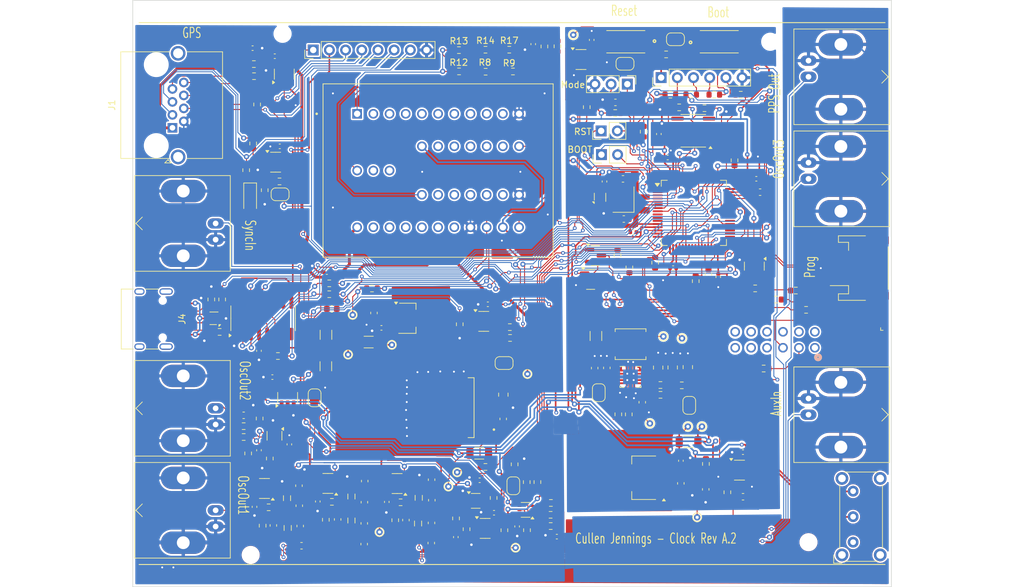
<source format=kicad_pcb>
(kicad_pcb (version 20240108) (generator "pcbnew") (generator_version "8.0")
  (title_block (title "Clock") (date "2024-06-16") (rev "A.2") (company "Cullen Jennings"))
  (layers (0 "F.Cu" signal) (31 "B.Cu" power) (34 "B.Paste" user) (35 "F.Paste" user) (36 "B.SilkS" user "B.Silkscreen") (37 "F.SilkS" user "F.Silkscreen") (38 "B.Mask" user) (39 "F.Mask" user) (44 "Edge.Cuts" user))
  (net 0 "")
  (net 1 "+3.3V")
  (net 2 "Net-(C3-Pad1)")
  (net 3 "Net-(C3-Pad2)")
  (net 4 "Net-(C6-Pad1)")
  (net 5 "/HSE_OUT")
  (net 6 "/HSE_IN")
  (net 7 "Net-(C13-Pad1)")
  (net 8 "Net-(C16-Pad2)")
  (net 9 "Net-(C19-Pad1)")
  (net 10 "Net-(C20-Pad1)")
  (net 11 "Net-(C21-Pad2)")
  (net 12 "+3.3VA")
  (net 13 "Net-(U8-+)")
  (net 14 "PPS_OUT")
  (net 15 "/LED3")
  (net 16 "Net-(C26-Pad1)")
  (net 17 "/AUD_OUT")
  (net 18 "Net-(U10-VCAP_1)")
  (net 19 "Net-(U10-VCAP_2)")
  (net 20 "/BOOT1")
  (net 21 "/NROW5")
  (net 22 "/LEDMR")
  (net 23 "Net-(Q1-D)")
  (net 24 "/LEDMG")
  (net 25 "/LEDMB")
  (net 26 "GND")
  (net 27 "Net-(D4-K)")
  (net 28 "/GPS_RX1H")
  (net 29 "/NCOL10")
  (net 30 "/NROW1")
  (net 31 "/NROW2")
  (net 32 "/NROW3")
  (net 33 "/NROW4")
  (net 34 "/LED4")
  (net 35 "/LED1")
  (net 36 "/LED2")
  (net 37 "/SWDIO")
  (net 38 "/SWDCLK")
  (net 39 "/LED7")
  (net 40 "/LED8")
  (net 41 "/USB_RX")
  (net 42 "/USB_TX")
  (net 43 "/SCL")
  (net 44 "/AUD_IN")
  (net 45 "/LED9")
  (net 46 "/LED10")
  (net 47 "/DB3")
  (net 48 "/SDA")
  (net 49 "/NRST")
  (net 50 "/BOOT0")
  (net 51 "Net-(Y1-VREF)")
  (net 52 "Net-(J10-In)")
  (net 53 "+5VA")
  (net 54 "+5V")
  (net 55 "/GPS_RX1")
  (net 56 "/GPS_TX1")
  (net 57 "/GPS_RX2H")
  (net 58 "Net-(J5-Pin_2)")
  (net 59 "GPS_PPS")
  (net 60 "SYNC_IN")
  (net 61 "/NCOL8")
  (net 62 "Net-(U1--)")
  (net 63 "Net-(R2-Pad2)")
  (net 64 "Net-(R4-Pad1)")
  (net 65 "Net-(R6-Pad2)")
  (net 66 "Net-(R8-Pad1)")
  (net 67 "OSC_ADJ")
  (net 68 "Net-(R12-Pad1)")
  (net 69 "Net-(U5--)")
  (net 70 "/OCXO_OUT")
  (net 71 "Net-(R10-Pad2)")
  (net 72 "/GPS_EN")
  (net 73 "Net-(U4--)")
  (net 74 "Net-(R13-Pad2)")
  (net 75 "Net-(R14-Pad2)")
  (net 76 "Net-(U6-LE{slash}HYS)")
  (net 77 "Net-(U8-LE{slash}HYS)")
  (net 78 "Net-(R25-Pad2)")
  (net 79 "+6V")
  (net 82 "Net-(J9-In)")
  (net 83 "Net-(C12-Pad1)")
  (net 84 "Net-(U6-OUT)")
  (net 86 "Net-(J3-In)")
  (net 87 "/AUX_CLK")
  (net 88 "/NCOL7")
  (net 89 "Net-(U8-OUT)")
  (net 91 "/NCOL6")
  (net 92 "/NCOL5")
  (net 93 "/NCOL4")
  (net 94 "/NCOL3")
  (net 95 "/BTN1")
  (net 96 "AUX_GPS_PPS")
  (net 97 "/NCOL2")
  (net 98 "/Vadj")
  (net 99 "Net-(R63-Pad2)")
  (net 100 "Net-(Q9-D)")
  (net 101 "Net-(Q10-D)")
  (net 102 "Net-(J5-Pin_3)")
  (net 103 "/GPS_TX1H")
  (net 104 "/GPS_TX2H")
  (net 105 "/GPS_EXT_PPS")
  (net 106 "Net-(J13-In)")
  (net 107 "Net-(J11-In)")
  (net 108 "Net-(U6-+)")
  (net 109 "/NCOL1")
  (net 110 "/NCOL9")
  (net 111 "VBUS")
  (net 112 "Net-(J4-CC1)")
  (net 113 "Net-(J4-D+-PadA6)")
  (net 114 "Net-(J4-D--PadA7)")
  (net 116 "Net-(J4-CC2)")
  (net 118 "Net-(U14-UD+)")
  (net 119 "Net-(U14-UD-)")
  (net 126 "/USB_DTR")
  (net 127 "/USB_RTS")
  (net 130 "Net-(J14-Pin_1)")
  (net 131 "Net-(R41-Pad1)")
  (net 132 "Net-(U16-+)")
  (net 133 "Net-(J7-In)")
  (net 134 "Net-(U16--)")
  (net 135 "Net-(U16-LE{slash}HYS)")
  (net 136 "Net-(R56-Pad2)")
  (net 137 "Net-(U16-OUT)")
  (net 139 "Net-(J5-Pin_4)")
  (net 140 "Net-(J5-Pin_5)")
  (net 141 "Net-(JP3-A)")
  (net 142 "Net-(JP4-A)")
  (net 143 "Net-(R48-Pad1)")
  (net 144 "Net-(U14-TXD)")
  (net 145 "/MON_PPS")
  (net 146 "Net-(U14-RXD)")
  (net 147 "/CLK")
  (net 148 "Net-(R57-Pad2)")
  (net 149 "/AUX_MON_PPS")
  (net 150 "AUX_SYNC_IN")
  (net 152 "Net-(R72-Pad1)")
  (net 153 "Net-(D5-BK)")
  (net 154 "Net-(D5-GK)")
  (net 155 "Net-(D5-RK)")
  (net 156 "Net-(R52-Pad2)")
  (net 159 "/FVIN")
  (net 160 "/FVOUT")
  (net 161 "/FL1")
  (net 162 "/FL2")
  (net 163 "Net-(U23-VAUX)")
  (net 164 "Net-(U23-EN)")
  (net 165 "Net-(U23-PS{slash}SYNC)")
  (net 166 "Net-(JP6-A)")
  (net 167 "Net-(U23-FB)")
  (net 168 "Net-(R31-Pad1)")
  (net 169 "Net-(U23-PG)")
  (net 180 "Net-(U11-VI)")
  (net 181 "Net-(J6-Pin_2)")
  (net 182 "Net-(U12-CTL)")
  (net 183 "Net-(U12-VCC)")
  (net 184 "Net-(U9-IN)")
  (net 185 "Net-(JP5-B)")
  (net 186 "Net-(JP7-A)")
  (net 188 "Net-(SW2-B)")
  (net 189 "/10MHz2.5V")
  (footprint "Capacitor_SMD:C_0402_1005Metric" (layer "F.Cu") (at 161.523736 122.127545 180)
    (property "Reference" "C48" (hide yes))
    (property "Value" "100n")
  )
  (footprint "Resistor_SMD:R_0603_1608Metric" (layer "F.Cu") (at 160.546684 118.708884)
    (property "Reference" "R25" (hide yes))
    (property "Value" "270R")
  )
  (footprint "Resistor_SMD:R_0603_1608Metric" (layer "F.Cu") (at 113.1 109.075 -90)
    (property "Reference" "R44" (hide yes))
    (property "Value" "1K0")
  )
  (footprint "Resistor_SMD:R_0603_1608Metric" (layer "F.Cu") (at 199.015149 83.524351)
    (property "Reference" "R70" (hide yes))
    (property "Value" "150R")
  )
  (footprint "Capacitor_SMD:C_0603_1608Metric" (layer "F.Cu") (at 172.029623 72.30405 180)
    (property "Reference" "C29" (hide yes))
    (property "Value" "33p" (hide yes))
  )
  (footprint "TestPoint:TestPoint_THTPad_D1.0mm_Drill0.5mm" (layer "F.Cu") (at 133.709584 121.409623)
    (property "Reference" "TP2" (hide yes))
    (property "Value" "~")
  )
  (footprint "blinky_footprints:XTAL_Multi" (layer "F.Cu") (at 142.9 64.7)
    (property "Reference" "Y1" (hide yes))
    (property "Value" "MultiOsc")
  )
  (footprint "Capacitor_SMD:C_0402_1005Metric" (layer "F.Cu") (at 169 66.42 90)
    (property "Reference" "C55" (hide yes))
    (property "Value" "100n")
  )
  (footprint "Capacitor_SMD:C_0402_1005Metric" (layer "F.Cu") (at 173.526407 74.366391 180)
    (property "Reference" "C30" (hide yes))
    (property "Value" "100n")
  )
  (footprint "Resistor_SMD:R_0603_1608Metric" (layer "F.Cu") (at 113.884858 60.453969 -90)
    (property "Reference" "R1" (hide yes))
    (property "Value" "100R")
  )
  (footprint "Resistor_SMD:R_0603_1608Metric" (layer "F.Cu") (at 184.687901 54.922735 180)
    (property "Reference" "R58" (hide yes))
    (property "Value" "1K5")
  )
  (footprint "Capacitor_SMD:C_0603_1608Metric" (layer "F.Cu") (at 132.838736 87.045735 -90)
    (property "Reference" "C43" (hide yes))
    (property "Value" "10u")
  )
  (footprint "Diode_SMD:D_SOD-123" (layer "F.Cu") (at 113.412273 69.015615 -90)
    (property "Reference" "D4" (hide yes))
    (property "Value" "B5819W SL")
  )
  (footprint "Resistor_SMD:R_0603_1608Metric" (layer "F.Cu") (at 146.164599 45.811067)
    (property "Reference" "R13")
    (property "Value" "1K5")
  )
  (footprint "Package_TO_SOT_SMD:SOT-23-5" (layer "F.Cu") (at 190.173731 111.703881)
    (property "Reference" "U2" (hide yes))
    (property "Value" "SN74LVC1G14DBV" (hide yes))
  )
  (footprint "Resistor_SMD:R_0603_1608Metric" (layer "F.Cu") (at 188.277851 115.16946 -90)
    (property "Reference" "R4" (hide yes))
    (property "Value" "200R")
  )
  (footprint "Resistor_SMD:R_0603_1608Metric" (layer "F.Cu") (at 145.709543 119.271641 -90)
    (property "Reference" "R19" (hide yes))
    (property "Value" "1K0")
  )
  (footprint "Resistor_SMD:R_0603_1608Metric" (layer "F.Cu") (at 116.5 109.875 -90)
    (property "Reference" "R45" (hide yes))
    (property "Value" "130K")
  )
  (footprint "Capacitor_SMD:C_0603_1608Metric" (layer "F.Cu") (at 153.10614 103.667246 -90)
    (property "Reference" "C42" (hide yes))
    (property "Value" "2u2")
  )
  (footprint "Package_TO_SOT_SMD:SOT-23-5" (layer "F.Cu") (at 165.311956 47.288199)
    (property "Reference" "U21" (hide yes))
    (property "Value" "SN74LVC1G14DBV")
  )
  (footprint "Resistor_SMD:R_0603_1608Metric" (layer "F.Cu") (at 172.809529 102.951601 90)
    (property "Reference" "R30" (hide yes))
    (property "Value" "1K0")
  )
  (footprint "Resistor_SMD:R_1206_3216Metric" (layer "F.Cu") (at 132.004049 91.607776 180)
    (property "Reference" "R82" (hide yes))
    (property "Value" "0R1")
  )
  (footprint "Resistor_SMD:R_0603_1608Metric" (layer "F.Cu") (at 150.328615 45.74949)
    (property "Reference" "R14")
    (property "Value" "330R")
  )
  (footprint "TestPoint:TestPoint_THTPad_D1.0mm_Drill0.5mm" (layer "F.Cu") (at 178.237649 90.732749)
    (property "Reference" "TP11" (hide yes))
    (property "Value" "~")
  )
  (footprint "Capacitor_SMD:C_0603_1608Metric" (layer "F.Cu") (at 190.727851 115.86946 180)
    (property "Reference" "C4" (hide yes))
    (property "Value" "47p")
  )
  (footprint "Resistor_SMD:R_0603_1608Metric" (layer "F.Cu") (at 146.18625 49.153025 180)
    (property "Reference" "R12")
    (property "Value" "1K5")
  )
  (footprint "Inductor_SMD:L_0805_2012Metric" (layer "F.Cu") (at 139.860018 116.041596 -90)
    (property "Reference" "L5" (hide yes))
    (property "Value" "1uH")
  )
  (footprint "Inductor_SMD:L_0805_2012Metric" (layer "F.Cu") (at 119.197691 116.096667 -90)
    (property "Reference" "L1" (hide yes))
    (property "Value" "1uH")
  )
  (footprint "Crystal:Crystal_SMD_3225-4Pin_3.2x2.5mm" (layer "F.Cu") (at 171.976566 69.249152 90)
    (property "Reference" "Y2" (hide yes))
    (property "Value" "16MHz " (hide yes))
  )
  (footprint "Capacitor_SMD:C_0603_1608Metric" (layer "F.Cu") (at 180.976411 113.774651 -90)
    (property "Reference" "C34" (hide yes))
    (property "Value" "10u")
  )
  (footprint "Capacitor_SMD:C_0603_1608Metric" (layer "F.Cu") (at 137.85159 119.529037 -90)
    (property "Reference" "C21" (hide yes))
    (property "Value" "1n0" (hide yes))
  )
  (footprint "Package_TO_SOT_SMD:SOT-666" (layer "F.Cu") (at 107.74004 87.882116 180)
    (property "Reference" "U15" (hide yes))
    (property "Value" "USBLC6-2P6")
  )
  (footprint "Resistor_SMD:R_0603_1608Metric" (layer "F.Cu") (at 172.904863 79.905196 90)
    (property "Reference" "R78" (hide yes))
    (property "Value" "47K")
  )
  (footprint "blinky_footprints:JST_PH_S3B-PH-SM4-TB_1x03-1MP_P2.00mm_Horizontal" (layer "F.Cu") (at 209 80 90)
    (property "Reference" "J2" (hide yes))
    (property "Value" "Conn_01x03")
  )
  (footprint "Capacitor_SMD:C_0603_1608Metric" (layer "F.Cu") (at 121.262774 120.463708 -90)
    (property "Reference" "C8" (hide yes))
    (property "Value" "330p")
  )
  (footprint "Capacitor_SMD:C_0402_1005Metric" (layer "F.Cu") (at 124.026554 116.615951 -90)
    (property "Reference" "C10" (hide yes))
    (property "Value" "100n")
  )
  (footprint "Resistor_SMD:R_0603_1608Metric" (layer "F.Cu") (at 154.9 110.7875 90)
    (property "Reference" "R50" (hide yes))
    (property "Value" "10K")
  )
  (footprint "Resistor_SMD:R_0603_1608Metric" (layer "F.Cu") (at 150.325 111.2)
    (property "Reference" "R69" (hide yes))
    (property "Value" "1K0")
  )
  (footprint "Capacitor_SMD:C_0402_1005Metric" (layer "F.Cu") (at 145.680486 122.201539 -90)
    (property "Reference" "C49" (hide yes))
    (property "Value" "100n")
  )
  (footprint "Resistor_SMD:R_0603_1608Metric" (layer "F.Cu") (at 126.237951 116.672326)
    (property "Reference" "R6" (hide yes))
    (property "Value" "510R")
  )
  (footprint "Button_Switch_THT:SW_E-Switch_EG1224_SPDT_Angled" (layer "F.Cu") (at 208 123 90)
    (property "Reference" "SW2" (hide yes))
    (property "Value" "SW_SPDT")
  )
  (footprint "Resistor_SMD:R_0603_1608Metric" (layer "F.Cu") (at 161.625904 45.211401 -90)
    (property "Reference" "R24" (hide yes))
    (property "Value" "1K0")
  )
  (footprint "Resistor_SMD:R_0603_1608Metric" (layer "F.Cu") (at 114.9 103.6 90)
    (property "Reference" "R47" (hide yes))
    (property "Value" "100R")
  )
  (footprint "Resistor_SMD:R_0603_1608Metric" (layer "F.Cu") (at 132.525 83.2 180)
    (property "Reference" "R56" (hide yes))
    (property "Value" "1K0")
  )
  (footprint "Resistor_SMD:R_0603_1608Metric" (layer "F.Cu") (at 193.967209 95.756216 180)
    (property "Reference" "R72" (hide yes))
    (property "Value" "1K0")
  )
  (footprint "Capacitor_SMD:C_0603_1608Metric" (layer "F.Cu") (at 117.060869 120.374589 -90)
    (property "Reference" "C3" (hide yes))
    (property "Value" "1n0")
  )
  (footprint "Capacitor_SMD:C_0603_1608Metric" (layer "F.Cu") (at 141.861992 119.97827 -90)
    (property "Reference" "C22" (hide yes))
    (property "Value" "220p")
  )
  (footprint "Connector_PinHeader_2.54mm:PinHeader_1x08_P2.54mm_Vertical" (layer "F.Cu") (at 123.306447 45.794734 90)
    (property "Reference" "J12" (hide yes))
    (property "Value" "Conn_01x08_Pin")
  )
  (footprint "Package_TO_SOT_SMD:SOT-23-5" (layer "F.Cu") (at 150.054804 88.357663)
    (property "Reference" "U3" (hide yes))
    (property "Value" "SN74LVC1G14DBV" (hide yes))
  )
  (footprint "Resistor_SMD:R_0603_1608Metric" (layer "F.Cu") (at 158.479459 113.570015 90)
    (property "Reference" "R61" (hide yes))
    (property "Value" "1K0")
  )
  (footprint "Capacitor_SMD:C_0603_1608Metric" (layer "F.Cu") (at 141.916095 116.414035 90)
    (property "Reference" "C20" (hide yes))
    (property "Value" "330p")
  )
  (footprint "Capacitor_SMD:C_0805_2012Metric" (layer "F.Cu") (at 179.693812 95.5942 90)
    (property "Reference" "C65" (hide yes))
    (property "Value" "22u")
  )
  (footprint "Capacitor_SMD:C_0402_1005Metric" (layer "F.Cu") (at 179.765254 80.00703 180)
    (property "Reference" "C32" (hide yes))
    (property "Value" "100n")
  )
  (footprint "TestPoint:TestPoint_THTPad_D1.0mm_Drill0.5mm" (layer "F.Cu") (at 144.515804 114.274299)
    (property "Reference" "TP12" (hide yes))
    (property "Value" "~")
  )
  (footprint "blinky_footprints:RJ45_Amphenol_RJHSE5380" (layer "F.Cu") (at 101.226294 58 90)
    (property "Reference" "J1")
    (property "Value" "RJ45")
  )
  (footprint "Resistor_SMD:R_1206_3216Metric" (layer "F.Cu") (at 182.186398 107.233379)
    (property "Reference" "R79" (hide yes))
    (property "Value" "0R1")
  )
  (footprint "Resistor_SMD:R_0603_1608Metric" (layer "F.Cu") (at 137.017879 116.747687)
    (property "Reference" "R10" (hide yes))
    (property "Value" "510R")
  )
  (footprint "Capacitor_SMD:C_0603_1608Metric" (layer "F.Cu") (at 193.408514 68.08797 180)
    (property "Reference" "C40" (hide yes))
    (property "Value" "2u2")
  )
  (footprint "Resistor_SMD:R_1206_3216Metric" (layer "F.Cu") (at 149.349363 109.053349 180)
    (property "Reference" "R81" (hide yes))
    (property "Value" "0R1")
  )
  (footprint "Resistor_SMD:R_0603_1608Metric" (layer "F.Cu") (at 159.57484 45.238212 -90)
    (property "Reference" "R23" (hide yes))
    (property "Value" "22K")
  )
  (footprint "Capacitor_SMD:C_0805_2012Metric" (layer "F.Cu") (at 182.072889 95.537263 90)
    (property "Reference" "C61" (hide yes))
    (property "Value" "22u")
  )
  (footprint "Resistor_SMD:R_0603_1608Metric" (layer "F.Cu") (at 154.640038 49.163318 180)
    (property "Reference" "R9")
    (property "Value" "2R0")
  )
  (footprint "Package_TO_SOT_SMD:SOT-363_SC-70-6" (layer "F.Cu") (at 117.231887 106.309546 -90)
    (property "Reference" "U16" (hide yes))
    (property "Value" "TLV3603DCKR")
  )
  (footprint "Capacitor_SMD:C_0402_1005Metric" (layer "F.Cu") (at 166.987657 44.211464 90)
    (property "Reference" "C58" (hide yes))
    (property "Value" "100n")
  )
  (footprint "Capacitor_SMD:C_0402_1005Metric" (layer "F.Cu") (at 117.27927 46.763473 180)
    (property "Reference" "C56" (hide yes))
    (property "Value" "100n")
  )
  (footprint "TestPoint:TestPoint_THTPad_D1.0mm_Drill0.5mm" (layer "F.Cu") (at 183.531248 119.097964)
    (property "Reference" "TP7" (hide yes))
    (property "Value" "~")
  )
  (footprint "Connector_PinHeader_2.54mm:PinHeader_1x03_P2.54mm_Vertical" (layer "F.Cu") (at 172.578995 51.150979 -90)
    (property "Reference" "J6" (hide yes))
    (property "Value" "Conn_01x03_Pin")
  )
  (footprint "Resistor_SMD:R_0603_1608Metric" (layer "F.Cu") (at 181.124019 98.399292 180)
    (property "Reference" "R75" (hide yes))
    (property "Value" "12K")
  )
  (footprint "blinky_footprints:Texas_S-PWSON-N10_ThermalVias-CJ" (layer "F.Cu") (at 173.073016 97.070679)
    (property "Reference" "U23" (hide yes))
    (property "Value" "TPS63060")
  )
  (footprint "Package_TO_SOT_SMD:SOT-363_SC-70-6" (layer "F.Cu") (at 148.794839 116.516402)
    (property "Reference" "U6" (hide yes))
    (property "Value" "TLV3603DCKR")
  )
  (footprint "Resistor_SMD:R_0603_1608Metric" (layer "F.Cu") (at 166.214243 54.754708 90)
    (property "Reference" "R80" (hide yes))
    (property "Value" "1K0")
  )
  (footprint "Package_TO_SOT_SMD:SOT-563" (layer "F.Cu") (at 168.3 68.9 90)
    (property "Reference" "U18" (hide yes))
    (property "Value" "TMP112AIDRLR")
  )
  (footprint "Package_TO_SOT_SMD:SOT-223-3_TabPin2" (layer "F.Cu") (at 175.18485 112.892386 180)
    (property "Reference" "U11" (hide yes))
    (property "Value" "AMS1117-3.3" (hide yes))
  )
  (footprint "Capacitor_SMD:C_0402_1005Metric" (layer "F.Cu") (at 180.987179 110.226329 -90)
    (property "Reference" "C39" (hide yes))
    (property "Value" "100n")
  )
  (footprint "Resistor_SMD:R_0603_1608Metric" (layer "F.Cu") (at 177.785194 99.889561 180)
    (property "Reference" "R53" (hide yes))
    (property "Value" "12K")
  )
  (footprint "Package_TO_SOT_SMD:SOT-23-5" (layer "F.Cu") (at 119.3 100.3 90)
    (property "Reference" "U17" (hide yes))
    (property "Value" "SN74LVC1G14DBV")
  )
  (footprint "Resistor_SMD:R_0603_1608Metric" (layer "F.Cu") (at 112.4 104.8)
    (property "Reference" "R46" (hide yes))
    (property "Value" "100R")
  )
  (footprint "Package_TO_SOT_SMD:SOT-23" (layer "F.Cu") (at 192.5 79.7 -90)
    (property "Reference" "Q1" (hide yes))
    (property "Value" "2N7002")
  )
  (footprint "Inductor_SMD:L_0805_2012Metric" (layer "F.Cu") (at 139.757605 120.069838 90)
    (property "Reference" "L6" (hide yes))
    (property "Value" "1uH")
  )
  (footprint "Resistor_SMD:R_1206_3216Metric" (layer "F.Cu") (at 167.65817 90.654204 90)
    (property "Reference" "R42" (hide yes))
    (property "Value" "0R020")
  )
  (footprint "Resistor_SMD:R_0603_1608Metric" (layer "F.Cu") (at 154.06042 45.742779)
    (property "Reference" "R17")
    (property "Value" "20R")
  )
  (footprint "Resistor_SMD:R_0603_1608Metric" (layer "F.Cu") (at 114 48 180)
    (property "Reference" "R33" (hide yes))
    (property "Value" "4K7")
  )
  (footprint "blinky_footprints:BNC_Amphenol_B6252HB-NPP3G-50_Horizontal-CJ" (layer "F.Cu") (at 105.5 73 90)
    (property "Reference" "J9" (hide yes))
    (property "Value" "KH-BNC50-3511")
  )
  (footprint "Resistor_SMD:R_0603_1608Metric" (layer "F.Cu") (at 156.8 113.574903 -90)
    (property "Reference" "R60" (hide yes))
    (property "Value" "1K0")
  )
  (footprint "MountingHole:MountingHole_2.2mm_M2" (layer "F.Cu") (at 113.5 125)
    (property "Reference" "H3" (hide yes))
    (property "Value" "MountingHole")
  )
  (footprint "Resistor_SMD:R_0603_1608Metric" (layer "F.Cu") (at 171.046769 77.984874 -90)
    (property "Reference" "R77" (hide yes))
    (property "Value" "47K")
  )
  (footprint "blinky_footprints:USB_C_Receptacle_HRO_TYPE-C-31-M-12" (layer "F.Cu") (at 97.1 88 -90)
    (property "Reference" "J4")
    (property "Value" "USB_C_Receptacle")
  )
  (footprint "TestPoint:TestPoint_THTPad_D1.0mm_Drill0.5mm" (layer "F.Cu") (at 184.286194 104.862045)
    (property "Reference" "TP5" (hide yes))
    (property "Value" "~")
  )
  (footprint "Resistor_SMD:R_1206_3216Metric" (layer "F.Cu") (at 125.31 90.468457 -90)
    (property "Reference" "R15" (hide yes))
    (property "Value" "100R 250mW")
  )
  (footprint "Resistor_SMD:R_0603_1608Metric" (layer "F.Cu") (at 200.623511 86.555411 180)
    (property "Reference" "R74" (hide yes))
    (property "Value" "47R")
  )
  (footprint "Capacitor_SMD:C_0402_1005Metric" (layer "F.Cu") (at 177.531099 58.97375 -90)
    (property "Reference" "C47" (hide yes))
    (property "Value" "100n")
  )
  (footprint "Resistor_SMD:R_0603_1608Metric" (layer "F.Cu") (at 179.325 52.8)
    (property "Reference" "R65" (hide yes))
    (property "Value" "1K0")
  )
  (footprint "Connector_PinHeader_2.54mm:PinHeader_1x06_P2.54mm_Vertical" (layer "F.Cu") (at 177.885 50.125 90)
    (property "Reference" "J5" (hide yes))
    (property "Value" "Conn_01x06_Pin")
  )
  (footprint "Resistor_SMD:R_0603_1608Metric" (layer "F.Cu") (at 170.679967 55.681887)
    (property "Reference" "R27" (hide yes))
    (property "Value" "47K" (hide yes))
  )
  (footprint "Resistor_SMD:R_0603_1608Metric" (layer "F.Cu") (at 150.352099 49.201623 180)
    (property "Reference" "R8")
    (property "Value" "270R")
  )
  (footprint "Jumper:SolderJumper-2_P1.3mm_Bridged2Bar_RoundedPad1.0x1.5mm" (layer "F.Cu") (at 118.113364 68.43045)
    (property "Reference" "JP7" (hide yes))
    (property "Value" "SolderJumper_2_Bridged")
  )
  (footprint "Capacitor_SMD:C_0603_1608Metric" (layer "F.Cu") (at 131.383802 113.413302 90)
    (property "Reference" "C12" (hide yes))
    (property "Value" "150p")
  )
  (footprint "Capacitor_SMD:C_0402_1005Metric" (layer "F.Cu") (at 134.848863 116.685137 -90)
    (property "Reference" "C17" (hide yes))
    (property "Value" "100n" (hide yes))
  )
  (footprint "TestPoint:TestPoint_THTPad_D1.0mm_Drill0.5mm" (layer "F.Cu") (at 128.777184 93.570662)
    (property "Reference" "TP14" (hide yes))
    (property "Value" "~")
  )
  (footprint "Resistor_SMD:R_0603_1608Metric" (layer "F.Cu") (at 160.591774 116.845175 180)
    (property "Reference" "R22" (hide yes))
    (property "Value" "1K0")
  )
  (footprint "Resistor_SMD:R_0603_1608Metric" (layer "F.Cu") (at 109.025 84.925 90)
    (property "Reference" "R39" (hide yes))
    (property "Value" "1K0")
  )
  (footprint "Capacitor_SMD:C_0805_2012Metric" (layer "F.Cu") (at 177.416793 95.611831 90)
    (property "Reference" "C64" (hide yes))
    (property "Value" "22u")
  )
  (footprint "Capacitor_SMD:C_0603_1608Metric" (layer "F.Cu") (at 169.370769 95.660376 90)
    (property "Reference" "C60" (hide yes))
    (property "Value" "10u")
  )
  (footprint "Capacitor_SMD:C_0603_1608Metric" (layer "F.Cu") (at 184.876074 114.715056 90)
    (property "Reference" "C37" (hide yes))
    (property "Value" "100n")
  )
  (footprint "Resistor_SMD:R_0603_1608Metric" (layer "F.Cu") (at 115.695193 67.784278 90)
    (property "Reference" "R36" (hide yes))
    (property "Value" "4K7")
  )
  (footprint "Capacitor_SMD:C_0402_1005Metric" (layer "F.Cu") (at 118.061207 60.905621 180)
    (property "Reference" "C57" (hide yes))
    (property "Value" "100n")
  )
  (footprint "blinky_footprints:SW_147873-2" (layer "F.Cu") (at 187 44.5)
    (property "Reference" "S3" (hide yes))
    (property "Value" "147873-2")
  )
  (footprint "Capacitor_SMD:C_0402_1005Metric" (layer "F.Cu") (at 119.569736 107.656617 90)
    (property "Reference" "C52" (hide yes))
    (property "Value" "100n")
  )
  (footprint "Capacitor_SMD:C_0402_1005Metric" (layer "F.Cu") (at 149.415157 113.290964 180)
    (property "Reference" "C25" (hide yes))
    (property "Value" "100n")
  )
  (footprint "Jumper:SolderJumper-2_P1.3mm_Bridged2Bar_RoundedPad1.0x1.5mm" (layer "F.Cu") (at 180.131153 44.112745)
    (property "Reference" "JP2" (hide yes))
    (property "Value" "SolderJumper_2_Bridged")
  )
  (footprint "Capacitor_SMD:C_0603_1608Metric" (layer "F.Cu") (at 131.318747 120.04912 -90)
    (property "Reference" "C15" (hide yes))
    (property "Value" "220p")
  )
  (footprint "Package_SO:SOIC-8_3.9x4.9mm_P1.27mm" (layer "F.Cu") (at 182.924657 58.463107 180)
    (property "Reference" "U13" (hide yes))
    (property "Value" "M24C02-RMN")
  )
  (footprint "Capacitor_SMD:C_0603_1608Metric" (layer "F.Cu") (at 141.829295 123.134833 90)
    (property "Reference" "C23" (hide yes))
    (property "Value" "150p")
  )
  (footprint "Package_QFP:LQFP-64_10x10mm_P0.5mm" (layer "F.Cu") (at 183.015261 71.341385)
    (property "Reference" "U10" (hide yes))
    (property "Value" "STM32F405RGTx" (hide yes))
  )
  (footprint "Jumper:SolderJumper-2_P1.3mm_Bridged2Bar_RoundedPad1.0x1.5mm" (layer "F.Cu") (at 168.102016 99.552247 90)
    (property "Reference" "JP6" (hide yes))
    (property "Value" "SolderJumper_2_Bridged")
  )
  (footprint "Resistor_SMD:R_0603_1608Metric" (layer "F.Cu") (at 146.290272 88.816448 -90)
    (property "Reference" "R5" (hide yes))
    (property "Value" "1K0")
  )
  (footprint "Resistor_SMD:R_0603_1608Metric" (layer "F.Cu") (at 186.225 52.8 180)
    (property "Reference" "R66" (hide yes))
    (property "Value" "1K0")
  )
  (footprint "TestPoint:TestPoint_THTPad_D1.0mm_Drill0.5mm" (layer "F.Cu") (at 145.885977 112.033785)
    (property "Reference" "TP13" (hide yes))
    (property "Value" "~")
  )
  (footprint "blinky_footprints:LED_RGB_MHS110FRGBCT" (layer "F.Cu") (at 213.5 87.8 90)
    (property "Reference" "D5" (hide yes))
    (property "Value" "LED_ABGR")
  )
  (footprint "Inductor_SMD:L_0805_2012Metric" (layer "F.Cu") (at 129.299777 119.598125 90)
    (property "Reference" "L4" (hide yes))
    (property "Value" "1uH")
  )
  (footprint "Resistor_SMD:R_0603_1608Metric" (layer "F.Cu") (at 176.945154 79.157954 -90)
    (property "Reference" "R54" (hide yes))
    (property "Value" "1K0")
  )
  (footprint "Capacitor_SMD:C_0402_1005Metric" (layer "F.Cu") (at 178.918971 62.656294)
    (property "Reference" "C31" (hide yes))
    (property "Value" "100n")
  )
  (footprint "blinky_footprints:BNC_Amphenol_B6252HB-NPP3G-50_Horizontal-CJ" (layer "F.Cu") (at 105.5 102 90)
    (property "Reference" "J13" (hide yes))
    (property "Value" "KH-BNC50-3511")
  )
  (footprint "Capacitor_SMD:C_0603_1608Metric" (layer "F.Cu") (at 141.87436 113.200505 90)
    (property "Reference" "C19" (hide yes))
    (property "Value" "150p")
  )
  (footprint "Resistor_SMD:R_0603_1608Metric" (layer "F.Cu") (at 112.789975 64.641055 90)
    (property "Reference" "R35" (hide yes))
    (property "Value" "3K3")
  )
  (footprint "Resistor_SMD:R_0603_1608Metric" (layer "F.Cu") (at 151.605604 116.060027 -90)
    (property "Reference" "R18" (hide yes))
    (property "Value" "130K")
  )
  (footprint "Resistor_SMD:R_0603_1608Metric" (layer "F.Cu") (at 182.6 52.8)
    (property "Reference" "R67" (hide yes))
    (property "Value" "1K0")
  )
  (footprint "Capacitor_SMD:C_0402_1005Metric" (layer "F.Cu") (at 151.670491 118.38184 180)
    (property "Reference" "C46" (hide yes))
    (property "Value" "100n")
  )
  (footprint "Resistor_SMD:R_0603_1608Metric" (layer "F.Cu") (at 195.904016 84.938502)
    (property "Reference" "R73" (hide yes))
    (property "Value" "47R")
  )
  (footprint "Capacitor_SMD:C_0603_1608Metric" (layer "F.Cu") (at 174.927139 101.048943 90)
    (property "Reference" "C63" (hide yes))
    (property "Value" "100n")
  )
  (footprint "TestPoint:TestPoint_THTPad_D1.0mm_Drill0.5mm" (layer "F.Cu") (at 156.912762 96.61884)
    (property "Reference" "TP3" (hide yes))
    (property "Value" "~")
  )
  (footprint "Capacitor_SMD:C_0805_2012Metric" (layer "F.Cu") (at 153.133748 99.860548 -90)
    (property "Reference" "C41" (hide yes))
    (property "Value" "22u")
  )
  (footprint "Resistor_SMD:R_0603_1608Metric" (layer "F.Cu") (at 192.634669 83.191653)
    (property "Reference" "R76" (hide yes))
    (property "Value" "47K")
  )
  (footprint "Capacitor_SMD:C_0402_1005Metric" (layer "F.Cu") (at 114.098835 117.454448 -90)
    (property "Reference" "C2" (hide yes))
    (property "Value" "100n")
  )
  (footprint "Package_TO_SOT_SMD:SOT-23-6" (layer "F.Cu") (at 136.466289 113.805925 180)
    (property "Reference" "U5" (hide yes))
    (property "Value" "ADA4807-1")
  )
  (footprint "Capacitor_SMD:C_0603_1608Metric" (layer "F.Cu") (at 127.136899 119.432852 -90)
    (property "Reference" "C16" (hide yes))
    (property "Value" "1n0")
  )
  (footprint "Resistor_SMD:R_1206_3216Metric" (layer "F.Cu") (at 125.293539 95.401687 -90)
    (property "Reference" "R16" (hide yes))
    (property "Value" "100R 250mW")
  )
  (footprint "Connector_PinHeader_2.54mm:PinHeader_1x02_P2.54mm_Vertical" (layer "F.Cu") (at 168.475064 58.480407 90)
    (property "Reference" "J8" (hide yes))
    (property "Value" "Conn_01x02_Pin")
  )
  (footprint "Capacitor_SMD:C_0603_1608Metric" (layer "F.Cu") (at 121.072494 114.139562 90)
    (property "Reference" "C5" (hide yes))
    (property "Value" "150p")
  )
  (footprint "Capacitor_SMD:C_0603_1608Metric" (layer "F.Cu") (at 171.898597 66.011953)
    (property "Reference" "C28" (hide yes))
    (property "Value" "33p" (hide yes))
  )
  (footprint "MountingHole:MountingHole_2.2mm_M2" (layer "F.Cu") (at 118.5 43.25)
    (property "Reference" "H1" (hide yes))
    (property "Value" "MountingHole")
  )
  (footprint "Package_TO_SOT_SMD:SOT-23" (layer "F.Cu") (at 166.825 81.775)
    (property "Reference" "Q10" (hide yes))
    (property "Value" "2N7002")
  )
  (footprint "Jumper:SolderJumper-2_P1.3mm_Bridged2Bar_RoundedPad1.0x1.5mm" (layer "F.Cu") (at 172.214224 47.95314)
    (property "Reference" "JP1" (hide yes))
    (property "Value" "SolderJumper_2_Bridged")
  )
  (footprint "Resistor_SMD:R_0603_1608Metric" (layer "F.Cu") (at 117.773777 93.795141)
    (property "Reference" "R71" (hide yes))
    (property "Value" "1K0")
  )
  (footprint "blinky_footprints:DPAK172P1054X200-6N" (layer "F.Cu") (at 144.958532 101.9 180)
    (property "Reference" "U12" (hide yes))
    (property "Value" "BA50DD0WHFP-TR")
  )
  (footprint "Package_TO_SOT_SMD:SOT-363_SC-70-6" (layer "F.Cu") (at 156.618042 117.926602 180)
    (property "Reference" "U8" (hide yes))
    (property "Value" "TLV3603DCKR")
  )
  (footprint "Resistor_SMD:R_0603_1608Metric" (layer "F.Cu") (at 125.287505 119.482852 -90)
    (property "Reference" "R7" (hide yes))
    (property "Value" "49R9")
  )
  (footprint "Resistor_SMD:R_0603_1608Metric" (layer "F.Cu") (at 177.774059 98.343698 180)
    (property "Reference" "R31" (hide yes))
    (property "Value" "120K")
  )
  (footprint "Package_TO_SOT_SMD:SOT-89-3" (layer "F.Cu") (at 138.070373 87.876046)
    (property "Reference" "U9" (hide yes))
    (property "Value" "L78L05_SOT89" (hide yes))
  )
  (footprint "Resistor_SMD:R_0603_1608Metric" (layer "F.Cu") (at 180.712605 54.793116 180)
    (property "Reference" "R59" (hide yes))
    (property "Value" "1K5")
  )
  (footprint "Capacitor_SMD:C_0603_1608Metric" (layer "F.Cu") (at 121.121941 117.28325 90)
    (property "Reference" "C6" (hide yes))
    (property "Value" "220p")
  )
  (footprint "blinky_footprints:SW_147873-2" (layer "F.Cu") (at 172.339125 44.5 180)
    (property "Reference" "S1" (hide yes))
    (property "Value" "147873-2")
  )
  (footprint "Resistor_SMD:R_0603_1608Metric" (layer "F.Cu") (at 112.4 106.5)
    (property "Reference" "R43" (hide yes))
    (property "Value" "1K0")
  )
  (footprint "Resistor_SMD:R_0603_1608Metric" (layer "F.Cu") (at 118.022422 66.408649)
    (property "Reference" "R52" (hide yes))
    (property "Value" "1K0")
  )
  (footprint "Connector_PinHeader_2.54mm:PinHeader_1x02_P2.54mm_Vertical" (layer "F.Cu") (at 168.518094 62.208494 90)
    (property "Reference" "J14" (hide yes))
    (property "Value" "Conn_01x02_Pin")
  )
  (footprint "Capacitor_SMD:C_0603_1608Metric" (layer "F.Cu") (at 185.306869 80.975492 90)
    (property "Reference" "C35" (hide yes))
    (property "Value" "2u2")
  )
  (footprint "Capacitor_SMD:C_0603_1608Metric" (layer "F.Cu") (at 112.4 103.1)
    (property "Reference" "C54" (hide yes))
    (property "Value" "100n")
  )
  (footprint "TestPoint:TestPoint_THTPad_D1.0mm_Drill0.5mm" (layer "F.Cu") (at 164.107755 43.420111)
    (property "Reference" "TP8" (hide yes))
    (property "Value" "~")
  )
  (footprint "Capacitor_SMD:C_0402_1005Metric" (layer "F.Cu") (at 190.718175 108.87699 180)
    (property "Reference" "C11" (hide yes))
    (property "Value" "100n" (hide yes))
  )
  (footprint "Jumper:SolderJumper-2_P1.3mm_Bridged2Bar_RoundedPad1.0x1.5mm" (layer "F.Cu") (at 182.297738 101.53565 -90)
    (property "Reference" "JP9" (hide yes))
    (property "Value" "SolderJumper_2_Bridged")
  )
  (footprint "Capacitor_SMD:C_0402_1005Metric" (layer "F.Cu") (at 150.699557 85.685728 180)
    (property "Reference" "C9" (hide yes))
    (property "Value" "100n" (hide yes))
  )
  (footprint "Package_TO_SOT_SMD:SOT-23-5" (layer "F.Cu") (at 118.768639 49.578717 90)
    (property "Reference" "U19" (hide yes))
    (property "Value" "SN74LVC1G14DBV" (hide yes))
  )
  (footprint "Capacitor_SMD:C_0402_1005Metric" (layer "F.Cu") (at 155.288755 120.528871 -90)
    (property "Reference" "C45" (hide yes))
    (property "Value" "100n")
  )
  (footprint "Package_TO_SOT_SMD:SOT-23-5" (layer "F.Cu") (at 117.410462 63.392636)
    (property "Reference" "U20" (hide yes))
    (property "Value" "SN74LVC1G14DBV" (hide yes))
  )
  (footprint "Capacitor_SMD:C_0603_1608Metric" (layer "F.Cu") (at 167.453121 95.687196 90)
    (property "Reference" "C62" (hide yes))
    (property "Value" "10u")
  )
  (footprint "Resistor_SMD:R_0603_1608Metric" (layer "F.Cu") (at 108.627889 90.01764 180)
    (property "Reference" "R37" (hide yes))
    (property "Value" "5K1")
  )
  (footprint "Capacitor_SMD:C_0402_1005Metric" (layer "F.Cu") (at 125.439809 80.624134 180)
    (property "Reference" "C18" (hide yes))
    (property "Value" "100n" (hide yes))
  )
  (footprint "Resistor_SMD:R_0603_1608Metric" (layer "F.Cu") (at 114.025 49.9 180)
    (property "Reference" "R34" (hide yes))
    (property "Value" "4K7")
  )
  (footprint "Resistor_SMD:R_0603_1608Metric" (layer "F.Cu") (at 154.150247 89.262747 180)
    (property "Reference" "R63" (hide yes))
    (property "Value" "1K0")
  )
  (footprint "blinky_footprints:BNC_Amphenol_B6252HB-NPP3G-50_Horizontal-CJ" (layer "F.Cu") (at 203.5 50 -90)
    (property "Reference" "J10" (hide yes))
    (property "Value" "KH-BNC50-3511")
  )
  (footprint "Capacitor_SMD:C_0603_1608Metric" (layer "F.Cu") (at 131.297213 123.300196 90)
    (property "Reference" "C14" (hide yes))
    (property "Value" "150p")
  )
  (footprint "Resistor_SMD:R_0603_1608Metric" (layer "F.Cu") (at 115.370419 120.408346 -90)
    (property "Reference" "R3" (hide yes))
    (property "Value" "49R9")
  )
  (footprint "Resistor_SMD:R_0603_1608Metric" (layer "F.Cu") (at 136.176106 119.551343 -90)
    (property "Reference" "R11" (hide yes))
    (property "Value" "49R9")
  )
  (footprint "Jumper:SolderJumper-2_P1.3mm_Bridged2Bar_RoundedPad1.0x1.5mm" (layer "F.Cu") (at 153.25 94.9)
    (property "Reference" "JP4" (hide yes))
    (property "Value" "SolderJumper_2_Bridged")
  )
  (footprint "Capacitor_SMD:C_0402_1005Metric" (layer "F.Cu") (at 116.9 97.1 180)
    (property "Reference" "C53" (hide yes))
    (property "Value" "100n")
  )
  (footprint "TestPoint:TestPoint_THTPad_D1.0mm_Drill0.5mm" (layer "F.Cu") (at 181.156059 91.028285)
    (property "Reference" "TP9" (hide yes))
    (property "Value" "~")
  )
  (footprint "Resistor_SMD:R_0603_1608Metric" (layer "F.Cu") (at 189.396305 63.093261 -90)
    (property "Reference" "R62" (hide yes))
    (property "Value" "1K0")
  )
  (footprint "Capacitor_SMD:C_0603_1608Metric" (layer "F.Cu") (at 121.472691 123.559167 180)
    (property "Reference" "C7" (hide yes))
    (property "Value" "150p")
  )
  (footprint "Resistor_SMD:R_0603_1608Metric" (layer "F.Cu") (at 175.146386 58.603834 -90)
    (property "Reference" "R28" (hide yes))
    (property "Value" "47K" (hide yes))
  )
  (footprint "Capacitor_SMD:C_0603_1608Metric" (layer "F.Cu") (at 126.225 86.4)
    (property "Reference" "C24" (hide yes))
    (property "Value" "100n" (hide yes))
  )
  (footprint "blinky_footprints:PBH4UOANAGX" (layer "F.Cu") (at 202 92.5 -90)
    (property "Reference" "SW1" (hide yes))
    (property "Value" "SW_Push_4PDT")
  )
  (footprint "Resistor_SMD:R_0603_1608Metric" (layer "F.Cu") (at 160.561714 120.467384 180)
    (property "Reference" "R26" (hide yes))
    (property "Value" "22R0")
  )
  (footprint "MountingHole:MountingHole_2.2mm_M2" (layer "F.Cu") (at 195 44.5)
    (property "Reference" "H2" (hide yes))
    (property "Value" "MountingHole")
  )
  (footprint "Capacitor_SMD:C_0603_1608Metric" (layer "F.Cu") (at 170.714945 54.016308 180)
    (property "Reference" "C27" (hide yes))
    (property "Value" "100n" (hide yes))
  )
  (footprint "Capacitor_SMD:C_0603_1608Metric" (layer "F.Cu") (at 131.34007 116.72928 90)
    (property "Reference" "C13" (hide yes))
    (property "Value" "330p")
  )
  (footprint "TestPoint:TestPoint_THTPad_D1.0mm_Drill0.5mm" (layer "F.Cu") (at 182.075669 104.862045)
    (property "Reference" "TP6" (hide yes))
    (property "Value" "~")
  )
  (footprint "Resistor_SMD:R_0603_1608Metric" (layer "F.Cu") (at 156.840157 121.115759 -90)
    (property "Reference" "R21" (hide yes))
    (property "Value" "130K")
  )
  (footprint "Resistor_SMD:R_0603_1608Metric" (layer "F.Cu") (at 183.306125 82.05023 90)
    (property "Reference" "R32" (hide yes))
    (property "Value" "4K7")
  )
  (footprint "Package_TO_SOT_SMD:SOT-23-6" (layer "F.Cu") (at 125.612392 113.779459 180)
    (property "Reference" "U4" (hide yes))
    (property "Value" "ADA4807-1")
  )
  (footprint "Package_SO:SOIC-16_3.9x9.9mm_P1.27mm" (layer "F.Cu") (at 115.445 87.875 90)
    (property "Reference" "U14" (hide yes))
    (property "Value" "CH340C")
  )
  (footprint "Resistor_SMD:R_0603_1608Metric" (layer "F.Cu") (at 190.375 52.8 180)
    (property "Reference" "R68" (hide yes))
    (property "Value" "1K0")
  )
  (footprint "Capacitor_SMD:C_0402_1005Metric" (layer "F.Cu") (at 114.8 92.98 -90)
    (property "Reference" "C50" (hide yes))
    (property "Value" "100n")
  )
  (footprint "TestPoint:TestPoint_THTPad_D1.0mm_Drill0.5mm" (layer "F.Cu") (at 155.052031 123.87022 90)
    (property "Reference" "TP10" (hide yes))
    (property "Value" "~")
  )
  (footprint "Capacitor_SMD:C_0402_1005Metric" (layer "F.Cu") (at 113.8 45.5)
    (property "Reference" "C1" (hide yes))
    (property "Value" "100n" (hide yes))
  )
  (footprint "Resistor_SMD:R_0603_1608Metric" (layer "F.Cu") (at 178.666828 46.487348)
    (property "Reference" "R41" (hide yes))
    (property "Value" "1K0")
  )
  (footprint "Capacitor_SMD:C_0402_1005Metric" (layer "F.Cu") (at 186.844757 81.396838 -90)
    (property "Reference" "C36" (hide yes))
    (property "Value" "100n")
  )
  (footprint "blinky_footprints:BNC_Amphenol_B6252HB-NPP3G-50_Horizontal-CJ" (layer "F.Cu") (at 203.5 66 -90)
    (property "Reference" "J11" (hide yes))
    (property "Value" "KH-BNC50-3511")
  )
  (footprint "Inductor_SMD:L_0805_2012Metric" (layer "F.Cu") (at 129.3 115.8375 -90)
    (property "Reference" "L3" (hide yes))
    (property "Value" "1uH")
  )
  (footprint "Resistor_SMD:R_0603_1608Metric" (layer "F.Cu") (at 116.315244 117.531012)
    (property "Reference" "R2" (hide yes))
    (property "Value" "510R")
  )
  (footprint "Capacitor_SMD:C_0402_1005Metric" (layer "F.Cu") (at 134.006607 89.381761)
    (property "Reference" "C33" (hide yes))
    (property "Value" "100n")
  )
  (footprint "Jumper:SolderJumper-2_P1.3mm_Bridged2Bar_RoundedPad1.0x1.5mm" (layer "F.Cu") (at 123.527524 100.347068 90)
    (property "Reference" "JP5" (hide yes))
    (property "Value" "SolderJumper_2_Bridged")
  )
  (footprint "Resistor_SMD:R_0603_1608Metric" (layer "F.Cu") (at 184.910041 110.722087 -90)
    (property "Reference" "FB1" (hide yes))
    (property "Value" "120Ω@100MHz " (hide yes))
  )
  (footprint "Package_TO_SOT_SMD:SOT-23-5" (layer "F.Cu") (at 150.282351 120.831251)
    (property "Reference" "U7" (hide yes))
    (property "Value" "SN74LVC1G14DBV")
  )
  (footprint "Resistor_SMD:R_0603_1608Metric" (layer "F.Cu") (at 154.184693 90.962083 180)
    (property "Reference" "R64" (hide yes))
    (property "Value" "1K0")
  )
  (footprint "Resistor_SMD:R_0603_1608Metric" (layer "F.Cu") (at 107.325 84.925 -90)
    (property "Reference" "R38" (hide yes))
    (property "Value" "5K1")
  )
  (footprint "Resistor_SMD:R_0603_1608Metric" (layer "F.Cu") (at 153.3 121.125 -90)
    (property "Reference" "R57" (hide yes))
    (property "Value" "1K0")
  )
  (footprint "TestPoint:TestPoint_THTPad_D1.0mm_Drill0.5mm" (layer "F.Cu") (at 135.64355 92.042881)
    (property "Reference" "TP15" (hide yes))
    (property "Value" "~")
  )
  (footprint "Capacitor_SMD:C_0402_1005Metric" (layer "F.Cu") (at 192.813045 65.999424)
    (property "Reference" "C38" (hide yes))
    (property "Value" "100n")
  )
  (footprint "Inductor_SMD:L_0805_2012Metric" (layer "F.Cu") (at 119.30803 120.767649 90)
    (property "Reference" "L2" (hide yes))
    (property "Value" "1uH")
  )
  (footprint "TestPoint:TestPoint_THTPad_D1.0mm_Drill0.5mm" (layer "F.Cu") (at 176.118699 104.369683)
    (property "Reference" "TP4" (hide yes))
    (property "Value" "~")
  )
  (footprint "Resistor_SMD:R_0603_1608Metric" (layer "F.Cu") (at 147.36205 120.964454 -90)
    (property "Reference" "R20" (hide yes))
    (property "Value" "1K0")
  )
  (footprint "blinky_footprints:BNC_Amphenol_B6252HB-NPP3G-50_Horizontal-CJ" (layer "F.Cu") (at 203.5 103 -90)
    (property "Reference" "J7" (hide yes))
    (property "Value" "KH-BNC50-3511")
  )
  (footprint "Package_TO_SOT_SMD:SOT-23" (layer "F.Cu") (at 167.578346 78.04956)
    (property "Reference" "Q9" (hide yes))
    (property "Value" "2N7002")
  )
  (footprint "Inductor_SMD:L_Coilcraft_XAL4020-XXX" (layer "F.Cu") (at 173.087303 91.938112)
    (property "Reference" "L7" (hide yes))
    (property "Value" "1.5uH")
  )
  (footprint "Jumper:SolderJumper-2_P1.3mm_Bridged2Bar_RoundedPad1.0x1.5mm" (layer "F.Cu") (at 154.7 114.15 -90)
    (property "Reference" "JP3" (hide yes))
    (property "Value" "SolderJumper_2_Bridged")
  )
  (footprint "Package_TO_SOT_SMD:SOT-23-6" (layer "F.Cu") (at 115.665152 114.570645 180)
    (property "Reference" "U1" (hide yes))
    (property "Value" "ADA4807-1")
  )
  (footprint "Capacitor_SMD:C_0402_1005Metric" (layer "F.Cu") (at 157.820629 44.873395 -90)
    (property "Reference" "C26" (hide yes))
    (property "Value" "100n")
  )
  (footprint "Capacitor_SMD:C_0402_1005Metric" (layer "F.Cu") (at 114.8 108.58 -90)
    (property "Reference" "C51" (hide yes))
    (property "Value" "100n")
  )
  (footprint "TestPoint:TestPoint_THTPad_D1.0mm_Drill0.5mm" (layer "F.Cu") (at 129.499379 87.345574)
    (property "Reference" "TP1" (hide yes))
    (property "Value" "~")
  )
  (footprint "blinky_footprints:BNC_Amphenol_B6252HB-NPP3G-50_Horizontal-CJ" (layer "F.Cu") (at 105.5 118 90)
    (property "Reference" "J3" (hide yes))
    (property "Value" "KH-BNC50-3511")
  )
  (footprint "Resistor_SMD:R_0603_1608Metric" (layer "F.Cu") (at 114.507746 54.338892 -90)
    (property "Reference" "R48" (hide yes))
    (property "Value" "270R" (hide yes))
  )
  (footprint "Resistor_SMD:R_0603_1608Metric" (layer "F.Cu") (at 125.825 84.1 180)
    (property "Reference" "R55" (hide yes))
    (property "Value" "1K0")
  )
  (footprint "Resistor_SMD:R_0603_1608Metric" (layer "F.Cu") (at 125.825 82.4)
    (property "Reference" "R51" (hide yes))
    (property "Value" "1K0")
  )
  (footprint "MountingHole:MountingHole_2.2mm_M2" (layer "F.Cu") (at 201 123)
    (property "Reference" "H4" (hide yes))
    (property "Value" "MountingHole")
  )
  (footprint "Resistor_SMD:R_0603_1608Metric" (layer "F.Cu") (at 171.169743 102.942067 90)
    (property "Reference" "R29" (hide yes))
    (property "Value" "1K0")
  )
  (gr_line (start 96 41.5) (end 213 41.5) (stroke (width 0.15)) (layer "F.SilkS"))
  (gr_line (start 96 126.5) (end 213 126.5) (stroke (width 0.15)) (layer "F.SilkS"))
  (gr_line (start 214 130) (end 95 130) (stroke (width 0.1)) (layer "Edge.Cuts"))
  (gr_line (start 95 38) (end 214 38) (stroke (width 0.1)) (layer "Edge.Cuts"))
  (gr_line (start 214 38) (end 214 130) (stroke (width 0.1)) (layer "Edge.Cuts"))
  (gr_line (start 95 38) (end 95 130) (stroke (width 0.1)) (layer "Edge.Cuts"))
  (gr_text "Cullen Jennings - Clock Rev A.2\n" (at 164.321841 123.350892 0) (layer "F.SilkS") (effects (font (size 1.6 1)) (justify left bottom)))
  (gr_text "RST\n" (at 164.133462 59.1907 0) (layer "F.SilkS") (effects (font (size 1 1)) (justify left bottom)))
  (gr_text "Prog" (at 202.155271 81.637478 90) (layer "F.SilkS") (effects (font (size 1.6 1)) (justify left bottom)))
  (gr_text "OscOut3" (at 197.270479 66.095363 90) (layer "F.SilkS") (effects (font (size 1.6 1)) (justify left bottom)))
  (gr_text "OscOut2" (at 111.667547 94.463634 -90) (layer "F.SilkS") (effects (font (size 1.6 1)) (justify left bottom)))
  (gr_text "BOOT" (at 163.11127 61.992916 0) (layer "F.SilkS") (effects (font (size 1 1)) (justify left bottom)))
  (gr_text "PPS_Out" (at 196.549608 55.844317 90) (layer "F.SilkS") (effects (font (size 1.6 1)) (justify left bottom)))
  (gr_text "SyncIn" (at 112.494746 72.343897 -90) (layer "F.SilkS") (effects (font (size 1.6 1)) (justify left bottom)))
  (gr_text "Mode" (at 162.036606 51.828697 0) (layer "F.SilkS") (effects (font (size 1 1)) (justify left bottom)))
  (gr_text "GPS" (at 102.692535 44.045525 0) (layer "F.SilkS") (effects (font (size 1.6 1)) (justify left bottom)))
  (gr_text "OscOut1" (at 111.402206 112.450648 -90) (layer "F.SilkS") (effects (font (size 1.6 1)) (justify left bottom)))
  (gr_text "Reset" (at 169.920039 40.571551 0) (layer "F.SilkS") (effects (font (size 1.6 1)) (justify left bottom)))
  (gr_text "AuxIn" (at 196.866736 103.335605 90) (layer "F.SilkS") (effects (font (size 1.6 1)) (justify left bottom)))
  (gr_text "Boot" (at 185.056192 40.819113 0) (layer "F.SilkS") (effects (font (size 1.6 1)) (justify left bottom)))
  (segment (start 187.843119 87.726124) (end 193.456539 87.726124) (width 0.25) (layer "F.Cu") (net 1))
  (segment (start 186.751138 86.634143) (end 187.843119 87.726124) (width 0.25) (layer "F.Cu") (net 1))
  (segment (start 122.2 104.2) (end 122.2 103.90552) (width 0.25) (layer "F.Cu") (net 1))
  (segment (start 118.35 97.1) (end 117.38 97.1) (width 0.25) (layer "F.Cu") (net 1))
  (segment (start 163.538051 44.946469) (end 165.996931 44.946469) (width 0.25) (layer "F.Cu") (net 1))
  (segment (start 195.750074 88.195505) (end 208.409102 88.195505) (width 0.15) (layer "F.Cu") (net 1))
  (segment (start 190.539223 107.702087) (end 191.033983 107.702087) (width 0.25) (layer "F.Cu") (net 1))
  (segment (start 166.449456 45.486896) (end 166.449456 46.338199) (width 0.25) (layer "F.Cu") (net 1))
  (segment (start 178.107289 59.45375) (end 177.531099 59.45375) (width 0.25) (layer "F.Cu") (net 1))
  (segment (start 178.33485 112.892386) (end 181.101973 112.892386) (width 0.25) (layer "F.Cu") (net 1))
  (segment (start 191.440403 67.127409) (end 191.429598 67.116604) (width 0.25) (layer "F.Cu") (net 1))
  (segment (start 187.615833 83.191653) (end 191.809669 83.191653) (width 0.15) (layer "F.Cu") (net 1))
  (segment (start 120.1 61.705912) (end 119.833145 61.439057) (width 0.25) (layer "F.Cu") (net 1))
  (segment (start 191.033983 107.702087) (end 191.198175 107.866279) (width 0.25) (layer "F.Cu") (net 1))
  (segment (start 189.4 48.0613) (end 189.506123 48.167423) (width 0.15) (layer "F.Cu") (net 1))
  (segment (start 191.198175 107.866279) (end 191.198175 108.87699) (width 0.25) (layer "F.Cu") (net 1))
  (segment (start 152.851846 112.250269) (end 152.851846 118.240168) (width 0.25) (layer "F.Cu") (net 1))
  (segment (start 122.651027 50.995291) (end 123.810983 49.835335) (width 0.25) (layer "F.Cu") (net 1))
  (segment (start 151.179557 85.685728) (end 151.179557 87.394916) (width 0.25) (layer "F.Cu") (net 1))
  (segment (start 191.44315 65.999424) (end 191.429598 65.985872) (width 0.25) (layer "F.Cu") (net 1))
  (segment (start 122.397241 61.452646) (end 122.651027 61.19886) (width 0.25) (layer "F.Cu") (net 1))
  (segment (start 178.438971 62.656294) (end 178.438971 63.526484) (width 0.25) (layer "F.Cu") (net 1))
  (segment (start 181.537605 54.793116) (end 182.524134 54.793116) (width 0.15) (layer "F.Cu") (net 1))
  (segment (start 121.1 92.6) (end 121.1 94) (width 0.25) (layer "F.Cu") (net 1))
  (segment (start 177.885 48.55823) (end 178.275807 48.167423) (width 0.25) (layer "F.Cu") (net 1))
  (segment (start 119.816999 82.482686) (end 118.934314 81.6) (width 0.25) (layer "F.Cu") (net 1))
  (segment (start 118.35 96.75) (end 118.35 97.1) (width 0.25) (layer "F.Cu") (net 1))
  (segment (start 186.87952 54.922735) (end 185.512901 54.922735) (width 0.15) (layer "F.Cu") (net 1))
  (segment (start 191.398543 62.17941) (end 191.429598 62.210465) (width 0.25) (layer "F.Cu") (net 1))
  (segment (start 175.791979 64.050882) (end 176.080569 64.339472) (width 0.25) (layer "F.Cu") (net 1))
  (segment (start 188.690261 67.591385) (end 190.976427 67.591385) (width 0.25) (layer "F.Cu") (net 1))
  (segment (start 163.339236 63.143183) (end 163.336779 63.14564) (width 0.25) (layer "F.Cu") (net 1))
  (segment (start 180.265261 77.016385) (end 180.265261 79.232063) (width 0.25) (layer "F.Cu") (net 1))
  (segment (start 152.150491 118.38184) (end 152.150491 118.878668) (width 0.15) (layer "F.Cu") (net 1))
  (segment (start 193.92592 88.195505) (end 193.456539 87.726124) (width 0.15) (layer "F.Cu") (net 1))
  (segment (start 188.206847 82.582768) (end 188.206847 80.879475) (width 0.25) (layer "F.Cu") (net 1))
  (segment (start 188.206847 80.879475) (end 186.88212 80.879475) (width 0.25) (layer "F.Cu") (net 1))
  (segment (start 164.9828 102.589587) (end 164.9828 101.071977) (width 0.25) (layer "F.Cu") (net 1))
  (segment (start 168.502988 55.702738) (end 168.077899 55.277649) (width 0.15) (layer "F.Cu") (net 1))
  (segment (start 180.245254 80.00703) (end 180.245254 83.671759) (width 0.25) (layer "F.Cu") (net 1))
  (segment (start 121.1 92.6) (end 121.1 83.765686) (width 0.25) (layer "F.Cu") (net 1))
  (segment (start 111 82.71117) (end 111 85.4) (width 0.25) (layer "F.Cu") (net 1))
  (segment (start 187.124352 83.665263) (end 187.510692 83.278922) (width 0.25) (layer "F.Cu") (net 1))
  (segment (start 163.359934 56.638641) (end 163.336779 56.615486) (width 0.25) (layer "F.Cu") (net 1))
  (segment (start 120.1 62.639005) (end 120.1 82.199685) (width 0.25) (layer "F.Cu") (net 1))
  (segment (start 114.8 92.5) (end 121 92.5) (width 0.25) (layer "F.Cu") (net 1))
  (segment (start 161.33518 86.704145) (end 161.33518 102.57232) (width 0.25) (layer "F.Cu") (net 1))
  (segment (start 178.275807 48.167423) (end 189.506123 48.167423) (width 0.25) (layer "F.Cu") (net 1))
  (segment (start 183.27109 109.897087) (end 183.258896 109.884893) (width 0.25) (layer "F.Cu") (net 1))
  (segment (start 180.245254 83.671759) (end 180.196215 83.720798) (width 0.25) (layer "F.Cu") (net 1))
  (segment (start 178.415626 60.30369) (end 178.415626 61.557487) (width 0.25) (layer "F.Cu") (net 1))
  (segment (start 164.107089 56.638641) (end 163.359934 56.638641) (width 0.25) (layer "F.Cu") (net 1))
  (segment (start 166.755101 45.442945) (end 166.987657 45.210389) (width 0.25) (layer "F.Cu") (net 1))
  (segment (start 120.1 62.493407) (end 118.598733 62.493407) (width 0.25) (layer "F.Cu") (net 1))
  (segment (start 187.615833 83.191653) (end 187.606897 83.182717) (width 0.15) (layer "F.Cu") (net 1))
  (segment (start 209.498273 89.284677) (end 212.807393 89.284677) (width 0.15) (layer "F.Cu") (net 1))
  (segment (start 112.11117 81.6) (end 111 82.71117) (width 0.25) (layer "F.Cu") (net 1))
  (segment (start 162.974752 53.607992) (end 163.336779 53.970019) (width 0.25) (layer "F.Cu") (net 1))
  (segment (start 182.524134 54.793116) (end 182.808205 55.077187) (width 0.15) (layer "F.Cu") (net 1))
  (segment (start 172.645944 52.954968) (end 172.646783 52.954129) (width 0.15) (layer "F.Cu") (net 1))
  (segment (start 191.311231 109.606884) (end 191.198175 109.493828) (width 0.25) (layer "F.Cu") (net 1))
  (segment (start 192.674002 48.167423) (end 192.744044 48.097381) (width 0.25) (layer "F.Cu") (net 1))
  (segment (start 118.934314 81.6) (end 112.11117 81.6) (width 0.25) (layer "F.Cu") (net 1))
  (segment (start 119.816999 82.482686) (end 121.1 83.765686) (width 0.25) (layer "F.Cu") (net 1))
  (segment (start 121.321958 103.027478) (end 121.321958 94.857675) (width 0.25) (layer "F.Cu") (net 1))
  (segment (start 193.92592 88.195505) (end 195.750074 88.195505) (width 0.15) (layer "F.Cu") (net 1))
  (segment (start 168.679028 64.921255) (end 168.3 65.300283) (width 0.25) (layer "F.Cu") (net 1))
  (segment (start 123.810983 49.835335) (end 125.153689 49.835335) (width 0.25) (layer "F.Cu") (net 1))
  (segment (start 161.33518 102.57232) (end 161.437995 102.675135) (width 0.25) (layer "F.Cu") (net 1))
  (segment (start 180.245254 79.25207) (end 180.265261 79.232063) (width 0.25) (layer "F.Cu") (net 1))
  (segment (start 118.35 99.1625) (end 118.35 97.1) (width 0.25) (layer "F.Cu") (net 1))
  (segment (start 178.438971 63.526484) (end 179.275718 64.363231) (width 0.25) (layer "F.Cu") (net 1))
  (segment (start 120.788484 94.311516) (end 118.35 96.75) (width 0.25) (layer "F.Cu") (net 1))
  (segment (start 180.245254 80.00703) (end 180.245254 79.25207) (width 0.25) (layer "F.Cu") (net 1))
  (segment (start 121.1 94) (end 120.788484 94.311516) (width 0.25) (layer "F.Cu") (net 1))
  (segment (start 178.974114 84.942899) (end 180.196215 83.720798) (width 0.25) (layer "F.Cu") (net 1))
  (segment (start 183.258896 108.947033) (end 183.258896 109.884893) (width 0.25) (layer "F.Cu") (net 1))
  (segment (start 172.03485 112.892386) (end 178.33485 112.892386) (width 0.25) (layer "F.Cu") (net 1))
  (segment (start 178.415626 60.30369) (end 178.415626 59.762087) (width 0.25) (layer "F.Cu") (net 1))
  (segment (start 168.45086 52.954968) (end 172.645944 52.954968) (width 0.15) (layer "F.Cu") (net 1))
  (segment (start 162.974752 45.509768) (end 163.538051 44.946469) (width 0.25) (layer "F.Cu") (net 1))
  (segment (start 164.108057 63.143183) (end 163.339236 63.143183) (width 0.25) (layer "F.Cu") (net 1))
  (segment (start 168.3 65.9) (end 168.3 68.15) (width 0.25) (layer "F.Cu") (net 1))
  (segment (start 190.976427 67.591385) (end 191.440403 67.127409) (width 0.25) (layer "F.Cu") (net 1))
  (segment (start 152.710174 118.38184) (end 152.150491 118.38184) (width 0.25) (layer "F.Cu") (net 1))
  (segment (start 183.558758 113.55701) (end 183.531248 113.58452) (width 0.15) (layer "F.Cu") (net 1))
  (segment (start 160.285601 85.654566) (end 161.33518 86.704145) (width 0.25) (layer "F.Cu") (net 1))
  (segment (start 191.429598 62.210465) (end 191.429598 65.985872) (width 0.25) (layer "F.Cu") (net 1))
  (segment (start 191.429598 65.985872) (end 191.429598 67.116604) (width 0.25) (layer "F.Cu") (net 1))
  (segment (start 168.077899 53.327929) (end 168.45086 52.954968) (width 0.15) (layer "F.Cu") (net 1))
  (segment (start 164.454985 85.428461) (end 164.940547 84.942899) (width 0.25) (layer "F.Cu") (net 1))
  (segment (start 179.275718 64.363231) (end 179.265261 64.373688) (width 0.25) (layer "F.Cu") (net 1))
  (segment (start 178.415626 59.762087) (end 178.107289 59.45375) (width 0.25) (layer "F.Cu") (net 1))
  (segment (start 125.846447 49.142577) (end 125.846447 45.794734) (width 0.25) (layer "F.Cu") (net 1))
  (segment (start 163.53016 102.097564) (end 163.336779 101.904183) (width 0.25) (layer "F.Cu") (net 1))
  (segment (start 166.493407 45.442945) (end 166.449456 45.486896) (width 0.25) (layer "F.Cu") (net 1))
  (segment (start 168.34 65.94) (end 168.3 65.9) (width 0.15) (layer "F.Cu") (net 1))
  (segment (start 163.336779 101.904183) (end 163.336779 63.14564) (width 0.25) (layer "F.Cu") (net 1))
  (segment (start 176.080569 67.567408) (end 176.104546 67.591385) (width 0.25) (layer "F.Cu") (net 1))
  (segment (start 120.1 62.639005) (end 120.1 61.705912) (width 0.25) (layer "F.Cu") (net 1))
  (segment (start 121.321958 94.857675) (end 120.788484 94.324201) (width 0.25) (layer "F.Cu") (net 1))
  (segment (start 169 65.94) (end 168.34 65.94) (width 0.15) (layer "F.Cu") (net 1))
  (segment (start 152.501577 111.9) (end 152.851846 112.250269) (width 0.25) (layer "F.Cu") (net 1))
  (segment (start 176.080569 64.339472) (end 176.080569 67.567408) (width 0.25) (layer "F.Cu") (net 1))
  (segment (start 153.465718 85.685728) (end 153.479359 85.699369) (width 0.25) (layer "F.Cu") (net 1))
  (segment (start 194.107929 48.097381) (end 194.8 48.789452) (width 0.25) (layer "F.Cu") (net 1))
  (segment (start 165.996931 44.946469) (end 166.493407 45.442945) (width 0.25) (layer "F.Cu") (net 1))
  (segment (start 164.9828 101.071977) (end 164.454985 100.544162) (width 0.25) (layer "F.Cu") (net 1))
  (segment (start 164.454985 100.544162) (end 164.454985 86.634143) (width 0.25) (layer "F.Cu") (net 1))
  (segment (start 186.844757 79.250895) (end 186.844757 80.621838) (width 0.25) (layer "F.Cu") (net 1))
  (segment (start 192.333045 65.999424) (end 191.44315 65.999424) (width 0.25) (layer "F.Cu") (net 1))
  (segment (start 120.1 82.199685) (end 119.816999 82.482686) (width 0.25) (layer "F.Cu") (net 1))
  (segment (start 162.974752 53.607992) (end 162.974752 45.509768) (width 0.25) (layer "F.Cu") (net 1))
  (segment (start 177.885 50.125) (end 177.885 48.55823) (width 0.25) (layer "F.Cu") (net 1))
  (segment (start 122.2 103.90552) (end 121.321958 103.027478) (width 0.25) (layer "F.Cu") (net 1))
  (segment (start 172.646783 52.954129) (end 172.578995 52.886341) (width 0.15) (layer "F.Cu") (net 1))
  (segment (start 152.434629 119.162806) (end 152.434629 119.830567) (width 0.15) (layer "F.Cu") (net 1))
  (segment (start 121 92.5) (end 121.1 92.6) (width 0.25) (layer "F.Cu") (net 1))
  (segment (start 189.506123 48.167423) (end 192.674002 48.167423) (width 0.25) (layer "F.Cu") (net 1))
  (segment (start 180.196215 83.720798) (end 187.068816 83.720798) (width 0.25) (layer "F.Cu") (net 1))
  (segment (start 152.150491 118.878668) (end 152.434629 119.162806) (width 0.15) (layer "F.Cu") (net 1))
  (segment (start 186.765261 79.171399) (end 186.844757 79.250895) (width 0.25) (layer "F.Cu") (net 1))
  (segment (start 152.434629 119.830567) (end 151.470535 119.830567) (width 0.15) (layer "F.Cu") (net 1))
  (segment (start 120.1 62.639005) (end 120.1 62.493407) (width 0.25) (layer "F.Cu") (net 1))
  (segment (start 172.578995 52.886341) (end 172.578995 51.150979) (width 0.15) (layer "F.Cu") (net 1))
  (segment (start 164.454985 86.634143) (end 186.751138 86.634143) (width 0.25) (layer "F.Cu") (net 1))
  (segment (start 122.651027 61.19886) (end 122.651027 50.995291) (width 0.25) (layer "F.Cu") (net 1))
  (segment (start 114.8 92.5) (end 114.8 90.36) (width 0.25) (layer "F.Cu") (net 1))
  (segment (start 187.033972 55.077187) (end 186.87952 54.922735) (width 0.15) (layer "F.Cu") (net 1))
  (segment (start 176.104546 67.591385) (end 177.340261 67.591385) (width 0.25) (layer "F.Cu") (net 1))
  (segment (start 120.788484 94.324201) (end 120.788484 94.311516) (width 0.25) (layer "F.Cu") (net 1))
  (segment (start 182.635324 112.892386) (end 182.764729 112.762981) (width 0.25) (layer "F.Cu") (net 1))
  (segment (start 168.3 65.300283) (end 168.3 65.9) (width 0.25) (layer "F.Cu") (net 1))
  (segment (start 168.523839 55.681887) (end 168.502988 55.702738) (width 0.15) (layer "F.Cu") (net 1))
  (segment (start 191.311231 110.753881) (end 191.311231 109.606884) (width 0.25) (layer "F.Cu") (net 1))
  (segment (start 189.4 44.5) (end 189.4 48.0613) (width 0.15) (layer "F.Cu") (net 1))
  (segment (start 183.531248 113.58452) (end 183.531248 119.097964) (width 0.15) (layer "F.Cu") (net 1))
  (segment (start 178.415626 61.557487) (end 178.415626 62.632949) (width 0.25) (layer "F.Cu") (net 1))
  (segment (start 192.744044 48.097381) (end 194.107929 48.097381) (width 0.25) (layer "F.Cu") (net 1))
  (segment (start 151.179557 85.685728) (end 153.465718 85.685728) (width 0.25) (layer "F.Cu") (net 1))
  (segment (start 125.153689 49.835335) (end 125.846447 49.142577) (width 0.25) (layer "F.Cu") (net 1))
  (segment (start 163.336779 56.615486) (end 163.336779 53.970019) (width 0.25) (layer "F.Cu") (net 1))
  (segment (start 187.606897 83.182717) (end 188.206847 82.582768) (width 0.25) (layer "F.Cu") (net 1))
  (segment (start 118.547962 62.442636) (end 118.547962 60.912376) (width 0.25) (layer "F.Cu") (net 1))
  (segment (start 168.077899 55.277649) (end 168.077899 53.327929) (width 0.15) (layer "F.Cu") (net 1))
  (segment (start 181.101973 112.892386) (end 182.635324 112.892386) (width 0.25) (layer "F.Cu") (net 1))
  (segment (start 197 92.5) (end 195.750074 91.250074) (width 0.15) (layer "F.Cu") (net 1))
  (segment (start 186.765261 77.016385) (end 186.765261 79.171399) (width 0.25) (layer "F.Cu") (net 1))
  (segment (start 184.910041 109.897087) (end 183.27109 109.897087) (width 0.25) (layer "F.Cu") (net 1))
  (segment (start 183.258896 112.268814) (end 183.258896 109.884893) (width 0.25) (layer "F.Cu") (net 1))
  (segment (start 208.409102 88.195505) (end 209.498273 89.284677) (width 0.15) (layer "F.Cu") (net 1))
  (segment (start 152.851846 118.240168) (end 152.710174 118.38184) (width 0.25) (layer "F.Cu") (net 1))
  (segment (start 164.940547 84.942899) (end 178.974114 84.942899) (width 0.25) (layer "F.Cu") (net 1))
  (segment (start 164.454985 86.634143) (end 164.454985 85.428461) (width 0.25) (layer "F.Cu") (net 1))
  (segment (start 194.8 50.683257) (end 190.35607 55.127187) (width 0.25) (layer "F.Cu") (net 1))
  (segment (start 195.750074 91.250074) (end 195.750074 88.195505) (width 0.15) (layer "F.Cu") (net 1))
  (segment (start 191.198175 109.493828) (end 191.198175 108.87699) (width 0.25) (layer "F.Cu") (net 1))
  (segment (start 179.265261 64.373688) (end 179.265261 65.666385) (width 0.25) (layer "F.Cu") (net 1))
  (segment (start 187.068816 83.720798) (end 187.510692 83.278922) (width 0.25) (layer "F.Cu") (net 1))
  (segment (start 169.854967 55.681887) (end 168.523839 55.681887) (width 0.15) (layer "F.Cu") (net 1))
  (segment (start 163.336779 63.14564) (end 163.336779 56.615486) (width 0.25) (layer "F.Cu") (net 1))
  (segment (start 182.764729 112.762981) (end 183.258896 112.268814) (width 0.25) (layer "F.Cu") (net 1))
  (segment (start 194.8 48.789452) (end 194.8 50.683257) (width 0.25) (layer "F.Cu") (net 1))
  (segment (start 166.493407 45.442945) (end 166.755101 45.442945) (width 0.25) (layer "F.Cu") (net 1))
  (segment (start 166.987657 45.210389) (end 166.987657 44.691464) (width 0.25) (layer "F.Cu") (net 1))
  (segment (start 183.558758 113.55701) (end 182.764729 112.762981) (width 0.15) (layer "F.Cu") (net 1))
  (segment (start 187.510692 83.278922) (end 187.606897 83.182717) (width 0.25) (layer "F.Cu") (net 1))
  (segment (start 178.415626 60.30369) (end 180.38524 60.30369) (width 0.25) (layer "F.Cu") (net 1))
  (via (at 168.679028 64.921255) (size 0.8) (drill 0.4) (layers "F.Cu" "B.Cu") (net 1))
  (via (at 152.501577 111.9) (size 0.8) (drill 0.4) (layers "F.Cu" "B.Cu") (net 1))
  (via (at 119.833145 61.439057) (size 0.6) (drill 0.3) (layers "F.Cu" "B.Cu") (net 1))
  (via (at 164.107089 56.638641) (size 0.8) (drill 0.4) (layers "F.Cu" "B.Cu") (net 1))
  (via (at 182.808205 55.077187) (size 0.7) (drill 0.3) (layers "F.Cu" "B.Cu") (net 1))
  (via (at 153.479359 85.699369) (size 0.6) (drill 0.3) (layers "F.Cu" "B.Cu") (net 1))
  (via (at 191.398543 62.17941) (size 0.7) (drill 0.3) (layers "F.Cu" "B.Cu") (net 1))
  (via (at 190.539223 107.702087) (size 0.6) (drill 0.3) (layers "F.Cu" "B.Cu") (net 1))
  (via (at 190.35607 55.127187) (size 0.8) (drill 0.4) (layers "F.Cu" "B.Cu") (net 1))
  (via (at 168.502988 55.702738) (size 0.8) (drill 0.4) (layers "F.Cu" "B.Cu") (net 1))
  (via (at 164.108057 63.143183) (size 0.8) (drill 0.4) (layers "F.Cu" "B.Cu") (net 1))
  (via (at 164.9828 102.589587) (size 0.8) (drill 0.4) (layers "F.Cu" "B.Cu") (net 1))
  (via (at 178.415626 61.557487) (size 0.8) (drill 0.4) (layers "F.Cu" "B.Cu") (net 1))
  (via (at 175.791979 64.050882) (size 0.7) (drill 0.3) (layers "F.Cu" "B.Cu") (net 1))
  (via (at 163.53016 102.097564) (size 0.8) (drill 0.4) (layers "F.Cu" "B.Cu") (net 1))
  (via (at 161.437995 102.675135) (size 0.6) (drill 0.3) (layers "F.Cu" "B.Cu") (net 1))
  (via (at 122.397241 61.452646) (size 0.6) (drill 0.3) (layers "F.Cu" "B.Cu") (net 1))
  (via (at 187.033972 55.077187) (size 0.7) (drill 0.3) (layers "F.Cu" "B.Cu") (net 1))
  (via (at 160.285601 85.654566) (size 0.6) (drill 0.3) (layers "F.Cu" "B.Cu") (net 1))
  (via (at 122.2 104.2) (size 0.8) (drill 0.4) (layers "F.Cu" "B.Cu") (net 1))
  (via (at 183.258896 108.947033) (size 0.8) (drill 0.4) (layers "F.Cu" "B.Cu") (net 1))
  (via (at 179.339045 108.415792) (size 0.8) (drill 0.4) (layers "F.Cu" "B.Cu") (net 1))
  (segment (start 152.6 109.079694) (end 152.56184 109.041534) (width 0.25) (layer "B.Cu") (net 1))
  (segment (start 136.573617 108.932352) (end 135.541265 107.9) (width 0.25) (layer "B.Cu") (net 1))
  (segment (start 185.782195 56.622623) (end 186.564282 56.622623) (width 0.25) (layer "B.Cu") (net 1))
  (segment (start 135.541265 107.9) (end 125.9 107.9) (width 0.25) (layer "B.Cu") (net 1))
  (segment (start 165.836991 101.735396) (end 166.501257 101.735396) (width 0.25) (layer "B.Cu") (net 1))
  (segment (start 153.479359 85.699369) (end 154.073667 85.699369) (width 0.25) (layer "B.Cu") (net 1))
  (segment (start 154.749495 85.000823) (end 159.631858 85.000823) (width 0.25) (layer "B.Cu") (net 1))
  (segment (start 152.56184 109.041534) (end 152.691534 109.041534) (width 0.25) (layer "B.Cu") (net 1))
  (segment (start 152.501577 111.9) (end 152.6 111.801577) (width 0.25) (layer "B.Cu") (net 1))
  (segment (start 154.742632 85.007686) (end 154.749495 85.000823) (width 0.25) (layer "B.Cu") (net 1))
  (segment (start 159.2755 101.8245) (end 161.44364 101.8245) (width 0.25) (layer "B.Cu") (net 1))
  (segment (start 164.10971 63.14153) (end 164.108057 63.143183) (width 0.25) (layer "B.Cu") (net 1))
  (segment (start 145.208917 108.932352) (end 136.573617 108.932352) (width 0.25) (layer "B.Cu") (net 1))
  (segment (start 186.564282 55.546877) (end 186.564282 56.622623) (width 0.15) (layer "B.Cu") (net 1))
  (segment (start 125.9 107.9) (end 122.2 104.2) (width 0.25) (layer "B.Cu") (net 1))
  (segment (start 191.398543 56.679596) (end 191.34157 56.622623) (width 0.25) (layer "B.Cu") (net 1))
  (segment (start 166.188319 64.921255) (end 164.408594 63.14153) (width 0.25) (layer "B.Cu") (net 1))
  (segment (start 168.679028 64.921255) (end 166.188319 64.921255) (width 0.25) (layer "B.Cu") (net 1))
  (segment (start 153.204782 109.045884) (end 158.45 103.800666) (width 0.25) (layer "B.Cu") (net 1))
  (segment (start 183.258896 108.947033) (end 182.586597 108.274735) (width 0.25) (layer "B.Cu") (net 1))
  (segment (start 185.771247 56.611675) (end 185.782195 56.622623) (width 0.25) (layer "B.Cu") (net 1))
  (segment (start 164.408594 63.14153) (end 164.10971 63.14153) (width 0.25) (layer "B.Cu") (net 1))
  (segment (start 122.383652 61.439057) (end 119.833145 61.439057) (width 0.25) (layer "B.Cu") (net 1))
  (segment (start 182.808205 55.077187) (end 182.808205 56.60239) (width 0.15) (layer "B.Cu") (net 1))
  (segment (start 175.791979 56.611675) (end 182.79892 56.611675) (width 0.25) (layer "B.Cu") (net 1))
  (segment (start 182.808205 56.60239) (end 182.79892 56.611675) (width 0.15) (layer "B.Cu") (net 1))
  (segment (start 179.339045 108.415792) (end 179.339045 108.358232) (width 0.15) (layer "B.Cu") (net 1))
  (segment (start 158.45 102.65) (end 159.2755 101.8245) (width 0.25) (layer "B.Cu") (net 1))
  (segment (start 182.79892 56.611675) (end 185.771247 56.611675) (width 0.25) (layer "B.Cu") (net 1))
  (segment (start 154.073667 85.699369) (end 154.752586 85.02045) (width 0.25) (layer "B.Cu") (net 1))
  (segment (start 154.752586 85.01764) (end 154.742632 85.007686) (width 0.25) (layer "B.Cu") (net 1))
  (segment (start 187.033972 55.077187) (end 186.564282 55.546877) (width 0.15) (layer "B.Cu") (net 1))
  (segment (start 175.791979 61.33935) (end 175.791979 56.611675) (width 0.25) (layer "B.Cu") (net 1))
  (segment (start 182.586597 108.274735) (end 183.610727 109.298865) (width 0.25) (layer "B.Cu") (net 1))
  (segment (start 163.257096 101.8245) (end 163.53016 102.097564) (width 0.25) (layer "B.Cu") (net 1))
  (segment (start 175.791979 64.050882) (end 175.791979 61.33935) (width 0.25) (layer "B.Cu") (net 1))
  (segment (start 152.6 111.801577) (end 152.6 109.079694) (width 0.25) (layer "B.Cu") (net 1))
  (segment (start 178.207359 61.34922) (end 175.801849 61.34922) (width 0.25) (layer "B.Cu") (net 1))
  (segment (start 166.501257 101.735396) (end 172.572986 107.807125) (width 0.25) (layer "B.Cu") (net 1))
  (segment (start 152.695884 109.045884) (end 153.204782 109.045884) (width 0.25) (layer "B.Cu") (net 1))
  (segment (start 164.134055 56.611675) (end 168.480703 56.611675) (width 0.25) (layer "B.Cu") (net 1))
  (segment (start 161.44364 101.8245) (end 163.257096 101.8245) (width 0.25) (layer "B.Cu") (net 1))
  (segment (start 191.34157 56.622623) (end 190.369603 56.622623) (width 0.25) (layer "B.Cu") (net 1))
  (segment (start 182.586597 108.274735) (end 182.118988 107.807125) (width 0.25) (layer "B.Cu") (net 1))
  (segment (start 186.903268 109.298865) (end 188.500046 107.702087) (width 0.25) (layer "B.Cu") (net 1))
  (segment (start 154.752586 85.02045) (end 154.752586 85.01764) (width 0.25) (layer "B.Cu") (net 1))
  (segment (start 164.107089 56.638641) (end 164.134055 56.611675) (width 0.25) (layer "B.Cu") (net 1))
  (segment (start 161.437995 102.675135) (end 161.437995 101.830145) (width 0.25) (layer "B.Cu") (net 1))
  (segment (start 164.9828 102.589587) (end 164.490777 102.097564) (width 0.25) (layer "B.Cu") (net 1))
  (segment (start 146.424899 109.647134) (end 145.923699 109.647134) (width 0.25) (layer "B.Cu") (net 1))
  (segment (start 179.339045 108.358232) (end 179.890152 107.807125) (width 0.15) (layer "B.Cu") (net 1))
  (segment (start 159.631858 85.000823) (end 160.285601 85.654566) (width 0.25) (layer "B.Cu") (net 1))
  (segment (start 186.564282 56.622623) (end 190.369603 56.622623) (width 0.25) (layer "B.Cu") (net 1))
  (segment (start 175.801849 61.34922) (end 175.791979 61.33935) (width 0.25) (layer "B.Cu") (net 1))
  (segment (start 158.45 103.800666) (end 158.45 102.65) (width 0.25) (layer "B.Cu") (net 1))
  (segment (start 147.030499 109.041534) (end 152.56184 109.041534) (width 0.25) (layer "B.Cu") (net 1))
  (segment (start 152.691534 109.041534) (end 152.695884 109.045884) (width 0.25) (layer "B.Cu") (net 1))
  (segment (start 190.369603 55.14072) (end 190.35607 55.127187) (width 0.25) (layer "B.Cu") (net 1))
  (segment (start 172.572986 107.807125) (end 179.890152 107.807125) (width 0.25) (layer "B.Cu") (net 1))
  (segment (start 168.502988 55.702738) (end 168.502988 56.58939) (width 0.15) (layer "B.Cu") (net 1))
  (segment (start 183.610727 109.298865) (end 186.903268 109.298865) (width 0.25) (layer "B.Cu") (net 1))
  (segment (start 175.791979 56.611675) (end 168.480703 56.611675) (width 0.25) (layer "B.Cu") (net 1))
  (segment (start 178.415626 61.557487) (end 178.207359 61.34922) (width 0.25) (layer "B.Cu") (net 1))
  (segment (start 164.9828 102.589587) (end 165.836991 101.735396) (width 0.25) (layer "B.Cu") (net 1))
  (segment (start 191.398543 62.17941) (end 191.398543 56.679596) (width 0.25) (layer "B.Cu") (net 1))
  (segment (start 122.397241 61.452646) (end 122.383652 61.439057) (width 0.25) (layer "B.Cu") (net 1))
  (segment (start 188.500046 107.702087) (end 190.539223 107.702087) (width 0.25) (layer "B.Cu") (net 1))
  (segment (start 182.118988 107.807125) (end 179.890152 107.807125) (width 0.25) (layer "B.Cu") (net 1))
  (segment (start 164.490777 102.097564) (end 163.53016 102.097564) (width 0.25) (layer "B.Cu") (net 1))
  (segment (start 190.369603 56.622623) (end 190.369603 55.14072) (width 0.25) (layer "B.Cu") (net 1))
  (segment (start 161.437995 101.830145) (end 161.44364 101.8245) (width 0.25) (layer "B.Cu") (net 1))
  (segment (start 168.502988 56.58939) (end 168.480703 56.611675) (width 0.15) (layer "B.Cu") (net 1))
  (segment (start 147.030499 109.041534) (end 146.424899 109.647134) (width 0.25) (layer "B.Cu") (net 1))
  (segment (start 145.923699 109.647134) (end 145.208917 108.932352) (width 0.25) (layer "B.Cu") (net 1))
  (segment (start 117.060869 119.594091) (end 118.047322 118.607638) (width 0.15) (layer "F.Cu") (net 2))
  (segment (start 121.072494 114.914562) (end 119.317296 114.914562) (width 0.15) (layer "F.Cu") (net 2))
  (segment (start 118.047322 115.157348) (end 118.170503 115.034167) (width 0.15) (layer "F.Cu") (net 2))
  (segment (start 118.170503 115.034167) (end 119.197691 115.034167) (width 0.15) (layer "F.Cu") (net 2))
  (segment (start 118.047322 118.607638) (end 118.047322 115.157348) (width 0.15) (layer "F.Cu") (net 2))
  (segment (start 115.370419 121.233346) (end 116.977112 121.233346) (width 0.15) (layer "F.Cu") (net 3))
  (segment (start 119.197691 118.039654) (end 119.197691 119.59481) (width 0.15) (layer "F.Cu") (net 4))
  (segment (start 121.121941 118.05825) (end 121.121941 119.547875) (width 0.15) (layer "F.Cu") (net 4))
  (segment (start 121.103345 118.039654) (end 119.197691 118.039654) (width 0.15) (layer "F.Cu") (net 4))
  (segment (start 119.197691 117.159167) (end 119.197691 118.039654) (width 0.15) (layer "F.Cu") (net 4))
  (segment (start 174.329035 70.091385) (end 177.340261 70.091385) (width 0.15) (layer "F.Cu") (net 5))
  (segment (start 174.071268 70.349152) (end 174.329035 70.091385) (width 0.15) (layer "F.Cu") (net 5))
  (segment (start 172.826566 70.349152) (end 174.071268 70.349152) (width 0.15) (layer "F.Cu") (net 5))
  (segment (start 172.826566 70.349152) (end 172.826566 72.282107) (width 0.15) (layer "F.Cu") (net 5))
  (segment (start 174.191558 69.272459) (end 174.511053 69.591954) (width 0.15) (layer "F.Cu") (net 6))
  (segment (start 175.624378 69.591954) (end 175.624947 69.591385) (width 0.15) (layer "F.Cu") (net 6))
  (segment (start 171.126566 68.149152) (end 171.126566 69.134367) (width 0.15) (layer "F.Cu") (net 6))
  (segment (start 175.624947 69.591385) (end 177.340261 69.591385) (width 0.15) (layer "F.Cu") (net 6))
  (segment (start 171.126566 69.134367) (end 171.264658 69.272459) (width 0.15) (layer "F.Cu") (net 6))
  (segment (start 171.264658 69.272459) (end 174.191558 69.272459) (width 0.15) (layer "F.Cu") (net 6))
  (segment (start 174.511053 69.591954) (end 175.624378 69.591954) (width 0.15) (layer "F.Cu") (net 6))
  (segment (start 171.126566 68.149152) (end 171.126566 66.014922) (width 0.15) (layer "F.Cu") (net 6))
  (segment (start 129.299777 118.535625) (end 129.299777 117.666991) (width 0.15) (layer "F.Cu") (net 7))
  (segment (start 129.299777 117.666991) (end 130.160415 117.666991) (width 0.15) (layer "F.Cu") (net 7))
  (segment (start 130.160415 117.666991) (end 130.38821 117.894786) (width 0.15) (layer "F.Cu") (net 7))
  (segment (start 129.299777 117.666991) (end 129.299777 116.900223) (width 0.15) (layer "F.Cu") (net 7))
  (segment (start 131.261799 118.317835) (end 131.318747 118.374783) (width 0.15) (layer "F.Cu") (net 7))
  (segment (start 131.318747 118.374783) (end 131.318747 117.525603) (width 0.15) (layer "F.Cu") (net 7))
  (segment (start 131.318747 119.27412) (end 131.318747 118.374783) (width 0.15) (layer "F.Cu") (net 7))
  (segment (start 130.38821 118.317835) (end 131.261799 118.317835) (width 0.15) (layer "F.Cu") (net 7))
  (segment (start 130.38821 117.894786) (end 130.38821 118.317835) (width 0.15) (layer "F.Cu") (net 7))
  (segment (start 125.287505 120.307852) (end 127.036899 120.307852) (width 0.25) (layer "F.Cu") (net 8))
  (segment (start 138.681255 118.721225) (end 138.681255 115.241537) (width 0.15) (layer "F.Cu") (net 9))
  (segment (start 140.929447 114.144038) (end 141.705827 114.144038) (width 0.15) (layer "F.Cu") (net 9))
  (segment (start 140.929447 114.867476) (end 140.929447 114.144038) (width 0.15) (layer "F.Cu") (net 9))
  (segment (start 138.681255 115.241537) (end 138.943696 114.979096) (width 0.15) (layer "F.Cu") (net 9))
  (segment (start 138.943696 114.979096) (end 139.860018 114.979096) (width 0.15) (layer "F.Cu") (net 9))
  (segment (start 137.85159 118.754037) (end 138.648443 118.754037) (width 0.15) (layer "F.Cu") (net 9))
  (segment (start 139.860018 114.979096) (end 140.817827 114.979096) (width 0.15) (layer "F.Cu") (net 9))
  (segment (start 138.648443 118.754037) (end 138.681255 118.721225) (width 0.15) (layer "F.Cu") (net 9))
  (segment (start 140.817827 114.979096) (end 140.929447 114.867476) (width 0.15) (layer "F.Cu") (net 9))
  (segment (start 141.916095 117.189035) (end 141.916095 118.127642) (width 0.15) (layer "F.Cu") (net 10))
  (segment (start 139.860018 118.09006) (end 141.878513 118.09006) (width 0.15) (layer "F.Cu") (net 10))
  (segment (start 141.916095 118.127642) (end 141.916095 119.149167) (width 0.15) (layer "F.Cu") (net 10))
  (segment (start 139.860018 118.09006) (end 139.860018 118.904925) (width 0.15) (layer "F.Cu") (net 10))
  (segment (start 139.860018 117.104096) (end 139.860018 118.09006) (width 0.15) (layer "F.Cu") (net 10))
  (segment (start 141.878513 118.09006) (end 141.916095 118.127642) (width 0.15) (layer "F.Cu") (net 10))
  (segment (start 136.176106 120.376343) (end 137.779284 120.376343) (width 0.15) (layer "F.Cu") (net 11))
  (segment (start 174.006407 74.366391) (end 174.686493 74.366391) (width 0.25) (layer "F.Cu") (net 12))
  (segment (start 160 101.225505) (end 160 115.405631) (width 0.25) (layer "F.Cu") (net 12))
  (segment (start 160 115.405631) (end 161.416774 115.405631) (width 0.25) (layer "F.Cu") (net 12))
  (segment (start 164.187423 76.513603) (end 164.08417 76.41035) (width 0.25) (layer "F.Cu") (net 12))
  (segment (start 155.272235 120.065391) (end 154.865391 120.065391) (width 0.25) (layer "F.Cu") (net 12))
  (segment (start 177.340261 73.591385) (end 174.698387 73.591385) (width 0.25) (layer "F.Cu") (net 12))
  (segment (start 155.494092 118.576601) (end 153.853876 118.576601) (width 0.25) (layer "F.Cu") (net 12))
  (segment (start 174.686493 74.366391) (end 174.698387 74.378285) (width 0.25) (layer "F.Cu") (net 12))
  (segment (start 154.1 77) (end 155.671533 78.571533) (width 0.25) (layer "F.Cu") (net 12))
  (segment (start 155.671533 78.571533) (end 159.965147 78.571533) (width 0.25) (layer "F.Cu") (net 12))
  (segment (start 154.1 77) (end 154.1 74.64) (width 0.25) (layer "F.Cu") (net 12))
  (segment (start 174.686493 74.84513) (end 174.686493 74.366391) (width 0.25) (layer "F.Cu") (net 12))
  (segment (start 186.01693 107.554188) (end 186.01693 111.538207) (width 0.25) (layer "F.Cu") (net 12))
  (segment (start 159.230303 115.405631) (end 160 115.405631) (width 0.25) (layer "F.Cu") (net 12))
  (segment (start 159.965147 78.571533) (end 162.12633 76.41035) (width 0.25) (layer "F.Cu") (net 12))
  (segment (start 162.12633 76.41035) (end 162.355573 76.41035) (width 0.25) (layer "F.Cu") (net 12))
  (segment (start 186.01693 111.538207) (end 184.918921 111.538207) (width 0.25) (layer "F.Cu") (net 12))
  (segment (start 153.851077 119.051077) (end 153.851077 118.573802) (width 0.25) (layer "F.Cu") (net 12))
  (segment (start 184.910041 111.547087) (end 184.910041 113.906089) (width 0.25) (layer "F.Cu") (net 12))
  (segment (start 163.92 78.355317) (end 163.92 100.963772) (width 0.25) (layer "F.Cu") (net 12))
  (segment (start 164.474003 76.513603) (end 164.474003 77.801314) (width 0.25) (layer "F.Cu") (net 12))
  (segment (start 174.433304 75.098319) (end 174.686493 74.84513) (width 0.25) (layer "F.Cu") (net 12))
  (segment (start 164.474003 76.513603) (end 164.187423 76.513603) (width 0.25) (layer "F.Cu") (net 12))
  (segment (start 154.865391 120.065391) (end 153.851077 119.051077) (width 0.25) (layer "F.Cu") (net 12))
  (segment (start 153.851077 118.573802) (end 153.851077 117.828946) (width 0.25) (layer "F.Cu") (net 12))
  (segment (start 165.889287 75.098319) (end 174.433304 75.098319) (width 0.25) (layer "F.Cu") (net 12))
  (segment (start 186.431982 107.139136) (end 186.01693 107.554188) (width 0.25) (layer "F.Cu") (net 12))
  (segment (start 158.466846 116.169088) (end 159.230303 115.405631) (width 0.25) (layer "F.Cu") (net 12))
  (segment (start 164.474003 77.801314) (end 163.92 78.355317) (width 0.25) (layer "F.Cu") (net 12))
  (segment (start 154.1 74.64) (end 153.06 73.6) (width 0.25) (layer "F.Cu") (net 12))
  (segment (start 164.474003 76.513603) (end 165.889287 75.098319) (width 0.25) (layer "F.Cu") (net 12))
  (segment (start 161.416774 115.405631) (end 161.416774 116.845175) (width 0.25) (layer "F.Cu") (net 12))
  (segment (start 153.853876 118.576601) (end 153.851077 118.573802) (width 0.25) (layer "F.Cu") (net 12))
  (segment (start 163.92 100.963772) (end 164.291624 101.335396) (width 0.25) (layer "F.Cu") (net 12))
  (segment (start 160.201005 101.0245) (end 160 101.225505) (width 0.25) (layer "F.Cu") (net 12))
  (segment (start 174.698387 73.591385) (end 174.698387 74.378285) (width 0.25) (layer "F.Cu") (net 12))
  (via (at 153.851077 117.828946) (size 0.8) (drill 0.4) (layers "F.Cu" "B.Cu") (net 12))
  (via (at 160.201005 101.0245) (size 0.8) (drill 0.4) (layers "F.Cu" "B.Cu") (net 12))
  (via (at 164.08417 76.41035) (size 0.6) (drill 0.3) (layers "F.Cu" "B.Cu") (net 12))
  (via (at 186.431982 107.139136) (size 0.8) (drill 0.4) (layers "F.Cu" "B.Cu") (net 12))
  (via (at 162.355573 76.41035) (size 0.6) (drill 0.3) (layers "F.Cu" "B.Cu") (net 12))
  (via (at 164.291624 101.335396) (size 0.8) (drill 0.4) (layers "F.Cu" "B.Cu") (net 12))
  (via (at 158.466846 116.169088) (size 0.8) (drill 0.4) (layers "F.Cu" "B.Cu") (net 12))
  (segment (start 153.851077 117.828946) (end 156.806988 117.828946) (width 0.25) (layer "B.Cu") (net 12))
  (segment (start 159.2 66.1) (end 156.5 63.4) (width 0.25) (layer "B.Cu") (net 12))
  (segment (start 153.06 73.6) (end 153.06 72.44) (width 0.25) (layer "B.Cu") (net 12))
  (segment (start 164.291624 101.335396) (end 163.716909 100.760681) (width 0.25) (layer "B.Cu") (net 12))
  (segment (start 184.383368 107.164535) (end 172.496082 107.164535) (width 0.25) (layer "B.Cu") (net 12))
  (segment (start 156.5 63.4) (end 142.86 63.4) (width 0.25) (layer "B.Cu") (net 12))
  (segment (start 162.355573 76.41035) (end 164.08417 76.41035) (width 0.25) (layer "B.Cu") (net 12))
  (segment (start 142.86 63.4) (end 140.36 60.9) (width 0.25) (layer "B.Cu") (net 12))
  (segment (start 172.496082 107.164535) (end 166.666943 101.335396) (width 0.25) (layer "B.Cu") (net 12))
  (segment (start 185.789024 107.782094) (end 185.000927 107.782094) (width 0.25) (layer "B.Cu") (net 12))
  (segment (start 158.200136 71) (end 159.2 70.000136) (width 0.25) (layer "B.Cu") (net 12))
  (segment (start 166.666943 101.335396) (end 164.291624 101.335396) (width 0.25) (layer "B.Cu") (net 12))
  (segment (start 159.2 70.000136) (end 159.2 66.1) (width 0.25) (layer "B.Cu") (net 12))
  (segment (start 163.716909 100.760681) (end 160.464824 100.760681) (width 0.25) (layer "B.Cu") (net 12))
  (segment (start 186.431982 107.139136) (end 185.789024 107.782094) (width 0.25) (layer "B.Cu") (net 12))
  (segment (start 153.06 72.44) (end 154.5 71) (width 0.25) (layer "B.Cu") (net 12))
  (segment (start 156.806988 117.828946) (end 158.466846 116.169088) (width 0.25) (layer "B.Cu") (net 12))
  (segment (start 185.000927 107.782094) (end 184.383368 107.164535) (width 0.25) (layer "B.Cu") (net 12))
  (segment (start 160.464824 100.760681) (end 160.201005 101.0245) (width 0.25) (layer "B.Cu") (net 12))
  (segment (start 154.5 71) (end 158.200136 71) (width 0.25) (layer "B.Cu") (net 12))
  (segment (start 159.673019 117.775941) (end 159.721684 117.727276) (width 0.15) (layer "F.Cu") (net 13))
  (segment (start 158.579281 117.276603) (end 158.867736 117.565058) (width 0.15) (layer "F.Cu") (net 13))
  (segment (start 157.741992 117.276603) (end 158.579281 117.276603) (width 0.15) (layer "F.Cu") (net 13))
  (segment (start 158.867736 117.565058) (end 158.867736 117.775941) (width 0.15) (layer "F.Cu") (net 13))
  (segment (start 162.608395 118.273225) (end 162.113627 117.778457) (width 0.15) (layer "F.Cu") (net 13))
  (segment (start 159.721684 118.708884) (end 159.721684 117.727276) (width 0.15) (layer "F.Cu") (net 13))
  (segment (start 162.479228 122.127545) (end 162.608395 121.998378) (width 0.15) (layer "F.Cu") (net 13))
  (segment (start 162.003736 122.127545) (end 162.479228 122.127545) (width 0.15) (layer "F.Cu") (net 13))
  (segment (start 158.867736 117.775941) (end 159.673019 117.775941) (width 0.15) (layer "F.Cu") (net 13))
  (segment (start 159.772865 117.778457) (end 159.721684 117.727276) (width 0.15) (layer "F.Cu") (net 13))
  (segment (start 162.113627 117.778457) (end 159.772865 117.778457) (width 0.15) (layer "F.Cu") (net 13))
  (segment (start 162.608395 121.998378) (end 162.608395 118.273225) (width 0.15) (layer "F.Cu") (net 13))
  (segment (start 159.721684 117.727276) (end 159.721684 116.890265) (width 0.15) (layer "F.Cu") (net 13))
  (segment (start 175.300093 82.092687) (end 175.300093 78.859041) (width 0.15) (layer "F.Cu") (net 14))
  (segment (start 187.920286 71.091385) (end 188.690261 71.091385) (width 0.15) (layer "F.Cu") (net 14))
  (segment (start 187.520341 111.761618) (end 187.056482 111.297759) (width 0.15) (layer "F.Cu") (net 14))
  (segment (start 180.956015 73.668249) (end 178.6 76.024264) (width 0.15) (layer "F.Cu") (net 14))
  (segment (start 180.956015 70.855243) (end 180.956015 73.668249) (width 0.15) (layer "F.Cu") (net 14))
  (segment (start 186.621374 68.899923) (end 187.310806 69.589355) (width 0.15) (layer "F.Cu") (net 14))
  (segment (start 184.526544 89.835537) (end 183.043184 88.352177) (width 0.15) (layer "F.Cu") (net 14))
  (segment (start 178.6 76.7) (end 176.967046 78.332954) (width 0.15) (layer "F.Cu") (net 14))
  (segment (start 187.310806 69.589355) (end 187.310806 70.481905) (width 0.15) (layer "F.Cu") (net 14))
  (segment (start 176.077955 82.870549) (end 175.300093 82.092687) (width 0.15) (layer "F.Cu") (net 14))
  (segment (start 175.300093 78.859041) (end 175.802504 78.35663) (width 0.15) (layer "F.Cu") (net 14))
  (segment (start 183.043184 88.352177) (end 179.943148 88.352177) (width 0.15) (layer "F.Cu") (net 14))
  (segment (start 186.30654 68.585089) (end 186.30654 67.602007) (width 0.15) (layer "F.Cu") (net 14))
  (segment (start 187.056482 111.297759) (end 187.056482 98.124609) (width 0.15) (layer "F.Cu") (net 14))
  (segment (start 188.116228 63.548338) (end 189.396305 62.268261) (width 0.15) (layer "F.Cu") (net 14))
  (segment (start 175.802504 78.35663) (end 176.921478 78.35663) (width 0.15) (layer "F.Cu") (net 14))
  (segment (start 176.921478 78.35663) (end 176.945154 78.332954) (width 0.15) (layer "F.Cu") (net 14))
  (segment (start 187.310806 70.481905) (end 187.920286 71.091385) (width 0.15) (layer "F.Cu") (net 14))
  (segment (start 186.30654 67.602007) (end 188.116228 65.792319) (width 0.15) (layer "F.Cu") (net 14))
  (segment (start 188.978494 111.761618) (end 187.520341 111.761618) (width 0.15) (layer "F.Cu") (net 14))
  (segment (start 178.6 76.024264) (end 178.6 76.7) (width 0.15) (layer "F.Cu") (net 14))
  (segment (start 188.116228 65.792319) (end 188.116228 63.548338) (width 0.15) (layer "F.Cu") (net 14))
  (segment (start 184.526544 95.594671) (end 184.526544 89.835537) (width 0.15) (layer "F.Cu") (net 14))
  (segment (start 180.956271 70.854987) (end 180.956015 70.855243) (width 0.15) (layer "F.Cu") (net 14))
  (segment (start 187.056482 98.124609) (end 184.526544 95.594671) (width 0.15) (layer "F.Cu") (net 14))
  (segment (start 186.621374 68.899923) (end 186.30654 68.585089) (width 0.15) (layer "F.Cu") (net 14))
  (via (at 186.621374 68.899923) (size 0.6) (drill 0.3) (layers "F.Cu" "B.Cu") (net 14))
  (via (at 179.943148 88.352177) (size 0.6) (drill 0.3) (layers "F.Cu" "B.Cu") (net 14))
  (via (at 180.956271 70.854987) (size 0.6) (drill 0.3) (layers "F.Cu" "B.Cu") (net 14))
  (via (at 176.077955 82.870549) (size 0.6) (drill 0.3) (layers "F.Cu" "B.Cu") (net 14))
  (segment (start 186.482835 68.899923) (end 184.437055 70.945703) (width 0.15) (layer "B.Cu") (net 14))
  (segment (start 176.077955 84.486984) (end 176.077955 82.870549) (width 0.15) (layer "B.Cu") (net 14))
  (segment (start 184.437055 70.945703) (end 181.046987 70.945703) (width 0.15) (layer "B.Cu") (net 14))
  (segment (start 179.943148 88.352177) (end 176.077955 84.486984) (width 0.15) (layer "B.Cu") (net 14))
  (segment (start 181.046987 70.945703) (end 180.956271 70.854987) (width 0.15) (layer "B.Cu") (net 14))
  (segment (start 186.621374 68.899923) (end 186.482835 68.899923) (width 0.15) (layer "B.Cu") (net 14))
  (segment (start 183.265261 64.000605) (end 183.290465 63.975401) (width 0.15) (layer "F.Cu") (net 15))
  (segment (start 166.214243 56.970184) (end 166.214243 55.579708) (width 0.15) (layer "F.Cu") (net 15))
  (segment (start 165.787122 62.251919) (end 165.787122 57.397305) (width 0.15) (layer "F.Cu") (net 15))
  (segment (start 183.265261 65.666385) (end 183.265261 64.000605) (width 0.15) (layer "F.Cu") (net 15))
  (segment (start 165.894229 62.359026) (end 165.787122 62.251919) (width 0.15) (layer "F.Cu") (net 15))
  (segment (start 165.787122 57.397305) (end 166.214243 56.970184) (width 0.15) (layer "F.Cu") (net 15))
  (via (at 165.894229 62.359026) (size 0.6) (drill 0.3) (layers "F.Cu" "B.Cu") (net 15))
  (via (at 183.290465 63.975401) (size 0.6) (drill 0.3) (layers "F.Cu" "B.Cu") (net 15))
  (segment (start 180.748803 64.196182) (end 176.459852 64.196182) (width 0.15) (layer "B.Cu") (net 15))
  (segment (start 174.677848 64.625882) (end 174.671014 64.632716) (width 0.15) (layer "B.Cu") (net 15))
  (segment (start 182.814684 64.451182) (end 181.003803 64.451182) (width 0.15) (layer "B.Cu") (net 15))
  (segment (start 183.290465 63.975401) (end 182.814684 64.451182) (width 0.15) (layer "B.Cu") (net 15))
  (segment (start 176.459852 64.196182) (end 176.030152 64.625882) (width 0.15) (layer "B.Cu") (net 15))
  (segment (start 176.030152 64.625882) (end 174.677848 64.625882) (width 0.15) (layer "B.Cu") (net 15))
  (segment (start 171.541817 64.632716) (end 174.671014 64.632716) (width 0.15) (layer "B.Cu") (net 15))
  (segment (start 171.541817 64.632716) (end 171.17395 64.264849) (width 0.15) (layer "B.Cu") (net 15))
  (segment (start 171.17395 64.264849) (end 167.800052 64.264849) (width 0.15) (layer "B.Cu") (net 15))
  (segment (start 181.003803 64.451182) (end 180.748803 64.196182) (width 0.15) (layer "B.Cu") (net 15))
  (segment (start 167.800052 64.264849) (end 165.894229 62.359026) (width 0.15) (layer "B.Cu") (net 15))
  (segment (start 159.57484 44.413212) (end 157.840446 44.413212) (width 0.15) (layer "F.Cu") (net 16))
  (segment (start 159.57484 44.413212) (end 161.599093 44.413212) (width 0.15) (layer "F.Cu") (net 16))
  (segment (start 186.265261 78.259673) (end 186.265261 77.016385) (width 0.15) (layer "F.Cu") (net 18))
  (segment (start 185.306869 80.200492) (end 185.306869 79.218065) (width 0.15) (layer "F.Cu") (net 18))
  (segment (start 185.306869 79.218065) (end 186.265261 78.259673) (width 0.15) (layer "F.Cu") (net 18))
  (segment (start 188.690261 68.091385) (end 192.630099 68.091385) (width 0.15) (layer "F.Cu") (net 19))
  (segment (start 184.765261 78.920454) (end 184.259347 79.426368) (width 0.15) (layer "F.Cu") (net 20))
  (segment (start 184.240085 81.22523) (end 183.306125 81.22523) (width 0.15) (layer "F.Cu") (net 20))
  (segment (start 184.259347 81.177264) (end 184.273699 81.191616) (width 0.15) (layer "F.Cu") (net 20))
  (segment (start 184.273699 81.191616) (end 184.240085 81.22523) (width 0.15) (layer "F.Cu") (net 20))
  (segment (start 184.765261 77.016385) (end 184.765261 78.920454) (width 0.15) (layer "F.Cu") (net 20))
  (segment (start 184.259347 79.426368) (end 184.259347 81.177264) (width 0.15) (layer "F.Cu") (net 20))
  (segment (start 193.45 71.45) (end 191.091385 69.091385) (width 0.15) (layer "F.Cu") (net 22))
  (segment (start 193.459669 83.191653) (end 193.459669 78.772169) (width 0.15) (layer "F.Cu") (net 22))
  (segment (start 193.45 78.7625) (end 193.45 71.45) (width 0.15) (layer "F.Cu") (net 22))
  (segment (start 191.091385 69.091385) (end 188.690261 69.091385) (width 0.15) (layer "F.Cu") (net 22))
  (segment (start 192.773359 84.21939) (end 194.177022 84.21939) (width 0.15) (layer "F.Cu") (net 23))
  (segment (start 194.177022 84.21939) (end 194.988087 83.408325) (width 0.15) (layer "F.Cu") (net 23))
  (segment (start 192.5 80.6375) (end 192.5 83.946031) (width 0.15) (layer "F.Cu") (net 23))
  (segment (start 192.5 83.946031) (end 192.773359 84.21939) (width 0.15) (layer "F.Cu") (net 23))
  (segment (start 194.988087 83.408325) (end 198.074123 83.408325) (width 0.15) (layer "F.Cu") (net 23))
  (segment (start 198.074123 83.408325) (end 198.190149 83.524351) (width 0.15) (layer "F.Cu") (net 23))
  (segment (start 171.046769 77.159874) (end 166.70116 77.159874) (width 0.15) (layer "F.Cu") (net 24))
  (segment (start 164.569475 79.0299) (end 164.569475 78.219503) (width 0.15) (layer "F.Cu") (net 24))
  (segment (start 188.5745 77.8745) (end 188.9255 77.8745) (width 0.15) (layer "F.Cu") (net 24))
  (segment (start 191.5 75.3) (end 191.5 70.9) (width 0.15) (layer "F.Cu") (net 24))
  (segment (start 165.689418 77.09956) (end 166.640846 77.09956) (width 0.15) (layer "F.Cu") (net 24))
  (segment (start 190.191385 69.591385) (end 188.690261 69.591385) (width 0.15) (layer "F.Cu") (net 24))
  (segment (start 191.5 70.9) (end 190.191385 69.591385) (width 0.15) (layer "F.Cu") (net 24))
  (segment (start 188.9255 77.8745) (end 191.5 75.3) (width 0.15) (layer "F.Cu") (net 24))
  (segment (start 164.569475 78.219503) (end 165.689418 77.09956) (width 0.15) (layer "F.Cu") (net 24))
  (via (at 188.5745 77.8745) (size 0.8) (drill 0.4) (layers "F.Cu" "B.Cu") (net 24))
  (via (at 164.569475 79.0299) (size 0.6) (drill 0.3) (layers "F.Cu" "B.Cu") (net 24))
  (segment (start 177.341502 78.4) (end 188.049 78.4) (width 0.15) (layer "B.Cu") (net 24))
  (segment (start 188.049 78.4) (end 188.5745 77.8745) (width 0.15) (layer "B.Cu") (net 24))
  (segment (start 164.569475 79.0299) (end 165.311523 79.0299) (width 0.15) (layer "B.Cu") (net 24))
  (segment (start 176.643807 77.702305) (end 177.341502 78.4) (width 0.15) (layer "B.Cu") (net 24))
  (segment (start 166.639118 77.702305) (end 176.643807 77.702305) (width 0.15) (layer "B.Cu") (net 24))
  (segment (start 165.311523 79.0299) (end 166.639118 77.702305) (width 0.15) (layer "B.Cu") (net 24))
  (segment (start 189.532472 80.81198) (end 189.532472 78.267528) (width 0.15) (layer "F.Cu") (net 25))
  (segment (start 192.430076 75.369924) (end 192.430076 72.207315) (width 0.15) (layer "F.Cu") (net 25))
  (segment (start 171.514063 81.656596) (end 171.238521 81.381054) (width 0.15) (layer "F.Cu") (net 25))
  (segment (start 189.532472 78.267528) (end 192.430076 75.369924) (width 0.15) (layer "F.Cu") (net 25))
  (segment (start 165.8875 80.825) (end 164.6 80.825) (width 0.15) (layer "F.Cu") (net 25))
  (segment (start 183.140761 68.001992) (end 181.765261 66.626492) (width 0.15) (layer "F.Cu") (net 25))
  (segment (start 172.904863 81.412545) (end 172.660812 81.656596) (width 0.15) (layer "F.Cu") (net 25))
  (segment (start 172.904863 80.730196) (end 172.904863 81.412545) (width 0.15) (layer "F.Cu") (net 25))
  (segment (start 181.765261 66.626492) (end 181.765261 65.666385) (width 0.15) (layer "F.Cu") (net 25))
  (segment (start 164.6 80.825) (end 164.525 80.75) (width 0.15) (layer "F.Cu") (net 25))
  (segment (start 172.660812 81.656596) (end 171.514063 81.656596) (width 0.15) (layer "F.Cu") (net 25))
  (via (at 192.430076 72.207315) (size 0.8) (drill 0.4) (layers "F.Cu" "B.Cu") (net 25))
  (via (at 171.238521 81.381054) (size 0.6) (drill 0.3) (layers "F.Cu" "B.Cu") (net 25))
  (via (at 189.532472 80.81198) (size 0.8) (drill 0.4) (layers "F.Cu" "B.Cu") (net 25))
  (via (at 183.140761 68.001992) (size 0.6) (drill 0.3) (layers "F.Cu" "B.Cu") (net 25))
  (via (at 164.525 80.75) (size 0.6) (drill 0.3) (layers "F.Cu" "B.Cu") (net 25))
  (segment (start 164.955 80.32) (end 164.525 80.75) (width 0.15) (layer "B.Cu") (net 25))
  (segment (start 171.262139 80.803186) (end 170.138075 80.803186) (width 0.15) (layer "B.Cu") (net 25))
  (segment (start 192.430076 71.130076) (end 188.4981 67.1981) (width 0.15) (layer "B.Cu") (net 25))
  (segment (start 189.532472 80.81198) (end 188.405608 80.81198) (width 0.15) (layer "B.Cu") (net 25))
  (segment (start 169.654889 80.32) (end 164.955 80.32) (width 0.15) (layer "B.Cu") (net 25))
  (segment (start 170.138075 80.803186) (end 169.654889 80.32) (width 0.15) (layer "B.Cu") (net 25))
  (segment (start 171.238521 81.404672) (end 171.238521 80.826804) (width 0.15) (layer "B.Cu") (net 25))
  (segment (start 192.430076 72.207315) (end 192.430076 71.130076) (width 0.15) (layer "B.Cu") (net 25))
  (segment (start 188.4981 67.1981) (end 183.944653 67.1981) (width 0.15) (layer "B.Cu") (net 25))
  (segment (start 188.396814 80.803186) (end 171.262139 80.803186) (width 0.15) (layer "B.Cu") (net 25))
  (segment (start 188.405608 80.81198) (end 188.396814 80.803186) (width 0.15) (layer "B.Cu") (net 25))
  (segment (start 183.944653 67.1981) (end 183.140761 68.001992) (width 0.15) (layer "B.Cu") (net 25))
  (segment (start 171.238521 80.826804) (end 171.262139 80.803186) (width 0.15) (layer "B.Cu") (net 25))
  (segment (start 180.4053 59.05375) (end 178.662021 59.05375) (width 0.15) (layer "F.Cu") (net 26))
  (segment (start 109.452889 90.01764) (end 109.452889 91.632198) (width 0.15) (layer "F.Cu") (net 26))
  (segment (start 177.531099 57.801467) (end 177.996391 57.336175) (width 0.25) (layer "F.Cu") (net 26))
  (segment (start 158.94459 120.467384) (end 159.736714 120.467384) (width 0.25) (layer "F.Cu") (net 26))
  (segment (start 187.287915 57.828107) (end 187.357576 57.897768) (width 0.15) (layer "F.Cu") (net 26))
  (segment (start 168.876944 71.423056) (end 169.274207 71.820319) (width 0.25) (layer "F.Cu") (net 26))
  (segment (start 147.670889 116.516402) (end 146.789315 116.516402) (width 0.25) (layer "F.Cu") (net 26))
  (segment (start 105.725 84.7) (end 105.675 84.75) (width 0.25) (layer "F.Cu") (net 26))
  (segment (start 169.775 64.820497) (end 169.760366 64.835131) (width 0.15) (layer "F.Cu") (net 26))
  (segment (start 166.640846 78.99956) (end 167.725475 78.99956) (width 0.15) (layer "F.Cu") (net 26))
  (segment (start 187.357576 59.093281) (end 187.357576 59.833768) (width 0.15) (layer "F.Cu") (net 26))
  (segment (start 190.2625 78.7625) (end 190.2 78.7) (width 0.15) (layer "F.Cu") (net 26))
  (segment (start 123.147993 79.655797) (end 124.11633 80.624134) (width 0.25) (layer "F.Cu") (net 26))
  (segment (start 125.293539 96.864187) (end 125.293539 98.629829) (width 0.15) (layer "F.Cu") (net 26))
  (segment (start 145.680486 122.681539) (end 146.396424 123.397477) (width 0.15) (layer "F.Cu") (net 26))
  (segment (start 153.11788 101.9) (end 153.11788 101.671444) (width 0.25) (layer "F.Cu") (net 26))
  (segment (start 125.293539 98.629829) (end 125.178535 98.744833) (width 0.15) (layer "F.Cu") (net 26))
  (segment (start 170 47.091276) (end 169.370588 47.720688) (width 0.15) (layer "F.Cu") (net 26))
  (segment (start 179.285254 80.00703) (end 179.285254 79.30449) (width 0.25) (layer "F.Cu") (net 26))
  (segment (start 180.951005 115.637576) (end 180.976411 115.61217) (width 0.25) (layer "F.Cu") (net 26))
  (segment (start 114.825 48) (end 114.825 48.925) (width 0.25) (layer "F.Cu") (net 26))
  (segment (start 173.273016 94.937333) (end 173.46741 94.742939) (width 0.25) (layer "F.Cu") (net 26))
  (segment (start 174.278741 73.091385) (end 173.794496 73.57563) (width 0.25) (layer "F.Cu") (net 26))
  (segment (start 156.91188 45.353395) (end 156.522496 45.742779) (width 0.15) (layer "F.Cu") (net 26))
  (segment (start 114.9 110.7) (end 116.5 110.7) (width 0.15) (layer "F.Cu") (net 26))
  (segment (start 131.750117 88.810485) (end 131.672867 88.887735) (width 0.25) (layer "F.Cu") (net 26))
  (segment (start 179.765261 65.666385) (end 179.765261 63.022584) (width 0.25) (layer "F.Cu") (net 26))
  (segment (start 186.792473 60.368107) (end 185.399657 60.368107) (width 0.15) (layer "F.Cu") (net 26))
  (segment (start 193.483551 66.921889) (end 194.183514 66.921889) (width 0.25) (layer "F.Cu") (net 26))
  (segment (start 116 110.7) (end 115.4 111.3) (width 0.15) (layer "F.Cu") (net 26))
  (segment (start 132.261202 120.82412) (end 132.295639 120.789683) (width 0.15) (layer "F.Cu") (net 26))
  (segment (start 141.861992 120.75327) (end 143.201696 120.75327) (width 0.15) (layer "F.Cu") (net 26))
  (segment (start 150.219557 85.685728) (end 149.188745 85.685728) (width 0.25) (layer "F.Cu") (net 26))
  (segment (start 178.188698 81.910323) (end 178.188698 81.889518) (width 0.25) (layer "F.Cu") (net 26))
  (segment (start 114.094121 118.816383) (end 114.094121 117.939162) (width 0.25) (layer "F.Cu") (net 26))
  (segment (start 127.931317 113.783341) (end 128.640777 113.073881) (width 0.25) (layer "F.Cu") (net 26))
  (segment (start 182.072889 93.390334) (end 182.084102 93.379121) (width 0.25) (layer "F.Cu") (net 26))
  (segment (start 169.760366 72.223055) (end 171.173628 72.223055) (width 0.15) (layer "F.Cu") (net 26))
  (segment (start 173.673016 98.495679) (end 173.673016 99.420551) (width 0.25) (layer "F.Cu") (net 26))
  (segment (start 193.475943 66.929497) (end 193.483551 66.921889) (width 0.25) (layer "F.Cu") (net 26))
  (segment (start 151.605604 117.443115) (end 151.603268 117.445451) (width 0.15) (layer "F.Cu") (net 26))
  (segment (start 167.938628 79.212713) (end 167.938628 80.161372) (width 0.15) (layer "F.Cu") (net 26))
  (segment (start 174.548016 97.570679) (end 175.421745 97.570679) (width 0.25) (layer "F.Cu") (net 26))
  (segment (start 206.15 80) (end 202.944916 80) (width 0.25) (layer "F.Cu") (net 26))
  (segment (start 175.736926 83.470753) (end 176.628269 83.470753) (width 0.15) (layer "F.Cu") (net 26))
  (segment (start 143.247978 115.646086) (end 143.247978 120.706988) (width 0.25) (layer "F.Cu") (net 26))
  (segment (start 111 92.1) (end 110.9 92.2) (width 0.25) (layer "F.Cu") (net 26))
  (segment (start 116.802652 114.570645) (end 117.74631 114.570645) (width 0.25) (layer "F.Cu") (net 26))
  (segment (start 183.306125 82.87523) (end 185.339394 82.87523) (width 0.15) (layer "F.Cu") (net 26))
  (segment (start 177.708379 55.123605) (end 177.996391 55.411617) (width 0.25) (layer "F.Cu") (net 26))
  (segment (start 178.102021 58.49375) (end 177.531099 58.49375) (width 0.15) (layer "F.Cu") (net 26))
  (segment (start 173.046407 74.366391) (end 173.046407 73.57563) (width 0.25) (layer "F.Cu") (net 26))
  (segment (start 122.151848 116.474785) (end 122.151848 113.365788) (width 0.15) (layer "F.Cu") (net 26))
  (segment (start 153.11788 101.9) (end 149.768532 101.9) (width 0.25) (layer "F.Cu") (net 26))
  (segment (start 120.25 103.05) (end 120.2 103.1) (width 0.25) (layer "F.Cu") (net 26))
  (segment (start 177.416793 94.661831) (end 177.416793 93.285718) (width 0.25) (layer "F.Cu") (net 26))
  (segment (start 114.8 93.46) (end 114.8 94.4) (width 0.25) (layer "F.Cu") (net 26))
  (segment (start 149.154454 123.071667) (end 149.154454 121.790854) (width 0.25) (layer "F.Cu") (net 26))
  (segment (start 113.884858 61.278969) (end 113.884858 62.250592) (width 0.15) (layer "F.Cu") (net 26))
  (segment (start 202.944916 80) (end 202.930801 80.014115) (width 0.25) (layer "F.Cu") (net 26))
  (segment (start 176.628269 83.470753) (end 178.188698 81.910323) (width 0.15) (layer "F.Cu") (net 26))
  (segment (start 172.473016 98.495679) (end 172.473016 99.084257) (width 0.25) (layer "F.Cu") (net 26))
  (segment (start 174.041494 79.080196) (end 174.983072 80.021774) (width 0.15) (layer "F.Cu") (net 26))
  (segment (start 149.768532 101.9) (end 143.268532 101.9) (width 0.25) (layer "F.Cu") (net 26))
  (segment (start 122.151848 111.807655) (end 121.935157 111.590964) (width 0.15) (layer "F.Cu") (net 26))
  (segment (start 147.36205 121.789454) (end 147.36205 122.635512) (width 0.25) (layer "F.Cu") (net 26))
  (segment (start 175.421745 97.570679) (end 175.959002 98.107936) (width 0.25) (layer "F.Cu") (net 26))
  (segment (start 189.027735 108.87699) (end 189.01666 108.888065) (width 0.25) (layer "F.Cu") (net 26))
  (segment (start 174.270261 64.848271) (end 174.270261 66.018425) (width 0.15) (layer "F.Cu") (net 26))
  (segment (start 175.937328 101.823943) (end 175.959002 101.802269) (width 0.25) (layer "F.Cu") (net 26))
  (segment (start 114.724 64.6) (end 114.981364 64.342636) (width 0.25) (layer "F.Cu") (net 26))
  (segment (start 114.8 110.1) (end 114.55 110.35) (width 0.15) (layer "F.Cu") (net 26))
  (segment (start 189.036231 112.653881) (end 186.930054 112.653881) (width 0.25) (layer "F.Cu") (net 26))
  (segment (start 179.850466 115.192386) (end 178.33485 115.192386) (width 0.25) (layer "F.Cu") (net 26))
  (segment (start 172.873016 99.773966) (end 172.873016 98.495679) (width 0.25) (layer "F.Cu") (net 26))
  (segment (start 154.97292 45.742779) (end 156.522496 45.742779) (width 0.15) (layer "F.Cu") (net 26))
  (segment (start 157.820629 45.353395) (end 156.91188 45.353395) (width 0.15) (layer "F.Cu") (net 26))
  (segment (start 187.357576 56.198645) (end 188.108762 55.447459) (width 0.15) (layer "F.Cu") (net 26))
  (segment (start 115.024454 70.665615) (end 115.701251 69.988818) (width 0.15) (layer "F.Cu") (net 26))
  (segment (start 108.55 87.9) (end 109.625 87.9) (width 0.25) (layer "F.Cu") (net 26))
  (segment (start 180.295656 115.637576) (end 179.850466 115.192386) (width 0.25) (layer "F.Cu") (net 26))
  (segment (start 153.11788 101.9) (end 153.10614 101.91174) (width 0.25) (layer "F.Cu") (net 26))
  (segment (start 169.370769 94.885376) (end 169.370769 93.790666) (width 0.25) (layer "F.Cu") (net 26))
  (segment (start 169.274207 73.57563) (end 173.046407 73.57563) (width 0.25) (layer "F.Cu") (net 26))
  (segment (start 132.366794 115.927435) (end 132.32716 115.967069) (width 0.25) (layer "F.Cu") (net 26))
  (segment (start 191.55 78.7625) (end 190.2625 78.7625) (width 0.15) (layer "F.Cu") (net 26))
  (segment (start 116.79927 46.763473) (end 116.065632 46.763473) (width 0.25) (layer "F.Cu") (net 26))
  (segment (start 127.927435 113.779459) (end 127.931317 113.783341) (width 0.25) (layer "F.Cu") (net 26))
  (segment (start 194.183514 66.921889) (end 194.183514 68.08797) (width 0.25) (layer "F.Cu") (net 26))
  (segment (start 148.265792 113.290964) (end 147.817307 112.842479) (width 0.25) (layer "F.Cu") (net 26))
  (segment (start 185.306869 81.750492) (end 185.306869 82.842705) (width 0.15) (layer "F.Cu") (net 26))
  (segment (start 114.28 45.5) (end 115.3 45.5) (width 0.25) (layer "F.Cu") (net 26))
  (segment (start 158.391836 117.926602) (end 158.664824 118.19959) (width 0.25) (layer "F.Cu") (net 26))
  (segment (start 143.201696 120.75327) (end 143.247978 120.706988) (width 0.15) (layer "F.Cu") (net 26))
  (segment (start 159.96085 122.127545) (end 159.743098 121.909793) (width 0.25) (layer "F.Cu") (net 26))
  (segment (start 186.729724 82.87523) (end 186.844757 82.990263) (width 0.15) (layer "F.Cu") (net 26))
  (segment (start 114.564833 64.554053) (end 114.61078 64.6) (width 0.15) (layer "F.Cu") (net 26))
  (segment (start 159.736714 121.903409) (end 159.743098 121.909793) (width 0.25) (layer "F.Cu") (net 26))
  (segment (start 126.749892 113.779459) (end 127.927435 113.779459) (width 0.25) (layer "F.Cu") (net 26))
  (segment (start 186.807855 60.383489) (end 186.792473 60.368107) (width 0.15) (layer "F.Cu") (net 26))
  (segment (start 175.146386 59.428834) (end 175.146386 60.587995) (width 0.15) (layer "F.Cu") (net 26))
  (segment (start 166.992471 42.804466) (end 166.992471 43.72665) (width 0.25) (layer "F.Cu") (net 26))
  (segment (start 193.293045 65.999424) (end 193.293045 66.746599) (width 0.25) (layer "F.Cu") (net 26))
  (segment (start 172.873016 95.645679) (end 172.873016 94.87689) (width 0.25) (layer "F.Cu") (net 26))
  (segment (start 124.11633 80.624134) (end 124.959809 80.624134) (width 0.25) (layer "F.Cu") (net 26))
  (segment (start 132.097453 87.876046) (end 136.207873 87.876046) (width 0.25) (layer "F.Cu") (net 26))
  (segment (start 128.640777 113.073881) (end 128.640777 112.693858) (width 0.25) (layer "F.Cu") (net 26))
  (segment (start 146.290272 89.641448) (end 146.290272 90.984201) (width 0.15) (layer "F.Cu") (net 26))
  (segment (start 146.290272 89.641448) (end 147.380837 89.641448) (width 0.15) (layer "F.Cu") (net 26))
  (segment (start 184.876074 116.724297) (end 184.86212 116.738251) (width 0.25) (layer "F.Cu") (net 26))
  (segment (start 156.375 109.875) (end 156.4 109.9) (width 0.15) (layer "F.Cu") (net 26))
  (segment (start 167.453121 94.912196) (end 167.453121 93.802017) (width 0.25) (layer "F.Cu") (net 26))
  (segment (start 120.554538 54.451082) (end 120.554538 53.443675) (width 0.25) (layer "F.Cu") (net 26))
  (segment (start 128.640777 112.693858) (end 131.328246 112.693858) (width 0.25) (layer "F.Cu") (net 26))
  (segment (start 132.32716 115.967069) (end 132.314371 115.95428) (width 0.15) (layer "F.Cu") (net 26))
  (segment (start 134.848863 118.267327) (end 134.777562 118.338628) (width 0.15) (layer "F.Cu") (net 26))
  (segment (start 114.557825 101.5) (end 113.9 101.5) (width 0.15) (layer "F.Cu") (net 26))
  (segment (start 175.959002 99.866108) (end 175.959002 101.802269) (width 0.25) (layer "F.Cu") (net 26))
  (segment (start 114.9 101.842175) (end 114.557825 101.5) (width 0.15) (layer "F.Cu") (net 26))
  (segment (start 155.288755 121.008871) (end 155.288755 122.01675) (width 0.25) (layer "F.Cu") (net 26))
  (segment (start 173.673016 95.645679) (end 173.673016 94.910872) (width 0.25) (layer "F.Cu") (net 26))
  (segment (start 119.557584 106.22715) (end 119.557584 107.164465) (width 0.25) (layer "F.Cu") (net 26))
  (segment (start 122.151848 113.365788) (end 122.151848 111.807655) (width 0.15) (layer "F.Cu") (net 26))
  (segment (start 180.976411 115.61217) (end 180.976411 114.549651) (width 0.25) (layer "F.Cu") (net 26))
  (segment (start 182.072889 94.587263) (end 182.072889 93.390334) (width 0.25) (layer "F.Cu") (net 26))
  (segment (start 179.765261 78.824483) (end 179.765261 77.016385) (width 0.25) (layer "F.Cu") (net 26))
  (segment (start 155.288755 122.01675) (end 155.305838 122.033833) (width 0.25) (layer "F.Cu") (net 26))
  (segment (start 169.760366 64.835131) (end 169.760366 64.948697) (width 0.15) (layer "F.Cu") (net 26))
  (segment (start 131.318747 120.82412) (end 132.261202 120.82412) (width 0.15) (layer "F.Cu") (net 26))
  (segment (start 151.543456 117.445451) (end 151.190491 117.798416) (width 0.15) (layer "F.Cu") (net 26))
  (segment (start 164.200273 49.745325) (end 164.200273 48.264016) (width 0.25) (layer "F.Cu") (net 26))
  (segment (start 185.339394 82.87523) (end 186.729724 82.87523) (width 0.15) (layer "F.Cu") (net 26))
  (segment (start 146.396424 123.397477) (end 148.124015 123.397477) (width 0.15) (layer "F.Cu") (net 26))
  (segment (start 168.8 68.9) (end 168.8 68.15) (width 0.15) (layer "F.Cu") (net 26))
  (segment (start 116.065632 46.763473) (end 115.3 45.997841) (width 0.25) (layer "F.Cu") (net 26))
  (segment (start 168.3 69) (end 168.7 69) (width 0.15) (layer "F.Cu") (net 26))
  (segment (start 106.075 91.25) (end 101.045 91.25) (width 0.25) (layer "F.Cu") (net 26))
  (segment (start 168.3 69.65) (end 168.3 69) (width 0.15) (layer "F.Cu") (net 26))
  (segment (start 146.290272 90.984201) (end 146.279557 90.994916) (width 0.15) (layer "F.Cu") (net 26))
  (segment (start 116.996709 103.898354) (end 117.231887 104.133532) (width 0.25) (layer "F.Cu") (net 26))
  (segment (start 155.398274 121.941397) (end 155.305838 122.033833) (width 0.25) (layer "F.Cu") (net 26))
  (segment (start 157.741992 117.926602) (end 158.391836 117.926602) (width 0.25) (layer "F.Cu") (net 26))
  (segment (start 168.3 70.846112) (end 168.876944 71.423056) (width 0.15) (layer "F.Cu") (net 26))
  (segment (start 179.765261 63.022584) (end 179.398971 62.656294) (width 0.25) (layer "F.Cu") (net 26))
  (segment (start 147.714622 89.307663) (end 148.917304 89.307663) (width 0.15) (layer "F.Cu") (net 26))
  (segment (start 118.428704 113.455088) (end 120.981968 113.455088) (width 0.25) (layer "F.Cu") (net 26))
  (segment (start 185.306869 82.842705) (end 185.339394 82.87523) (width 0.15) (layer "F.Cu") (net 26))
  (segment (start 115.9 49) (end 114.9 49) (width 0.25) (layer "F.Cu") (net 26))
  (segment (start 158.940183 120.471791) (end 158.94459 120.467384) (width 0.25) (layer "F.Cu") (net 26))
  (segment (start 148.124015 123.397477) (end 148.828644 123.397477) (width 0.25) (layer "F.Cu") (net 26))
  (segment (start 178.662021 59.05375) (end 178.102021 58.49375) (width 0.15) (layer "F.Cu") (net 26))
  (segment (start 132.295639 115.99859) (end 132.32716 115.967069) (width 0.15) (layer "F.Cu") (net 26))
  (segment (start 172.473016 94.933642) (end 172.701392 94.705266) (width 0.25) (layer "F.Cu") (net 26))
  (segment (start 175.959002 101.802269) (end 175.957664 101.803607) (width 0.25) (layer "F.Cu") (net 26))
  (segment (start 117.74631 114.570645) (end 118.428704 113.888251) (width 0.25) (layer "F.Cu") (net 26))
  (segment (start 122.151848 113.365788) (end 121.07372 113.365788) (width 0.15) (layer "F.Cu") (net 26))
  (segment (start 180.951005 115.637576) (end 180.295656 115.637576) (width 0.25) (layer "F.Cu") (net 26))
  (segment (start 180.987179 109.746329) (end 182.416265 109.746329) (width 0.25) (layer "F.Cu") (net 26))
  (segment (start 133.526607 89.381761) (end 133.004543 89.381761) (width 0.25) (layer "F.Cu") (net 26))
  (segment (start 179.285254 79.30449) (end 179.765261 78.824483) (width 0.25) (layer "F.Cu") (net 26))
  (segment (start 132.366794 112.613134) (end 132.366794 115.927435) (width 0.25) (layer "F.Cu") (net 26))
  (segment (start 107.325 84.1) (end 107.325 82.9) (width 0.15) (layer "F.Cu") (net 26))
  (segment (start 143.240927 115.639035) (end 143.247978 115.646086) (width 0.15) (layer "F.Cu") (net 26))
  (segment (start 132.097453 87.876046) (end 131.750117 88.223382) (width 0.25) (layer "F.Cu") (net 26))
  (segment (start 114.8 109.06) (end 114.8 110.1) (width 0.15) (layer "F.Cu") (net 26))
  (segment (start 131.750117 88.223382) (end 131.750117 88.810485) (width 0.25) (layer "F.Cu") (net 26))
  (segment (start 115.701251 69.988818) (end 115.701251 68.615336) (width 0.25) (layer "F.Cu") (net 26))
  (segment (start 134.848863 117.165137) (end 134.848863 118.267327) (width 0.15) (layer "F.Cu") (net 26))
  (segment (start 167.453121 93.802017) (end 167.458446 93.796692) (width 0.25) (layer "F.Cu") (net 26))
  (segment (start 175.957664 101.803607) (end 175.957664 102.634552) (width 0.25) (layer "F.Cu") (net 26))
  (segment (start 171.046769 78.809874) (end 171.742279 78.809874) (width 0.15) (layer "F.Cu") (net 26))
  (segment (start 114.9 49) (end 114.9 49.85) (width 0.25) (layer "F.Cu") (net 26))
  (segment (start 168.3 69.65) (end 168.3 70.846112) (width 0.15) (layer "F.Cu") (net 26))
  (segment (start 161.043736 122.127545) (end 159.96085 122.127545) (width 0.25) (layer "F.Cu") (net 26))
  (segment (start 177.996391 57.336175) (end 177.996391 55.411617) (width 0.25) (layer "F.Cu") (net 26))
  (segment (start 173.273016 95.645679) (end 173.273016 94.937333) (width 0.25) (layer "F.Cu") (net 26))
  (segment (start 117.231887 104.133532) (end 117.231887 105.359546) (width 0.25) (layer "F.Cu") (net 26))
  (segment (start 113.412273 70.665615) (end 115.024454 70.665615) (width 0.15) (layer "F.Cu") (net 26))
  (segment (start 131.40897 112.613134) (end 132.366794 112.613134) (width 0.25) (layer "F.Cu") (net 26))
  (segment (start 169.760366 64.948697) (end 169.760366 72.223055) (width 0.15) (layer "F.Cu") (net 26))
  (segment (start 169.146084 54.016308) (end 169.939945 54.016308) (width 0.15) (layer "F.Cu") (net 26))
  (segment (start 173.273016 98.495679) (end 173.273016 100.069123) (width 0.25) (layer "F.Cu") (net 26))
  (segment (start 187.357576 59.833768) (end 186.807855 60.383489) (width 0.15) (layer "F.Cu") (net 26))
  (segment (start 149.641383 118.297781) (end 149.756 118.412398) (width 0.25) (layer "F.Cu") (net 26))
  (segment (start 111 90.35) (end 111 92.1) (width 0.25) (layer "F.Cu") (net 26))
  (segment (start 114.981364 64.342636) (end 116.272962 64.342636) (width 0.25) (layer "F.Cu") (net 26))
  (segment (start 114.825 48.925) (end 114.9 49) (width 0.25) (layer "F.Cu") (net 26))
  (segment (start 115.3 45.997841) (end 115.3 45.5) (width 0.25) (layer "F.Cu") (net 26))
  (segment (start 175.982455 99.889561) (end 175.959002 99.866108) (width 0.25) (layer "F.Cu") (net 26))
  (segment (start 142.929071 115.327179) (end 143.247978 115.646086) (width 0.25) (layer "F.Cu") (net 26))
  (segment (start 178.188698 81.889518) (end 179.285254 80.792962) (width 0.25) (layer "F.Cu") (net 26))
  (segment (start 106.225 91.4) (end 106.025 91.4) (width 0.25) (layer "F.Cu") (net 26))
  (segment (start 177.531099 58.49375) (end 177.531099 57.801467) (width 0.25) (layer "F.Cu") (net 26))
  (segment (start 122.118383 116.50825) (end 122.151848 116.474785) (width 0.15) (layer "F.Cu") (net 26))
  (segment (start 174.263789 66.011953) (end 174.270261 66.018425) (width 0.15) (layer "F.Cu") (net 26))
  (segment (start 168.709744 53.579968) (end 169.146084 54.016308) (width 0.15) (layer "F.Cu") (net 26))
  (segment (start 169 67.5) (end 169 66.9) (width 0.15) (layer "F.Cu") (net 26))
  (segment (start 153.10614 101.91174) (end 153.10614 102.892246) (width 0.25) (layer "F.Cu") (net 26))
  (segment (start 172.473016 95.645679) (end 172.473016 94.933642) (width 0.25) (layer "F.Cu") (net 26))
  (segment (start 133.004543 89.381761) (end 132.544591 89.841713) (width 0.25) (layer "F.Cu") (net 26))
  (segment (start 171.99072 99.566553) (end 172.473016 99.084257) (width 0.25) (layer "F.Cu") (net 26))
  (segment (start 191.502851 115.86946) (end 191.502851 114.91946) (width 0.15) (layer "F.Cu") (net 26))
  (segment (start 174.983072 82.7169) (end 175.736926 83.470753) (width 0.15) (layer "F.Cu") (net 26))
  (segment (start 149.756 118.412398) (end 151.159933 118.412398) (width 0.25) (layer "F.Cu") (net 26))
  (segment (start 159.736714 120.467384) (end 159.736714 121.903409) (width 0.25) (layer "F.Cu") (net 26))
  (segment (start 185.399657 57.828107) (end 187.287915 57.828107) (width 0.15) (layer "F.Cu") (net 26))
  (segment (start 114.564833 62.930567) (end 114.564833 64.554053) (width 0.15) (layer "F.Cu") (net 26))
  (segment (start 146.770795 116.497882) (end 146.770795 114.950294) (width 0.25) (layer "F.Cu") (net 26))
  (segment (start 191.502851 114.91946) (end 192.127851 114.29446) (width 0.15) (layer "F.Cu") (net 26))
  (segment (start 116.42 97.1) (end 115.5 97.1) (width 0.25) (layer "F.Cu") (net 26))
  (segment (start 166.992471 43.72665) (end 166.987657 43.731464) (width 0.25) (layer "F.Cu") (net 26))
  (segment (start 114.9 102.5) (end 114.9 101.842175) (width 0.15) (layer "F.Cu") (net 26))
  (segment (start 187.357576 57.897768) (end 187.357576 59.093281) (width 0.15) (layer "F.Cu") (net 26))
  (segment (start 119.718639 50.716217) (end 119.718639 51.960397) (width 0.25) (layer "F.Cu") (net 26))
  (segment (start 114.55 110.35) (end 114.9 110.7) (width 0.15) (layer "F.Cu") (net 26))
  (segment (start 174.270262 68.149152) (end 172.826566 68.149152) (width 0.15) (layer "F.Cu") (net 26))
  (segment (start 165.8875 82.725) (end 164.575 82.725) (width 0.15) (layer "F.Cu") (net 26))
  (segment (start 122.145633 121.238708) (end 122.151848 121.232493) (width 0.15) (layer "F.Cu") (net 26))
  (segment (start 193.066159 62.505506) (end 193.293045 62.732392) (width 0.25) (layer "F.Cu") (net 26))
  (segment (start 173.273016 100.069123) (end 173.618721 100.414828) (width 0.25) (layer "F.Cu") (net 26))
  (segment (start 154.647268 101.9) (end 153.11788 101.9) (width 0.25) (layer "F.Cu") (net 26))
  (segment (start 182.416265 109.746329) (end 182.446516 109.77658) (width 0.25) (layer "F.Cu") (net 26))
  (segment (start 187.357576 56.548999) (end 187.357576 56.198645) (width 0.15) (layer "F.Cu") (net 26))
  (segment (start 185.399657 56.558107) (end 187.348468 56.558107) (width 0.15) (layer "F.Cu") (net 26))
  (segment (start 174.270261 66.018425) (end 174.270262 68.149152) (width 0.15) (layer "F.Cu") (net 26))
  (segment (start 118.428704 113.888251) (end 118.428704 113.455088) (width 0.15) (layer "F.Cu") (net 26))
  (segment (start 168.8 67.7) (end 169 67.5) (width 0.15) (layer "F.Cu") (net 26))
  (segment (start 167.938628 80.161372) (end 165.8875 82.2125) (width 0.15) (layer "F.Cu") (net 26))
  (segment (start 169.274207 71.820319) (end 169.274207 73.57563) (width 0.25) (layer "F.Cu") (net 26))
  (segment (start 121.121941 116.50825) (end 122.118383 116.50825) (width 0.15) (layer "F.Cu") (net 26))
  (segment (start 149.188745 85.685728) (end 149.179557 85.694916) (width 0.25) (layer "F.Cu") (net 26))
  (segment (start 174.983072 80.021774) (end 174.983072 82.7169) (width 0.15) (layer "F.Cu") (net 26))
  (segment (start 176.960194 99.889561) (end 175.982455 99.889561) (width 0.25) (layer "F.Cu") (net 26))
  (segment (start 113.884858 62.250592) (end 114.564833 62.930567) (width 0.15) (layer "F.Cu") (net 26))
  (segment (start 124.026554 118.077187) (end 123.991033 118.112708) (width 0.15) (layer "F.Cu") (net 26))
  (segment (start 139.959963 112.464096) (end 141.835769 112.464096) (width 0.25) (layer "F.Cu") (net 26))
  (segment (start 182.756416 115.637576) (end 180.951005 115.637576) (width 0.25) (layer "F.Cu") (net 26))
  (segment (start 169.860792 64.848271) (end 174.270261 64.848271) (width 0.15) (layer "F.Cu") (net 26))
  (segment (start 193.293045 62.732392) (end 193.293045 65.999424) (width 0.25) (layer "F.Cu") (net 26))
  (segment (start 153.11788 101.671444) (end 153.133748 101.655576) (width 0.25) (layer "F.Cu") (net 26))
  (segment (start 186.844757 82.990263) (end 186.844757 82.171838) (width 0.25) (layer "F.Cu") (net 26))
  (segment (start 109.452889 91.632198) (end 110.020691 92.2) (width 0.15) (layer "F.Cu") (net 26))
  (segment (start 151.603268 117.445451) (end 151.543456 117.445451) (width 0.15) (layer "F.Cu") (net 26))
  (segment (start 172.904863 79.080196) (end 174.041494 79.080196) (width 0.15) (layer "F.Cu") (net 26))
  (segment (start 151.605604 116.885027) (end 151.605604 117.443115) (width 0.15) (layer "F.Cu") (net 26))
  (segment (start 187.357576 57.897768) (end 187.357576 56.548999) (width 0.15) (layer "F.Cu") (net 26))
  (segment (start 119.557584 107.164465) (end 119.569736 107.176617) (width 0.25) (layer "F.Cu") (net 26))
  (segment (start 167.725475 78.99956) (end 167.938628 79.212713) (width 0.15) (layer "F.Cu") (net 26))
  (segment (start 172.394038 100.252944) (end 172.873016 99.773966) (width 0.25) (layer "F.Cu") (net 26))
  (segment (start 151.190491 117.798416) (end 151.190491 118.38184) (width 0.15) (layer "F.Cu") (net 26))
  (segment (start 148.835157 113.290964) (end 148.265792 113.290964) (width 0.25) (layer "F.Cu") (net 26))
  (segment (start 177.340261 73.091385) (end 174.278741 73.091385) (width 0.25) (layer "F.Cu") (net 26))
  (segment (start 120.5586 53.439613) (end 120.5586 52.800358) (width 0.25) (layer "F.Cu") (net 26))
  (segment (start 141.87436 112.425505) (end 142.929071 113.480216) (width 0.25) (layer "F.Cu") (net 26))
  (segment (start 185.399657 59.098107) (end 187.35275 59.098107) (width 0.15) (layer "F.Cu") (net 26))
  (segment (start 106.225 91.4) (end 106.075 91.25) (width 0.25) (layer "F.Cu") (net 26))
  (segment (start 132.295639 120.789683) (end 132.295639 115.99859) (width 0.15) (layer "F.Cu") (net 26))
  (segment (start 110.020691 92.2) (end 110.9 92.2) (width 0.15) (layer "F.Cu") (net 26))
  (segment (start 173.673016 94.910872) (end 173.505083 94.742939) (width 0.25) (layer "F.Cu") (net 26))
  (segment (start 147.36205 122.635512) (end 148.124015 123.397477) (width 0.25) (layer "F.Cu") (net 26))
  (segment (start 186.930054 112.653881) (end 186.851089 112.732846) (width 0.25) (layer "F.Cu") (net 26))
  (segment (start 122.151848 121.232493) (end 122.151848 116.474785) (width 0.15) (layer "F.Cu") (net 26))
  (segment (start 137.603789 113.805925) (end 138.618134 113.805925) (width 0.25) (layer "F.Cu") (net 26))
  (segment (start 164.575 82.725) (end 164.525 82.675) (width 0.15) (layer "F.Cu") (net 26))
  (segment (start 187.348468 56.558107) (end 187.357576 56.548999) (width 0.15) (layer "F.Cu") (net 26))
  (segment (start 170 44.5) (end 170 47.091276) (width 0.15) (layer "F.Cu") (net 26))
  (segment (start 172.673597 66.011953) (end 174.263789 66.011953) (width 0.15) (layer "F.Cu") (net 26))
  (segment (start 187.35275 59.098107) (end 187.357576 59.093281) (width 0.15) (layer "F.Cu") (net 26))
  (segment (start 120.25 101.4375) (end 120.25 103.05) (width 0.25) (layer "F.Cu") (net 26))
  (segment (start 146.789315 116.516402) (end 146.770795 116.497882) (width 0.25) (layer "F.Cu") (net 26))
  (segment (start 148.828644 123.397477) (end 149.154454 123.071667) (width 0.25) (layer "F.Cu") (net 26))
  (segment (start 190.238175 108.87699) (end 189.027735 108.87699) (width 0.25) (layer "F.Cu") (net 26))
  (segment (start 158.664824 118.19959) (end 158.664824 120.196432) (width 0.25) (layer "F.Cu") (net 26))
  (segment (start 156.638289 121.941397) (end 155.398274 121.941397) (width 0.25) (layer "F.Cu") (net 26))
  (segment (start 193.293045 66.746599) (end 193.475943 66.929497) (width 0.25) (layer "F.Cu") (net 26))
  (segment (start 179.398971 61.552389) (end 179.398971 62.656294) (width 0.25) (layer "F.Cu") (net 26))
  (segment (start 105.675 84.75) (end 101.045 84.75) (width 0.25) (layer "F.Cu") (net 26))
  (segment (start 113.1 109.9) (end 114.1 109.9) (width 0.15) (layer "F.Cu") (net 26))
  (segment (start 168.8 68.15) (end 168.8 67.7) (width 0.15) (layer "F.Cu") (net 26))
  (segment (start 171.99072 99.566553) (end 171.43553 99.566553) (width 0.25) (layer "F.Cu") (net 26))
  (segment (start 182.770053 115.651213) (end 182.756416 115.637576) (width 0.25) (layer "F.Cu") (net 26))
  (segment (start 142.929071 113.480216) (end 142.929071 115.327179) (width 0.25) (layer "F.Cu") (net 26))
  (segment (start 114.1 109.9) (end 114.55 110.35) (width 0.15) (layer "F.Cu") (net 26))
  (segment (start 132.314371 115.95428) (end 131.34007 115.95428) (width 0.15) (layer "F.Cu") (net 26))
  (segment (start 165.8875 82.725) (end 165.8875 82.2125) (width 0.15) (layer "F.Cu") (net 26))
  (segment (start 116.5 110.7) (end 116 110.7) (width 0.15) (layer "F.Cu") (net 26))
  (segment (start 172.873016 94.87689) (end 172.701392 94.705266) (width 0.25) (layer "F.Cu") (net 26))
  (segment (start 114.61078 64.6) (end 114.724 64.6) (width 0.25) (layer "F.Cu") (net 26))
  (segment (start 179.693812 94.6442) (end 179.693812 93.324083) (width 0.25) (layer "F.Cu") (net 26))
  (segment (start 174.927139 101.823943) (end 175.937328 101.823943) (width 0.25) (layer "F.Cu") (net 26))
  (segment (start 175.959002 98.107936) (end 175.959002 99.866108) (width 0.25) (layer "F.Cu") (net 26))
  (segment (start 179.285254 80.792962) (end 179.285254 80.00703) (width 0.25) (layer "F.Cu") (net 26))
  (segment (start 122.151848 121.232493) (end 122.247691 121.328336) (width 0.15) (layer "F.Cu") (net 26))
  (segment (start 158.664824 120.196432) (end 158.940183 120.471791) (width 0.25) (layer "F.Cu") (net 26))
  (segment (start 175.146386 60.587995) (end 175.067479 60.666902) (width 0.15) (layer "F.Cu") (net 26))
  (segment (start 121.262774 121.238708) (end 122.145633 121.238708) (width 0.15) (layer "F.Cu") (net 26))
  (segment (start 168.7 69) (end 168.8 68.9) (width 0.15) (layer "F.Cu") (net 26))
  (segment (start 169.760366 64.948697) (end 169.860792 64.848271) (width 0.15) (layer "F.Cu") (net 26))
  (segment (start 179.693812 93.324083) (end 179.698739 93.319156) (width 0.25) (layer "F.Cu") (net 26))
  (segment (start 172.012601 79.080196) (end 172.904863 79.080196) (width 0.15) (layer "F.Cu") (net 26))
  (segment (start 173.794496 73.57563) (end 173.046407 73.57563) (width 0.25) (layer "F.Cu") (net 26))
  (segment (start 177.416793 93.285718) (end 177.418704 93.283807) (width 0.25) (layer "F.Cu") (net 26))
  (segment (start 124.026554 117.095951) (end 124.026554 118.077187) (width 0.15) (layer "F.Cu") (net 26))
  (segment (start 169.370769 93.790666) (end 169.368344 93.788241) (width 0.25) (layer "F.Cu") (net 26))
  (segment (start 119.718639 51.960397) (end 120.5586 52.800358) (width 0.25) (layer "F.Cu") (net 26))
  (segment (start 138.618134 113.805925) (end 139.959963 112.464096) (width 0.25) (layer "F.Cu") (net 26))
  (segment (start 154.9 109.875) (end 156.375 109.875) (width 0.15) (layer "F.Cu") (net 26))
  (segment (start 122.247691 121.328336) (end 122.247691 123.559167) (width 0.15) (layer "F.Cu") (net 26))
  (segment (start 171.742279 78.809874) (end 172.012601 79.080196) (width 0.15) (layer "F.Cu") (net 26))
  (segment (start 120.554538 53.443675) (end 120.5586 53.439613) (width 0.25) (layer "F.Cu") (net 26))
  (segment (start 116.582937 60.921203) (end 117.565625 60.921203) (width 0.25) (layer "F.Cu") (net 26))
  (segment (start 153.133748 101.655576) (end 153.133748 100.810548) (width 0.25) (layer "F.Cu") (net 26))
  (segment (start 184.876074 115.490056) (end 184.876074 116.724297) (width 0.25) (layer "F.Cu") (net 26))
  (segment (start 147.380837 89.641448) (end 147.714622 89.307663) (width 0.15) (layer "F.Cu") (net 26))
  (segment (start 173.673016 99.420551) (end 173.895596 99.643131) (width 0.25) (layer "F.Cu") (net 26))
  (segment (start 141.916095 115.639035) (end 143.240927 115.639035) (width 0.15) (layer "F.Cu") (net 26))
  (via (at 120.2 103.1) (size 0.8) (drill 0.4) (layers "F.Cu" "B.Cu") (net 26))
  (via (at 175.957664 102.634552) (size 0.6) (drill 0.3) (layers "F.Cu" "B.Cu") (net 26))
  (via (at 137.871139 102.265667) (size 0.6) (drill 0.3) (layers "F.Cu" "B.Cu") (net 26))
  (via (at 110.9 92.2) (size 0.8) (drill 0.4) (layers "F.Cu" "B.Cu") (net 26))
  (via (at 154.647268 101.9) (size 0.8) (drill 0.4) (layers "F.Cu" "B.Cu") (net 26))
  (via (at 179.398971 61.552389) (size 0.7) (drill 0.3) (layers "F.Cu" "B.Cu") (net 26))
  (via (at 137.906917 103.804096) (size 0.6) (drill 0.3) (layers "F.Cu" "B.Cu") (net 26))
  (via (at 137.978472 99.725469) (size 0.6) (drill 0.3) (layers "F.Cu" "B.Cu") (net 26))
  (via (at 123.991033 118.112708) (size 0.8) (drill 0.4) (layers "F.Cu" "B.Cu") (net 26))
  (via (at 182.084102 93.379121) (size 0.6) (drill 0.3) (layers "F.Cu" "B.Cu") (net 26))
  (via (at 101.374376 126.956591) (size 0.6) (drill 0.3) (layers "F.Cu" "B.Cu") (net 26))
  (via (at 169.370588 47.720688) (size 0.6) (drill 0.3) (layers "F.Cu" "B.Cu") (net 26))
  (via (at 116.582937 60.921203) (size 0.6) (drill 0.3) (layers "F.Cu" "B.Cu") (net 26))
  (via (at 172.701392 94.705266) (size 0.6) (drill 0.3) (layers "F.Cu" "B.Cu") (net 26))
  (via (at 134.777562 118.338628) (size 0.8) (drill 0.4) (layers "F.Cu" "B.Cu") (net 26))
  (via (at 148.124015 123.397477) (size 0.8) (drill 0.4) (layers "F.Cu" "B.Cu") (net 26))
  (via (at 123.147993 79.655797) (size 0.8) (drill 0.4) (layers "F.Cu" "B.Cu") (net 26))
  (via (at 188.108762 55.447459) (size 0.8) (drill 0.4) (layers "F.Cu" "B.Cu") (net 26))
  (via (at 190.2 78.7) (size 0.8) (drill 0.4) (layers "F.Cu" "B.Cu") (net 26))
  (via (at 175.067479 60.666902) (size 0.8) (drill 0.4) (layers "F.Cu" "B.Cu") (net 26))
  (via (at 139.959963 112.464096) (size 0.8) (drill 0.4) (layers "F.Cu" "B.Cu") (net 26))
  (via (at 115.701251 69.988818) (size 0.8) (drill 0.4) (layers "F.Cu" "B.Cu") (net 26))
  (via (at 143.237754 96.219281) (size 0.6) (drill 0.3) (layers "F.Cu" "B.Cu") (net 26))
  (via (at 115.3 111.3755) (size 0.8) (drill 0.4) (layers "F.Cu" "B.Cu") (net 26))
  (via (at 168.441467 93.774274) (size 0.6) (drill 0.3) (layers "F.Cu" "B.Cu") (net 26))
  (via (at 109.625 87.9) (size 0.8) (drill 0.4) (layers "F.Cu" "B.Cu") (net 26))
  (via (at 182.446516 109.77658) (size 0.8) (drill 0.4) (layers "F.Cu" "B.Cu") (net 26))
  (via (at 106.225 91.4) (size 0.8) (drill 0.4) (layers "F.Cu" "B.Cu") (net 26))
  (via (at 114.8 94.4) (size 0.8) (drill 0.4) (layers "F.Cu" "B.Cu") (net 26))
  (via (at 146.922829 96.219281) (size 0.6) (drill 0.3) (layers "F.Cu" "B.Cu") (net 26))
  (via (at 132.544591 89.841713) (size 0.8) (drill 0.4) (layers "F.Cu" "B.Cu") (net 26))
  (via (at 115.3 45.5) (size 0.8) (drill 0.4) (layers "F.Cu" "B.Cu") (net 26))
  (via (at 149.641383 118.297781) (size 0.8) (drill 0.4) (layers "F.Cu" "B.Cu") (net 26))
  (via (at 114.094121 118.816383) (size 0.8) (drill 0.4) (layers "F.Cu" "B.Cu") (net 26))
  (via (at 146.770795 114.950294) (size 0.8) (drill 0.4) (layers "F.Cu" "B.Cu") (net 26))
  (via (at 99.620244 126.956591) (size 0.6) (drill 0.3) (layers "F.Cu" "B.Cu") (net 26))
  (via (at 186.851089 112.732846) (size 0.6) (drill 0.3) (layers "F.Cu" "B.Cu") (net 26))
  (via (at 159.743098 121.909793) (size 0.8) (drill 0.4) (layers "F.Cu" "B.Cu") (net 26))
  (via (at 177.418704 93.283807) (size 0.6) (drill 0.3) (layers "F.Cu" "B.Cu") (net 26))
  (via (at 147.817307 112.842479) (size 0.8) (drill 0.4) (layers "F.Cu" "B.Cu") (net 26))
  (via (at 177.996391 57.336175) (size 0.8) (drill 0.4) (layers "F.Cu" "B.Cu") (net 26))
  (via (at 128.640777 112.693858) (size 0.8) (drill 0.4) (layers "F.Cu" "B.Cu") (net 26))
  (via (at 172.394038 100.252944) (size 0.6) (drill 0.3) (layers "F.Cu" "B.Cu") (net 26))
  (via (at 131.672867 88.887735) (size 0.6) (drill 0.3) (layers "F.Cu" "B.Cu") (net 26))
  (via (at 202.930801 80.014115) (size 0.6) (drill 0.3) (layers "F.Cu" "B.Cu") (net 26))
  (via (at 107.325 82.9) (size 0.8) (drill 0.4) (layers "F.Cu" "B.Cu") (net 26))
  (via (at 140.4 64.9) (size 0.6) (drill 0.3) (layers "F.Cu" "B.Cu") (net 26))
  (via (at 141.34155 96.290836) (size 0.6) (drill 0.3) (layers "F.Cu" "B.Cu") (net 26))
  (via (at 114.61078 64.6) (size 0.8) (drill 0.4) (layers "F.Cu" "B.Cu") (net 26))
  (via (at 115.9 49) (size 0.8) (drill 0.4) (layers "F.Cu" "B.Cu") (net 26))
  (via (at 178.594959 93.416127) (size 0.6) (drill 0.3) (layers "F.Cu" "B.Cu") (net 26))
  (via (at 156.522496 45.742779) (size 0.8) (drill 0.4) (layers "F.Cu" "B.Cu") (net 26))
  (via (at 126.4 70.5) (size 0.6) (drill 0.3) (layers "F.Cu" "B.Cu") (net 26))
  (via (at 137.978472 97.614601) (size 0.6) (drill 0.3) (layers "F.Cu" "B.Cu") (net 26))
  (via (at 121.935157 111.590964) (size 0.8) (drill 0.4) (layers "F.Cu" "B.Cu") (net 26))
  (via (at 137.978472 105.056306) (size 0.6) (drill 0.3) (layers "F.Cu" "B.Cu") (net 26))
  (via (at 115.5 97.1) (size 0.8) (drill 0.4) (layers "F.Cu" "B.Cu") (net 26))
  (via (at 160.1 71.6) (size 0.6) (drill 0.3) (layers "F.Cu" "B.Cu") (net 26))
  (via (at 155.8 64.9) (size 0.6) (drill 0.3) (layers "F.Cu" "B.Cu") (net 26))
  (via (at 182.770053 115.651213) (size 0.8) (drill 0.4) (layers "F.Cu" "B.Cu") (net 26))
  (via (at 119.557584 106.22715) (size 0.6) (drill 0.3) (layers "F.Cu" "B.Cu") (net 26))
  (via (at 186.844757 82.990263) (size 0.7) (drill 0.3) (layers "F.Cu" "B.Cu") (net 26))
  (via (at 139.660011 96.326613) (size 0.6) (drill 0.3) (layers "F.Cu" "B.Cu") (net 26))
  (via (at 152.9 75.7) (size 0.6) (drill 0.3) (layers "F.Cu" "B.Cu") (net 26))
  (via (at 167.458446 93.796692) (size 0.6) (drill 0.3) (layers "F.Cu" "B.Cu") (net 26))
  (via (at 171.43553 99.566553) (size 0.6) (drill 0.3) (layers "F.Cu" "B.Cu") (net 26))
  (via (at 177.708379 55.123605) (size 0.8) (drill 0.4) (layers "F.Cu" "B.Cu") (net 26))
  (via (at 193.066159 62.505506) (size 0.7) (drill 0.3) (layers "F.Cu" "B.Cu") (net 26))
  (via (at 168.709744 53.579968) (size 0.8) (drill 0.4) (layers "F.Cu" "B.Cu") (net 26))
  (via (at 168.876944 71.423056) (size 0.8) (drill 0.4) (layers "F.Cu" "B.Cu") (net 26))
  (via (at 179.698739 93.319156) (size 0.6) (drill 0.3) (layers "F.Cu" "B.Cu") (net 26))
  (via (at 118.428704 113.455088) (size 0.8) (drill 0.4) (layers "F.Cu" "B.Cu") (net 26))
  (via (at 166.992471 42.804466) (size 0.6) (drill 0.3) (layers "F.Cu" "B.Cu") (net 26))
  (via (at 113.9 101.5) (size 0.8) (drill 0.4) (layers "F.Cu" "B.Cu") (net 26))
  (via (at 169.760366 64.948697) (size 0.8) (drill 0.4) (layers "F.Cu" "B.Cu") (net 26))
  (via (at 125.178535 98.744833) (size 0.6) (drill 0.3) (layers "F.Cu" "B.Cu") (net 26))
  (via (at 173.618721 100.414828) (size 0.6) (drill 0.3) (layers "F.Cu" "B.Cu") (net 26))
  (via (at 137.978472 101.013456) (size 0.6) (drill 0.3) (layers "F.Cu" "B.Cu") (net 26))
  (via (at 116.996709 103.898354) (size 0.8) (drill 0.4) (layers "F.Cu" "B.Cu") (net 26))
  (via (at 173.895596 99.643131) (size 0.6) (drill 0.3) (layers "F.Cu" "B.Cu") (net 26))
  (via (at 138.014249 98.687924) (size 0.6) (drill 0.3) (layers "F.Cu" "B.Cu") (net 26))
  (via (at 189.01666 108.888065) (size 0.8) (drill 0.4) (layers "F.Cu" "B.Cu") (net 26))
  (via (at 155.305838 122.033833) (size 0.8) (drill 0.4) (layers "F.Cu" "B.Cu") (net 26))
  (via (at 145.3844 96.255058) (size 0.6) (drill 0.3) (layers "F.Cu" "B.Cu") (net 26))
  (via (at 164.525 82.675) (size 0.6) (drill 0.3) (layers "F.Cu" "B.Cu") (net 26))
  (via (at 169.368344 93.788241) (size 0.6) (drill 0.3) (layers "F.Cu" "B.Cu") (net 26))
  (via (at 192.127851 114.29446) (size 0.6) (drill 0.3) (layers "F.Cu" "B.Cu") (net 26))
  (via (at 146.279557 90.994916) (size 0.8) (drill 0.4) (layers "F.Cu" "B.Cu") (net 26))
  (via (at 149.179557 85.694916) (size 0.8) (drill 0.4) (layers "F.Cu" "B.Cu") (net 26))
  (via (at 164.200273 49.745325) (size 0.6) (drill 0.3) (layers "F.Cu" "B.Cu") (net 26))
  (via (at 126.4 52.6) (size 0.6) (drill 0.3) (layers "F.Cu" "B.Cu") (net 26))
  (via (at 120.554538 54.451082) (size 0.6) (drill 0.3) (layers "F.Cu" "B.Cu") (net 26))
  (via (at 178.188698 81.910323) (size 0.7) (drill 0.3) (layers "F.Cu" "B.Cu") (net 26))
  (via (at 173.505083 94.742939) (size 0.6) (drill 0.3) (layers "F.Cu" "B.Cu") (net 26))
  (via (at 180.882766 93.39797) (size 0.6) (drill 0.3) (layers "F.Cu" "B.Cu") (net 26))
  (via (at 138.014249 106.344293) (size 0.6) (drill 0.3) (layers "F.Cu" "B.Cu") (net 26))
  (via (at 156.4 109.9) (size 0.8) (drill 0.4) (layers "F.Cu" "B.Cu") (net 26))
  (via (at 184.86212 116.738251) (size 0.8) (drill 0.4) (layers "F.Cu" "B.Cu") (net 26))
  (via (at 105.725 84.7) (size 0.8) (drill 0.4) (layers "F.Cu" "B.Cu") (net 26))
  (via (at 159.6 52.6) (size 0.6) (drill 0.3) (layers "F.Cu" "B.Cu") (net 26))
  (segment (start 147.98 72.02) (end 147.98 73.6) (width 0.25) (layer "B.Cu") (net 26))
  (segment (start 133.20215 90.6) (end 143.160693 90.6) (width 0.25) (layer "B.Cu") (net 26))
  (segment (start 206.08 44.92) (end 208.564514 44.92) (width 0.25) (layer "B.Cu") (net 26))
  (segment (start 114.8 111.4) (end 115.2755 111.4) (width 0.25) (layer "B.Cu") (net 26))
  (segment (start 165.789295 44.007643) (end 165.688366 44.108572) (width 0.25) (layer "B.Cu") (net 26))
  (segment (start 106.025 91.6) (end 106.025 94.4) (width 0.25) (layer "B.Cu") (net 26))
  (segment (start 163.725675 84.194113) (end 163.725675 92.9732) (width 0.25) (layer "B.Cu") (net 26))
  (segment (start 138.786738 122.850906) (end 138.781294 122.85635) (width 0.25) (layer "B.Cu") (net 26))
  (segment (start 114.8 98) (end 114.9 98.1) (width 0.25) (layer "B.Cu") (net 26))
  (segment (start 106.225 91.4) (end 106.025 91.6) (width 0.25) (layer "B.Cu") (net 26))
  (segment (start 160.5 43.5) (end 161.6 44.6) (width 0.25) (layer "B.Cu") (net 26))
  (segment (start 117.491883 54.834103) (end 120.171517 54.834103) (width 0.25) (layer "B.Cu") (net 26))
  (segment (start 96.945173 43.5) (end 114.55353 43.5) (width 0.25) (layer "B.Cu") (net 26))
  (segment (start 98.6 93.211895) (end 98.61589 93.196005) (width 0.25) (layer "B.Cu") (net 26))
  (segment (start 155.385481 122.819797) (end 159.699062 122.819797) (width 0.25) (layer "B.Cu") (net 26))
  (segment (start 194.755503 87.135085) (end 193.799961 88.090627) (width 0.25) (layer "B.Cu") (net 26))
  (segment (start 211.798171 97.92) (end 211.863688 97.985517) (width 0.25) (layer "B.Cu") (net 26))
  (segment (start 211.863688 88.649056) (end 211.863688 94.917039) (width 0.25) (layer "B.Cu") (net 26))
  (segment (start 211.863688 48.219174) (end 211.863688 48.609406) (width 0.25) (layer "B.Cu") (net 26))
  (segment (start 106.4228 80.5772) (end 106.4 80.6) (width 0.25) (layer "B.Cu") (net 26))
  (segment (start 169.760366 64.948697) (end 169.105289 65.603774) (width 0.25) (layer "B.Cu") (net 26))
  (segment (start 172.701392 93.069927) (end 172.604665 92.9732) (width 0.25) (layer "B.Cu") (net 26))
  (segment (start 195.704408 62.586833) (end 195.704408 81.288375) (width 0.25) (layer "B.Cu") (net 26))
  (segment (start 120.645495 45.981115) (end 120.182375 46.444235) (width 0.25) (layer "B.Cu") (net 26))
  (segment (start 115.662433 69.95) (end 96.549786 69.95) (width 0.25) (layer "B.Cu") (net 26))
  (segment (start 115.2755 111.4) (end 115.3 111.3755) (width 0.25) (layer "B.Cu") (net 26))
  (segment (start 179.698739 92.406909) (end 179.772634 92.333014) (width 0.25) (layer "B.Cu") (net 26))
  (segment (start 159.743098 121.909793) (end 159.743098 122.775761) (width 0.25) (layer "B.Cu") (net 26))
  (segment (start 178.604037 92.333014) (end 178.604037 93.407049) (width 0.25) (layer "B.Cu") (net 26))
  (segment (start 177.418704 92.343142) (end 177.408576 92.333014) (width 0.25) (layer "B.Cu") (net 26))
  (segment (start 211.863688 97.985517) (end 211.863688 100.491573) (width 0.25) (layer "B.Cu") (net 26))
  (segment (start 159.743098 122.775761) (end 159.867337 122.9) (width 0.25) (layer "B.Cu") (net 26))
  (segment (start 211.827016 63.46) (end 211.863688 63.423328) (width 0.25) (layer "B.Cu") (net 26))
  (segment (start 211.863688 70.980991) (end 211.863688 72.482469) (width 0.25) (layer "B.Cu") (net 26))
  (segment (start 178.188698 81.910323) (end 177.174214 82.924807) (width 0.25) (layer "B.Cu") (net 26))
  (segment (start 128.24817 122.85635) (end 134.778447 122.85635) (width 0.25) (layer "B.Cu") (net 26))
  (segment (start 141.086447 45.794734) (end 141.086447 43.687) (width 0.15) (layer "B.Cu") (net 26))
  (segment (start 173.073016 99.573966) (end 172.955992 99.690989) (width 0.25) (layer "B.Cu") (net 26))
  (segment (start 164.4 83.519788) (end 164.958291 83.519788) (width 0.25) (layer "B.Cu") (net 26))
  (segment (start 104.8 84.7) (end 104.8 82.1) (width 0.25) (layer "B.Cu") (net 26))
  (segment (start 96.412977 79.212977) (end 96.412977 71.348231) (width 0.25) (layer "B.Cu") (net 26))
  (segment (start 111.2 111.4) (end 114.8 111.4) (width 0.25) (layer "B.Cu") (net 26))
  (segment (start 166.747763 54.300261) (end 166.369652 54.300261) (width 0.25) (layer "B.Cu") (net 26))
  (segment (start 154.035157 122.819797) (end 155.385481 122.819797) (width 0.25) (layer "B.Cu") (net 26))
  (segment (start 163.4 55.7) (end 163.4 61.159038) (width 0.25) (layer "B.Cu") (net 26))
  (segment (start 156.522496 45.742779) (end 156.522496 43.605525) (width 0.15) (layer "B.Cu") (net 26))
  (segment (start 116.996709 103.196709) (end 116.9 103.1) (width 0.25) (layer "B.Cu") (net 26))
  (segment (start 172.573016 98.429067) (end 171.43553 99.566553) (width 0.25) (layer "B.Cu") (net 26))
  (segment (start 186.542074 83.292945) (end 186.844757 82.990263) (width 0.25) (layer "B.Cu") (net 26))
  (segment (start 109.625 87.9) (end 109.625 87.1) (width 0.25) (layer "B.Cu") (net 26))
  (segment (start 174.72892 60.328343) (end 175.067479 60.666902) (width 0.25) (layer "B.Cu") (net 26))
  (segment (start 163.725675 98.621906) (end 163.725675 92.9732) (width 0.25) (layer "B.Cu") (net 26))
  (segment (start 173.477328 92.9732) (end 175.915377 92.9732) (width 0.25) (layer "B.Cu") (net 26))
  (segment (start 202.930801 80.014115) (end 211.724744 80.014115) (width 0.25) (layer "B.Cu") (net 26))
  (segment (start 152.511927 43.5) (end 155.064322 43.5) (width 0.25) (layer "B.Cu") (net 26))
  (segment (start 107.125 91.4) (end 106.225 91.4) (width 0.25) (layer "B.Cu") (net 26))
  (segment (start 167.458446 93.796692) (end 167.458446 92.973201) (width 0.25) (layer "B.Cu") (net 26))
  (segment (start 120.182375 46.444235) (end 115.9 46.444235) (width 0.25) (layer "B.Cu") (net 26))
  (segment (start 188.033496 111.85403) (end 187.729905 111.85403) (width 0.25) (layer "B.Cu") (net 26))
  (segment (start 98.61589 93.196005) (end 97.855537 92.435652) (width 0.25) (layer "B.Cu") (net 26))
  (segment (start 148.094777 123.368239) (end 148.124015 123.397477) (width 0.25) (layer "B.Cu") (net 26))
  (segment (start 211.863688 81.05952) (end 211.863688 88.649056) (width 0.25) (layer "B.Cu") (net 26))
  (segment (start 100.019487 99.731135) (end 112.131135 99.731135) (width 0.25) (layer "B.Cu") (net 26))
  (segment (start 163.4 61.159038) (end 164.230695 60.328343) (width 0.25) (layer "B.Cu") (net 26))
  (segment (start 211.82964 60.92) (end 211.863688 60.885952) (width 0.25) (layer "B.Cu") (net 26))
  (segment (start 153.5 66.4) (end 155.6 68.5) (width 0.25) (layer "B.Cu") (net 26))
  (segment (start 143.560693 91) (end 143.564657 90.996036) (width 0.25) (layer "B.Cu") (net 26))
  (segment (start 168.380421 54.300261) (end 177.69141 54.300261) (width 0.25) (layer "B.Cu") (net 26))
  (segment (start 163.4 55.7) (end 163.4 49.745325) (width 0.25) (layer "B.Cu") (net 26))
  (segment (start 145.7 66.4) (end 153.5 66.4) (width 0.25) (layer "B.Cu") (net 26))
  (segment (start 138.781294 122.85635) (end 154.035157 122.85635) (width 0.25) (layer "B.Cu") (net 26))
  (segment (start 128.24817 122.85635) (end 124.6 122.85635) (width 0.25) (layer "B.Cu") (net 26))
  (segment (start 211.863688 56.188896) (end 211.863688 60.885952) (width 0.25) (layer "B.Cu") (net 26))
  (segment (start 99.5 80.6) (end 97.8 80.6) (width 0.25) (layer "B.Cu") (net 26))
  (segment (start 155.064322 43.5) (end 156.628021 43.5) (width 0.25) (layer "B.Cu") (net 26))
  (segment (start 163.4 64.907557) (end 163.4 69.541564) (width 0.25) (layer "B.Cu") (net 26))
  (segment (start 159.20536 52.448009) (end 159.2 52.442649) (width 0.15) (layer "B.Cu") (net 26))
  (segment (start 168.709744 53.579968) (end 168.709744 53.970938) (width 0.15) (layer "B.Cu") (net 26))
  (segment (start 211.856824 72.489333) (end 211.863688 72.482469) (width 0.25) (layer "B.Cu") (net 26))
  (segment (start 211.863688 105.120268) (end 211.863688 108.00974) (width 0.25) (layer "B.Cu") (net 26))
  (segment (start 97.254933 80.054932) (end 96.412977 79.212977) (width 0.25) (layer "B.Cu") (net 26))
  (segment (start 111.6 98.1) (end 113.8 98.1) (width 0.25) (layer "B.Cu") (net 26))
  (segment (start 211.863688 63.423328) (end 211.863688 64.815575) (width 0.25) (layer "B.Cu") (net 26))
  (segment (start 201 100.46) (end 211.832115 100.46) (width 0.25) (layer "B.Cu") (net 26))
  (segment (start 190.451334 82.071283) (end 189.544772 82.977845) (width 0.25) (layer "B.Cu") (net 26))
  (segment (start 122.6 122.85635) (end 122.6 112.255807) (width 0.25) (layer "B.Cu") (net 26))
  (segment (start 167.458445 92.9732) (end 168.441467 92.9732) (width 0.25) (layer "B.Cu") (net 26))
  (segment (start 187.729905 111.85403) (end 186.851089 112.732846) (width 0.25) (layer "B.Cu") (net 26))
  (segment (start 211.863688 94.917039) (end 211.863688 97.485922) (width 0.25) (layer "B.Cu") (net 26))
  (segment (start 166.992471 42.804466) (end 165.789295 44.007643) (width 0.25) (layer "B.Cu") (net 26))
  (segment (start 109.625 88.9) (end 108.6125 89.9125) (width 0.25) (layer "B.Cu") (net 26))
  (segment (start 208.564514 44.92) (end 211.110936 47.466422) (width 0.25) (layer "B.Cu") (net 26))
  (segment (start 121.690936 43.5) (end 120.645495 44.545441) (width 0.25) (layer "B.Cu") (net 26))
  (segment (start 131.657417 90.6) (end 132.455026 90.6) (width 0.25) (layer "B.Cu") (net 26))
  (segment (start 172.573016 94.833642) (end 172.701392 94.705266) (width 0.25) (layer "B.Cu") (net 26))
  (segment (start 147.840379 112.842479) (end 149.288864 114.290964) (width 0.25) (layer "B.Cu") (net 26))
  (segment (start 172.573016 97.570679) (end 172.573016 98.429067) (width 0.25) (layer "B.Cu") (net 26))
  (segment (start 118.348642 122.807708) (end 118.3 122.85635) (width 0.25) (layer "B.Cu") (net 26))
  (segment (start 152.512471 43.500544) (end 152.511927 43.5) (width 0.15) (layer "B.Cu") (net 26))
  (segment (start 211.863688 80.968405) (end 211.863688 81.05952) (width 0.25) (layer "B.Cu") (net 26))
  (segment (start 115.701251 69.988818) (end 115.662433 69.95) (width 0.25) (layer "B.Cu") (net 26))
  (segment (start 194.960152 55.3) (end 194.422717 55.3) (width 0.25) (layer "B.Cu") (net 26))
  (segment (start 163.4 49.745325) (end 164.200273 49.745325) (width 0.25) (layer "B.Cu") (net 26))
  (segment (start 107.125 94.4) (end 106.2 94.4) (width 0.25) (layer "B.Cu") (net 26))
  (segment (start 97.254933 80.054932) (end 97.855537 80.655536) (width 0.25) (layer "B.Cu") (net 26))
  (segment (start 180.910001 93.370735) (end 180.882766 93.39797) (width 0.25) (layer "B.Cu") (net 26))
  (segment (start 122.20379 80.6) (end 106.4 80.6) (width 0.25) (layer "B.Cu") (net 26))
  (segment (start 103.6 82.1) (end 106.525 82.1) (width 0.25) (layer "B.Cu") (net 26))
  (segment (start 119.60774 103.1) (end 116.9 103.1) (width 0.25) (layer "B.Cu") (net 26))
  (segment (start 98.6 99.475311) (end 98.6 101.150622) (width 0.25) (layer "B.Cu") (net 26))
  (segment (start 179.409073 54.300261) (end 177.69141 54.300261) (width 0.25) (layer "B.Cu") (net 26))
  (segment (start 132.455026 90.6) (end 132.455026 89.931278) (width 0.25) (layer "B.Cu") (net 26))
  (segment (start 98.6 105.5) (end 98.6 110.2) (width 0.25) (layer "B.Cu") (net 26))
  (segment (start 163.4 49.745325) (end 163.4 45.786957) (width 0.25) (layer "B.Cu") (net 26))
  (segment (start 190.585 50.125) (end 194.659708 50.125) (width 0.25) (layer "B.Cu") (net 26))
  (segment (start 163.783658 113.956306) (end 167.610005 117.782653) (width 0.25) (layer "B.Cu") (net 26))
  (segment (start 143.564657 90.996036) (end 143.564657 88.505747) (width 0.25) (layer "B.Cu") (net 26))
  (segment (start 120.171517 54.834103) (end 120.554538 54.451082) (width 0.25) (layer "B.Cu") (net 26))
  (segment (start 172.573016 96.570679) (end 172.573016 94.833642) (width 0.25) (layer "B.Cu") (net 26))
  (segment (start 177.996391 59.909912) (end 179.398971 61.312492) (width 0.25) (layer "B.Cu") (net 26))
  (segment (start 211.863688 97.485922) (end 211.863688 97.985517) (width 0.25) (layer "B.Cu") (net 26))
  (segment (start 177.418704 93.283807) (end 177.418704 92.343142) (width 0.25) (layer "B.Cu") (net 26))
  (segment (start 211.80993 64.869333) (end 211.863688 64.815575) (width 0.15) (layer "B.Cu") (net 26))
  (segment (start 194.755503 87.135085) (end 194.644673 87.245915) (width 0.25) (layer "B.Cu") (net 26))
  (segment (start 96.461208 64.6) (end 104.8 64.6) (width 0.25) (layer "B.Cu") (net 26))
  (segment (start 156.522496 43.605525) (end 156.628021 43.5) (width 0.15) (layer "B.Cu") (net 26))
  (segment (start 211.863688 100.491573) (end 211.863688 105.120268) (width 0.25) (layer "B.Cu") (net 26))
  (segment (start 168.441467 92.9732) (end 169.385798 92.9732) (width 0.25) (layer "B.Cu") (net 26))
  (segment (start 169.370588 47.720688) (end 168.731986 47.720688) (width 0.25) (layer "B.Cu") (net 26))
  (segment (start 168.876944 71.423056) (end 168.153888 70.7) (width 0.25) (layer "B.Cu") (net 26))
  (segment (start 194.9215 82.071283) (end 195.257233 82.407016) (width 0.25) (layer "B.Cu") (net 26))
  (segment (start 106.525 82.1) (end 107.325 82.9) (width 0.25) (layer "B.Cu") (net 26))
  (segment (start 211.793428 108.08) (end 211.863688 108.00974) (width 0.25) (layer "B.Cu") (net 26))
  (segment (start 138.786738 113.578337) (end 138.786738 122.850906) (width 0.25) (layer "B.Cu") (net 26))
  (segment (start 110.9 92.2) (end 108.6125 89.9125) (width 0.25) (layer "B.Cu") (net 26))
  (segment (start 154.035157 122.85635) (end 154.035157 122.819797) (width 0.25) (layer "B.Cu") (net 26))
  (segment (start 99.5 80.6) (end 106.4 80.6) (width 0.25) (layer "B.Cu") (net 26))
  (segment (start 145.9 66.4) (end 146.7 67.2) (width 0.25) (layer "B.Cu") (net 26))
  (segment (start 179.772634 92.333014) (end 180.910001 92.333014) (width 0.25) (layer "B.Cu") (net 26))
  (segment (start 122.6 122.85635) (end 124.6 122.85635) (width 0.25) (layer "B.Cu") (net 26))
  (segment (start 162.4 104.901397) (end 162.4 109.9) (width 0.25) (layer "B.Cu") (net 26))
  (segment (start 181.037995 92.333014) (end 182.084102 93.379121) (width 0.25) (layer "B.Cu") (net 26))
  (segment (start 179.698739 93.319156) (end 179.698739 92.406909) (width 0.25) (layer "B.Cu") (net 26))
  (segment (start 100.582987 59.489983) (end 99.693004 58.6) (width 0.25) (layer "B.Cu") (net 26))
  (segment (start 194.025404 54.402687) (end 194.422717 54.8) (width 0.25) (layer "B.Cu") (net 26))
  (segment (start 134.777562 122.855465) (end 134.778447 122.85635) (width 0.25) (layer "B.Cu") (net 26))
  (segment (start 202.278498 113.570908) (end 202.278498 117.967031) (width 0.25) (layer "B.Cu") (net 26))
  (segment (start 163.786552 113.953412) (end 163.783658 113.956306) (width 0.25) (layer "B.Cu") (net 26))
  (segment (start 211.863688 62.345055) (end 211.863688 63.423328) (width 0.25) (layer "B.Cu") (net 26))
  (segment (start 173.573016 97.570679) (end 173.573016 99.320551) (width 0.25) (layer "B.Cu") (net 26))
  (segment (start 126.06449 95.360185) (end 123.324675 98.1) (width 0.25) (layer "B.Cu") (net 26))
  (segment (start 112.131135 99.731135) (end 113.9 101.5) (width 0.25) (layer "B.Cu") (net 26))
  (segment (start 195.292113 62.174538) (end 195.704408 62.586833) (width 0.25) (layer "B.Cu") (net 26))
  (segment (start 146.7 58.1) (end 138.9 58.1) (width 0.25) (layer "B.Cu") (net 26))
  (segment (start 115.9 46.444235) (end 115.9 49) (width 0.25) (layer "B.Cu") (net 26))
  (segment (start 195.593759 54.666393) (end 194.960152 55.3) (width 0.25) (layer "B.Cu") (net 26))
  (segment (start 163.786552 104.872919) (end 163.786552 113.953412) (width 0.25) (layer "B.Cu") (net 26))
  (segment (start 180.910001 92.333014) (end 181.037995 92.333014) (width 0.25) (layer "B.Cu") (net 26))
  (segment (start 98.6 101.150622) (end 100.019487 99.731135) (width 0.25) (layer "B.Cu") (net 26))
  (segment (start 163.725675 92.9732) (end 167.458445 92.9732) (width 0.25) (layer "B.Cu") (net 26))
  (segment (start 164.230695 60.328343) (end 174.72892 60.328343) (width 0.25) (layer "B.Cu") (net 26))
  (segment (start 145.692226 47.7) (end 146.7 48.707774) (width 0.25) (layer "B.Cu") (net 26))
  (segment (start 128.24817 113.086465) (end 128.640777 112.693858) (width 0.25) (layer "B.Cu") (net 26))
  (segment (start 164.971587 83.522736) (end 166.208654 82.285669) (width 0.25) (layer "B.Cu") (net 26))
  (segment (start 193.123595 117.782653) (end 186.83511 117.782653) (width 0.25) (layer "B.Cu") (net 26))
  (segment (start 115.9 53.24222) (end 117.491883 54.834103) (width 0.25) (layer "B.Cu") (net 26))
  (segment (start 158.872912 98.458798) (end 158.872912 95.821856) (width 0.25) (layer "B.Cu") (net 26))
  (segment (start 139.900979 112.464096) (end 138.786738 113.578337) (width 0.25) (layer "B.Cu") (net 26))
  (segment (start 166.369652 52.280322) (end 166.369652 54.300261) (width 0.15) (layer "B.Cu") (net 26))
  (segment (start 178.604037 93.407049) (end 178.594959 93.416127) (width 0.25) (layer "B.Cu") (net 26))
  (segment (start 146.7 48.707774) (end 146.7 58.1) (width 0.25) (layer "B.Cu") (net 26))
  (segment (start 125.178535 98.421828) (end 124.856707 98.1) (width 0.15) (layer "B.Cu") (net 26))
  (segment (start 132.455026 89.931278) (end 132.544591 89.841713) (width 0.25) (layer "B.Cu") (net 26))
  (segment (start 145.692226 43.5) (end 145.692226 47.7) (width 0.25) (layer "B.Cu") (net 26))
  (segment (start 103.006294 58.810016) (end 102.326327 59.489983) (width 0.25) (layer "B.Cu") (net 26))
  (segment (start 102.326327 59.489983) (end 100.582987 59.489983) (width 0.25) (layer "B.Cu") (net 26))
  (segment (start 163.786552 104.872919) (end 162.428478 104.872919) (width 0.25) (layer "B.Cu") (net 26))
  (segment (start 211.859568 48.605286) (end 211.863688 48.609406) (width 0.15) (layer "B.Cu") (net 26))
  (segment (start 96.461208 43.983965) (end 96.945173 43.5) (width 0.25) (layer "B.Cu") (net 26))
  (segment (start 211.142125 111.448182) (end 204.401224 111.448182) (width 0.25) (layer "B.Cu") (net 26))
  (segment (start 155.6 44.035678) (end 155.6 55.8) (width 0.25) (layer "B.Cu") (net 26))
  (segment (start 175.957664 102.634552) (end 175.102464 103.489752) (width 0.25) (layer "B.Cu") (net 26))
  (segment (start 124.026923 118.148598) (end 123.991033 118.112708) (width 0.25) (layer "B.Cu") (net 26))
  (segment (start 173.90483 103.489752) (end 175.102464 103.489752) (width 0.25) (layer "B.Cu") (net 26))
  (segment (start 193.799961 88.090627) (end 193.174135 88.716453) (width 0.25) (layer "B.Cu") (net 26))
  (segment (start 156.4 109.9) (end 162.4 109.9) (width 0.15) (layer "B.Cu") (net 26))
  (segment (start 118.428704 113.455088) (end 118.348642 113.53515) (width 0.25) (layer "B.Cu") (net 26))
  (segment (start 98.6 110.2) (end 97.3 111.5) (width 0.25) (layer "B.Cu") (net 26))
  (segment (start 96.461208 58.6) (end 96.461208 43.983965) (width 0.25) (layer "B.Cu") (net 26))
  (segment (start 188.108762 55.447459) (end 188.108762 55.177832) (width 0.15) (layer "B.Cu") (net 26))
  (segment (start 175.915377 92.9732) (end 176.555563 92.333014) (width 0.25) (layer "B.Cu") (net 26))
  (segment (start 97.855537 92.435652) (end 97.855537 82.871533) (width 0.25) (layer "B.Cu") (net 26))
  (segment (start 98.6 101.150622) (end 98.6 105.5) (width 0.25) (layer "B.Cu") (net 26))
  (segment (start 147.4 43.5) (end 152.511927 43.5) (width 0.25) (layer "B.Cu") (net 26))
  (segment (start 211.745152 55.08) (end 211.863688 55.198536) (width 0.25) (layer "B.Cu") (net 26))
  (segment (start 123.147993 79.655797) (end 122.20379 80.6) (width 0.25) (layer "B.Cu") (net 26))
  (segment (start 168.441467 92.9732) (end 168.441467 93.774274) (width 0.25) (layer "B.Cu") (net 26))
  (segment (start 194.659708 50.125) (end 195.593759 51.059051) (width 0.25) (layer "B.Cu") (net 26))
  (segment (start 114.094121 122.85635) (end 115.050992 122.85635) (width 0.25) (layer "B.Cu") (net 26))
  (segment (start 164.096217 65.603774) (end 163.4 64.907557) (width 0.25) (layer "B.Cu") (net 26))
  (segment (start 158.872912 95.821856) (end 157.822927 94.771871) (width 0.25) (layer "B.Cu") (net 26))
  (segment (start 173.914948 82.285669) (end 174.222063 81.978553) (width 0.25) (layer "B.Cu") (net 26))
  (segment (start 138.9 58.1) (end 137.9 59.1) (width 0.25) (layer "B.Cu") (net 26))
  (segment (start 177.174214 81.978553) (end 177.174214 83.219154) (width 0.25) (layer "B.Cu") (net 26))
  (segment (start 173.90483 103.489752) (end 168.375572 97.960494) (width 0.25) (layer "B.Cu") (net 26))
  (segment (start 164.525 83.086497) (end 164.958291 83.519788) (width 0.15) (layer "B.Cu") (net 26))
  (segment (start 141.273447 43.5) (end 137.185164 43.5) (width 0.25) (layer "B.Cu") (net 26))
  (segment (start 211.863688 78.529681) (end 211.863688 80.153059) (width 0.25) (layer "B.Cu") (net 26))
  (segment (start 146.770795 122.837741) (end 146.771733 122.838679) (width 0.25) (layer "B.Cu") (net 26))
  (segment (start 149.254363 113.041062) (end 149.254363 113.449383) (width 0.25) (layer "B.Cu") (net 26))
  (segment (start 115.046272 122.86107) (end 115.050992 122.85635) (width 0.25) (layer "B.Cu") (net 26))
  (segment (start 143.564657 90.996036) (end 146.264657 90.996036) (width 0.25) (layer "B.Cu") (net 26))
  (segment (start 137.117618 43.567546) (end 137.185164 43.5) (width 0.15) (layer "B.Cu") (net 26))
  (segment (start 120.645495 44.545441) (end 120.645495 45.981115) (width 0.25) (layer "B.Cu") (net 26))
  (segment (start 190.451334 82.071283) (end 190.451334 78.951334) (width 0.25) (layer "B.Cu") (net 26))
  (segment (start 190.451334 78.951334) (end 190.2 78.7) (width 0.25) (layer "B.Cu") (net 26))
  (segment (start 167.648373 117.782653) (end 182.703694 117.782653) (width 0.25) (layer "B.Cu") (net 26))
  (segment (start 132.455026 90.6) (end 133.20215 90.6) (width 0.25) (layer "B.Cu") (net 26))
  (segment (start 179.398971 61.312492) (end 179.398971 61.552389) (width 0.25) (layer "B.Cu") (net 26))
  (segment (start 114.9 98.1) (end 115.5 98.1) (width 0.25) (layer "B.Cu") (net 26))
  (segment (start 211.759364 88.75338) (end 211.863688 88.649056) (width 0.25) (layer "B.Cu") (net 26))
  (segment (start 149.690002 122.838679) (end 149.641383 122.79006) (width 0.25) (layer "B.Cu") (net 26))
  (segment (start 149.288864 114.290964) (end 149.288864 117.945262) (width 0.25) (layer "B.Cu") (net 26))
  (segment (start 194.422717 62.174538) (end 195.292113 62.174538) (width 0.25) (layer "B.Cu") (net 26))
  (segment (start 188.033496 111.85403) (end 188.033496 108.898312) (width 0.25) (layer "B.Cu") (net 26))
  (segment (start 211.863688 60.885952) (end 211.863688 62.345055) (width 0.25) (layer "B.Cu") (net 26))
  (segment (start 173.505083 93.000955) (end 173.477328 92.9732) (width 0.25) (layer "B.Cu") (net 26))
  (segment (start 206.08 55.08) (end 211.745152 55.08) (width 0.25) (layer "B.Cu") (net 26))
  (segment (start 146.770795 114.950294) (end 146.770795 122.837741) (width 0.25) (layer "B.Cu") (net 26))
  (segment (start 172.604665 92.9732) (end 173.477328 92.9732) (width 0.25) (layer "B.Cu") (net 26))
  (segment (start 113.979807 64.6) (end 104.8 64.6) (width 0.25) (layer "B.Cu") (net 26))
  (segment (start 177.174214 83.511922) (end 186.323098 83.511922) (width 0.25) (layer "B.Cu") (net 26))
  (segment (start 128.3 94.771871) (end 126.418546 94.771871) (width 0.25) (layer "B.Cu") (net 26))
  (segment (start 182.703694 117.782653) (end 184.858612 117.782653) (width 0.25) (layer "B.Cu") (net 26))
  (segment (start 97.855537 82.076204) (end 97.855537 82.871533) (width 0.25) (layer "B.Cu") (net 26))
  (segment (start 201 47.46) (end 211.104514 47.46) (width 0.25) (layer "B.Cu") (net 26))
  (segment (start 96.461208 70.038578) (end 96.461208 71.3) (width 0.25) (layer "B.Cu") (net 26))
  (segment (start 115.9 45.5) (end 115.9 46.444235) (width 0.25) (layer "B.Cu") (net 26))
  (segment (start 193.123595 115.290204) (end 192.127851 114.29446) (width 0.25) (layer "B.Cu") (net 26))
  (segment (start 177.69141 55.106636) (end 177.708379 55.123605) (width 0.25) (layer "B.Cu") (net 26))
  (segment (start 114.8 111.4) (end 115.3 111.4) (width 0.25) (layer "B.Cu") (net 26))
  (segment (start 99.021423 109.344977) (end 109.144977 109.344977) (width 0.25) (layer "B.Cu") (net 26))
  (segment (start 131.672867 88.887735) (end 131.672867 90.58455) (width 0.25) (layer "B.Cu") (net 26))
  (segment (start 195.257233 86.633355) (end 194.755503 87.135085) (width 0.25) (layer "B.Cu") (net 26))
  (segment (start 114.61078 64.6) (end 113.979807 64.6) (width 0.25) (layer "B.Cu") (net 26))
  (segment (start 169.368344 92.990654) (end 169.385798 92.9732) (width 0.25) (layer "B.Cu") (net 26))
  (segment (start 148.094777 122.838679) (end 148.094777 123.368239) (width 0.25) (layer "B.Cu") (net 26))
  (segment (start 172.955992 99.690989) (end 172.394038 100.252944) (width 0.25) (layer "B.Cu") (net 26))
  (segment (start 145.692226 43.5) (end 141.273447 43.5) (width 0.25) (layer "B.Cu") (net 26))
  (segment (start 211.863688 108.00974) (end 211.863688 110.726619) (width 0.25) (layer "B.Cu") (net 26))
  (segment (start 97.879333 82.1) (end 97.855537 82.076204) (width 0.25) (layer "B.Cu") (net 26))
  (segment (start 163.742287 45.44467) (end 165.685961 45.44467) (width 0.25) (layer "B.Cu") (net 26))
  (segment (start 114.8 94.4) (end 114.8 98) (width 0.25) (layer "B.Cu") (net 26))
  (segment (start 103.006294 56.984) (end 103.006294 58.810016) (width 0.25) (layer "B.Cu") (net 26))
  (segment (start 125.178535 98.744833) (end 125.178535 98.421828) (width 0.15) (layer "B.Cu") (net 26))
  (segment (start 114.094121 118.816383) (end 114.094121 122.85635) (width 0.25) (layer "B.Cu") (net 26))
  (segment (start 99.16107 122.86107) (end 115.046272 122.86107) (width 0.25) (layer "B.Cu") (net 26))
  (segment (start 115.3 101.5) (end 113.9 101.5) (width 0.25) (layer "B.Cu") (net 26))
  (segment (start 182.703694 115.717572) (end 182.770053 115.651213) (width 0.25) (layer "B.Cu") (net 26))
  (segment (start 145.7 66.4) (end 145.9 66.4) (width 0.25) (layer "B.Cu") (net 26))
  (segment (start 113.8 98.1) (end 114.9 98.1) (width 0.25) (layer "B.Cu") (net 26))
  (segment (start 164.525 82.675) (end 164.525 83.086497) (width 0.15) (layer "B.Cu") (net 26))
  (segment (start 126.418546 90.6) (end 131.657417 90.6) (width 0.25) (layer "B.Cu") (net 26))
  (segment (start 115.9 44.84647) (end 115.9 45.5) (width 0.25) (layer "B.Cu") (net 26))
  (segment (start 98.6 108.923554) (end 99.021423 109.344977) (width 0.25) (layer "B.Cu") (net 26))
  (segment (start 173.618721 100.353718) (end 172.955992 99.690989) (width 0.25) (layer "B.Cu") (net 26))
  (segment (start 113.979807 62.797419) (end 113.979807 64.6) (width 0.25) (layer "B.Cu") (net 26))
  (segment (start 186.851089 117.766674) (end 186.83511 117.782653) (width 0.25) (layer "B.Cu") (net 26))
  (segment (start 211.110936 47.466422) (end 211.863688 48.219174) (width 0.25) (layer "B.Cu") (net 26))
  (segment (start 118.428704 113.455088) (end 118.37999 113.455088) (width 0.25) (layer "B.Cu") (net 26))
  (segment (start 211.863688 48.609406) (end 211.863688 55.198536) (width 0.25) (layer "B.Cu") (net 26))
  (segment (start 119.60774 106.176994) (end 119.557584 106.22715) (width 0.25) (layer "B.Cu") (net 26))
  (segment (start 167.498995 51.150979) (end 166.369652 52.280322) (width 0.15) (layer "B.Cu") (net 26))
  (segment (start 186.83511 117.782653) (end 184.858612 117.782653) (width 0.25) (layer "B.Cu") (net 26))
  (segment (start 206.08 71.08) (end 211.764679 71.08) (width 0.25) (layer "B.Cu") (net 26))
  (segment (start 211.764679 71.08) (end 211.863688 70.980991) (width 0.25) (layer "B.Cu") (net 26))
  (segment (start 128.24817 122.85635) (end 128.24817 113.086465) (width 0.25) (layer "B.Cu") (net 26))
  (segment (start 177.408576 92.333014) (end 178.604037 92.333014) (width 0.25) (layer "B.Cu") (net 26))
  (segment (start 107.125 94.4) (end 107.9 94.4) (width 0.25) (layer "B.Cu") (net 26))
  (segment (start 194.422717 54.8) (end 194.422717 55.3) (width 0.25) (layer "B.Cu") (net 26))
  (segment (start 211.104514 47.46) (end 211.110936 47.466422) (width 0.25) (layer "B.Cu") (net 26))
  (segment (start 105.725 84.7) (end 107.225 84.7) (width 0.25) (layer "B.Cu") (net 26))
  (segment (start 134.777562 118.338628) (end 134.777562 122.855465) (width 0.25) (layer "B.Cu") (net 26))
  (segment (start 149.641383 122.79006) (end 149.641383 118.297781) (width 0.25) (layer "B.Cu") (net 26))
  (segment (start 186.857174 82.977845) (end 186.542074 83.292945) (width 0.25) (layer "B.Cu") (net 26))
  (segment (start 193.397127 62.174538) (end 194.422717 62.174538) (width 0.25) (layer "B.Cu") (net 26))
  (segment (start 126.652804 94.771871) (end 128.3 94.771871) (width 0.25) (layer "B.Cu") (net 26))
  (segment (start 148.52857 122.838679) (end 146.771733 122.838679) (width 0.25) (layer "B.Cu") (net 26))
  (segment (start 96.492749 58.968459) (end 96.461208 59) (width 0.25) (layer "B.Cu") (net 26))
  (segment (start 163.4 64.907557) (end 163.4 61.159038) (width 0.25) (layer "B.Cu") (net 26))
  (segment (start 118.348642 113.53515) (end 118.348642 122.807708) (width 0.25) (layer "B.Cu") (net 26))
  (segment (start 194.422717 62.174538) (end 194.422717 55.3) (width 0.25) (layer "B.Cu") (net 26))
  (segment (start 118.3 122.85635) (end 122.6 122.85635) (width 0.25) (layer "B.Cu") (net 26))
  (segment (start 115.9 49) (end 115.9 50.4) (width 0.25) (layer "B.Cu") (net 26))
  (segment (start 211.804076 94.857427) (end 211.863688 94.917039) (width 0.25) (layer "B.Cu") (net 26))
  (segment (start 165.688366 44.108572) (end 165.688366 45.442265) (width 0.25) (layer "B.Cu") (net 26))
  (segment (start 182.446516 109.77658) (end 182.770053 110.100117) (width 0.25) (layer "B.Cu") (net 26))
  (segment (start 186.851089 112.732846) (end 186.851089 117.766674) (width 0.25) (layer "B.Cu") (net 26))
  (segment (start 211.863688 55.198536) (end 211.863688 56.188896) (width 0.25) (layer "B.Cu") (net 26))
  (segment (start 116.9 103.1) (end 115.3 101.5) (width 0.25) (layer "B.Cu") (net 26))
  (segment (start 195.257233 82.407016) (end 195.257233 86.633355) (width 0.25) (layer "B.Cu") (net 26))
  (segment (start 147.4 43.5) (end 145.692226 43.5) (width 0.25) (layer "B.Cu") (net 26))
  (segment (start 164.387087 97.960494) (end 163.725675 98.621906) (width 0.25) (layer "B.Cu") (net 26))
  (segment (start 155.43171 101.9) (end 158.872912 98.458798) (width 0.25) (layer "B.Cu") (net 26))
  (segment (start 139.6 66.4) (end 145.7 66.4) (width 0.25) (layer "B.Cu") (net 26))
  (segment (start 96.549786 69.95) (end 96.461208 70.038578) (width 0.25) (layer "B.Cu") (net 26))
  (segment (start 173.573016 96.570679) (end 173.573016 94.810872) (width 0.25) (layer "B.Cu") (net 26))
  (segment (start 194.9215 82.071283) (end 190.451334 82.071283) (width 0.25) (layer "B.Cu") (net 26))
  (segment (start 147.939004 86.935469) (end 149.179557 85.694916) (width 0.25) (layer "B.Cu") (net 26))
  (segment (start 115.3 45.5) (end 115.9 45.5) (width 0.25) (layer "B.Cu") (net 26))
  (segment (start 196.045529 124.2) (end 163.7 124.2) (width 0.25) (layer "B.Cu") (net 26))
  (segment (start 177.996391 57.336175) (end 177.996391 59.909912) (width 0.25) (layer "B.Cu") (net 26))
  (segment (start 115.9 50.4) (end 115.9 53.24222) (width 0.25) (layer "B.Cu") (net 26))
  (segment (start 97.8 80.6) (end 97.254933 80.054932) (width 0.25) (layer "B.Cu") (net 26))
  (segment (start 148 72) (end 147.98 72.02) (width 0.25) (layer "B.Cu") (net 26))
  (segment (start 131.672867 90.58455) (end 131.657417 90.6) (width 0.25) (layer "B.Cu") (net 26))
  (segment (start 147.817307 112.842479) (end 147.840379 112.842479) (width 0.25) (layer "B.Cu") (net 26))
  (segment (start 168.153888 70.7) (end 164.558436 70.7) (width 0.25) (layer "B.Cu") (net 26))
  (segment (start 193.066159 62.505506) (end 193.397127 62.174538) (width 0.25) (layer "B.Cu") (net 26))
  (segment (start 98.6 95.859376) (end 98.6 93.211895) (width 0.25) (layer "B.Cu") (net 26))
  (segment (start 163.7 124.2) (end 162.4 122.9) (width 0.25) (layer "B.Cu") (net 26))
  (segment (start 161.6 44.6) (end 161.6 67.3) (width 0.25) (layer "B.Cu") (net 26))
  (segment (start 149.3371 122.838679) (end 149.690002 122.838679) (width 0.25) (layer "B.Cu") (net 26))
  (segment (start 163.4 69.541564) (end 164.558436 70.7) (width 0.25) (layer "B.Cu") (net 26))
  (segment (start 163.725675 84.194113) (end 164.4 83.519788) (width 0.25) (layer "B.Cu") (net 26))
  (segment (start 188.033496 108.898312) (end 188.043743 108.888065) (width 0.25) (layer "B.Cu") (net 26))
  (segment (start 168.375572 97.960494) (end 164.387087 97.960494) (width 0.25) (layer "B.Cu") (net 26))
  (segment (start 169.368344 93.788241) (end 169.368344 92.990654) (width 0.25) (layer "B.Cu") (net 26))
  (segment (start 177.69141 54.300261) (end 177.69141 55.106636) (width 0.25) (layer "B.Cu") (net 26))
  (segment (start 157.822927 94.771871) (end 128.3 94.771871) (width 0.25) (layer "B.Cu") (net 26))
  (segment (start 195.704408 81.288375) (end 194.9215 82.071283) (width 0.25) (layer "B.Cu") (net 26))
  (segment (start 169.105289 65.603774) (end 164.096217 65.603774) (width 0.25) (layer "B.Cu") (net 26))
  (segment (start 119.60774 103.1) (end 119.60774 106.176994) (width 0.25) (layer "B.Cu") (net 26))
  (segment (start 98.6 99.475311) (end 98.6 98.1) (width 0.25) (layer "B.Cu") (net 26))
  (segment (start 173.505083 94.742939) (end 173.505083 93.000955) (width 0.25) (layer "B.Cu") (net 26))
  (segment (start 126.418546 94.771871) (end 126.418546 90.6) (width 0.25) (layer "B.Cu") (net 26))
  (segment (start 137.9 59.1) (end 137.9 64.7) (width 0.25) (layer "B.Cu") (net 26))
  (segment (start 116.582937 60.921203) (end 115.856023 60.921203) (width 0.25) (layer "B.Cu") (net 26))
  (segment (start 179.511499 54.402687) (end 179.409073 54.300261) (width 0.25) (layer "B.Cu") (net 26))
  (segment (start 139.959963 112.464096) (end 139.900979 112.464096) (width 0.25) (layer "B.Cu") (net 26))
  (segment (start 155.064322 43.5) (end 155.6 44.035678) (width 0.25) (layer "B.Cu") (net 26))
  (segment (start 134.777562 122.855465) (end 134.782121 122.850906) (width 0.25) (layer "B.Cu") (net 26))
  (segment (start 143.160693 90.6) (end 143.560693 91) (width 0.25) (layer "B.Cu") (net 26))
  (segment (start 134.782121 122.850906) (end 138.786738 122.850906) (width 0.25) (layer "B.Cu") (net 26))
  (segment (start 173.618721 100.414828) (end 173.618721 100.353718) (width 0.25) (layer "B.Cu") (net 26))
  (segment (start 211.863688 80.153059) (end 211.863688 80.968405) (width 0.25) (layer "B.Cu") (net 26))
  (segment (start 206.08 97.92) (end 211.798171 97.92) (width 0.25) (layer "B.Cu") (net 26))
  (segment (start 145.134935 86.935469) (end 147.939004 86.935469) (width 0.25) (layer "B.Cu") (net 26))
  (segment (start 195.593759 51.059051) (end 195.593759 54.666393) (width 0.25) (layer "B.Cu") (net 26))
  (segment (start 168.709744 53.970938) (end 168.380421 54.300261) (width 0.15) (layer "B.Cu") (net 26))
  (segment (start 149.288864 113.483884) (end 149.288864 114.290964) (width 0.25) (layer "B.Cu") (net 26))
  (segment (start 99.819885 94.4) (end 98.61589 93.196005) (width 0.25) (layer "B.Cu") (net 26))
  (segment (start 211.847966 62.329333) (end 211.863688 62.345055) (width 0.25) (layer "B.Cu") (net 26))
  (segment (start 115.856023 60.921203) (end 113.979807 62.797419) (width 0.25) (layer "B.Cu") (net 26))
  (segment (start 167.610005 117.782653) (end 167.648373 117.782653) (width 0.25) (layer "B.Cu") (net 26))
  (segment (start 174.222063 81.978553) (end 177.174214 81.978553) (width 0.25) (layer "B.Cu") (net 26))
  (segment (start 143.564657 88.505747) (end 145.134935 86.935469) (width 0.25) (layer "B.Cu") (net 26))
  (segment (start 124.6 122.85635) (end 124.026923 122.85635) (width 0.25) (layer "B.Cu") (net 26))
  (segment (start 114.55353 43.5) (end 115.9 44.84647) (width 0.25) (layer "B.Cu") (net 26))
  (segment (start 120.2 103.1) (end 119.60774 103.1) (width 0.25) (layer "B.Cu") (net 26))
  (segment (start 104.8 82.1) (end 103.6 82.1) (width 0.25) (layer "B.Cu") (net 26))
  (segment (start 182.770053 110.100117) (end 182.770053 115.651213) (width 0.25) (layer "B.Cu") (net 26))
  (segment (start 189.544772 82.977845) (end 186.857174 82.977845) (width 0.25) (layer "B.Cu") (net 26))
  (segment (start 194.644673 87.245915) (end 193.799961 88.090627) (width 0.25) (layer "B.Cu") (net 26))
  (segment (start 122.915105 98.1) (end 124.856707 98.1) (width 0.25) (layer "B.Cu") (net 26))
  (segment (start 103.6 82.1) (end 97.879333 82.1) (width 0.25) (layer "B.Cu") (net 26))
  (segment (start 155.305838 122.033833) (end 155.305838 122.740154) (width 0.25) (layer "B.Cu") (net 26))
  (segment (start 109.625 87.9) (end 109.625 88.9) (width 0.25) (layer "B.Cu") (net 26))
  (segment (start 97.3 121) (end 99.16107 122.86107) (width 0.25) (layer "B.Cu") (net 26))
  (segment (start 165.688366 45.442265) (end 165.685961 45.44467) (width 0.25) (layer "B.Cu") (net 26))
  (segment (start 173.073016 97.070679) (end 173.073016 99.573966) (width 0.25) (layer "B.Cu") (net 26))
  (segment (start 166.369652 54.300261) (end 164.799739 54.300261) (width 0.25) (layer "B.Cu") (net 26))
  (segment (start 97.3 111.5) (end 97.3 121) (width 0.25) (layer "B.Cu") (net 26))
  (segment (start 184.858612 116.741759) (end 184.86212 116.738251) (width 0.25) (layer "B.Cu") (net 26))
  (segment (start 180.910001 92.333014) (end 180.910001 93.370735) (width 0.25) (layer "B.Cu") (net 26))
  (segment (start 173.573016 94.810872) (end 173.505083 94.742939) (width 0.25) (layer "B.Cu") (net 26))
  (segment (start 122.6 112.255807) (end 121.935157 111.590964) (width 0.25) (layer "B.Cu") (net 26))
  (segment (start 156.628021 43.5) (end 160.5 43.5) (width 0.25) (layer "B.Cu") (net 26))
  (segment (start 201 63.46) (end 211.827016 63.46) (width 0.25) (layer "B.Cu") (net 26))
  (segment (start 106.2 94.4) (end 106.025 94.4) (width 0.25) (layer "B.Cu") (net 26))
  (segment (start 211.724744 80.014115) (end 211.863688 80.153059) (width 0.25) (layer "B.Cu") (net 26))
  (segment (start 169.385798 92.9732) (end 172.604665 92.9732) (width 0.25) (layer "B.Cu") (net 26))
  (segment (start 148.52857 122.838679) (end 149.3371 122.838679) (width 0.25) (layer "B.Cu") (net 26))
  (segment (start 115.050992 122.85635) (end 118.3 122.85635) (width 0.25) (layer "B.Cu") (net 26))
  (segment (start 159.867337 122.9) (end 162.4 122.9) (width 0.25) (layer "B.Cu") (net 26))
  (segment (start 211.863688 64.815575) (end 211.863688 70.980991) (width 0.25) (layer "B.Cu") (net 26))
  (segment (start 166.455968 45.44467) (end 165.685961 45.44467) (width 0.25) (layer "B.Cu") (net 26))
  (segment (start 116.996709 103.898354) (end 116.996709 103.196709) (width 0.25) (layer "B.Cu") (net 26))
  (segment (start 177.174214 83.219154) (end 177.174214 83.511922) (width 0.25) (layer "B.Cu") (net 26))
  (segment (start 184.858612 117.782653) (end 184.858612 116.741759) (width 0.25) (layer "B.Cu") (net 26))
  (segment (start 182.703694 117.782653) (end 182.703694 115.717572) (width 0.25) (layer "B.Cu") (net 26))
  (segment (start 166.747763 54.300261) (end 168.380421 54.300261) (width 0.25) (layer "B.Cu") (net 26))
  (segment (start 154.647268 101.9) (end 155.43171 101.9) (width 0.25) (layer "B.Cu") (net 26))
  (segment (start 204.401224 111.448182) (end 202.278498 113.570908) (width 0.25) (layer "B.Cu") (net 26))
  (segment (start 146.7 67.2) (end 146.7 70.7) (width 0.25) (layer "B.Cu") (net 26))
  (segment (start 172.701392 94.705266) (end 172.701392 93.069927) (width 0.25) (layer "B.Cu") (net 26))
  (segment (start 146.7 70.7) (end 148 72) (width 0.25) (layer "B.Cu") (net 26))
  (segment (start 96.461208 64.6) (end 96.461208 71.3) (width 0.25) (layer "B.Cu") (net 26))
  (segment (start 177.174214 82.924807) (end 177.174214 83.219154) (width 0.25) (layer "B.Cu") (net 26))
  (segment (start 105.725 84.7) (end 104.8 84.7) (width 0.25) (layer "B.Cu") (net 26))
  (segment (start 206.08 108.08) (end 211.793428 108.08) (width 0.25) (layer "B.Cu") (net 26))
  (segment (start 166.208654 82.285669) (end 173.914948 82.285669) (width 0.25) (layer "B.Cu") (net 26))
  (segment (start 148.094777 122.838679) (end 148.52857 122.838679) (width 0.25) (layer "B.Cu") (net 26))
  (segment (start 164.799739 54.300261) (end 163.4 55.7) (width 0.25) (layer "B.Cu") (net 26))
  (segment (start 211.863688 72.482469) (end 211.863688 78.529681) (width 0.25) (layer "B.Cu") (net 26))
  (segment (start 108.6125 89.9125) (end 107.125 91.4) (width 0.25) (layer "B.Cu") (net 26))
  (segment (start 178.604037 92.333014) (end 179.772634 92.333014) (width 0.25) (layer "B.Cu") (net 26))
  (segment (start 109.144977 109.344977) (end 111.2 111.4) (width 0.25) (layer "B.Cu") (net 26))
  (segment (start 193.123595 117.782653) (end 193.123595 115.290204) (width 0.25) (layer "B.Cu") (net 26))
  (segment (start 211.775193 97.397427) (end 211.863688 97.485922) (width 0.15) (layer "B.Cu") (net 26))
  (segment (start 155.305838 122.740154) (end 155.385481 122.819797) (width 0.25) (layer "B.Cu") (net 26))
  (segment (start 206.08 60.92) (end 211.82964 60.92) (width 0.25) (layer "B.Cu") (net 26))
  (segment (start 141.086447 43.687) (end 141.273447 43.5) (width 0.15) (layer "B.Cu") (net 26))
  (segment (start 137.185164 43.5) (end 122.636913 43.5) (width 0.25) (layer "B.Cu") (net 26))
  (segment (start 149.288864 117.945262) (end 149.641383 118.297781) (width 0.25) (layer "B.Cu") (net 26))
  (segment (start 187.333617 54.402687) (end 179.511499 54.402687) (width 0.25) (layer "B.Cu") (net 26))
  (segment (start 115.5 98.1) (end 122.915105 98.1) (width 0.25) (layer "B.Cu") (net 26))
  (segment (start 96.412977 71.348231) (end 96.461208 71.3) (width 0.25) (layer "B.Cu") (net 26))
  (segment (start 193.174135 117.732113) (end 193.123595 117.782653) (width 0.25) (layer "B.Cu") (net 26))
  (segment (start 115.5 97.1) (end 115.5 98.1) (width 0.25) (layer "B.Cu") (net 26))
  (segment (start 126.06449 95.360185) (end 126.652804 94.771871) (width 0.25) (layer "B.Cu") (net 26))
  (segment (start 211.832115 100.46) (end 211.863688 100.491573) (width 0.25) (layer "B.Cu") (net 26))
  (segment (start 176.555563 92.333014) (end 177.408576 92.333014) (width 0.25) (layer "B.Cu") (net 26))
  (segment (start 96.461208 58.6) (end 96.461208 59) (width 0.25) (layer "B.Cu") (net 26))
  (segment (start 107.225 84.7) (end 109.625 87.1) (width 0.25) (layer "B.Cu") (net 26))
  (segment (start 162.428478 104.872919) (end 162.4 104.901397) (width 0.25) (layer "B.Cu") (net 26))
  (segment (start 149.254363 113.449383) (end 149.288864 113.483884) (width 0.25) (layer "B.Cu") (net 26))
  (segment (start 186.323098 83.511922) (end 186.542074 83.292945) (width 0.25) (layer "B.Cu") (net 26))
  (segment (start 168.731986 47.720688) (end 166.455968 45.44467) (width 0.25) (layer "B.Cu") (net 26))
  (segment (start 211.789828 81.13338) (end 211.863688 81.05952) (width 0.15) (layer "B.Cu") (net 26))
  (segment (start 122.636913 43.5) (end 121.690936 43.5) (width 0.25) (layer "B.Cu") (net 26))
  (segment (start 98.6 98.1) (end 98.6 95.859376) (width 0.25) (layer "B.Cu") (net 26))
  (segment (start 211.863688 110.726619) (end 211.142125 111.448182) (width 0.25) (layer "B.Cu") (net 26))
  (segment (start 173.573016 99.320551) (end 173.895596 99.643131) (width 0.25) (layer "B.Cu") (net 26))
  (segment (start 106.2 94.4) (end 99.819885 94.4) (width 0.25) (layer "B.Cu") (net 26))
  (segment (start 124.026923 122.85635) (end 124.026923 118.148598) (width 0.25) (layer "B.Cu") (net 26))
  (segment (start 193.174135 88.716453) (end 193.174135 117.732113) (width 0.25) (layer "B.Cu") (net 26))
  (segment (start 188.108762 55.177832) (end 187.333617 54.402687) (width 0.15) (layer "B.Cu") (net 26))
  (segment (start 187.333617 54.402687) (end 194.025404 54.402687) (width 0.25) (layer "B.Cu") (net 26))
  (segment (start 159.743098 122.775761) (end 159.699062 122.819797) (width 0.25) (layer "B.Cu") (net 26))
  (segment (start 96.461208 59) (end 96.461208 64.6) (width 0.25) (layer "B.Cu") (net 26))
  (segment (start 188.043743 108.888065) (end 189.01666 108.888065) (width 0.25) (layer "B.Cu") (net 26))
  (segment (start 123.324675 98.1) (end 122.915105 98.1) (width 0.25) (layer "B.Cu") (net 26))
  (segment (start 98.6 105.5) (end 98.6 108.923554) (width 0.25) (layer "B.Cu") (net 26))
  (segment (start 162.4 109.9) (end 162.4 122.9) (width 0.25) (layer "B.Cu") (net 26))
  (segment (start 99.693004 58.6) (end 96.461208 58.6) (width 0.25) (layer "B.Cu") (net 26))
  (segment (start 107.9 94.4) (end 111.6 98.1) (width 0.25) (layer "B.Cu") (net 26))
  (segment (start 115.3 111.4) (end 115.4 111.3) (width 0.25) (layer "B.Cu") (net 26))
  (segment (start 137.9 64.7) (end 139.6 66.4) (width 0.25) (layer "B.Cu") (net 26))
  (segment (start 163.4 45.786957) (end 163.742287 45.44467) (width 0.25) (layer "B.Cu") (net 26))
  (segment (start 202.278498 117.967031) (end 196.045529 124.2) (width 0.25) (layer "B.Cu") (net 26))
  (segment (start 167.458446 92.973201) (end 167.458445 92.9732) (width 0.25) (layer "B.Cu") (net 26))
  (segment (start 97.855537 80.655536) (end 97.855537 82.076204) (width 0.25) (layer "B.Cu") (net 26))
  (segment (start 112.789975 65.466055) (end 115.103624 65.466055) (width 0.15) (layer "F.Cu") (net 27))
  (segment (start 115.695193 66.959278) (end 115.695193 66.057624) (width 0.15) (layer "F.Cu") (net 27))
  (segment (start 112.789975 66.065213) (end 113.059094 66.334332) (width 0.15) (layer "F.Cu") (net 27))
  (segment (start 113.384019 66.433223) (end 113.384019 66.687511) (width 0.15) (layer "F.Cu") (net 27))
  (segment (start 117.226308 63.392636) (end 116.272962 63.392636) (width 0.15) (layer "F.Cu") (net 27))
  (segment (start 113.256874 66.334332) (end 113.271001 66.320205) (width 0.15) (layer "F.Cu") (net 27))
  (segment (start 117.446093 63.612421) (end 117.226308 63.392636) (width 0.15) (layer "F.Cu") (net 27))
  (segment (start 113.384019 66.687511) (end 113.412273 66.715765) (width 0.15) (layer "F.Cu") (net 27))
  (segment (start 113.271001 66.320205) (end 113.384019 66.433223) (width 0.15) (layer "F.Cu") (net 27))
  (segment (start 116.129313 65.623504) (end 117.158795 65.623504) (width 0.15) (layer "F.Cu") (net 27))
  (segment (start 115.103624 65.466055) (end 115.695193 66.057624) (width 0.15) (layer "F.Cu") (net 27))
  (segment (start 113.059094 66.334332) (end 113.256874 66.334332) (width 0.15) (layer "F.Cu") (net 27))
  (segment (start 115.695193 66.057624) (end 116.129313 65.623504) (width 0.15) (layer "F.Cu") (net 27))
  (segment (start 117.158795 65.623504) (end 117.446093 65.336206) (width 0.15) (layer "F.Cu") (net 27))
  (segment (start 117.446093 65.336206) (end 117.446093 63.612421) (width 0.15) (layer "F.Cu") (net 27))
  (segment (start 113.412273 66.715765) (end 113.412273 67.365615) (width 0.15) (layer "F.Cu") (net 27))
  (segment (start 112.789975 65.466055) (end 112.789975 66.065213) (width 0.15) (layer "F.Cu") (net 27))
  (segment (start 105.886454 54.952) (end 106.064913 55.130459) (width 0.15) (layer "F.Cu") (net 28))
  (segment (start 115.766033 55.163892) (end 115.774134 55.155791) (width 0.15) (layer "F.Cu") (net 28))
  (segment (start 103.006294 54.952) (end 105.886454 54.952) (width 0.15) (layer "F.Cu") (net 28))
  (segment (start 106.064913 55.130459) (end 114.474313 55.130459) (width 0.15) (layer "F.Cu") (net 28))
  (segment (start 114.507746 55.163892) (end 115.766033 55.163892) (width 0.15) (layer "F.Cu") (net 28))
  (via (at 115.774134 55.155791) (size 0.6) (drill 0.3) (layers "F.Cu" "B.Cu") (net 28))
  (segment (start 133.466447 45.794734) (end 130.96583 48.295351) (width 0.15) (layer "B.Cu") (net 28))
  (segment (start 121.518782 54.399278) (end 119.911368 56.006692) (width 0.15) (layer "B.Cu") (net 28))
  (segment (start 119.911368 56.006692) (end 116.625035 56.006692) (width 0.15) (layer "B.Cu") (net 28))
  (segment (start 130.96583 48.295351) (end 123.199336 48.295351) (width 0.15) (layer "B.Cu") (net 28))
  (segment (start 123.199336 48.295351) (end 121.518782 49.975905) (width 0.15) (layer "B.Cu") (net 28))
  (segment (start 121.518782 49.975905) (end 121.518782 54.399278) (width 0.15) (layer "B.Cu") (net 28))
  (segment (start 116.625035 56.006692) (end 115.774134 55.155791) (width 0.15) (layer "B.Cu") (net 28))
  (segment (start 161.26302 78.195944) (end 158.477005 80.981959) (width 0.15) (layer "F.Cu") (net 35))
  (segment (start 151.9 111.2) (end 151.15 111.2) (width 0.15) (layer "F.Cu") (net 35))
  (segment (start 155.14596 108.100039) (end 154.587862 108.100039) (width 0.15) (layer "F.Cu") (net 35))
  (segment (start 152.5 110.6) (end 151.9 111.2) (width 0.15) (layer "F.Cu") (net 35))
  (segment (start 161.661865 78.195944) (end 161.26302 78.195944) (width 0.15) (layer "F.Cu") (net 35))
  (segment (start 181.980515 73.351156) (end 181.765261 73.56641) (width 0.15) (layer "F.Cu") (net 35))
  (segment (start 158.477005 80.981959) (end 158.477005 104.768994) (width 0.15) (layer "F.Cu") (net 35))
  (segment (start 158.477005 104.768994) (end 155.14596 108.100039) (width 0.15) (layer "F.Cu") (net 35))
  (segment (start 152.5 110.187901) (end 152.5 110.6) (width 0.15) (layer "F.Cu") (net 35))
  (segment (start 181.765261 73.56641) (end 181.765261 77.016385) (width 0.15) (layer "F.Cu") (net 35))
  (segment (start 154.587862 108.100039) (end 152.5 110.187901) (width 0.15) (layer "F.Cu") (net 35))
  (via (at 161.661865 78.195944) (size 0.6) (drill 0.3) (layers "F.Cu" "B.Cu") (net 35))
  (via (at 181.980515 73.351156) (size 0.6) (drill 0.3) (layers "F.Cu" "B.Cu") (net 35))
  (segment (start 166.142062 76.502305) (end 174.799209 76.502305) (width 0.15) (layer "B.Cu") (net 35))
  (segment (start 177.950357 73.351156) (end 181.980515 73.351156) (width 0.15) (layer "B.Cu") (net 35))
  (segment (start 164.00428 77.491572) (end 165.152795 77.491572) (width 0.15) (layer "B.Cu") (net 35))
  (segment (start 163.299908 78.195944) (end 164.00428 77.491572) (width 0.15) (layer "B.Cu") (net 35))
  (segment (start 161.661865 78.195944) (end 163.299908 78.195944) (width 0.15) (layer "B.Cu") (net 35))
  (segment (start 174.799209 76.502305) (end 177.950357 73.351156) (width 0.15) (layer "B.Cu") (net 35))
  (segment (start 165.152795 77.491572) (end 166.142062 76.502305) (width 0.15) (layer "B.Cu") (net 35))
  (segment (start 124.362435 79.865505) (end 126.809601 79.865505) (width 0.15) (layer "F.Cu") (net 36))
  (segment (start 182.265261 78.43725) (end 182.26275 78.43725) (width 0.15) (layer "F.Cu") (net 36))
  (segment (start 109.025 82.875) (end 109.4 82.5) (width 0.15) (layer "F.Cu") (net 36))
  (segment (start 182.265261 77.016385) (end 182.265261 78.43725) (width 0.15) (layer "F.Cu") (net 36))
  (segment (start 109.025 84.1) (end 109.025 82.875) (width 0.15) (layer "F.Cu") (net 36))
  (segment (start 182.26275 78.43725) (end 181.7 79) (width 0.15) (layer "F.Cu") (net 36))
  (segment (start 124.016952 79.520022) (end 124.362435 79.865505) (width 0.15) (layer "F.Cu") (net 36))
  (via (at 124.016952 79.520022) (size 0.6) (drill 0.3) (layers "F.Cu" "B.Cu") (net 36))
  (via (at 109.4 82.5) (size 0.6) (drill 0.3) (layers "F.Cu" "B.Cu") (net 36))
  (via (at 126.809601 79.865505) (size 0.6) (drill 0.3) (layers "F.Cu" "B.Cu") (net 36))
  (via (at 181.7 79) (size 0.6) (drill 0.3) (layers "F.Cu" "B.Cu") (net 36))
  (segment (start 157.701876 81.755) (end 154.183295 81.755) (width 0.15) (layer "B.Cu") (net 36))
  (segment (start 163.172027 80.70122) (end 158.755656 80.70122) (width 0.15) (layer "B.Cu") (net 36))
  (segment (start 165.164596 79.601091) (end 164.272156 79.601091) (width 0.15) (layer "B.Cu") (net 36))
  (segment (start 166.763382 78.002305) (end 165.164596 79.601091) (width 0.15) (layer "B.Cu") (net 36))
  (segment (start 181.7 79) (end 181.4 78.7) (width 0.15) (layer "B.Cu") (net 36))
  (segment (start 176.519543 78.002305) (end 166.763382 78.002305) (width 0.15) (layer "B.Cu") (net 36))
  (segment (start 148.149157 79.982709) (end 148.149157 79.99864) (width 0.15) (layer "B.Cu") (net 36))
  (segment (start 124.016952 79.520022) (end 124.016952 79.941814) (width 0.15) (layer "B.Cu") (net 36))
  (segment (start 148.70255 79.429316) (end 148.149157 79.982709) (width 0.15) (layer "B.Cu") (net 36))
  (segment (start 158.755656 80.70122) (end 157.701876 81.755) (width 0.15) (layer "B.Cu") (net 36))
  (segment (start 110.62559 81.27441) (end 109.4 82.5) (width 0.15) (layer "B.Cu") (net 36))
  (segment (start 124.016952 79.941814) (end 122.684356 81.27441) (width 0.15) (layer "B.Cu") (net 36))
  (segment (start 177.217238 78.7) (end 176.519543 78.002305) (width 0.15) (layer "B.Cu") (net 36))
  (segment (start 151.857611 79.429316) (end 148.70255 79.429316) (width 0.15) (layer "B.Cu") (net 36))
  (segment (start 164.272156 79.601091) (end 163.172027 80.70122) (width 0.15) (layer "B.Cu") (net 36))
  (segment (start 122.684356 81.27441) (end 110.62559 81.27441) (width 0.15) (layer "B.Cu") (net 36))
  (segment (start 130.701329 79.897086) (end 126.841182 79.897086) (width 0.15) (layer "B.Cu") (net 36))
  (segment (start 126.841182 79.897086) (end 126.809601 79.865505) (width 0.15) (layer "B.Cu") (net 36))
  (segment (start 146.772797 81.375) (end 132.179243 81.375) (width 0.15) (layer "B.Cu") (net 36))
  (segment (start 148.149157 79.99864) (end 146.772797 81.375) (width 0.15) (layer "B.Cu") (net 36))
  (segment (start 181.4 78.7) (end 177.217238 78.7) (width 0.15) (layer "B.Cu") (net 36))
  (segment (start 132.179243 81.375) (end 130.701329 79.897086) (width 0.15) (layer "B.Cu") (net 36))
  (segment (start 154.183295 81.755) (end 151.857611 79.429316) (width 0.15) (layer "B.Cu") (net 36))
  (segment (start 193.8 71.2) (end 193.8 76.4) (width 0.15) (layer "F.Cu") (net 37))
  (segment (start 191.191385 68.591385) (end 193.8 71.2) (width 0.15) (layer "F.Cu") (net 37))
  (segment (start 197.23995 79.83995) (end 201.212862 79.83995) (width 0.15) (layer "F.Cu") (net 37))
  (segment (start 203.372912 82) (end 205.15 82) (width 0.15) (layer "F.Cu") (net 37))
  (segment (start 193.8 76.4) (end 197.23995 79.83995) (width 0.15) (layer "F.Cu") (net 37))
  (segment (start 201.212862 79.83995) (end 203.372912 82) (width 0.15) (layer "F.Cu") (net 37))
  (segment (start 188.690261 68.591385) (end 191.191385 68.591385) (width 0.15) (layer "F.Cu") (net 37))
  (segment (start 195.029408 64.731237) (end 194.753339 65.007306) (width 0.15) (layer "F.Cu") (net 38))
  (segment (start 201.430698 79.53995) (end 202.970648 78) (width 0.15) (layer "F.Cu") (net 38))
  (segment (start 194.753339 66.148211) (end 195.599477 66.994349) (width 0.15) (layer "F.Cu") (net 38))
  (segment (start 202.970648 78) (end 205.15 78) (width 0.15) (layer "F.Cu") (net 38))
  (segment (start 186.769584 65.662062) (end 186.769584 63.973898) (width 0.15) (layer "F.Cu") (net 38))
  (segment (start 197.423694 79.53995) (end 201.430698 79.53995) (width 0.15) (layer "F.Cu") (net 38))
  (segment (start 194.753339 65.007306) (end 194.753339 66.148211) (width 0.15) (layer "F.Cu") (net 38))
  (segment (start 195.599477 66.994349) (end 195.599477 77.715733) (width 0.15) (layer "F.Cu") (net 38))
  (segment (start 195.599477 77.715733) (end 197.423694 79.53995) (width 0.15) (layer "F.Cu") (net 38))
  (via (at 186.769584 63.973898) (size 0.8) (drill 0.4) (layers "F.Cu" "B.Cu") (net 38))
  (via (at 195.029408 64.731237) (size 0.8) (drill 0.4) (layers "F.Cu" "B.Cu") (net 38))
  (segment (start 186.804847 64.009161) (end 186.769584 63.973898) (width 0.15) (layer "B.Cu") (net 38))
  (segment (start 195.029408 64.731237) (end 194.307332 64.009161) (width 0.15) (layer "B.Cu") (net 38))
  (segment (start 194.307332 64.009161) (end 186.804847 64.009161) (width 0.15) (layer "B.Cu") (net 38))
  (segment (start 126.65 84.1) (end 128 84.1) (width 0.15) (layer "F.Cu") (net 41))
  (segment (start 189.691385 70.591385) (end 190.3 71.2) (width 0.15) (layer "F.Cu") (net 41))
  (segment (start 153.038839 83.261161) (end 155.1 81.2) (width 0.15) (layer "F.Cu") (net 41))
  (segment (start 188.690261 70.591385) (end 189.691385 70.591385) (width 0.15) (layer "F.Cu") (net 41))
  (segment (start 151.942194 83.261161) (end 153.038839 83.261161) (width 0.15) (layer "F.Cu") (net 41))
  (via (at 151.942194 83.261161) (size 0.8) (drill 0.4) (layers "F.Cu" "B.Cu") (net 41))
  (via (at 155.1 81.2) (size 0.6) (drill 0.3) (layers "F.Cu" "B.Cu") (net 41))
  (via (at 128 84.1) (size 0.8) (drill 0.4) (layers "F.Cu" "B.Cu") (net 41))
  (via (at 190.3 71.2) (size 0.8) (drill 0.4) (layers "F.Cu" "B.Cu") (net 41))
  (segment (start 162.174128 75.806906) (end 166.034261 75.806906) (width 0.15) (layer "B.Cu") (net 41))
  (segment (start 155.3 81.4) (end 157.6 81.4) (width 0.15) (layer "B.Cu") (net 41))
  (segment (start 189.723344 72.676656) (end 190.3 72.1) (width 0.15) (layer "B.Cu") (net 41))
  (segment (start 190.3 72.1) (end 190.3 71.2) (width 0.15) (layer "B.Cu") (net 41))
  (segment (start 159 78.981034) (end 162.174128 75.806906) (width 0.15) (layer "B.Cu") (net 41))
  (segment (start 176.211059 74.588941) (end 178.123344 72.676656) (width 0.15) (layer "B.Cu") (net 41))
  (segment (start 166.034261 75.806906) (end 166.366641 76.139286) (width 0.15) (layer "B.Cu") (net 41))
  (segment (start 150.241116 81.3995) (end 149.365616 82.275) (width 0.15) (layer "B.Cu") (net 41))
  (segment (start 157.6 81.4) (end 159 80) (width 0.15) (layer "B.Cu") (net 41))
  (segment (start 175.356033 74.990885) (end 175.815654 74.990885) (width 0.15) (layer "B.Cu") (net 41))
  (segment (start 176.211059 74.59548) (end 176.211059 74.588941) (width 0.15) (layer "B.Cu") (net 41))
  (segment (start 178.123344 72.676656) (end 189.723344 72.676656) (width 0.15) (layer "B.Cu") (net 41))
  (segment (start 151.942194 82.564634) (end 150.77706 81.3995) (width 0.15) (layer "B.Cu") (net 41))
  (segment (start 175.815654 74.990885) (end 176.211059 74.59548) (width 0.15) (layer "B.Cu") (net 41))
  (segment (start 151.942194 83.261161) (end 151.942194 82.564634) (width 0.15) (layer "B.Cu") (net 41))
  (segment (start 166.366641 76.139286) (end 174.207633 76.139286) (width 0.15) (layer "B.Cu") (net 41))
  (segment (start 174.207633 76.139286) (end 175.356033 74.990885) (width 0.15) (layer "B.Cu") (net 41))
  (segment (start 150.77706 81.3995) (end 150.241116 81.3995) (width 0.15) (layer "B.Cu") (net 41))
  (segment (start 129.825 82.275) (end 128 84.1) (width 0.15) (layer "B.Cu") (net 41))
  (segment (start 159 80) (end 159 78.981034) (width 0.15) (layer "B.Cu") (net 41))
  (segment (start 149.365616 82.275) (end 129.825 82.275) (width 0.15) (layer "B.Cu") (net 41))
  (segment (start 155.1 81.2) (end 155.3 81.4) (width 0.15) (layer "B.Cu") (net 41))
  (segment (start 190.975 74.590116) (end 190.975 70.869974) (width 0.15) (layer "F.Cu") (net 42))
  (segment (start 190.196411 70.091385) (end 188.690261 70.091385) (width 0.15) (layer "F.Cu") (net 42))
  (segment (start 187.9495 77.615616) (end 190.975 74.590116) (width 0.15) (layer "F.Cu") (net 42))
  (segment (start 190.975 70.869974) (end 190.196411 70.091385) (width 0.15) (layer "F.Cu") (net 42))
  (segment (start 187.9495 79.414078) (end 187.9495 77.615616) (width 0.15) (layer "F.Cu") (net 42))
  (segment (start 188.722902 80.18748) (end 187.9495 79.414078) (width 0.15) (layer "F.Cu") (net 42))
  (segment (start 126.65 82.4) (end 127.9 82.4) (width 0.15) (layer "F.Cu") (net 42))
  (via (at 188.722902 80.18748) (size 0.8) (drill 0.4) (layers "F.Cu" "B.Cu") (net 42))
  (via (at 127.9 82.4) (size 0.8) (drill 0.4) (layers "F.Cu" "B.Cu") (net 42))
  (segment (start 160.495 81.005) (end 159.445 82.055) (width 0.15) (layer "B.Cu") (net 42))
  (segment (start 164.470111 80.02) (end 163.485111 81.005) (width 0.15) (layer "B.Cu") (net 42))
  (segment (start 169.779153 80.02) (end 164.470111 80.02) (width 0.15) (layer "B.Cu") (net 42))
  (segment (start 149.95194 79.729316) (end 149.259157 80.422099) (width 0.15) (layer "B.Cu") (net 42))
  (segment (start 163.485111 81.005) (end 160.495 81.005) (width 0.15) (layer "B.Cu") (net 42))
  (segment (start 147.726644 81.975) (end 128.325 81.975) (width 0.15) (layer "B.Cu") (net 42))
  (segment (start 149.259157 80.422099) (end 149.259157 80.442487) (width 0.15) (layer "B.Cu") (net 42))
  (segment (start 170.257008 80.497855) (end 169.779153 80.02) (width 0.15) (layer "B.Cu") (net 42))
  (segment (start 159.445 82.055) (end 154.059031 82.055) (width 0.15) (layer "B.Cu") (net 42))
  (segment (start 128.325 81.975) (end 127.9 82.4) (width 0.15) (layer "B.Cu") (net 42))
  (segment (start 188.412527 80.497855) (end 170.257008 80.497855) (width 0.15) (layer "B.Cu") (net 42))
  (segment (start 149.259157 80.442487) (end 147.726644 81.975) (width 0.15) (layer "B.Cu") (net 42))
  (segment (start 188.722902 80.18748) (end 188.412527 80.497855) (width 0.15) (layer "B.Cu") (net 42))
  (segment (start 151.733347 79.729316) (end 149.95194 79.729316) (width 0.15) (layer "B.Cu") (net 42))
  (segment (start 154.059031 82.055) (end 151.733347 79.729316) (width 0.15) (layer "B.Cu") (net 42))
  (segment (start 180.765261 65.666385) (end 180.765261 64.382346) (width 0.15) (layer "F.Cu") (net 43))
  (segment (start 180.551166 64.168251) (end 180.551166 63.624113) (width 0.15) (layer "F.Cu") (net 43))
  (segment (start 180.551166 63.624113) (end 182.472147 61.703132) (width 0.15) (layer "F.Cu") (net 43))
  (segment (start 179.057579 54.793116) (end 179.020891 54.829804) (width 0.15) (layer "F.Cu") (net 43))
  (segment (start 175.176195 64.248271) (end 170.368088 64.248271) (width 0.15) (layer "F.Cu") (net 43))
  (segment (start 180.765261 67.611932) (end 180.765261 65.666385) (width 0.15) (layer "F.Cu") (net 43))
  (segment (start 179.020891 54.829804) (end 179.020891 54.848451) (width 0.15) (layer "F.Cu") (net 43))
  (segment (start 170.368088 64.248271) (end 170.116072 63.996255) (width 0.15) (layer "F.Cu") (net 43))
  (segment (start 175.730569 66.603001) (end 175.730569 64.802645) (width 0.15) (layer "F.Cu") (net 43))
  (segment (start 179.204146 57.828107) (end 179.02441 57.648371) (width 0.15) (layer "F.Cu") (net 43))
  (segment (start 182.472147 57.951986) (end 182.340482 57.820321) (width 0.15) (layer "F.Cu") (net 43))
  (segment (start 180.765261 64.382346) (end 180.551166 64.168251) (width 0.15) (layer "F.Cu") (net 43))
  (segment (start 165.892029 69.850409) (end 166.54162 70.5) (width 0.15) (layer "F.Cu") (net 43))
  (segment (start 180.963332 67.810003) (end 180.765261 67.611932) (width 0.15) (layer "F.Cu") (net 43))
  (segment (start 180.449657 57.828107) (end 179.204146 57.828107) (width 0.15) (layer "F.Cu") (net 43))
  (segment (start 175.730569 64.802645) (end 175.176195 64.248271) (width 0.15) (layer "F.Cu") (net 43))
  (segment (start 182.340482 57.820321) (end 180.457443 57.820321) (width 0.15) (layer "F.Cu") (net 43))
  (segment (start 165.892029 65.533902) (end 165.892029 69.850409) (width 0.15) (layer "F.Cu") (net 43))
  (segment (start 167.429676 63.996255) (end 165.892029 65.533902) (width 0.15) (layer "F.Cu") (net 43))
  (segment (start 167.8 70.5) (end 167.8 69.65) (width 0.15) (layer "F.Cu") (net 43))
  (segment (start 179.020689 54.848653) (end 179.020689 57.652093) (width 0.15) (layer "F.Cu") (net 43))
  (segment (start 182.472147 61.703132) (end 182.472147 57.951986) (width 0.15) (layer "F.Cu") (net 43))
  (segment (start 170.116072 63.996255) (end 167.429676 63.996255) (width 0.15) (layer "F.Cu") (net 43))
  (segment (start 179.020891 54.848451) (end 179.020689 54.848653) (width 0.15) (layer "F.Cu") (net 43))
  (segment (start 175.032618 67.300952) (end 175.730569 66.603001) (width 0.15) (layer "F.Cu") (net 43))
  (segment (start 166.54162 70.5) (end 167.8 70.5) (width 0.15) (layer "F.Cu") (net 43))
  (segment (start 179.887605 54.793116) (end 179.057579 54.793116) (width 0.15) (layer "F.Cu") (net 43))
  (via (at 175.032618 67.300952) (size 0.8) (drill 0.4) (layers "F.Cu" "B.Cu") (net 43))
  (via (at 180.963332 67.810003) (size 0.6) (drill 0.3) (layers "F.Cu" "B.Cu") (net 43))
  (segment (start 180.528335 68.245) (end 179.440314 68.245) (width 0.15) (layer "B.Cu") (net 43))
  (segment (start 180.963332 67.810003) (end 180.528335 68.245) (width 0.15) (layer "B.Cu") (net 43))
  (segment (start 175.183391 68.037143) (end 175.180853 68.037143) (width 0.15) (layer "B.Cu") (net 43))
  (segment (start 175.180853 68.037143) (end 175.180853 67.449187) (width 0.15) (layer "B.Cu") (net 43))
  (segment (start 175.180853 67.449187) (end 175.032618 67.300952) (width 0.15) (layer "B.Cu") (net 43))
  (segment (start 179.440314 68.245) (end 179.085314 68.6) (width 0.15) (layer "B.Cu") (net 43))
  (segment (start 179.085314 68.6) (end 175.746248 68.6) (width 0.15) (layer "B.Cu") (net 43))
  (segment (start 175.746248 68.6) (end 175.183391 68.037143) (width 0.15) (layer "B.Cu") (net 43))
  (segment (start 119.995141 93.795141) (end 120 93.8) (width 0.15) (layer "F.Cu") (net 44))
  (segment (start 178.3 75.9) (end 180.3 73.9) (width 0.15) (layer "F.Cu") (net 44))
  (segment (start 175.800941 76.200941) (end 176.8 77.2) (width 0.15) (layer "F.Cu") (net 44))
  (segment (start 180.3 71.059464) (end 179.881495 70.640959) (width 0.15) (layer "F.Cu") (net 44))
  (segment (start 165.079003 76.764203) (end 165.642265 76.200941) (width 0.15) (layer "F.Cu") (net 44))
  (segment (start 159.1347 79.9) (end 157.6 79.9) (width 0.15) (layer "F.Cu") (net 44))
  (segment (start 179.42861 70.640959) (end 178.978184 71.091385) (width 0.15) (layer "F.Cu") (net 44))
  (segment (start 165.642265 76.200941) (end 175.800941 76.200941) (width 0.15) (layer "F.Cu") (net 44))
  (segment (start 162.48878 77.623081) (end 161.411619 77.623081) (width 0.15) (layer "F.Cu") (net 44))
  (segment (start 178.978184 71.091385) (end 177.340261 71.091385) (width 0.15) (layer "F.Cu") (net 44))
  (segment (start 176.8 77.2) (end 177.605026 77.2) (width 0.15) (layer "F.Cu") (net 44))
  (segment (start 178.3 76.505026) (end 178.3 75.9) (width 0.15) (layer "F.Cu") (net 44))
  (segment (start 180.3 73.9) (end 180.3 71.059464) (width 0.15) (layer "F.Cu") (net 44))
  (segment (start 118.598777 93.795141) (end 119.995141 93.795141) (width 0.15) (layer "F.Cu") (net 44))
  (segment (start 161.411619 77.623081) (end 159.1347 79.9) (width 0.15) (layer "F.Cu") (net 44))
  (segment (start 177.605026 77.2) (end 178.3 76.505026) (width 0.15) (layer "F.Cu") (net 44))
  (segment (start 179.881495 70.640959) (end 179.42861 70.640959) (width 0.15) (layer "F.Cu") (net 44))
  (via (at 162.48878 77.623081) (size 0.6) (drill 0.3) (layers "F.Cu" "B.Cu") (net 44))
  (via (at 157.6 79.9) (size 0.6) (drill 0.3) (layers "F.Cu" "B.Cu") (net 44))
  (via (at 120 93.8) (size 0.8) (drill 0.4) (layers "F.Cu" "B.Cu") (net 44))
  (via (at 165.079003 76.764203) (size 0.6) (drill 0.3) (layers "F.Cu" "B.Cu") (net 44))
  (segment (start 146.648533 81.075) (end 147.849157 79.874376) (width 0.15) (layer "B.Cu") (net 44))
  (segment (start 127.03949 79.310505) (end 127.326071 79.597086) (width 0.15) (layer "B.Cu") (net 44))
  (segment (start 162.48878 77.623081) (end 163.448507 77.623081) (width 0.15) (layer "B.Cu") (net 44))
  (segment (start 121.314264 84.75) (end 123.933884 84.75) (width 0.15) (layer "B.Cu") (net 44))
  (segment (start 154.42326 79.710624) (end 154.857636 80.145) (width 0.15) (layer "B.Cu") (net 44))
  (segment (start 123.933884 84.75) (end 124.325 84.358884) (width 0.15) (layer "B.Cu") (net 44))
  (segment (start 120 86.064264) (end 121.314264 84.75) (width 0.15) (layer "B.Cu") (net 44))
  (segment (start 126.108733 79.310505) (end 127.03949 79.310505) (width 0.15) (layer "B.Cu") (net 44))
  (segment (start 147.849157 79.858445) (end 148.578286 79.129316) (width 0.15) (layer "B.Cu") (net 44))
  (segment (start 154.278235 79.129316) (end 154.42326 79.274341) (width 0.15) (layer "B.Cu") (net 44))
  (segment (start 154.42326 79.274341) (end 154.42326 79.710624) (width 0.15) (layer "B.Cu") (net 44))
  (segment (start 148.578286 79.129316) (end 154.278235 79.129316) (width 0.15) (layer "B.Cu") (net 44))
  (segment (start 132.619888 81.075) (end 146.648533 81.075) (width 0.15) (layer "B.Cu") (net 44))
  (segment (start 157.355 80.145) (end 157.6 79.9) (width 0.15) (layer "B.Cu") (net 44))
  (segment (start 164.802982 77.040224) (end 165.079003 76.764203) (width 0.15) (layer "B.Cu") (net 44))
  (segment (start 124.325 81.094238) (end 126.108733 79.310505) (width 0.15) (layer "B.Cu") (net 44))
  (segment (start 120 93.8) (end 120 86.064264) (width 0.15) (layer "B.Cu") (net 44))
  (segment (start 163.448507 77.623081) (end 164.031364 77.040224) (width 0.15) (layer "B.Cu") (net 44))
  (segment (start 127.326071 79.597086) (end 131.141974 79.597086) (width 0.15) (layer "B.Cu") (net 44))
  (segment (start 164.031364 77.040224) (end 164.802982 77.040224) (width 0.15) (layer "B.Cu") (net 44))
  (segment (start 147.849157 79.874376) (end 147.849157 79.858445) (width 0.15) (layer "B.Cu") (net 44))
  (segment (start 154.857636 80.145) (end 157.355 80.145) (width 0.15) (layer "B.Cu") (net 44))
  (segment (start 124.325 84.358884) (end 124.325 81.094238) (width 0.15) (layer "B.Cu") (net 44))
  (segment (start 131.141974 79.597086) (end 132.619888 81.075) (width 0.15) (layer "B.Cu") (net 44))
  (segment (start 194.999477 73.020454) (end 194.999477 67.242877) (width 0.15) (layer "F.Cu") (net 45))
  (segment (start 194.104908 66.348308) (end 194.104908 53.795092) (width 0.15) (layer "F.Cu") (net 45))
  (segment (start 194.104908 53.795092) (end 194.7 53.2) (width 0.15) (layer "F.Cu") (net 45))
  (segment (start 183.765261 75.507952) (end 183.765261 77.016385) (width 0.15) (layer "F.Cu") (net 45))
  (segment (start 194.4245 73.595431) (end 194.999477 73.020454) (width 0.15) (layer "F.Cu") (net 45))
  (segment (start 182.7 53.678187) (end 182.653187 53.678187) (width 0.15) (layer "F.Cu") (net 45))
  (segment (start 193.7745 53.2) (end 193.7 53.2745) (width 0.15) (layer "F.Cu") (net 45))
  (segment (start 194.7 53.2) (end 193.7745 53.2) (width 0.15) (layer "F.Cu") (net 45))
  (segment (start 182.653187 53.678187) (end 181.775 52.8) (width 0.15) (layer "F.Cu") (net 45))
  (segment (start 183.504572 75.247263) (end 183.765261 75.507952) (width 0.15) (layer "F.Cu") (net 45))
  (segment (start 194.999477 67.242877) (end 194.104908 66.348308) (width 0.15) (layer "F.Cu") (net 45))
  (via (at 194.4245 73.595431) (size 0.8) (drill 0.4) (layers "F.Cu" "B.Cu") (net 45))
  (via (at 193.7 53.2745) (size 0.8) (drill 0.4) (layers "F.Cu" "B.Cu") (net 45))
  (via (at 182.7 53.678187) (size 0.8) (drill 0.4) (layers "F.Cu" "B.Cu") (net 45))
  (via (at 183.504572 75.247263) (size 0.6) (drill 0.3) (layers "F.Cu" "B.Cu") (net 45))
  (segment (start 190.765686 54.002687) (end 190.750686 53.987687) (width 0.15) (layer "B.Cu") (net 45))
  (segment (start 184.227531 74.8) (end 183.780268 75.247263) (width 0.15) (layer "B.Cu") (net 45))
  (segment (start 194.4245 73.595431) (end 193.619931 74.4) (width 0.15) (layer "B.Cu") (net 45))
  (segment (start 183.780268 75.247263) (end 183.504572 75.247263) (width 0.15) (layer "B.Cu") (net 45))
  (segment (start 185.845091 74.8) (end 184.227531 74.8) (width 0.15) (layer "B.Cu") (net 45))
  (segment (start 192.971813 54.002687) (end 190.765686 54.002687) (width 0.15) (layer "B.Cu") (net 45))
  (segment (start 186.245091 74.4) (end 185.845091 74.8) (width 0.15) (layer "B.Cu") (net 45))
  (segment (start 193.619931 74.4) (end 186.245091 74.4) (width 0.15) (layer "B.Cu") (net 45))
  (segment (start 183.0245 54.002687) (end 182.7 53.678187) (width 0.15) (layer "B.Cu") (net 45))
  (segment (start 190.404314 54.002687) (end 183.0245 54.002687) (width 0.15) (layer "B.Cu") (net 45))
  (segment (start 190.750686 53.987687) (end 190.419314 53.987687) (width 0.15) (layer "B.Cu") (net 45))
  (segment (start 190.419314 53.987687) (end 190.404314 54.002687) (width 0.15) (layer "B.Cu") (net 45))
  (segment (start 193.7 53.2745) (end 192.971813 54.002687) (width 0.15) (layer "B.Cu") (net 45))
  (segment (start 184.4 75.4745) (end 184.265261 75.609239) (width 0.15) (layer "F.Cu") (net 46))
  (segment (start 194.271624 52.828376) (end 194.9 52.2) (width 0.15) (layer "F.Cu") (net 46))
  (segment (start 194.271624 52.9) (end 194.271624 52.828376) (width 0.15) (layer "F.Cu") (net 46))
  (segment (start 195.299477 67.118613) (end 194.404908 66.224044) (width 0.15) (layer "F.Cu") (net 46))
  (segment (start 194.404908 66.224044) (end 194.404908 53.919356) (width 0.15) (layer "F.Cu") (net 46))
  (segment (start 195.299477 74.395484) (end 195.299477 67.118613) (width 0.15) (layer "F.Cu") (net 46))
  (segment (start 184.265261 75.609239) (end 184.265261 77.016385) (width 0.15) (layer "F.Cu") (net 46))
  (segment (start 195 53.324264) (end 195 53.075736) (width 0.15) (layer "F.Cu") (net 46))
  (segment (start 177.4 52.8) (end 177.2 52.6) (width 0.15) (layer "F.Cu") (net 46))
  (segment (start 194.824264 52.9) (end 194.271624 52.9) (width 0.15) (layer "F.Cu") (net 46))
  (segment (start 178.5 52.8) (end 177.4 52.8) (width 0.15) (layer "F.Cu") (net 46))
  (segment (start 195 53.075736) (end 194.824264 52.9) (width 0.15) (layer "F.Cu") (net 46))
  (segment (start 194.404908 53.919356) (end 195 53.324264) (width 0.15) (layer "F.Cu") (net 46))
  (segment (start 194.4245 75.270461) (end 195.299477 74.395484) (width 0.15) (layer "F.Cu") (net 46))
  (via (at 194.9 52.2) (size 0.8) (drill 0.4) (layers "F.Cu" "B.Cu") (net 46))
  (via (at 194.4245 75.270461) (size 0.8) (drill 0.4) (layers "F.Cu" "B.Cu") (net 46))
  (via (at 177.2 52.6) (size 0.8) (drill 0.4) (layers "F.Cu" "B.Cu") (net 46))
  (via (at 184.4 75.4745) (size 0.6) (drill 0.3) (layers "F.Cu" "B.Cu") (net 46))
  (segment (start 183.629095 53.652687) (end 190.259339 53.652687) (width 0.15) (layer "B.Cu") (net 46))
  (segment (start 190.259339 53.652687) (end 190.274339 53.637687) (width 0.15) (layer "B.Cu") (net 46))
  (segment (start 193.854039 74.7) (end 186.440065 74.7) (width 0.15) (layer "B.Cu") (net 46))
  (segment (start 177.2 52.6) (end 182.576408 52.6) (width 0.15) (layer "B.Cu") (net 46))
  (segment (start 192.382218 53.637687) (end 193.819905 52.2) (width 0.15) (layer "B.Cu") (net 46))
  (segment (start 184.7745 75.1) (end 184.4 75.4745) (width 0.15) (layer "B.Cu") (net 46))
  (segment (start 182.576408 52.6) (end 183.629095 53.652687) (width 0.15) (layer "B.Cu") (net 46))
  (segment (start 186.040065 75.1) (end 184.7745 75.1) (width 0.15) (layer "B.Cu") (net 46))
  (segment (start 186.440065 74.7) (end 186.040065 75.1) (width 0.15) (layer "B.Cu") (net 46))
  (segment (start 193.819905 52.2) (end 194.9 52.2) (width 0.15) (layer "B.Cu") (net 46))
  (segment (start 194.4245 75.270461) (end 193.854039 74.7) (width 0.15) (layer "B.Cu") (net 46))
  (segment (start 190.274339 53.637687) (end 192.382218 53.637687) (width 0.15) (layer "B.Cu") (net 46))
  (segment (start 188.3 56.9) (end 188.3 60.861671) (width 0.15) (layer "F.Cu") (net 47))
  (segment (start 190.922765 53.8) (end 190.455449 53.8) (width 0.15) (layer "F.Cu") (net 47))
  (segment (start 191.1 52.9) (end 191.1 53.622765) (width 0.15) (layer "F.Cu") (net 47))
  (segment (start 191.1 53.622765) (end 190.922765 53.8) (width 0.15) (layer "F.Cu") (net 47))
  (segment (start 184.265261 64.89641) (end 184.265261 65.666385) (width 0.15) (layer "F.Cu") (net 47))
  (segment (start 189.166603 55.088846) (end 189.166603 56.033397) (width 0.15) (layer "F.Cu") (net 47))
  (segment (start 189.166603 56.033397) (end 188.3 56.9) (width 0.15) (layer "F.Cu") (net 47))
  (segment (start 188.3 60.861671) (end 184.265261 64.89641) (width 0.15) (layer "F.Cu") (net 47))
  (segment (start 190.455449 53.8) (end 189.166603 55.088846) (width 0.15) (layer "F.Cu") (net 47))
  (segment (start 183.862901 54.922735) (end 183.862901 55.493952) (width 0.15) (layer "F.Cu") (net 48))
  (segment (start 182.340482 56.555857) (end 182.338232 56.558107) (width 0.15) (layer "F.Cu") (net 48))
  (segment (start 183.147147 57.362522) (end 182.570739 56.786114) (width 0.15) (layer "F.Cu") (net 48))
  (segment (start 168.074729 64.296255) (end 167.8 64.570984) (width 0.15) (layer "F.Cu") (net 48))
  (segment (start 169.991808 64.296255) (end 168.074729 64.296255) (width 0.15) (layer "F.Cu") (net 48))
  (segment (start 180.809123 62.871182) (end 180.809123 62.101128) (width 0.15) (layer "F.Cu") (net 48))
  (segment (start 180.201166 65.60229) (end 180.201166 63.479139) (width 0.15) (layer "F.Cu") (net 48))
  (segment (start 174.402281 64.548271) (end 175.069935 65.215925) (width 0.15) (layer "F.Cu") (net 48))
  (segment (start 175.069935 65.215925) (end 175.069935 65.807786) (width 0.15) (layer "F.Cu") (net 48))
  (segment (start 180.809123 62.101128) (end 180.747501 62.039506) (width 0.15) (layer "F.Cu") (net 48))
  (segment (start 179.8 68.8) (end 180.265261 68.334739) (width 0.15) (layer "F.Cu") (net 48))
  (segment (start 180.201166 63.479139) (end 180.809123 62.871182) (width 0.15) (layer "F.Cu") (net 48))
  (segment (start 170.243824 64.548271) (end 169.991808 64.296255) (width 0.15) (layer "F.Cu") (net 48))
  (segment (start 183.147147 61.978494) (end 183.147147 57.362522) (width 0.15) (layer "F.Cu") (net 48))
  (segment (start 182.338232 56.558107) (end 180.449657 56.558107) (width 0.15) (layer "F.Cu") (net 48))
  (segment (start 180.265261 68.334739) (end 180.265261 65.666385) (width 0.15) (layer "F.Cu") (net 48))
  (segment (start 183.862901 55.493952) (end 182.570739 56.786114) (width 0.15) (layer "F.Cu") (net 48))
  (segment (start 167.8 64.570984) (end 167.8 68.15) (width 0.15) (layer "F.Cu") (net 48))
  (segment (start 174.402281 64.548271) (end 170.243824 64.548271) (width 0.15) (layer "F.Cu") (net 48))
  (segment (start 182.570739 56.786114) (end 182.340482 56.555857) (width 0.15) (layer "F.Cu") (net 48))
  (via (at 179.8 68.8) (size 0.6) (drill 0.3) (layers "F.Cu" "B.Cu") (net 48))
  (via (at 180.747501 62.039506) (size 0.8) (drill 0.4) (layers "F.Cu" "B.Cu") (net 48))
  (via (at 175.069935 65.807786) (size 0.6) (drill 0.3) (layers "F.Cu" "B.Cu") (net 48))
  (via (at 183.147147 61.978494) (size 0.8) (drill 0.4) (layers "F.Cu" "B.Cu") (net 48))
  (segment (start 183.147147 61.978494) (end 183.086135 62.039506) (width 0.15) (layer "B.Cu") (net 48))
  (segment (start 183.086135 62.039506) (end 180.747501 62.039506) (width 0.15) (layer "B.Cu") (net 48))
  (segment (start 175.069935 66.092367) (end 175.069935 65.807786) (width 0.15) (layer "B.Cu") (net 48))
  (segment (start 174.407618 66.754683) (end 175.069935 66.092367) (width 0.15) (layer "B.Cu") (net 48))
  (segment (start 174.407618 67.688172) (end 175.819446 69.1) (width 0.15) (layer "B.Cu") (net 48))
  (segment (start 174.407618 67.688172) (end 174.407618 66.754683) (width 0.15) (layer "B.Cu") (net 48))
  (segment (start 179.5 69.1) (end 179.8 68.8) (width 0.15) (layer "B.Cu") (net 48))
  (segment (start 175.819446 69.1) (end 179.5 69.1) (width 0.15) (layer "B.Cu") (net 48))
  (segment (start 174.739125 44.5) (end 174.739125 47.968377) (width 0.15) (layer "F.Cu") (net 49))
  (segment (start 173.039925 58.2243) (end 173.039925 58.45179) (width 0.15) (layer "F.Cu") (net 49))
  (segment (start 171.015064 58.480407) (end 173.011308 58.480407) (width 0.15) (layer "F.Cu") (net 49))
  (segment (start 174.890592 48.684418) (end 174.456838 48.250665) (width 0.15) (layer "F.Cu") (net 49))
  (segment (start 177.340261 70.591385) (end 178.366486 70.591385) (width 0.15) (layer "F.Cu") (net 49))
  (segment (start 171.504967 55.681887) (end 172.367422 55.681887) (width 0.15) (layer "F.Cu") (net 49))
  (segment (start 173.352203 62.259728) (end 173.039925 61.94745) (width 0.15) (layer "F.Cu") (net 49))
  (segment (start 173.039925 58.45179) (end 173.011308 58.480407) (width 0.15) (layer "F.Cu") (net 49))
  (segment (start 171.504967 55.681887) (end 171.504967 54.03133) (width 0.15) (layer "F.Cu") (net 49))
  (segment (start 174.890592 52.966037) (end 174.890592 48.684418) (width 0.15) (layer "F.Cu") (net 49))
  (segment (start 178.890261 70.06761) (end 178.890261 65.911727) (width 0.15) (layer "F.Cu") (net 49))
  (segment (start 174.890592 52.966037) (end 173.840321 54.016308) (width 0.15) (layer "F.Cu") (net 49))
  (segment (start 173.840321 54.016308) (end 171.489945 54.016308) (width 0.15) (layer "F.Cu") (net 49))
  (segment (start 178.890261 65.911727) (end 175.238262 62.259728) (width 0.15) (layer "F.Cu") (net 49))
  (segment (start 173.039925 56.35439) (end 173.039925 58.2243) (width 0.15) (layer "F.Cu") (net 49))
  (segment (start 173.039925 61.94745) (end 173.039925 58.2243) (width 0.15) (layer "F.Cu") (net 49))
  (segment (start 174.456838 48.250665) (end 174.739125 47.968377) (width 0.15) (layer "F.Cu") (net 49))
  (segment (start 172.367422 55.681887) (end 173.039925 56.35439) (width 0.15) (layer "F.Cu") (net 49))
  (segment (start 174.159314 47.95314) (end 172.864224 47.95314) (width 0.15) (layer "F.Cu") (net 49))
  (segment (start 174.456838 48.250665) (end 174.159314 47.95314) (width 0.15) (layer "F.Cu") (net 49))
  (segment (start 175.238262 62.259728) (end 173.352203 62.259728) (width 0.15) (layer "F.Cu") (net 49))
  (segment (start 178.366486 70.591385) (end 178.890261 70.06761) (width 0.15) (layer "F.Cu") (net 49))
  (segment (start 175.903134 61.604504) (end 176.403114 62.104484) (width 0.15) (layer "F.Cu") (net 50))
  (segment (start 176.571088 61.93651) (end 176.571088 56.702942) (width 0.15) (layer "F.Cu") (net 50))
  (segment (start 176.403114 62.104484) (end 176.571088 61.93651) (width 0.15) (layer "F.Cu") (net 50))
  (segment (start 180.535502 47.817423) (end 176.202079 47.817423) (width 0.15) (layer "F.Cu") (net 50))
  (segment (start 175.154823 56.655786) (end 175.946687 56.655786) (width 0.15) (layer "F.Cu") (net 50))
  (segment (start 184.164221 47.817423) (end 180.535502 47.817423) (width 0.15) (layer "F.Cu") (net 50))
  (segment (start 175.946687 56.655786) (end 176.523932 56.655786) (width 0.15) (layer "F.Cu") (net 50))
  (segment (start 175.137348 61.604504) (end 175.903134 61.604504) (width 0.15) (layer "F.Cu") (net 50))
  (segment (start 175.594543 52.126875) (end 176.730769 53.263101) (width 0.15) (layer "F.Cu") (net 50))
  (segment (start 180.781153 44.112745) (end 180.781153 47.571772) (width 0.15) (layer "F.Cu") (net 50))
  (segment (start 184.6 47.381644) (end 184.164221 47.817423) (width 0.15) (layer "F.Cu") (net 50))
  (segment (start 181.265261 63.927751) (end 181.233692 63.896182) (width 0.15) (layer "F.Cu") (net 50))
  (segment (start 184.6 44.5) (end 184.6 47.381644) (width 0.15) (layer "F.Cu") (net 50))
  (segment (start 175.154823 56.655786) (end 175.146386 56.647349) (width 0.15) (layer "F.Cu") (net 50))
  (segment (start 175.594543 48.424959) (end 175.594543 52.126875) (width 0.15) (layer "F.Cu") (net 50))
  (segment (start 175.936739 56.645838) (end 175.946687 56.655786) (width 0.15) (layer "F.Cu") (net 50))
  (segment (start 176.730769 54.683408) (end 175.936739 55.477438) (width 0.15) (layer "F.Cu") (net 50))
  (segment (start 176.730769 53.263101) (end 176.730769 54.683408) (width 0.15) (layer "F.Cu") (net 50))
  (segment (start 174.812396 63.645694) (end 172.495294 63.645694) (width 0.15) (layer "F.Cu") (net 50))
  (segment (start 181.265261 65.666385) (end 181.265261 63.927751) (width 0.15) (layer "F.Cu") (net 50))
  (segment (start 176.202079 47.817423) (end 175.594543 48.424959) (width 0.15) (layer "F.Cu") (net 50))
  (segment (start 180.781153 47.571772) (end 180.535502 47.817423) (width 0.15) (layer "F.Cu") (net 50))
  (segment (start 175.936739 55.477438) (end 175.936739 56.645838) (width 0.15) (layer "F.Cu") (net 50))
  (segment (start 175.146386 57.778834) (end 175.146386 56.647349) (width 0.15) (layer "F.Cu") (net 50))
  (segment (start 172.495294 63.645694) (end 171.058094 62.208494) (width 0.15) (layer "F.Cu") (net 50))
  (segment (start 176.571088 56.702942) (end 176.523932 56.655786) (width 0.15) (layer "F.Cu") (net 50))
  (via (at 174.812396 63.645694) (size 0.6) (drill 0.3) (layers "F.Cu" "B.Cu") (net 50))
  (via (at 175.137348 61.604504) (size 0.6) (drill 0.3) (layers "F.Cu" "B.Cu") (net 50))
  (via (at 181.233692 63.896182) (size 0.6) (drill 0.3) (layers "F.Cu" "B.Cu") (net 50))
  (via (at 176.403114 62.104484) (size 0.6) (drill 0.3) (layers "F.Cu" "B.Cu") (net 50))
  (segment (start 174.812396 63.645694) (end 175.351222 63.106868) (width 0.15) (layer "B.Cu") (net 50))
  (segment (start 176.298184 63.595632) (end 176.598734 63.896182) (width 0.15) (layer "B.Cu") (net 50))
  (segment (start 175.351222 63.106868) (end 175.351222 61.818378) (width 0.15) (layer "B.Cu") (net 50))
  (segment (start 175.351222 61.818378) (end 175.137348 61.604504) (width 0.15) (layer "B.Cu") (net 50))
  (segment (start 176.403114 62.104484) (end 176.298184 62.209414) (width 0.15) (layer "B.Cu") (net 50))
  (segment (start 176.598734 63.896182) (end 181.233692 63.896182) (width 0.15) (layer "B.Cu") (net 50))
  (segment (start 176.298184 62.209414) (end 176.298184 63.595632) (width 0.15) (layer "B.Cu") (net 50))
  (segment (start 132.381039 50.185812) (end 155.172875 50.185812) (width 0.15) (layer "F.Cu") (net 51))
  (segment (start 132.381039 50.296628) (end 132.381039 50.185812) (width 0.15) (layer "F.Cu") (net 51))
  (segment (start 155.172875 50.185812) (end 155.465038 49.893649) (width 0.15) (layer "F.Cu") (net 51))
  (segment (start 128.265154 54.412513) (end 132.381039 50.296628) (width 0.15) (layer "F.Cu") (net 51))
  (segment (start 128.265154 62.765154) (end 128.265154 54.412513) (width 0.15) (layer "F.Cu") (net 51))
  (segment (start 155.465038 49.893649) (end 155.465038 49.163318) (width 0.15) (layer "F.Cu") (net 51))
  (segment (start 130.2 64.7) (end 128.265154 62.765154) (width 0.15) (layer "F.Cu") (net 51))
  (segment (start 195.203456 120.928498) (end 190.190699 120.928498) (width 0.15) (layer "F.Cu") (net 52))
  (segment (start 189.175251 119.913051) (end 189.175251 117.01946) (width 0.15) (layer "F.Cu") (net 52))
  (segment (start 189.952851 115.86946) (end 189.952851 117.01946) (width 0.15) (layer "F.Cu") (net 52))
  (segment (start 188.477851 117.01946) (end 189.175251 117.01946) (width 0.15) (layer "F.Cu") (net 52))
  (segment (start 190.190699 120.928498) (end 189.175251 119.913051) (width 0.15) (layer "F.Cu") (net 52))
  (segment (start 188.202851 116.06946) (end 188.202851 116.74446) (width 0.15) (layer "F.Cu") (net 52))
  (segment (start 188.202851 116.74446) (end 188.477851 117.01946) (width 0.15) (layer "F.Cu") (net 52))
  (segment (start 189.175251 117.01946) (end 189.952851 117.01946) (width 0.15) (layer "F.Cu") (net 52))
  (via (at 195.203456 120.928498) (size 0.6) (drill 0.3) (layers "F.Cu" "B.Cu") (net 52))
  (segment (start 195.203456 120.928498) (end 195.596641 120.928498) (width 0.15) (layer "B.Cu") (net 52))
  (segment (start 197.989523 53.010477) (end 201 50) (width 0.15) (layer "B.Cu") (net 52))
  (segment (start 195.596641 120.928498) (end 197.100017 119.425122) (width 0.15) (layer "B.Cu") (net 52))
  (segment (start 195.883739 93.929526) (end 195.883739 87.756068) (width 0.15) (layer "B.Cu") (net 52))
  (segment (start 195.883739 87.756068) (end 197.989523 85.650284) (width 0.15) (layer "B.Cu") (net 52))
  (segment (start 197.100017 119.425122) (end 197.100017 95.145805) (width 0.15) (layer "B.Cu") (net 52))
  (segment (start 197.989523 85.650284) (end 197.989523 53.010477) (width 0.15) (layer "B.Cu") (net 52))
  (segment (start 197.100017 95.145805) (end 195.883739 93.929526) (width 0.15) (layer "B.Cu") (net 52))
  (segment (start 149.918789 114.819386) (end 149.744839 114.993336) (width 0.25) (layer "F.Cu") (net 53))
  (segment (start 144.426119 116.0332) (end 143.369613 114.976694) (width 0.25) (layer "F.Cu") (net 53))
  (segment (start 124.026554 116.135951) (end 123.137654 116.135951) (width 0.25) (layer "F.Cu") (net 53))
  (segment (start 113.113344 114.54678) (end 113.113344 112.486038) (width 0.25) (layer "F.Cu") (net 53))
  (segment (start 132.864313 85.232074) (end 132.864313 85.482793) (width 0.25) (layer "F.Cu") (net 53))
  (segment (start 111.575 104.8) (end 111.575 106.5) (width 0.15) (layer "F.Cu") (net 53))
  (segment (start 134.054928 116.205137) (end 133.978181 116.12839) (width 0.25) (layer "F.Cu") (net 53))
  (segment (start 133.709584 116.188111) (end 133.709584 121.409623) (width 0.25) (layer "F.Cu") (net 53))
  (segment (start 122.896993 114.615497) (end 122.896993 113.681657) (width 0.25) (layer "F.Cu") (net 53))
  (segment (start 122.785157 109.984825) (end 122.785157 109.285157) (width 0.25) (layer "F.Cu") (net 53))
  (segment (start 133.978181 115.919514) (end 133.709584 116.188111) (width 0.25) (layer "F.Cu") (net 53))
  (segment (start 128.616558 90.586307) (end 128.616558 90.612794) (width 0.15) (layer "F.Cu") (net 53))
  (segment (start 133.987738 113.805925) (end 133.978181 113.815482) (width 0.25) (layer "F.Cu") (net 53))
  (segment (start 148.096902 112.167479) (end 148.486371 112.556948) (width 0.25) (layer "F.Cu") (net 53))
  (segment (start 113.109176 115.529556) (end 113.109176 114.550948) (width 0.25) (layer "F.Cu") (net 53))
  (segment (start 119.569736 108.776617) (end 117.906145 108.776617) (width 0.25) (layer "F.Cu") (net 53))
  (segment (start 124.474892 113.779459) (end 122.994795 113.779459) (width 0.25) (layer "F.Cu") (net 53))
  (segment (start 134.848863 116.205137) (end 134.054928 116.205137) (width 0.25) (layer "F.Cu") (net 53))
  (segment (start 127.063654 98.880533) (end 125.817516 100.126671) (width 0.25) (layer "F.Cu") (net 53))
  (segment (start 149.787627 112.556948) (end 149.895157 112.664478) (width 0.25) (layer "F.Cu") (net 53))
  (segment (start 124.225 105.948121) (end 125.987129 107.710251) (width 0.25) (layer "F.Cu") (net 53))
  (segment (start 145.709543 116.11032) (end 145.709543 118.446641) (width 0.25) (layer "F.Cu") (net 53))
  (segment (start 125.817516 101.620701) (end 124.225 103.213217) (width 0.25) (layer "F.Cu") (net 53))
  (segment (start 116.685872 112.314128) (end 118.65 110.35) (width 0.25) (layer "F.Cu") (net 53))
  (segment (start 118.65 110.35) (end 119.9 109.1) (width 0.25) (layer "F.Cu") (net 53))
  (segment (start 119.9 109.1) (end 122.6 109.1) (width 0.25) (layer "F.Cu") (net 53))
  (segment (start 117.906145 108.776617) (end 117.881887 108.752359) (width 0.25) (layer "F.Cu") (net 53))
  (segment (start 116.657677 112.314128) (end 116.685872 112.314128) (width 0.25) (layer "F.Cu") (net 53))
  (segment (start 133.978181 113.815482) (end 134 113.793663) (width 0.25) (layer "F.Cu") (net 53))
  (segment (start 145.709543 116.11032) (end 145.709543 113.995648) (width 0.25) (layer "F.Cu") (net 53))
  (segment (start 113.113344 112.486038) (end 113.137472 112.46191) (width 0.25) (layer "F.Cu") (net 53))
  (segment (start 134 113.793663) (end 134 110.233182) (width 0.25) (layer "F.Cu") (net 53))
  (segment (start 113.113344 111.91214) (end 111.575 110.373796) (width 0.25) (layer "F.Cu") (net 53))
  (segment (start 113.109176 116.599295) (end 113.109176 115.529556) (width 0.25) (layer "F.Cu") (net 53))
  (segment (start 113.484329 116.974448) (end 113.109176 116.599295) (width 0.25) (layer "F.Cu") (net 53))
  (segment (start 132.565522 85.232074) (end 132.56453 85.233066) (width 0.25) (layer "F.Cu") (net 53))
  (segment (start 134.445246 85.507751) (end 134.169569 85.232074) (width 0.25) (layer "F.Cu") (net 53))
  (segment (start 134.445246 85.884958) (end 134.445246 85.507751) (width 0.25) (layer "F.Cu") (net 53))
  (segment (start 127.036208 89.005957) (end 128.616558 90.586307) (width 0.15) (layer "F.Cu") (net 53))
  (segment (start 143.369613 114.976694) (end 143.369613 111.064013) (width 0.25) (layer "F.Cu") (net 53))
  (segment (start 131.198665 88.030687) (end 128.616558 90.612794) (width 0.25) (layer "F.Cu") (net 53))
  (segment (start 117.906145 109.606146) (end 118.65 110.35) (width 0.25) (layer "F.Cu") (net 53))
  (segment (start 114.527652 115.520645) (end 113.118087 115.520645) (width 0.25) (layer "F.Cu") (net 53))
  (segment (start 114.098835 116.974448) (end 113.484329 116.974448) (width 0.25) (layer "F.Cu") (net 53))
  (segment (start 124.225 103.213217) (end 124.225 105.948121) (width 0.25) (layer "F.Cu") (net 53))
  (segment (start 132.728793 85.233066) (end 132.56453 85.233066) (width 0.25) (layer "F.Cu") (net 53))
  (segment (start 125.987129 107.710251) (end 125.987129 109.270685) (width 0.25) (layer "F.Cu") (net 53))
  (segment (start 122.896993 113.681657) (end 122.785157 113.569821) (width 0.25) (layer "F.Cu") (net 53))
  (segment (start 145.709543 113.995648) (end 147.537712 112.167479) (width 0.25) (layer "F.Cu") (net 53))
  (segment (start 149.918789 113.314596) (end 149.918789 114.819386) (width 0.25) (layer "F.Cu") (net 53))
  (segment (start 134.169569 85.232074) (end 132.864313 85.232074) (width 0.25) (layer "F.Cu") (net 53))
  (segment (start 122.785157 113.569821) (end 122.785157 109.984825) (width 0.25) (layer "F.Cu") (net 53))
  (segment (start 133.978181 114.750251) (end 133.978181 113.815482) (width 0.25) (layer "F.Cu") (net 53))
  (segment (start 133.978181 116.12839) (end 133.978181 115.919514) (width 0.25) (layer "F.Cu") (net 53))
  (segment (start 135.328789 114.755925) (end 133.983855 114.755925) (width 0.25) (layer "F.Cu") (net 53))
  (segment (start 123.137654 116.135951) (end 122.896993 115.89529) (width 0.25) (layer "F.Cu") (net 53))
  (segment (start 113.109176 114.550948) (end 113.113344 114.54678) (width 0.25) (layer "F.Cu") (net 53))
  (segment (start 125.987129 109.270685) (end 134.145009 109.270685) (width 0.25) (layer "F.Cu") (net 53))
  (segment (start 128.616558 90.612794) (end 127.063654 92.165698) (width 0.25) (layer "F.Cu") (net 53))
  (segment (start 113.113344 112.486038) (end 113.113344 111.91214) (width 0.25) (layer "F.Cu") (net 53))
  (segment (start 133.978181 115.919514) (end 133.978181 114.750251) (width 0.25) (layer "F.Cu") (net 53))
  (segment (start 113.128873 114.570645) (end 113.109176 114.550948) (width 0.25) (layer "F.Cu") (net 53))
  (segment (start 133.983855 114.755925) (end 133.978181 114.750251) (width 0.25) (layer "F.Cu") (net 53))
  (segment (start 134 110.233182) (end 134.553753 109.679429) (width 0.25) (layer "F.Cu") (net 53))
  (segment (start 125.987129 109.270685) (end 125.987129 109.934558) (width 0.25) (layer "F.Cu") (net 53))
  (segment (start 135.328789 113.805925) (end 133.987738 113.805925) (width 0.25) (layer "F.Cu") (net 53))
  (segment (start 125.917387 110.0043) (end 122.804632 110.0043) (width 0.25) (layer "F.Cu") (net 53))
  (segment (start 125.31 89.005957) (end 127.036208 89.005957) (width 0.15) (layer "F.Cu") (net 53))
  (segment (start 123.010955 114.729459) (end 122.896993 114.615497) (width 0.25) (layer "F.Cu") (net 53))
  (segment (start 134.936334 86.376046) (end 134.445246 85.884958) (width 0.25) (layer "F.Cu") (net 53))
  (segment (start 122.896993 115.89529) (end 122.896993 114.615497) (width 0.25) (layer "F.Cu") (net 53))
  (segment (start 143.369613 111.064013) (end 142.424573 110.118973) (width 0.25) (layer "F.Cu") (net 53))
  (segment (start 113.137472 112.46191) (end 116.509895 112.46191) (width 0.25) (layer "F.Cu") (net 53))
  (segment (start 122.994795 113.779459) (end 122.896993 113.681657) (width 0.25) (layer "F.Cu") (net 53))
  (segment (start 145.709543 116.11032) (end 145.632423 116.0332) (width 0.25) (layer "F.Cu") (net 53))
  (segment (start 122.785157 109.285157) (end 122.6 109.1) (width 0.25) (layer "F.Cu") (net 53))
  (segment (start 142.424573 110.118973) (end 134.993297 110.118973) (width 0.25) (layer "F.Cu") (net 53))
  (segment (start 149.895157 112.664478) (end 149.895157 113.290964) (width 0.25) (layer "F.Cu") (net 53))
  (segment (start 117.881887 108.752359) (end 117.881887 107.259546) (width 0.25) (layer "F.Cu") (net 53))
  (segment (start 149.744839 114.993336) (end 149.744839 115.866402) (width 0.25) (layer "F.Cu") (net 53))
  (segment (start 131.713857 85.233066) (end 131.198665 85.748258) (width 0.25) (layer "F.Cu") (net 53))
  (segment (start 132.864313 85.232074) (end 132.565522 85.232074) (width 0.25) (layer "F.Cu") (net 53))
  (segment (start 114.527652 114.570645) (end 113.128873 114.570645) (width 0.25) (layer "F.Cu") (net 53))
  (segment (start 124.474892 114.729459) (end 123.010955 114.729459) (width 0.25) (layer "F.Cu") (net 53))
  (segment (start 132.56453 85.233066) (end 131.713857 85.233066) (width 0.25) (layer "F.Cu") (net 53))
  (segment (start 147.537712 112.167479) (end 148.096902 112.167479) (width 0.25) (layer "F.Cu") (net 53))
  (segment (start 113.118087 115.520645) (end 113.109176 115.529556) (width 0.25) (layer "F.Cu") (net 53))
  (segment (start 131.198665 85.748258) (end 131.198665 88.030687) (width 0.25) (layer "F.Cu") (net 53))
  (segment (start 136.120373 86.376046) (end 134.936334 86.376046) (width 0.25) (layer "F.Cu") (net 53))
  (segment (start 119.569736 108.776617) (end 119.569736 108.136617) (width 0.25) (layer "F.Cu") (net 53))
  (segment (start 125.987129 109.934558) (end 125.917387 110.0043) (width 0.25) (layer "F.Cu") (net 53))
  (segment (start 132.864313 85.482793) (end 132.838736 85.50837) (width 0.25) (layer "F.Cu") (net 53))
  (segment (start 111.575 110.373796) (end 111.575 106.5) (width 0.25) (layer "F.Cu") (net 53))
  (segment (start 122.804632 110.0043) (end 122.785157 109.984825) (width 0.25) (layer "F.Cu") (net 53))
  (segment (start 134.145009 109.270685) (end 134.553753 109.679429) (width 0.25) (layer "F.Cu") (net 53))
  (segment (start 132.838736 85.50837) (end 132.838736 86.270735) (width 0.25) (layer "F.Cu") (net 53))
  (segment (start 116.509895 112.46191) (end 116.657677 112.314128) (width 0.25) (layer "F.Cu") (net 53))
  (segment (start 127.063654 92.165698) (end 127.063654 98.880533) (width 0.25) (layer "F.Cu") (net 53))
  (segment (start 117.906145 108.776617) (end 117.906145 109.606146) (width 0.25) (layer "F.Cu") (net 53))
  (segment (start 148.486371 112.556948) (end 149.787627 112.556948) (width 0.25) (layer "F.Cu") (net 53))
  (segment (start 134.993297 110.118973) (end 134.553753 109.679429) (width 0.25) (layer "F.Cu") (net 53))
  (segment (start 125.817516 100.126671) (end 125.817516 101.620701) (width 0.25) (layer "F.Cu") (net 53))
  (segment (start 145.632423 116.0332) (end 144.426119 116.0332) (width 0.25) (layer "F.Cu") (net 53))
  (segment (start 157.364688 88.165858) (end 157.364688 93.861706) (width 0.45) (layer "F.Cu") (net 54))
  (segment (start 123.672199 81.426986) (end 126.77854 81.426986) (width 0.45) (layer "F.Cu") (net 54))
  (segment (start 120.896428 47.100805) (end 120.896428 49.13638) (width 0.45) (layer "F.Cu") (net 54))
  (segment (start 126.77854 81.426986) (end 129.385217 81.426986) (width 0.45) (layer "F.Cu") (net 54))
  (segment (start 122.301559 80.056346) (end 123.672199 81.426986) (width 0.45) (layer "F.Cu") (net 54))
  (segment (start 101.220056 58.006238) (end 99.986445 58.006238) (width 0.45) (layer "F.Cu") (net 54))
  (segment (start 150.317626 83.652929) (end 151.055832 84.391135) (width 0.45) (layer "F.Cu") (net 54))
  (segment (start 156.65428 94.615609) (end 156.36989 94.9) (width 0.45) (layer "F.Cu") (net 54))
  (segment (start 101.226294 58) (end 101.220056 58.006238) (width 0.45) (layer "F.Cu") (net 54))
  (segment (start 156.912762 96.61884) (end 156.912762 94.874091) (width 0.25) (layer "F.Cu") (net 54))
  (segment (start 123.306447 45.794734) (end 120.785924 45.794734) (width 0.15) (layer "F.Cu") (net 54))
  (segment (start 118.511134 45.950119) (end 118.965363 46.404348) (width 0.45) (layer "F.Cu") (net 54))
  (segment (start 129.385217 81.426986) (end 131.309883 79.50232) (width 0.45) (layer "F.Cu") (net 54))
  (segment (start 112.696768 44.5) (end 113.3 44.5) (width 0.45) (layer "F.Cu") (net 54))
  (segment (start 117.770156 45.950119) (end 118.511134 45.950119) (width 0.45) (layer "F.Cu") (net 54))
  (segment (start 120.785924 45.794734) (end 120.18814 46.392518) (width 0.15) (layer "F.Cu") (net 54))
  (segment (start 115.55437 44.501324) (end 117.003165 45.950119) (width 0.45) (layer "F.Cu") (net 54))
  (segment (start 118.965363 46.404348) (end 120.17631 46.404348) (width 0.45) (layer "F.Cu") (net 54))
  (segment (start 122.42938 71.513079) (end 122.42938 75.260502) (width 0.45) (layer "F.Cu") (net 54))
  (segment (start 113.3 44.5) (end 115.55437 44.5) (width 0.45) (layer "F.Cu") (net 54))
  (segment (start 99.200197 57.21999) (end 99.200197 51.467964) (width 0.45) (layer "F.Cu") (net 54))
  (segment (start 156.36989 94.9) (end 153.9 94.9) (width 0.45) (layer "F.Cu") (net 54))
  (segment (start 120.18814 46.392518) (end 120.896428 47.100805) (width 0.45) (layer "F.Cu") (net 54))
  (segment (start 127.790328 80.626241) (end 128.98 79.436569) (width 0.45) (layer "F.Cu") (net 54))
  (segment (start 145.790581 79.137733) (end 150.305776 83.652929) (width 0.45) (layer "F.Cu") (net 54))
  (segment (start 117.770156 46.752587) (end 117.770156 45.950119) (width 0.15) (layer "F.Cu") (net 54))
  (segment (start 117.818639 48.441217) (end 117.818639 46.822842) (width 0.15) (layer "F.Cu") (net 54))
  (segment (start 117.003165 45.950119) (end 117.770156 45.950119) (width 0.45) (layer "F.Cu") (net 54))
  (segment (start 122.301559 75.388323) (end 122.301559 80.056346) (width 0.45) (layer "F.Cu") (net 54))
  (segment (start 141.186238 79.50232) (end 141.550825 79.137733) (width 0.45) (layer "F.Cu") (net 54))
  (segment (start 128.98 74.82) (end 130.2 73.6) (width 0.45) (layer "F.Cu") (net 54))
  (segment (start 115.55437 44.5) (end 115.55437 44.501324) (width 0.45) (layer "F.Cu") (net 54))
  (segment (start 157.364688 93.861706) (end 157.364688 93.905202) (width 0.45) (layer "F.Cu") (net 54))
  (segment (start 151.055832 84.391135) (end 153.589965 84.391135) (width 0.45) (layer "F.Cu") (net 54))
  (segment (start 117.75927 46.763473) (end 117.770156 46.752587) (width 0.15) (layer "F.Cu") (net 54))
  (segment (start 153.589965 84.391135) (end 157.364688 88.165858) (width 0.45) (layer "F.Cu") (net 54))
  (segment (start 120.17631 46.404348) (end 120.18814 46.392518) (width 0.45) (layer "F.Cu") (net 54))
  (segment (start 156.912762 94.874091) (end 156.65428 94.615609) (width 0.25) (layer "F.Cu") (net 54))
  (segment (start 113.32 45.5) (end 113.32 44.52) (width 0.45) (layer "F.Cu") (net 54))
  (segment (start 141.550825 79.137733) (end 145.790581 79.137733) (width 0.45) (layer "F.Cu") (net 54))
  (segment (start 126.790037 80.624134) (end 127.788221 80.624134) (width 0.45) (layer "F.Cu") (net 54))
  (segment (start 128.98 79.436569) (end 128.98 74.82) (width 0.45) (layer "F.Cu") (net 54))
  (segment (start 121.529315 49.769267) (end 121.529315 70.613014) (width 0.45) (layer "F.Cu") (net 54))
  (segment (start 99.200197 51.467964) (end 101.983661 48.6845) (width 0.45) (layer "F.Cu") (net 54))
  (segment (start 126.790037 81.415489) (end 126.77854 81.426986) (width 0.45) (layer "F.Cu") (net 54))
  (segment (start 157.364688 93.905202) (end 156.65428 94.615609) (width 0.45) (layer "F.Cu") (net 54))
  (segment (start 127.788221 80.624134) (end 127.790328 80.626241) (width 0.45) (layer "F.Cu") (net 54))
  (segment (start 126.790037 80.624134) (end 126.790037 81.415489) (width 0.45) (layer "F.Cu") (net 54))
  (segment (start 150.305776 83.652929) (end 150.317626 83.652929) (width 0.45) (layer "F.Cu") (net 54))
  (segment (start 121.529315 70.613014) (end 122.42938 71.513079) (width 0.45) (layer "F.Cu") (net 54))
  (segment (start 113.32 44.52) (end 113.3 44.5) (width 0.45) (layer "F.Cu") (net 54))
  (segment (start 108.512268 48.6845) (end 112.696768 44.5) (width 0.45) (layer "F.Cu") (net 54))
  (segment (start 120.896428 49.13638) (end 121.529315 49.769267) (width 0.45) (layer "F.Cu") (net 54))
  (segment (start 126.790037 80.624134) (end 125.919809 80.624134) (width 0.45) (layer "F.Cu") (net 54))
  (segment (start 122.42938 75.260502) (end 122.301559 75.388323) (width 0.45) (layer "F.Cu") (net 54))
  (segment (start 131.309883 79.50232) (end 141.186238 79.50232) (width 0.45) (layer "F.Cu") (net 54))
  (segment (start 101.983661 48.6845) (end 108.512268 48.6845) (width 0.45) (layer "F.Cu") (net 54))
  (segment (start 99.986445 58.006238) (end 99.200197 57.21999) (width 0.45) (layer "F.Cu") (net 54))
  (segment (start 185.050559 68.012842) (end 185.050559 67.151062) (width 0.15) (layer "F.Cu") (net 55))
  (segment (start 118.761875 56.014641) (end 120.9428 58.195566) (width 0.15) (layer "F.Cu") (net 55))
  (segment (start 185.765261 66.43636) (end 185.765261 65.666385) (width 0.15) (layer "F.Cu") (net 55))
  (segment (start 185.050559 67.151062) (end 185.765261 66.43636) (width 0.15) (layer "F.Cu") (net 55))
  (segment (start 118.761875 53.145377) (end 118.761875 56.014641) (width 0.15) (layer "F.Cu") (net 55))
  (segment (start 121.97938 71.699475) (end 121.97938 74.403101) (width 0.15) (layer "F.Cu") (net 55))
  (segment (start 119.337781 53.145377) (end 119.34435 53.138808) (width 0.15) (layer "F.Cu") (net 55))
  (segment (start 118.761875 53.145377) (end 119.337781 53.145377) (width 0.15) (layer "F.Cu") (net 55))
  (segment (start 118.761875 51.970932) (end 118.761875 53.145377) (width 0.15) (layer "F.Cu") (net 55))
  (segment (start 120.9428 70.662895) (end 121.97938 71.699475) (width 0.15) (layer "F.Cu") (net 55))
  (segment (start 118.768639 51.964168) (end 118.761875 51.970932) (width 0.15) (layer "F.Cu") (net 55))
  (segment (start 120.9428 58.195566) (end 120.9428 70.662895) (width 0.15) (layer "F.Cu") (net 55))
  (segment (start 121.97938 74.403101) (end 121.722105 74.660376) (width 0.15) (layer "F.Cu") (net 55))
  (segment (start 118.768639 50.716217) (end 118.768639 51.964168) (width 0.15) (layer "F.Cu") (net 55))
  (via (at 185.050559 68.012842) (size 0.6) (drill 0.3) (layers "F.Cu" "B.Cu") (net 55))
  (via (at 121.722105 74.660376) (size 0.6) (drill 0.3) (layers "F.Cu" "B.Cu") (net 55))
  (via (at 119.34435 53.138808) (size 0.6) (drill 0.3) (layers "F.Cu" "B.Cu") (net 55))
  (segment (start 157.804329 77.631121) (end 161.658163 73.777287) (width 0.15) (layer "B.Cu") (net 55))
  (segment (start 146.26901 80.1658) (end 148.803689 77.631121) (width 0.15) (layer "B.Cu") (net 55))
  (segment (start 185.05827 68.020553) (end 185.050559 68.012842) (width 0.15) (layer "B.Cu") (net 55))
  (segment (start 125.560987 78.51475) (end 125.665231 78.410505) (width 0.15) (layer "B.Cu") (net 55))
  (segment (start 123.028308 47.927787) (end 121.066464 49.889631) (width 0.15) (layer "B.Cu") (net 55))
  (segment (start 121.722105 74.660376) (end 121.722105 74.675868) (width 0.15) (layer "B.Cu") (net 55))
  (segment (start 167.061342 74.789286) (end 172.510714 74.789286) (width 0.15) (layer "B.Cu") (net 55))
  (segment (start 119.749002 53.138808) (end 119.34435 53.138808) (width 0.15) (layer "B.Cu") (net 55))
  (segment (start 166.155 73.882944) (end 167.061342 74.789286) (width 0.15) (layer "B.Cu") (net 55))
  (segment (start 166.155 73.870111) (end 166.155 73.882944) (width 0.15) (layer "B.Cu") (net 55))
  (segment (start 163.977753 72.876906) (end 165.161795 72.876906) (width 0.15) (layer "B.Cu") (net 55))
  (segment (start 161.658163 73.777287) (end 163.077372 73.777287) (width 0.15) (layer "B.Cu") (net 55))
  (segment (start 163.077372 73.777287) (end 163.977753 72.876906) (width 0.15) (layer "B.Cu") (net 55))
  (segment (start 172.510714 74.789286) (end 177.069513 70.230487) (width 0.15) (layer "B.Cu") (net 55))
  (segment (start 129.833726 47.927787) (end 123.028308 47.927787) (width 0.15) (layer "B.Cu") (net 55))
  (segment (start 121.722105 74.675868) (end 125.560987 78.51475) (width 0.15) (layer "B.Cu") (net 55))
  (segment (start 121.066464 49.889631) (end 121.066464 51.821346) (width 0.15) (layer "B.Cu") (net 55))
  (segment (start 121.066464 51.821346) (end 119.749002 53.138808) (width 0.15) (layer "B.Cu") (net 55))
  (segment (start 148.803689 77.631121) (end 157.804329 77.631121) (width 0.15) (layer "B.Cu") (net 55))
  (segment (start 130.926447 46.835066) (end 129.833726 47.927787) (width 0.15) (layer "B.Cu") (net 55))
  (segment (start 181.579393 70.576492) (end 183.922382 70.576492) (width 0.15) (layer "B.Cu") (net 55))
  (segment (start 165.161795 72.876906) (end 166.155 73.870111) (width 0.15) (layer "B.Cu") (net 55))
  (segment (start 177.069513 70.230487) (end 181.233388 70.230487) (width 0.15) (layer "B.Cu") (net 55))
  (segment (start 132.98348 80.1658) (end 146.26901 80.1658) (width 0.15) (layer "B.Cu") (net 55))
  (segment (start 130.926447 45.794734) (end 130.926447 46.835066) (width 0.15) (layer "B.Cu") (net 55))
  (segment (start 181.233388 70.230487) (end 181.579393 70.576492) (width 0.15) (layer "B.Cu") (net 55))
  (segment (start 185.05827 69.440604) (end 185.05827 68.020553) (width 0.15) (layer "B.Cu") (net 55))
  (segment (start 125.665231 78.410505) (end 131.228185 78.410505) (width 0.15) (layer "B.Cu") (net 55))
  (segment (start 131.228185 78.410505) (end 132.98348 80.1658) (width 0.15) (layer "B.Cu") (net 55))
  (segment (start 183.922382 70.576492) (end 185.05827 69.440604) (width 0.15) (layer "B.Cu") (net 55))
  (segment (start 184.422242 67.279379) (end 185.265261 66.43636) (width 0.15) (layer "F.Cu") (net 56))
  (segment (start 118.739344 70.29322) (end 118.739344 69.908988) (width 0.15) (layer "F.Cu") (net 56))
  (segment (start 184.422242 68.982546) (end 184.422242 67.279379) (width 0.15) (layer "F.Cu") (net 56))
  (segment (start 118.739344 69.908988) (end 118.763364 69.884968) (width 0.15) (layer "F.Cu") (net 56))
  (segment (start 185.265261 66.43636) (end 185.265261 65.666385) (width 0.15) (layer "F.Cu") (net 56))
  (segment (start 118.763364 69.884968) (end 118.763364 68.43045) (width 0.15) (layer "F.Cu") (net 56))
  (via (at 118.739344 70.29322) (size 0.8) (drill 0.4) (layers "F.Cu" "B.Cu") (net 56))
  (via (at 184.422242 68.982546) (size 0.6) (drill 0.3) (layers "F.Cu" "B.Cu") (net 56))
  (segment (start 165.286059 72.576906) (end 166.455 73.745847) (width 0.15) (layer "B.Cu") (net 56))
  (segment (start 176.919513 69.880487) (end 181.378362 69.880487) (width 0.15) (layer "B.Cu") (net 56))
  (segment (start 123.049676 49.874078) (end 123.049676 70.300925) (width 0.15) (layer "B.Cu") (net 56))
  (segment (start 157.680065 77.331121) (end 161.533899 73.477287) (width 0.15) (layer "B.Cu") (net 56))
  (segment (start 166.455 73.75868) (end 167.185606 74.489286) (width 0.15) (layer "B.Cu") (net 56))
  (segment (start 161.533899 73.477287) (end 162.953108 73.477287) (width 0.15) (layer "B.Cu") (net 56))
  (segment (start 182.227236 70.226492) (end 183.399645 70.226492) (width 0.15) (layer "B.Cu") (net 56))
  (segment (start 123.049676 70.300925) (end 123.049676 75.579176) (width 0.15) (layer "B.Cu") (net 56))
  (segment (start 163.853489 72.576906) (end 165.286059 72.576906) (width 0.15) (layer "B.Cu") (net 56))
  (segment (start 123.975212 48.948542) (end 135.392639 48.948542) (width 0.15) (layer "B.Cu") (net 56))
  (segment (start 162.953108 73.477287) (end 163.853489 72.576906) (width 0.15) (layer "B.Cu") (net 56))
  (segment (start 166.455 73.745847) (end 166.455 73.75868) (width 0.15) (layer "B.Cu") (net 56))
  (segment (start 123.049676 49.874078) (end 123.975212 48.948542) (width 0.15) (layer "B.Cu") (net 56))
  (segment (start 123.049676 75.579176) (end 125.581006 78.110505) (width 0.15) (layer "B.Cu") (net 56))
  (segment (start 181.378362 69.880487) (end 181.584521 70.086646) (width 0.15) (layer "B.Cu") (net 56))
  (segment (start 146.144746 79.8658) (end 148.679425 77.331121) (width 0.15) (layer "B.Cu") (net 56))
  (segment (start 148.679425 77.331121) (end 157.680065 77.331121) (width 0.15) (layer "B.Cu") (net 56))
  (segment (start 181.584521 70.086646) (end 182.08739 70.086646) (width 0.15) (layer "B.Cu") (net 56))
  (segment (start 133.107744 79.8658) (end 146.144746 79.8658) (width 0.15) (layer "B.Cu") (net 56))
  (segment (start 125.581006 78.110505) (end 131.352449 78.110505) (width 0.15) (layer "B.Cu") (net 56))
  (segment (start 182.08739 70.086646) (end 182.227236 70.226492) (width 0.15) (layer "B.Cu") (net 56))
  (segment (start 172.310714 74.489286) (end 176.919513 69.880487) (width 0.15) (layer "B.Cu") (net 56))
  (segment (start 118.739344 70.29322) (end 123.041971 70.29322) (width 0.15) (layer "B.Cu") (net 56))
  (segment (start 135.392639 48.948542) (end 138.546447 45.794734) (width 0.15) (layer "B.Cu") (net 56))
  (segment (start 131.352449 78.110505) (end 133.107744 79.8658) (width 0.15) (layer "B.Cu") (net 56))
  (segment (start 183.399645 70.226492) (end 184.422242 69.203895) (width 0.15) (layer "B.Cu") (net 56))
  (segment (start 123.041971 70.29322) (end 123.049676 70.300925) (width 0.15) (layer "B.Cu") (net 56))
  (segment (start 184.422242 69.203895) (end 184.422242 68.982546) (width 0.15) (layer "B.Cu") (net 56))
  (segment (start 167.185606 74.489286) (end 172.310714 74.489286) (width 0.15) (layer "B.Cu") (net 56))
  (segment (start 113.175 48) (end 111.9 48) (width 0.15) (layer "F.Cu") (net 57))
  (segment (start 111.9 48) (end 110 49.9) (width 0.15) (layer "F.Cu") (net 57))
  (segment (start 101.869879 49.9) (end 101.226294 50.543585) (width 0.15) (layer "F.Cu") (net 57))
  (segment (start 101.226294 50.543585) (end 101.226294 51.904) (width 0.15) (layer "F.Cu") (net 57))
  (segment (start 110 49.9) (end 101.869879 49.9) (width 0.15) (layer "F.Cu") (net 57))
  (segment (start 180.425 52.525) (end 180.425 50.125) (width 0.15) (layer "F.Cu") (net 58))
  (segment (start 161.36274 79.410438) (end 161.108573 79.410438) (width 0.15) (layer "F.Cu") (net 59))
  (segment (start 185.265261 73.426939) (end 185.265261 77.016385) (width 0.15) (layer "F.Cu") (net 59))
  (segment (start 161.108573 79.410438) (end 159.177005 81.342006) (width 0.15) (layer "F.Cu") (net 59))
  (segment (start 156.8 112.2) (end 156.8 112.749903) (width 0.15) (layer "F.Cu") (net 59))
  (segment (start 156.8 110.9) (end 156.8 112.2) (width 0.15) (layer "F.Cu") (net 59))
  (segment (start 159.177005 104.917522) (end 158.179459 105.915068) (width 0.15) (layer "F.Cu") (net 59))
  (segment (start 158.179459 109.520541) (end 156.8 110.9) (width 0.15) (layer "F.Cu") (net 59))
  (segment (start 156.8 112.2) (end 156.8 112.494175) (width 0.15) (layer "F.Cu") (net 59))
  (segment (start 158.179459 105.915068) (end 158.179459 109.520541) (width 0.15) (layer "F.Cu") (net 59))
  (segment (start 185.180216 73.341894) (end 185.265261 73.426939) (width 0.15) (layer "F.Cu") (net 59))
  (segment (start 159.177005 81.342006) (end 159.177005 104.917522) (width 0.15) (layer "F.Cu") (net 59))
  (via (at 161.36274 79.410438) (size 0.6) (drill 0.3) (layers "F.Cu" "B.Cu") (net 59))
  (via (at 185.180216 73.341894) (size 0.6) (drill 0.3) (layers "F.Cu" "B.Cu") (net 59))
  (segment (start 182.345117 74.4) (end 182.882006 73.863111) (width 0.15) (layer "B.Cu") (net 59))
  (segment (start 164.193543 78.1749) (end 165.317995 78.1749) (width 0.15) (layer "B.Cu") (net 59))
  (segment (start 161.36274 79.410438) (end 162.958005 79.410438) (width 0.15) (layer "B.Cu") (net 59))
  (segment (start 178.4 74.4) (end 182.345117 74.4) (width 0.15) (layer "B.Cu") (net 59))
  (segment (start 166.39059 77.102305) (end 175.697695 77.102305) (width 0.15) (layer "B.Cu") (net 59))
  (segment (start 183.805803 73.656638) (end 184.04792 73.656638) (width 0.15) (layer "B.Cu") (net 59))
  (segment (start 162.958005 79.410438) (end 164.193543 78.1749) (width 0.15) (layer "B.Cu") (net 59))
  (segment (start 183.599329 73.863111) (end 183.805803 73.656638) (width 0.15) (layer "B.Cu") (net 59))
  (segment (start 184.04792 73.656638) (end 184.362664 73.341894) (width 0.15) (layer "B.Cu") (net 59))
  (segment (start 165.317995 78.1749) (end 166.39059 77.102305) (width 0.15) (layer "B.Cu") (net 59))
  (segment (start 175.697695 77.102305) (end 178.4 74.4) (width 0.15) (layer "B.Cu") (net 59))
  (segment (start 184.362664 73.341894) (end 185.180216 73.341894) (width 0.15) (layer "B.Cu") (net 59))
  (segment (start 182.882006 73.863111) (end 183.599329 73.863111) (width 0.15) (layer "B.Cu") (net 59))
  (segment (start 155.801674 85.605823) (end 155.801674 85.181901) (width 0.15) (layer "F.Cu") (net 60))
  (segment (start 185.146439 71.6953) (end 185.146439 71.056455) (width 0.15) (layer "F.Cu") (net 60))
  (segment (start 155.538435 87.982574) (end 155.355861 87.8) (width 0.15) (layer "F.Cu") (net 60))
  (segment (start 185.146439 71.056455) (end 183.765261 69.675277) (width 0.15) (layer "F.Cu") (net 60))
  (segment (start 155 87.8) (end 155 89.237994) (width 0.15) (layer "F.Cu") (net 60))
  (segment (start 155.801674 85.181901) (end 155.8 85.180227) (width 0.15) (layer "F.Cu") (net 60))
  (segment (start 183.765261 69.675277) (end 183.765261 65.666385) (width 0.15) (layer "F.Cu") (net 60))
  (segment (start 155.8 85.180227) (end 155.8 80.20348) (width 0.15) (layer "F.Cu") (net 60))
  (segment (start 155.8 80.20348) (end 155.04826 79.45174) (width 0.15) (layer "F.Cu") (net 60))
  (segment (start 155.355861 87.8) (end 155 87.8) (width 0.15) (layer "F.Cu") (net 60))
  (via (at 155.538435 87.982574) (size 0.6) (drill 0.3) (layers "F.Cu" "B.Cu") (net 60))
  (via (at 155.04826 79.45174) (size 0.8) (drill 0.4) (layers "F.Cu" "B.Cu") (net 60))
  (via (at 155.801674 85.605823) (size 0.6) (drill 0.3) (layers "F.Cu" "B.Cu") (net 60))
  (via (at 185.146439 71.6953) (size 0.6) (drill 0.3) (layers "F.Cu" "B.Cu") (net 60))
  (segment (start 166.412277 74.7) (end 162.008242 74.7) (width 0.15) (layer "B.Cu") (net 60))
  (segment (start 162.008242 74.7) (end 157.933242 78.775) (width 0.15) (layer "B.Cu") (net 60))
  (segment (start 155.538435 87.982574) (end 155.538435 85.869062) (width 0.15) (layer "B.Cu") (net 60))
  (segment (start 157.933242 78.775) (end 155.725 78.775) (width 0.15) (layer "B.Cu") (net 60))
  (segment (start 155.725 78.775) (end 155.04826 79.45174) (width 0.15) (layer "B.Cu") (net 60))
  (segment (start 184.920644 71.921095) (end 176.378905 71.921095) (width 0.15) (layer "B.Cu") (net 60))
  (segment (start 176.378905 71.921095) (end 173.210714 75.089286) (width 0.15) (layer "B.Cu") (net 60))
  (segment (start 155.538435 85.869062) (end 155.801674 85.605823) (width 0.15) (layer "B.Cu") (net 60))
  (segment (start 166.801563 75.089286) (end 166.412277 74.7) (width 0.15) (layer "B.Cu") (net 60))
  (segment (start 185.146439 71.6953) (end 184.920644 71.921095) (width 0.15) (layer "B.Cu") (net 60))
  (segment (start 173.210714 75.089286) (end 166.801563 75.089286) (width 0.15) (layer "B.Cu") (net 60))
  (segment (start 115.519876 113.620645) (end 115.7 113.800769) (width 0.15) (layer "F.Cu") (net 62))
  (segment (start 115.7 116.3) (end 115.442014 116.557986) (width 0.15) (layer "F.Cu") (net 62))
  (segment (start 114.527652 113.620645) (end 115.519876 113.620645) (width 0.15) (layer "F.Cu") (net 62))
  (segment (start 115.7 113.800769) (end 115.7 116.3) (width 0.15) (layer "F.Cu") (net 62))
  (segment (start 115.442014 116.557986) (end 115.442014 117.482782) (width 0.15) (layer "F.Cu") (net 62))
  (segment (start 117.051239 118.463385) (end 115.520963 118.463385) (width 0.15) (layer "F.Cu") (net 63))
  (segment (start 117.141805 116.655109) (end 117.141805 117.529451) (width 0.15) (layer "F.Cu") (net 63))
  (segment (start 115.520963 118.463385) (end 115.370419 118.613929) (width 0.15) (layer "F.Cu") (net 63))
  (segment (start 117.140244 117.531012) (end 117.140244 118.37438) (width 0.15) (layer "F.Cu") (net 63))
  (segment (start 117.140244 118.37438) (end 117.051239 118.463385) (width 0.15) (layer "F.Cu") (net 63))
  (segment (start 116.802652 115.520645) (end 116.802652 116.315956) (width 0.15) (layer "F.Cu") (net 63))
  (segment (start 115.370419 118.613929) (end 115.370419 119.583346) (width 0.15) (layer "F.Cu") (net 63))
  (segment (start 116.802652 116.315956) (end 117.141805 116.655109) (width 0.15) (layer "F.Cu") (net 63))
  (segment (start 191.302851 112.662261) (end 191.302851 113.66946) (width 0.15) (layer "F.Cu") (net 64))
  (segment (start 190.627851 114.34446) (end 188.277851 114.34446) (width 0.15) (layer "F.Cu") (net 64))
  (segment (start 191.302851 113.66946) (end 190.627851 114.34446) (width 0.15) (layer "F.Cu") (net 64))
  (segment (start 127.062951 117.352818) (end 127.062951 116.672326) (width 0.15) (layer "F.Cu") (net 65))
  (segment (start 127.062951 115.939701) (end 127.062951 116.672326) (width 0.15) (layer "F.Cu") (net 65))
  (segment (start 126.830602 117.585167) (end 127.062951 117.352818) (width 0.15) (layer "F.Cu") (net 65))
  (segment (start 126.749892 114.729459) (end 126.749892 115.626642) (width 0.15) (layer "F.Cu") (net 65))
  (segment (start 125.370215 117.585167) (end 125.370215 118.575142) (width 0.15) (layer "F.Cu") (net 65))
  (segment (start 126.749892 115.626642) (end 127.062951 115.939701) (width 0.15) (layer "F.Cu") (net 65))
  (segment (start 126.830602 117.585167) (end 125.370215 117.585167) (width 0.15) (layer "F.Cu") (net 65))
  (segment (start 151.302904 49.163318) (end 153.727538 49.163318) (width 0.15) (layer "F.Cu") (net 66))
  (segment (start 180.765261 76.185838) (end 180.765261 77.016385) (width 0.15) (layer "F.Cu") (net 67))
  (segment (start 161.625904 49.148566) (end 161.625904 46.036401) (width 0.15) (layer "F.Cu") (net 67))
  (segment (start 181.306015 71.389127) (end 181.306015 75.645084) (width 0.15) (layer "F.Cu") (net 67))
  (segment (start 161.642042 72.560361) (end 161.642042 49.164704) (width 0.15) (layer "F.Cu") (net 67))
  (segment (start 182.653935 70.041207) (end 181.306015 71.389127) (width 0.15) (layer "F.Cu") (net 67))
  (segment (start 181.306015 75.645084) (end 180.765261 76.185838) (width 0.15) (layer "F.Cu") (net 67))
  (segment (start 161.990254 72.908573) (end 161.642042 72.560361) (width 0.15) (layer "F.Cu") (net 67))
  (segment (start 182.653935 69.601992) (end 182.653935 70.041207) (width 0.15) (layer "F.Cu") (net 67))
  (segment (start 161.642042 49.164704) (end 161.625904 49.148566) (width 0.15) (layer "F.Cu") (net 67))
  (via (at 182.653935 69.601992) (size 0.6) (drill 0.3) (layers "F.Cu" "B.Cu") (net 67))
  (via (at 161.990254 72.908573) (size 0.6) (drill 0.3) (layers "F.Cu" "B.Cu") (net 67))
  (segment (start 166.755 73.621583) (end 166.755 73.634416) (width 0.15) (layer "B.Cu") (net 67))
  (segment (start 172.110714 74.189286) (end 176.789381 69.510619) (width 0.15) (layer "B.Cu") (net 67))
  (segment (start 163.097558 72.908573) (end 163.75173 72.254401) (width 0.15) (layer "B.Cu") (net 67))
  (segment (start 166.755 73.634416) (end 167.30987 74.189286) (width 0.15) (layer "B.Cu") (net 67))
  (segment (start 165.387818 72.254401) (end 166.755 73.621583) (width 0.15) (layer "B.Cu") (net 67))
  (segment (start 163.75173 72.254401) (end 165.387818 72.254401) (width 0.15) (layer "B.Cu") (net 67))
  (segment (start 182.562562 69.510619) (end 182.653935 69.601992) (width 0.15) (layer "B.Cu") (net 67))
  (segment (start 176.789381 69.510619) (end 182.562562 69.510619) (width 0.15) (layer "B.Cu") (net 67))
  (segment (start 167.30987 74.189286) (end 172.110714 74.189286) (width 0.15) (layer "B.Cu") (net 67))
  (segment (start 161.990254 72.908573) (end 163.097558 72.908573) (width 0.15) (layer "B.Cu") (net 67))
  (segment (start 147.09875 49.153025) (end 149.391001 49.153025) (width 0.15) (layer "F.Cu") (net 68))
  (segment (start 136.192879 115.87391) (end 136.192879 116.747687) (width 0.15) (layer "F.Cu") (net 69))
  (segment (start 135.328789 112.855925) (end 136.279637 112.855925) (width 0.15) (layer "F.Cu") (net 69))
  (segment (start 136.205953 115.595154) (end 136.060038 115.741069) (width 0.15) (layer "F.Cu") (net 69))
  (segment (start 136.554527 115.595154) (end 136.205953 115.595154) (width 0.15) (layer "F.Cu") (net 69))
  (segment (start 136.279637 112.855925) (end 136.554527 113.130815) (width 0.15) (layer "F.Cu") (net 69))
  (segment (start 136.554527 113.130815) (end 136.554527 115.595154) (width 0.15) (layer "F.Cu") (net 69))
  (segment (start 136.060038 115.741069) (end 136.192879 115.87391) (width 0.15) (layer "F.Cu") (net 69))
  (segment (start 150.85 75.575736) (end 150.85 81.6745) (width 0.15) (layer "F.Cu") (net 70))
  (segment (start 128.694229 85.205771) (end 128.7 85.2) (width 0.15) (layer "F.Cu") (net 70))
  (segment (start 150.85 81.6745) (end 150.5 82.0245) (width 0.15) (layer "F.Cu") (net 70))
  (segment (start 155.6 72.44576) (end 154.926458 71.772217) (width 0.15) (layer "F.Cu") (net 70))
  (segment (start 155.6 73.6) (end 155.6 72.44576) (width 0.15) (layer "F.Cu") (net 70))
  (segment (start 154.926458 71.772217) (end 152.656209 71.772217) (width 0.15) (layer "F.Cu") (net 70))
  (segment (start 125.45 85.573954) (end 125.45 86.4) (width 0.15) (layer "F.Cu") (net 70))
  (segment (start 151.839755 74.585981) (end 150.85 75.575736) (width 0.15) (layer "F.Cu") (net 70))
  (segment (start 125.818183 85.205771) (end 128.694229 85.205771) (width 0.15) (layer "F.Cu") (net 70))
  (segment (start 125.818183 85.205771) (end 125.45 85.573954) (width 0.15) (layer "F.Cu") (net 70))
  (segment (start 151.839755 72.588671) (end 151.839755 74.585981) (width 0.15) (layer "F.Cu") (net 70))
  (segment (start 152.656209 71.772217) (end 151.839755 72.588671) (width 0.15) (layer "F.Cu") (net 70))
  (via (at 128.7 85.2) (size 0.8) (drill 0.4) (layers "F.Cu" "B.Cu") (net 70))
  (via (at 150.5 82.0245) (size 0.8) (drill 0.4) (layers "F.Cu" "B.Cu") (net 70))
  (segment (start 149.9495 82.575) (end 130.325 82.575) (width 0.15) (layer "B.Cu") (net 70))
  (segment (start 150.5 82.0245) (end 149.9495 82.575) (width 0.15) (layer "B.Cu") (net 70))
  (segment (start 130.325 82.575) (end 128.7 84.2) (width 0.15) (layer "B.Cu") (net 70))
  (segment (start 128.7 84.2) (end 128.7 85.2) (width 0.15) (layer "B.Cu") (net 70))
  (segment (start 137.842879 117.584842) (end 137.712229 117.715492) (width 0.15) (layer "F.Cu") (net 71))
  (segment (start 137.712229 117.715492) (end 136.332099 117.715492) (width 0.15) (layer "F.Cu") (net 71))
  (segment (start 137.842879 116.747687) (end 137.842879 115.895652) (width 0.15) (layer "F.Cu") (net 71))
  (segment (start 137.842879 115.895652) (end 137.883973 115.854558) (width 0.15) (layer "F.Cu") (net 71))
  (segment (start 137.603789 114.755925) (end 137.603789 115.574374) (width 0.15) (layer "F.Cu") (net 71))
  (segment (start 137.603789 115.574374) (end 137.883973 115.854558) (width 0.15) (layer "F.Cu") (net 71))
  (segment (start 137.842879 116.747687) (end 137.842879 117.584842) (width 0.15) (layer "F.Cu") (net 71))
  (segment (start 136.332099 117.715492) (end 136.332099 118.57035) (width 0.15) (layer "F.Cu") (net 71))
  (segment (start 112.4 59.6) (end 113.855889 59.6) (width 0.15) (layer "F.Cu") (net 72))
  (via (at 112.4 59.6) (size 0.8) (drill 0.4) (layers "F.Cu" "B.Cu") (net 72))
  (segment (start 99.535873 54.277579) (end 101.226294 55.968) (width 0.15) (layer "B.Cu") (net 72))
  (segment (start 111.482157 58.724992) (end 111.482157 52.782157) (width 0.15) (layer "B.Cu") (net 72))
  (segment (start 112.357165 59.6) (end 111.482157 58.724992) (width 0.15) (layer "B.Cu") (net 72))
  (segment (start 107.6 48.9) (end 101.677456 48.9) (width 0.15) (layer "B.Cu") (net 72))
  (segment (start 111.482157 52.782157) (end 107.6 48.9) (width 0.15) (layer "B.Cu") (net 72))
  (segment (start 112.4 59.6) (end 112.357165 59.6) (width 0.15) (layer "B.Cu") (net 72))
  (segment (start 99.535873 51.041583) (end 99.535873 54.277579) (width 0.15) (layer "B.Cu") (net 72))
  (segment (start 101.677456 48.9) (end 99.535873 51.041583) (width 0.15) (layer "B.Cu") (net 72))
  (segment (start 125.392209 115.77888) (end 125.392209 116.651584) (width 0.15) (layer "F.Cu") (net 73))
  (segment (start 125.56091 112.829459) (end 125.606635 112.875184) (width 0.15) (layer "F.Cu") (net 73))
  (segment (start 124.474892 112.829459) (end 125.56091 112.829459) (width 0.15) (layer "F.Cu") (net 73))
  (segment (start 125.606635 115.564454) (end 125.392209 115.77888) (width 0.15) (layer "F.Cu") (net 73))
  (segment (start 125.606635 112.875184) (end 125.606635 115.564454) (width 0.15) (layer "F.Cu") (net 73))
  (segment (start 147.077099 45.811067) (end 149.354538 45.811067) (width 0.15) (layer "F.Cu") (net 74))
  (segment (start 151.241115 45.74949) (end 153.141209 45.74949) (width 0.15) (layer "F.Cu") (net 75))
  (segment (start 150.736534 115.226196) (end 151.596773 115.226196) (width 0.15) (layer "F.Cu") (net 76))
  (segment (start 150.679023 116.516402) (end 150.680546 116.517925) (width 0.15) (layer "F.Cu") (net 76))
  (segment (start 149.918789 116.516402) (end 150.679023 116.516402) (width 0.15) (layer "F.Cu") (net 76))
  (segment (start 150.736534 116.461937) (end 150.736534 115.226196) (width 0.15) (layer "F.Cu") (net 76))
  (segment (start 150.680546 116.517925) (end 150.736534 116.461937) (width 0.15) (layer "F.Cu") (net 76))
  (segment (start 155.494092 117.926602) (end 156.361798 117.926602) (width 0.15) (layer "F.Cu") (net 77))
  (segment (start 156.361798 117.926602) (end 156.465497 118.030301) (width 0.15) (layer "F.Cu") (net 77))
  (segment (start 156.840157 120.290759) (end 156.840157 119.577537) (width 0.15) (layer "F.Cu") (net 77))
  (segment (start 156.465497 119.202877) (end 156.465497 118.030301) (width 0.15) (layer "F.Cu") (net 77))
  (segment (start 156.840157 119.577537) (end 156.465497 119.202877) (width 0.15) (layer "F.Cu") (net 77))
  (segment (start 161.386714 120.467384) (end 161.386714 118.723914) (width 0.15) (layer "F.Cu") (net 78))
  (segment (start 146.385338 109.533298) (end 146.740947 109.533298) (width 0.15) (layer "F.Cu") (net 79))
  (segment (start 144.650474 111.268162) (end 146.385338 109.533298) (width 0.15) (layer "F.Cu") (net 79))
  (segment (start 183.648898 105.597302) (end 183.742909 105.503291) (width 0.25) (layer "F.Cu") (net 79))
  (segment (start 183.742909 105.503291) (end 183.742909 105.40533) (width 0.25) (layer "F.Cu") (net 79))
  (segment (start 185.224241 107.233379) (end 183.648898 107.233379) (width 0.25) (layer "F.Cu") (net 79))
  (segment (start 146.174299 109.042134) (end 146.713592 109.042134) (width 0.25) (layer "F.Cu") (net 79))
  (segment (start 185.350526 103.948078) (end 185.350526 107.107094) (width 0.25) (layer "F.Cu") (net 79))
  (segment (start 144.650474 112.972992) (end 144.515804 113.107662) (width 0.15) (layer "F.Cu") (net 79))
  (segment (start 128.794507 91.547815) (end 130.481588 91.547815) (width 0.25) (layer "F.Cu") (net 79))
  (segment (start 183.648898 107.233379) (end 183.648898 105.597302) (width 0.25) (layer "F.Cu") (net 79))
  (segment (start 126.269408 100.240464) (end 127.463654 99.046218) (width 0.25) (layer "F.Cu") (net 79))
  (segment (start 144.650474 112.972992) (end 144.650474 111.268162) (width 0.15) (layer "F.Cu") (net 79))
  (segment (start 183.588098 102.18565) (end 185.350526 103.948078) (width 0.25) (layer "F.Cu") (net 79))
  (segment (start 128.777184 93.570662) (end 128.777184 91.565138) (width 0.25) (layer "F.Cu") (net 79))
  (segment (start 127.463654 99.046218) (end 127.463654 92.393631) (width 0.25) (layer "F.Cu") (net 79))
  (segment (start 128.30947 91.547815) (end 128.794507 91.547815) (width 0.25) (layer "F.Cu") (net 79))
  (segment (start 127.463654 92.393631) (end 128.30947 91.547815) (width 0.25) (layer "F.Cu") (net 79))
  (segment (start 128.777184 91.565138) (end 128.794507 91.547815) (width 0.25) (layer "F.Cu") (net 79))
  (segment (start 126.269408 102.123404) (end 126.269408 100.240464) (width 0.25) (layer "F.Cu") (net 79))
  (segment (start 146.713592 109.042134) (end 147.875648 109.042134) (width 0.25) (layer "F.Cu") (net 79))
  (segment (start 183.742909 105.40533) (end 184.286194 104.862045) (width 0.25) (layer "F.Cu") (net 79))
  (segment (start 146.740947 109.069489) (end 146.713592 109.042134) (width 0.15) (layer "F.Cu") (net 79))
  (segment (start 182.297738 102.18565) (end 183.588098 102.18565) (width 0.25) (layer "F.Cu") (net 79))
  (segment (start 185.350526 107.107094) (end 185.224241 107.233379) (width 0.25) (layer "F.Cu") (net 79))
  (segment (start 124.9 103.492812) (end 126.269408 102.123404) (width 0.25) (layer "F.Cu") (net 79))
  (segment (start 144.515804 113.107662) (end 144.515804 114.274299) (width 0.15) (layer "F.Cu") (net 79))
  (segment (start 146.740947 109.533298) (end 146.740947 109.069489) (width 0.15) (layer "F.Cu") (net 79))
  (via (at 146.174299 109.042134) (size 0.6) (drill 0.3) (layers "F.Cu" "B.Cu") (net 79))
  (via (at 185.350526 107.107094) (size 0.8) (drill 0.4) (layers "F.Cu" "B.Cu") (net 79))
  (via (at 124.9 103.492812) (size 0.8) (drill 0.4) (layers "F.Cu" "B.Cu") (net 79))
  (segment (start 185.350526 107.107094) (end 184.808733 106.565301) (width 0.25) (layer "B.Cu") (net 79))
  (segment (start 158 103.472153) (end 152.939801 108.532352) (width 0.25) (layer "B.Cu") (net 79))
  (segment (start 152.939801 108.532352) (end 145.670621 108.532352) (width 0.25) (layer "B.Cu") (net 79))
  (segment (start 172.56336 106.565301) (end 166.89089 100.892831) (width 0.25) (layer "B.Cu") (net 79))
  (segment (start 145.670621 108.538456) (end 146.174299 109.042134) (width 0.25) (layer "B.Cu") (net 79))
  (segment (start 184.808733 106.565301) (end 172.56336 106.565301) (width 0.25) (layer "B.Cu") (net 79))
  (segment (start 135.727661 107.45) (end 136.810013 108.532352) (width 0.25) (layer "B.Cu") (net 79))
  (segment (start 159.7505 100.3495) (end 158 102.1) (width 0.25) (layer "B.Cu") (net 79))
  (segment (start 127.52927 107.45) (end 135.727661 107.45) (width 0.25) (layer "B.Cu") (net 79))
  (segment (start 164.260323 100.3495) (end 159.7505 100.3495) (width 0.25) (layer "B.Cu") (net 79))
  (segment (start 124.9 104.82073) (end 127.52927 107.45) (width 0.25) (layer "B.Cu") (net 79))
  (segment (start 145.670621 108.532352) (end 145.670621 108.538456) (width 0.25) (layer "B.Cu") (net 79))
  (segment (start 136.810013 108.532352) (end 145.670621 108.532352) (width 0.25) (layer "B.Cu") (net 79))
  (segment (start 124.9 103.492812) (end 124.9 104.82073) (width 0.25) (layer "B.Cu") (net 79))
  (segment (start 158 102.1) (end 158 103.472153) (width 0.25) (layer "B.Cu") (net 79))
  (segment (start 164.803654 100.892831) (end 164.260323 100.3495) (width 0.25) (layer "B.Cu") (net 79))
  (segment (start 166.89089 100.892831) (end 164.803654 100.892831) (width 0.25) (layer "B.Cu") (net 79))
  (segment (start 147.270835 87.991448) (end 147.63705 88.357663) (width 0.15) (layer "F.Cu") (net 82))
  (segment (start 121.870844 87.44128) (end 121.870844 83.347108) (width 0.15) (layer "F.Cu") (net 82))
  (segment (start 146.290272 87.991448) (end 147.270835 87.991448) (width 0.15) (layer "F.Cu") (net 82))
  (segment (start 146.276433 86.301723) (end 146.276433 87.991507) (width 0.15) (layer "F.Cu") (net 82))
  (segment (start 121.346457 79.879329) (end 121.213585 79.746457) (width 0.15) (layer "F.Cu") (net 82))
  (segment (start 121.870844 83.347108) (end 121.346457 82.822721) (width 0.15) (layer "F.Cu") (net 82))
  (segment (start 147.63705 88.357663) (end 148.917304 88.357663) (width 0.15) (layer "F.Cu") (net 82))
  (segment (start 121.792733 87.519391) (end 121.870844 87.44128) (width 0.15) (layer "F.Cu") (net 82))
  (segment (start 121.346457 82.822721) (end 121.346457 79.879329) (width 0.15) (layer "F.Cu") (net 82))
  (via (at 121.213585 79.746457) (size 0.6) (drill 0.3) (layers "F.Cu" "B.Cu") (net 82))
  (via (at 146.276433 86.301723) (size 0.6) (drill 0.3) (layers "F.Cu" "B.Cu") (net 82))
  (via (at 121.792733 87.519391) (size 0.6) (drill 0.3) (layers "F.Cu" "B.Cu") (net 82))
  (segment (start 144.510486 84.535776) (end 130.743083 84.535776) (width 0.15) (layer "B.Cu") (net 82))
  (segment (start 128.147809 86.542571) (end 124.56213 86.542571) (width 0.15) (layer "B.Cu") (net 82))
  (segment (start 130.743083 84.535776) (end 129.153859 86.125) (width 0.15) (layer "B.Cu") (net 82))
  (segment (start 124.56213 86.542571) (end 123.58531 87.519391) (width 0.15) (layer "B.Cu") (net 82))
  (segment (start 128.56538 86.125) (end 128.147809 86.542571) (width 0.15) (layer "B.Cu") (net 82))
  (segment (start 110.522902 73.412383) (end 110.020576 72.910057) (width 0.15) (layer "B.Cu") (net 82))
  (segment (start 123.58531 87.519391) (end 121.792733 87.519391) (width 0.15) (layer "B.Cu") (net 82))
  (segment (start 146.276433 86.301723) (end 144.510486 84.535776) (width 0.15) (layer "B.Cu") (net 82))
  (segment (start 110.522902 79.746457) (end 110.522902 73.412383) (width 0.15) (layer "B.Cu") (net 82))
  (segment (start 110.020576 72.910057) (end 108.257657 72.910057) (width 0.15) (layer "B.Cu") (net 82))
  (segment (start 129.153859 86.125) (end 128.56538 86.125) (width 0.15) (layer "B.Cu") (net 82))
  (segment (start 121.213585 79.746457) (end 110.522902 79.746457) (width 0.15) (layer "B.Cu") (net 82))
  (segment (start 128.188505 118.405033) (end 128.188505 114.728446) (width 0.15) (layer "F.Cu") (net 83))
  (segment (start 128.188505 114.728446) (end 129.253446 114.728446) (width 0.15) (layer "F.Cu") (net 83))
  (segment (start 127.935686 118.657852) (end 128.188505 118.405033) (width 0.15) (layer "F.Cu") (net 83))
  (segment (start 130.289412 114.305702) (end 131.266402 114.305702) (width 0.15) (layer "F.Cu") (net 83))
  (segment (start 129.3 114.775) (end 130.284724 114.775) (width 0.15) (layer "F.Cu") (net 83))
  (segment (start 127.136899 118.657852) (end 127.935686 118.657852) (width 0.15) (layer "F.Cu") (net 83))
  (segment (start 130.284724 114.775) (end 130.289412 114.779688) (width 0.15) (layer "F.Cu") (net 83))
  (segment (start 130.289412 114.779688) (end 130.289412 114.305702) (width 0.15) (layer "F.Cu") (net 83))
  (segment (start 150.311663 119.44777) (end 150.311663 120.54777) (width 0.15) (layer "F.Cu") (net 84))
  (segment (start 148.611663 116.04777) (end 148.611663 118.222656) (width 0.15) (layer "F.Cu") (net 84))
  (segment (start 148.611663 118.222656) (end 149.436777 119.04777) (width 0.15) (layer "F.Cu") (net 84))
  (segment (start 149.911663 119.04777) (end 150.311663 119.44777) (width 0.15) (layer "F.Cu") (net 84))
  (segment (start 148.430296 115.866403) (end 148.611663 116.04777) (width 0.15) (layer "F.Cu") (net 84))
  (segment (start 147.670889 115.866403) (end 148.430296 115.866403) (width 0.15) (layer "F.Cu") (net 84))
  (segment (start 150.028182 120.831251) (end 149.144851 120.831251) (width 0.15) (layer "F.Cu") (net 84))
  (segment (start 149.436777 119.04777) (end 149.911663 119.04777) (width 0.15) (layer "F.Cu") (net 84))
  (segment (start 150.311663 120.54777) (end 150.028182 120.831251) (width 0.15) (layer "F.Cu") (net 84))
  (segment (start 140.4226 121.926258) (end 140.637418 122.141075) (width 0.15) (layer "F.Cu") (net 86))
  (segment (start 139.757605 121.132338) (end 139.757605 121.918796) (width 0.15) (layer "F.Cu") (net 86))
  (segment (start 140.854927 122.359833) (end 141.829295 122.359833) (width 0.15) (layer "F.Cu") (net 86))
  (segment (start 140.126227 125.589945) (end 140.387832 125.85155) (width 0.15) (layer "F.Cu") (net 86))
  (segment (start 115.046237 122.661654) (end 118.292953 125.90837) (width 0.15) (layer "F.Cu") (net 86))
  (segment (start 140.637418 122.141075) (end 140.854927 122.358585) (width 0.15) (layer "F.Cu") (net 86))
  (segment (start 118.292953 125.90837) (end 118.886373 125.90837) (width 0.15) (layer "F.Cu") (net 86))
  (segment (start 139.927128 122.851365) (end 140.637418 122.141075) (width 0.15) (layer "F.Cu") (net 86))
  (segment (start 109.65134 118) (end 114.312993 122.661654) (width 0.15) (layer "F.Cu") (net 86))
  (segment (start 139.765067 121.926258) (end 139.757605 121.918796) (width 0.15) (layer "F.Cu") (net 86))
  (segment (start 114.312993 122.661654) (end 115.046237 122.661654) (width 0.15) (layer "F.Cu") (net 86))
  (segment (start 139.927128 123.846063) (end 139.927128 122.851365) (width 0.15) (layer "F.Cu") (net 86))
  (segment (start 119.204798 125.589945) (end 140.126227 125.589945) (width 0.15) (layer "F.Cu") (net 86))
  (segment (start 140.854927 122.358585) (end 140.854927 122.359833) (width 0.15) (layer "F.Cu") (net 86))
  (segment (start 108 118) (end 109.65134 118) (width 0.15) (layer "F.Cu") (net 86))
  (segment (start 139.765067 121.926258) (end 140.4226 121.926258) (width 0.15) (layer "F.Cu") (net 86))
  (segment (start 118.886373 125.90837) (end 119.204798 125.589945) (width 0.15) (layer "F.Cu") (net 86))
  (via (at 139.927128 123.846063) (size 0.6) (drill 0.3) (layers "F.Cu" "B.Cu") (net 86))
  (via (at 140.387832 125.85155) (size 0.6) (drill 0.3) (layers "F.Cu" "B.Cu") (net 86))
  (segment (start 140.387832 125.85155) (end 140.387832 124.306767) (width 0.15) (layer "B.Cu") (net 86))
  (segment (start 140.387832 124.306767) (end 139.927128 123.846063) (width 0.15) (layer "B.Cu") (net 86))
  (segment (start 153.132563 80.7) (end 154 80.7) (width 0.15) (layer "F.Cu") (net 87))
  (segment (start 133.35 83.2) (end 134.5 83.2) (width 0.15) (layer "F.Cu") (net 87))
  (segment (start 151.002309 82.830254) (end 153.132563 80.7) (width 0.15) (layer "F.Cu") (net 87))
  (segment (start 175.808615 74.091385) (end 177.340261 74.091385) (width 0.15) (layer "F.Cu") (net 87))
  (segment (start 175.536059 74.315885) (end 175.584115 74.315885) (width 0.15) (layer "F.Cu") (net 87))
  (segment (start 175.584115 74.315885) (end 175.808615 74.091385) (width 0.15) (layer "F.Cu") (net 87))
  (via (at 175.536059 74.315885) (size 0.8) (drill 0.4) (layers "F.Cu" "B.Cu") (net 87))
  (via (at 151.002309 82.830254) (size 0.8) (drill 0.4) (layers "F.Cu" "B.Cu") (net 87))
  (via (at 154 80.7) (size 0.6) (drill 0.3) (layers "F.Cu" "B.Cu") (net 87))
  (via (at 134.5 83.2) (size 0.8) (drill 0.4) (layers "F.Cu" "B.Cu") (net 87))
  (segment (start 166.179235 75.456906) (end 166.511615 75.789286) (width 0.15) (layer "B.Cu") (net 87))
  (segment (start 166.511615 75.789286) (end 174.062658 75.789286) (width 0.15) (layer "B.Cu") (net 87))
  (segment (start 150.957563 82.875) (end 134.825 82.875) (width 0.15) (layer "B.Cu") (net 87))
  (segment (start 134.825 82.875) (end 134.5 83.2) (width 0.15) (layer "B.Cu") (net 87))
  (segment (start 158.65 78.90677) (end 162.099864 75.456906) (width 0.15) (layer "B.Cu") (net 87))
  (segment (start 157.9 80.6) (end 158.65 79.85) (width 0.15) (layer "B.Cu") (net 87))
  (segment (start 158.65 79.85) (end 158.65 78.90677) (width 0.15) (layer "B.Cu") (net 87))
  (segment (start 174.062658 75.789286) (end 175.536059 74.315885) (width 0.15) (layer "B.Cu") (net 87))
  (segment (start 154 80.7) (end 154.1 80.6) (width 0.15) (layer "B.Cu") (net 87))
  (segment (start 151.002309 82.830254) (end 150.957563 82.875) (width 0.15) (layer "B.Cu") (net 87))
  (segment (start 162.099864 75.456906) (end 166.179235 75.456906) (width 0.15) (layer "B.Cu") (net 87))
  (segment (start 154.1 80.6) (end 157.9 80.6) (width 0.15) (layer "B.Cu") (net 87))
  (segment (start 156.8 115.92256) (end 156.83872 115.96128) (width 0.15) (layer "F.Cu") (net 89))
  (segment (start 156.8 114.399903) (end 156.8 115.92256) (width 0.15) (layer "F.Cu") (net 89))
  (segment (start 156.976223 118.52452) (end 156.976223 116.098782) (width 0.15) (layer "F.Cu") (net 89))
  (segment (start 156.544272 114.399903) (end 158.474571 114.399903) (width 0.15) (layer "F.Cu") (net 89))
  (segment (start 157.028304 118.576601) (end 156.976223 118.52452) (width 0.15) (layer "F.Cu") (net 89))
  (segment (start 156.976223 116.098782) (end 156.83872 115.96128) (width 0.15) (layer "F.Cu") (net 89))
  (segment (start 157.741992 118.576601) (end 157.028304 118.576601) (width 0.15) (layer "F.Cu") (net 89))
  (segment (start 186.888846 51.70875) (end 187.642355 51.70875) (width 0.15) (layer "F.Cu") (net 95))
  (segment (start 186.731135 48.879317) (end 186.731135 51.551039) (width 0.15) (layer "F.Cu") (net 95))
  (segment (start 193.956747 97.49561) (end 196.113164 97.49561) (width 0.15) (layer "F.Cu") (net 95))
  (segment (start 175.129361 54.597882) (end 176.106269 53.620974) (width 0.15) (layer "F.Cu") (net 95))
  (segment (start 178.326204 68.091385) (end 177.340261 68.091385) (width 0.15) (layer "F.Cu") (net 95))
  (segment (start 178.523258 67.894331) (end 178.326204 68.091385) (width 0.15) (layer "F.Cu") (net 95))
  (segment (start 176.430569 63.876299) (end 176.430569 64.716724) (width 0.15) (layer "F.Cu") (net 95))
  (segment (start 187.883258 52.8) (end 188.0755 52.607758) (width 0.15) (layer "F.Cu") (net 95))
  (segment (start 174.517548 62.814728) (end 174.793514 63.090694) (width 0.15) (layer "F.Cu") (net 95))
  (segment (start 186.731135 51.551039) (end 186.888846 51.70875) (width 0.15) (layer "F.Cu") (net 95))
  (segment (start 175.644964 63.090694) (end 176.430569 63.876299) (width 0.15) (layer "F.Cu") (net 95))
  (segment (start 192.994644 48.702381) (end 186.908071 48.702381) (width 0.15) (layer "F.Cu") (net 95))
  (segment (start 174.097332 61.023692) (end 174.097332 57.272139) (width 0.15) (layer "F.Cu") (net 95))
  (segment (start 188.0755 52.607758) (end 188.0755 52.312528) (width 0.15) (layer "F.Cu") (net 95))
  (segment (start 174.097332 57.272139) (end 175.129361 56.24011) (width 0.15) (layer "F.Cu") (net 95))
  (segment (start 196.113164 97.49561) (end 196.117477 97.499923) (width 0.15) (layer "F.Cu") (net 95))
  (segment (start 193.142209 95.756216) (end 193.142209 96.681072) (width 0.15) (layer "F.Cu") (net 95))
  (segment (start 193.142209 96.681072) (end 193.956747 97.49561) (width 0.15) (layer "F.Cu") (net 95))
  (segment (start 186.908071 48.702381) (end 186.731135 48.879317) (width 0.15) (layer "F.Cu") (net 95))
  (segment (start 187.05 52.8) (end 187.883258 52.8) (width 0.15) (layer "F.Cu") (net 95))
  (segment (start 187.642355 51.70875) (end 188.0755 52.141895) (width 0.15) (layer "F.Cu") (net 95))
  (segment (start 174.301116 61.227476) (end 174.097332 61.023692) (width 0.15) (layer "F.Cu") (net 95))
  (segment (start 174.793514 63.090694) (end 175.644964 63.090694) (width 0.15) (layer "F.Cu") (net 95))
  (segment (start 188.0755 52.141895) (end 188.0755 52.312528) (width 0.15) (layer "F.Cu") (net 95))
  (segment (start 178.523258 66.809413) (end 178.523258 67.894331) (width 0.15) (layer "F.Cu") (net 95))
  (segment (start 176.430569 64.716724) (end 178.523258 66.809413) (width 0.15) (layer "F.Cu") (net 95))
  (segment (start 175.129361 56.24011) (end 175.129361 54.597882) (width 0.15) (layer "F.Cu") (net 95))
  (via (at 192.994644 48.702381) (size 0.6) (drill 0.3) (layers "F.Cu" "B.Cu") (net 95))
  (via (at 174.301116 61.227476) (size 0.6) (drill 0.3) (layers "F.Cu" "B.Cu") (net 95))
  (via (at 188.0755 52.312528) (size 0.8) (drill 0.4) (layers "F.Cu" "B.Cu") (net 95))
  (via (at 174.517548 62.814728) (size 0.6) (drill 0.3) (layers "F.Cu" "B.Cu") (net 95))
  (via (at 196.117477 97.499923) (size 0.6) (drill 0.3) (layers "F.Cu" "B.Cu") (net 95))
  (via (at 176.106269 53.620974) (size 0.8) (drill 0.4) (layers "F.Cu" "B.Cu") (net 95))
  (segment (start 174.517548 61.443908) (end 174.517548 62.814728) (width 0.15) (layer "B.Cu") (net 95))
  (segment (start 177.639784 51.975) (end 177.872026 52.207242) (width 0.15) (layer "B.Cu") (net 95))
  (segment (start 177.872026 52.207242) (end 187.970214 52.207242) (width 0.15) (layer "B.Cu") (net 95))
  (segment (start 174.301116 61.227476) (end 174.517548 61.443908) (width 0.15) (layer "B.Cu") (net 95))
  (segment (start 195.454505 48.702381) (end 196.07781 49.325686) (width 0.15) (layer "B.Cu") (net 95))
  (segment (start 176.106269 53.620974) (end 176.106269 52.577883) (width 0.15) (layer "B.Cu") (net 95))
  (segment (start 192.994644 48.702381) (end 195.454505 48.702381) (width 0.15) (layer "B.Cu") (net 95))
  (segment (start 195.558008 96.940454) (end 196.117477 97.499923) (width 0.15) (layer "B.Cu") (net 95))
  (segment (start 187.970214 52.207242) (end 188.0755 52.312528) (width 0.15) (layer "B.Cu") (net 95))
  (segment (start 176.709152 51.975) (end 177.639784 51.975) (width 0.15) (layer "B.Cu") (net 95))
  (segment (start 196.07781 49.325686) (end 196.07781 86.979894) (width 0.15) (layer "B.Cu") (net 95))
  (segment (start 176.106269 52.577883) (end 176.709152 51.975) (width 0.15) (layer "B.Cu") (net 95))
  (segment (start 196.07781 86.979894) (end 195.558008 87.499696) (width 0.15) (layer "B.Cu") (net 95))
  (segment (start 195.558008 87.499696) (end 195.558008 96.940454) (width 0.15) (layer "B.Cu") (net 95))
  (segment (start 160.929949 80.013326) (end 159.526505 81.41677) (width 0.15) (layer "F.Cu") (net 96))
  (segment (start 175.9 74.906539) (end 175.9 75.5) (width 0.15) (layer "F.Cu") (net 96))
  (segment (start 159.526505 104.992286) (end 158.479459 106.039332) (width 0.15) (layer "F.Cu") (net 96))
  (segment (start 175.9 75.5) (end 176.892487 76.492487) (width 0.15) (layer "F.Cu") (net 96))
  (segment (start 176.892487 76.492487) (end 177.429361 76.492487) (width 0.15) (layer "F.Cu") (net 96))
  (segment (start 177.340261 74.591385) (end 176.215154 74.591385) (width 0.15) (layer "F.Cu") (net 96))
  (segment (start 162.180215 80.013326) (end 160.929949 80.013326) (width 0.15) (layer "F.Cu") (net 96))
  (segment (start 158.479459 106.039332) (end 158.479459 112.745015) (width 0.15) (layer "F.Cu") (net 96))
  (segment (start 159.526505 81.41677) (end 159.526505 104.992286) (width 0.15) (layer "F.Cu") (net 96))
  (segment (start 176.215154 74.591385) (end 175.9 74.906539) (width 0.15) (layer "F.Cu") (net 96))
  (via (at 177.429361 76.492487) (size 0.7) (drill 0.3) (layers "F.Cu" "B.Cu") (net 96))
  (via (at 162.180215 80.013326) (size 0.6) (drill 0.3) (layers "F.Cu" "B.Cu") (net 96))
  (segment (start 165.442259 78.4749) (end 166.514854 77.402305) (width 0.15) (layer "B.Cu") (net 96))
  (segment (start 176.519543 77.402305) (end 177.429361 76.492487) (width 0.15) (layer "B.Cu") (net 96))
  (segment (start 162.180215 80.013326) (end 162.80116 80.013326) (width 0.15) (layer "B.Cu") (net 96))
  (segment (start 162.80116 80.013326) (end 164.339586 78.4749) (width 0.15) (layer "B.Cu") (net 96))
  (segment (start 164.339586 78.4749) (end 165.442259 78.4749) (width 0.15) (layer "B.Cu") (net 96))
  (segment (start 166.514854 77.402305) (end 176.519543 77.402305) (width 0.15) (layer "B.Cu") (net 96))
  (segment (start 143.616319 46.497191) (end 143.616319 45.813784) (width 0.15) (layer "F.Cu") (net 98))
  (segment (start 159.57484 46.063212) (end 159.57484 47.185603) (width 0.15) (layer "F.Cu") (net 98))
  (segment (start 143.628088 49.153025) (end 145.27375 49.153025) (width 0.15) (layer "F.Cu") (net 98))
  (segment (start 159.553001 47.207442) (end 144.32657 47.207442) (width 0.15) (layer "F.Cu") (net 98))
  (segment (start 159.57484 47.185603) (end 159.553001 47.207442) (width 0.15) (layer "F.Cu") (net 98))
  (segment (start 144.32657 47.207442) (end 143.616319 46.497191) (width 0.15) (layer "F.Cu") (net 98))
  (segment (start 143.616319 45.813784) (end 145.249382 45.813784) (width 0.15) (layer "F.Cu") (net 98))
  (segment (start 143.625145 49.150082) (end 143.628088 49.153025) (width 0.15) (layer "F.Cu") (net 98))
  (via (at 143.616319 45.813784) (size 0.8) (drill 0.4) (layers "F.Cu" "B.Cu") (net 98))
  (via (at 143.625145 49.150082) (size 0.8) (drill 0.4) (layers "F.Cu" "B.Cu") (net 98))
  (segment (start 130.239755 51.360245) (end 130.239755 50.468618) (width 0.15) (layer "B.Cu") (net 98))
  (segment (start 130.239755 50.468618) (end 131.439163 49.26921) (width 0.15) (layer "B.Cu") (net 98))
  (segment (start 143.616319 49.141256) (end 143.625145 49.150082) (width 0.15) (layer "B.Cu") (net 98))
  (segment (start 131.439163 49.26921) (end 143.506017 49.26921) (width 0.15) (layer "B.Cu") (net 98))
  (segment (start 143.506017 49.26921) (end 143.625145 49.150082) (width 0.15) (layer "B.Cu") (net 98))
  (segment (start 129.7 68.5) (end 140.36 68.5) (width 0.15) (layer "B.Cu") (net 98))
  (segment (start 127.3 66.1) (end 129.7 68.5) (width 0.15) (layer "B.Cu") (net 98))
  (segment (start 143.616319 45.813784) (end 143.616319 49.141256) (width 0.15) (layer "B.Cu") (net 98))
  (segment (start 127.3 54.3) (end 127.3 66.1) (width 0.15) (layer "B.Cu") (net 98))
  (segment (start 130.2 52) (end 129.9 51.7) (width 0.15) (layer "B.Cu") (net 98))
  (segment (start 130.2 55.8) (end 130.2 52) (width 0.15) (layer "B.Cu") (net 98))
  (segment (start 129.9 51.7) (end 130.239755 51.360245) (width 0.15) (layer "B.Cu") (net 98))
  (segment (start 129.9 51.7) (end 127.3 54.3) (width 0.15) (layer "B.Cu") (net 98))
  (segment (start 153.359693 90.962083) (end 153.359693 89.297193) (width 0.15) (layer "F.Cu") (net 99))
  (segment (start 152.425211 89.262747) (end 153.325247 89.262747) (width 0.15) (layer "F.Cu") (net 99))
  (segment (start 152.380295 89.307663) (end 152.425211 89.262747) (width 0.15) (layer "F.Cu") (net 99))
  (segment (start 151.192304 89.307663) (end 152.380295 89.307663) (width 0.15) (layer "F.Cu") (net 99))
  (segment (start 194.068417 84.947002) (end 194.064161 84.951258) (width 0.15) (layer "F.Cu") (net 100))
  (segment (start 186.361922 85.325689) (end 171.68526 85.325689) (width 0.15) (layer "F.Cu") (net 100))
  (segment (start 195.070516 84.947002) (end 194.068417 84.947002) (width 0.15) (layer "F.Cu") (net 100))
  (segment (start 169.75 78.213315) (end 169.75 79.920506) (width 0.15) (layer "F.Cu") (net 100))
  (segment (start 171.68526 85.325689) (end 171.378513 85.632436) (width 0.15) (layer "F.Cu") (net 100))
  (segment (start 170.298757 80.469263) (end 170.298757 82.985599) (width 0.15) (layer "F.Cu") (net 100))
  (segment (start 195.079016 84.938502) (end 195.070516 84.947002) (width 0.15) (layer "F.Cu") (net 100))
  (segment (start 169.586245 78.04956) (end 169.75 78.213315) (width 0.15) (layer "F.Cu") (net 100))
  (segment (start 170.298757 82.985599) (end 170.462414 83.149256) (width 0.15) (layer "F.Cu") (net 100))
  (segment (start 186.736353 84.951258) (end 186.361922 85.325689) (width 0.15) (layer "F.Cu") (net 100))
  (segment (start 168.515846 78.04956) (end 169.586245 78.04956) (width 0.15) (layer "F.Cu") (net 100))
  (segment (start 170.462414 83.149256) (end 170.462414 84.228996) (width 0.15) (layer "F.Cu") (net 100))
  (segment (start 169.75 79.920506) (end 170.298757 80.469263) (width 0.15) (layer "F.Cu") (net 100))
  (segment (start 194.064161 84.951258) (end 186.736353 84.951258) (width 0.15) (layer "F.Cu") (net 100))
  (via (at 170.462414 84.228996) (size 0.6) (drill 0.3) (layers "F.Cu" "B.Cu") (net 100))
  (via (at 171.378513 85.632436) (size 0.6) (drill 0.3) (layers "F.Cu" "B.Cu") (net 100))
  (segment (start 171.378513 85.145095) (end 170.462414 84.228996) (width 0.15) (layer "B.Cu") (net 100))
  (segment (start 171.378513 85.632436) (end 171.378513 85.145095) (width 0.15) (layer "B.Cu") (net 100))
  (segment (start 169.743757 83.748881) (end 169.255653 84.236985) (width 0.15) (layer "F.Cu") (net 101))
  (segment (start 199.798511 86.555411) (end 198.215482 86.555411) (width 0.15) (layer "F.Cu") (net 101))
  (segment (start 169.018048 81.713095) (end 169.743757 82.438804) (width 0.15) (layer "F.Cu") (net 101))
  (segment (start 169.854432 86.187436) (end 169.318229 85.651233) (width 0.15) (layer "F.Cu") (net 101))
  (segment (start 168.501357 81.713095) (end 169.018048 81.713095) (width 0.15) (layer "F.Cu") (net 101))
  (segment (start 169.743757 82.438804) (end 169.743757 83.748881) (width 0.15) (layer "F.Cu") (net 101))
  (segment (start 198.215482 86.555411) (end 197.847507 86.187436) (width 0.15) (layer "F.Cu") (net 101))
  (segment (start 197.847507 86.187436) (end 169.854432 86.187436) (width 0.15) (layer "F.Cu") (net 101))
  (via (at 169.255653 84.236985) (size 0.6) (drill 0.3) (layers "F.Cu" "B.Cu") (net 101))
  (via (at 169.318229 85.651233) (size 0.6) (drill 0.3) (layers "F.Cu" "B.Cu") (net 101))
  (segment (start 169.255653 85.588657) (end 169.318229 85.651233) (width 0.15) (layer "B.Cu") (net 101))
  (segment (start 169.255653 84.236985) (end 169.255653 85.588657) (width 0.15) (layer "B.Cu") (net 101))
  (segment (start 183.425 51.725) (end 182.965 51.265) (width 0.15) (layer "F.Cu") (net 102))
  (segment (start 182.965 51.265) (end 182.965 50.125) (width 0.15) (layer "F.Cu") (net 102))
  (segment (start 183.425 52.8) (end 183.425 51.725) (width 0.15) (layer "F.Cu") (net 102))
  (segment (start 112.843324 62.524239) (end 112.843324 63.762706) (width 0.15) (layer "F.Cu") (net 103))
  (via (at 112.843324 62.524239) (size 0.8) (drill 0.4) (layers "F.Cu" "B.Cu") (net 103))
  (segment (start 111.176408 52.900672) (end 107.481877 49.206141) (width 0.15) (layer "B.Cu") (net 103))
  (segment (start 99.835873 52.545579) (end 101.226294 53.936) (width 0.15) (layer "B.Cu") (net 103))
  (segment (start 113.190604 62.524239) (end 115.891472 59.823371) (width 0.15) (layer "B.Cu") (net 103))
  (segment (start 115.891472 59.823371) (end 121.503642 59.823371) (width 0.15) (layer "B.Cu") (net 103))
  (segment (start 123.434299 48.638412) (end 133.162769 48.638412) (width 0.15) (layer "B.Cu") (net 103))
  (segment (start 112.843324 62.524239) (end 113.190604 62.524239) (width 0.15) (layer "B.Cu") (net 103))
  (segment (start 112.524239 62.524239) (end 111.176408 61.176408) (width 0.15) (layer "B.Cu") (net 103))
  (segment (start 133.162769 48.638412) (end 136.006447 45.794734) (width 0.15) (layer "B.Cu") (net 103))
  (segment (start 121.969388 59.357625) (end 121.969388 50.103323) (width 0.15) (layer "B.Cu") (net 103))
  (segment (start 99.835873 51.187558) (end 99.835873 52.545579) (width 0.15) (layer "B.Cu") (net 103))
  (segment (start 121.503642 59.823371) (end 121.969388 59.357625) (width 0.15) (layer "B.Cu") (net 103))
  (segment (start 107.481877 49.206141) (end 101.81729 49.206141) (width 0.15) (layer "B.Cu") (net 103))
  (segment (start 112.843324 62.524239) (end 112.524239 62.524239) (width 0.15) (layer "B.Cu") (net 103))
  (segment (start 101.81729 49.206141) (end 99.835873 51.187558) (width 0.15) (layer "B.Cu") (net 103))
  (segment (start 121.969388 50.103323) (end 123.434299 48.638412) (width 0.15) (layer "B.Cu") (net 103))
  (segment (start 111.176408 61.176408) (end 111.176408 52.900672) (width 0.15) (layer "B.Cu") (net 103))
  (segment (start 113.2 49.9) (end 111.8 49.9) (width 0.15) (layer "F.Cu") (net 104))
  (segment (start 103.006294 50.888) (end 105.928586 50.888) (width 0.15) (layer "F.Cu") (net 104))
  (segment (start 105.928586 50.888) (end 106.107045 51.066459) (width 0.15) (layer "F.Cu") (net 104))
  (segment (start 106.107045 51.066459) (end 110.633541 51.066459) (width 0.15) (layer "F.Cu") (net 104))
  (segment (start 111.8 49.9) (end 110.633541 51.066459) (width 0.15) (layer "F.Cu") (net 104))
  (segment (start 120.45 70.594359) (end 120.45 59.03139) (width 0.15) (layer "F.Cu") (net 105))
  (segment (start 154.7 114.8) (end 154.7 115.82105) (width 0.15) (layer "F.Cu") (net 105))
  (segment (start 120.45 59.03139) (end 116.240061 54.821451) (width 0.15) (layer "F.Cu") (net 105))
  (segment (start 121.836858 102.775232) (end 121.836858 92.971286) (width 0.15) (layer "F.Cu") (net 105))
  (segment (start 116.240061 54.821451) (end 117.680091 53.381421) (width 0.15) (layer "F.Cu") (net 105))
  (segment (start 121.836858 92.971286) (end 122.590527 92.217617) (width 0.15) (layer "F.Cu") (net 105))
  (segment (start 104.827835 52.92) (end 106.232835 54.325) (width 0.15) (layer "F.Cu") (net 105))
  (segment (start 123.866025 108.783083) (end 122.320755 107.237813) (width 0.15) (layer "F.Cu") (net 105))
  (segment (start 154.7 115.82105) (end 153.827475 116.693575) (width 0.15) (layer "F.Cu") (net 105))
  (segment (start 121.167105 74.430487) (end 121.537688 74.059904) (width 0.15) (layer "F.Cu") (net 105))
  (segment (start 106.232835 54.325) (end 115.74361 54.325) (width 0.15) (layer "F.Cu") (net 105))
  (segment (start 121.537688 74.059904) (end 121.537688 71.682047) (width 0.15) (layer "F.Cu") (net 105))
  (segment (start 121.537688 71.682047) (end 120.45 70.594359) (width 0.15) (layer "F.Cu") (net 105))
  (segment (start 122.825 103.763374) (end 121.836858 102.775232) (width 0.15) (layer "F.Cu") (net 105))
  (segment (start 122.320755 107.237813) (end 122.320755 106.082317) (width 0.15) (layer "F.Cu") (net 105))
  (segment (start 154.410503 117.276603) (end 153.827475 116.693575) (width 0.15) (layer "F.Cu") (net 105))
  (segment (start 122.825 105.578072) (end 122.825 103.763374) (width 0.15) (layer "F.Cu") (net 105))
  (segment (start 155.494092 117.276603) (end 154.410503 117.276603) (width 0.15) (layer "F.Cu") (net 105))
  (segment (start 117.680091 53.381421) (end 117.680091 53.364557) (width 0.15) (layer "F.Cu") (net 105))
  (segment (start 115.74361 54.325) (end 116.240061 54.821451) (width 0.15) (layer "F.Cu") (net 105))
  (segment (start 103.006294 52.92) (end 104.827835 52.92) (width 0.15) (layer "F.Cu") (net 105))
  (segment (start 121.167105 74.890265) (end 121.167105 74.430487) (width 0.15) (layer "F.Cu") (net 105))
  (segment (start 122.590527 80.98171) (end 121.851559 80.242742) (width 0.15) (layer "F.Cu") (net 105))
  (segment (start 121.851559 80.242742) (end 121.851559 75.574719) (width 0.15) (layer "F.Cu") (net 105))
  (segment (start 125.362629 108.783083) (end 123.866025 108.783083) (width 0.15) (layer "F.Cu") (net 105))
  (segment (start 121.851559 75.574719) (end 121.167105 74.890265) (width 0.15) (layer "F.Cu") (net 105))
  (segment (start 122.590527 92.217617) (end 122.590527 80.98171) (width 0.15) (layer "F.Cu") (net 105))
  (segment (start 122.320755 106.082317) (end 122.825 105.578072) (width 0.15) (layer "F.Cu") (net 105))
  (via (at 117.680091 53.364557) (size 0.6) (drill 0.3) (layers "F.Cu" "B.Cu") (net 105))
  (via (at 153.827475 116.693575) (size 0.7) (drill 0.3) (layers "F.Cu" "B.Cu") (net 105))
  (via (at 125.362629 108.783083) (size 0.7) (drill 0.3) (layers "F.Cu" "B.Cu") (net 105))
  (segment (start 144.954944 109.428907) (end 145.6645 110.138463) (width 0.15) (layer "B.Cu") (net 105))
  (segment (start 135.174264 108.25) (end 136.353171 109.428907) (width 0.15) (layer "B.Cu") (net 105))
  (segment (start 147.838463 110.138463) (end 153.8 116.1) (width 0.15) (layer "B.Cu") (net 105))
  (segment (start 153.8 116.6661) (end 153.827475 116.693575) (width 0.15) (layer "B.Cu") (net 105))
  (segment (start 127.970919 47.5143) (end 122.885649 47.5143) (width 0.15) (layer "B.Cu") (net 105))
  (segment (start 122.885649 47.5143) (end 120.635276 49.764673) (width 0.15) (layer "B.Cu") (net 105))
  (segment (start 126.256112 108.25) (end 135.174264 108.25) (width 0.15) (layer "B.Cu") (net 105))
  (segment (start 125.362629 108.783083) (end 125.723029 108.783083) (width 0.15) (layer "B.Cu") (net 105))
  (segment (start 145.6645 110.138463) (end 147.838463 110.138463) (width 0.15) (layer "B.Cu") (net 105))
  (segment (start 120.635276 49.764673) (end 120.635276 51.503939) (width 0.15) (layer "B.Cu") (net 105))
  (segment (start 153.8 116.1) (end 153.8 116.6661) (width 0.15) (layer "B.Cu") (net 105))
  (segment (start 125.723029 108.783083) (end 126.256112 108.25) (width 0.15) (layer "B.Cu") (net 105))
  (segment (start 119.610101 52.529114) (end 118.515534 52.529114) (width 0.15) (layer "B.Cu") (net 105))
  (segment (start 120.635276 51.503939) (end 119.610101 52.529114) (width 0.15) (layer "B.Cu") (net 105))
  (segment (start 128.386447 47.098772) (end 127.970919 47.5143) (width 0.15) (layer "B.Cu") (net 105))
  (segment (start 118.515534 52.529114) (end 117.680091 53.364557) (width 0.15) (layer "B.Cu") (net 105))
  (segment (start 136.353171 109.428907) (end 144.954944 109.428907) (width 0.15) (layer "B.Cu") (net 105))
  (segment (start 128.386447 45.794734) (end 128.386447 47.098772) (width 0.15) (layer "B.Cu") (net 105))
  (segment (start 119.687082 123.546835) (end 119.699414 123.559167) (width 0.15) (layer "F.Cu") (net 106))
  (segment (start 115.657097 122.361654) (end 118.648813 125.35337) (width 0.15) (layer "F.Cu") (net 106))
  (segment (start 119.699414 123.559167) (end 120.697691 123.559167) (width 0.15) (layer "F.Cu") (net 106))
  (segment (start 107.901195 101.609441) (end 109.035007 101.609441) (width 0.15) (layer "F.Cu") (net 106))
  (segment (start 119.699414 123.149315) (end 119.699414 123.559167) (width 0.15) (layer "F.Cu") (net 106))
  (segment (start 118.648813 125.35337) (end 118.656484 125.35337) (width 0.15) (layer "F.Cu") (net 106))
  (segment (start 111.261126 119.185523) (end 114.437257 122.361654) (width 0.15) (layer "F.Cu") (net 106))
  (segment (start 119.30803 122.757931) (end 119.699414 123.149315) (width 0.15) (layer "F.Cu") (net 106))
  (segment (start 110.329071 102.903505) (end 110.329071 110.552123) (width 0.15) (layer "F.Cu") (net 106))
  (segment (start 118.611321 123.546835) (end 119.687082 123.546835) (width 0.15) (layer "F.Cu") (net 106))
  (segment (start 111.261126 111.484178) (end 111.261126 119.185523) (width 0.15) (layer "F.Cu") (net 106))
  (segment (start 119.30803 121.830149) (end 119.30803 122.757931) (width 0.15) (layer "F.Cu") (net 106))
  (segment (start 109.035007 101.609441) (end 110.329071 102.903505) (width 0.15) (layer "F.Cu") (net 106))
  (segment (start 110.329071 110.552123) (end 111.261126 111.484178) (width 0.15) (layer "F.Cu") (net 106))
  (segment (start 114.437257 122.361654) (end 115.657097 122.361654) (width 0.15) (layer "F.Cu") (net 106))
  (via (at 118.611321 123.546835) (size 0.6) (drill 0.3) (layers "F.Cu" "B.Cu") (net 106))
  (via (at 118.656484 125.35337) (size 0.6) (drill 0.3) (layers "F.Cu" "B.Cu") (net 106))
  (segment (start 118.656484 125.35337) (end 118.656484 123.591998) (width 0.15) (layer "B.Cu") (net 106))
  (segment (start 118.656484 123.591998) (end 118.611321 123.546835) (width 0.15) (layer "B.Cu") (net 106))
  (segment (start 194.844426 122.240837) (end 189.783642 122.240837) (width 0.15) (layer "F.Cu") (net 107))
  (segment (start 189.783642 122.240837) (end 187.034534 124.989945) (width 0.15) (layer "F.Cu") (net 107))
  (segment (start 130.347184 122.525196) (end 130.017952 122.195964) (width 0.15) (layer "F.Cu") (net 107))
  (segment (start 129.639945 124.989945) (end 129.341722 124.691722) (width 0.15) (layer "F.Cu") (net 107))
  (segment (start 129.341722 121.673422) (end 129.300738 121.714406) (width 0.15) (layer "F.Cu") (net 107))
  (segment (start 187.034534 124.989945) (end 129.639945 124.989945) (width 0.15) (layer "F.Cu") (net 107))
  (segment (start 129.299777 121.713445) (end 129.300738 121.714406) (width 0.15) (layer "F.Cu") (net 107))
  (segment (start 130.017952 121.673422) (end 129.341722 121.673422) (width 0.15) (layer "F.Cu") (net 107))
  (segment (start 194.868932 122.216331) (end 194.844426 122.240837) (width 0.15) (layer "F.Cu") (net 107))
  (segment (start 131.297213 122.525196) (end 130.347184 122.525196) (width 0.15) (layer "F.Cu") (net 107))
  (segment (start 129.299777 120.660625) (end 129.299777 121.713445) (width 0.15) (layer "F.Cu") (net 107))
  (segment (start 130.017952 122.195964) (end 130.017952 121.673422) (width 0.15) (layer "F.Cu") (net 107))
  (segment (start 129.341722 124.691722) (end 129.341722 121.673422) (width 0.15) (layer "F.Cu") (net 107))
  (via (at 194.868932 122.216331) (size 0.8) (drill 0.4) (layers "F.Cu" "B.Cu") (net 107))
  (segment (start 194.868932 122.216331) (end 197.452465 119.632798) (width 0.15) (layer "B.Cu") (net 107))
  (segment (start 197.452465 119.632798) (end 197.452465 94.8295) (width 0.15) (layer "B.Cu") (net 107))
  (segment (start 197.452465 94.8295) (end 198.289523 93.992442) (width 0.15) (layer "B.Cu") (net 107))
  (segment (start 198.289523 67.855192) (end 200.521747 65.622968) (width 0.15) (layer "B.Cu") (net 107))
  (segment (start 198.289523 93.992442) (end 198.289523 67.855192) (width 0.15) (layer "B.Cu") (net 107))
  (segment (start 145.709543 120.096641) (end 147.319237 120.096641) (width 0.15) (layer "F.Cu") (net 108))
  (segment (start 147.339968 118.773437) (end 147.844839 118.268566) (width 0.15) (layer "F.Cu") (net 108))
  (segment (start 147.844839 118.268566) (end 147.844839 117.166402) (width 0.15) (layer "F.Cu") (net 108))
  (segment (start 147.339968 120.117372) (end 147.339968 118.773437) (width 0.15) (layer "F.Cu") (net 108))
  (segment (start 145.680486 121.721539) (end 145.680486 120.125698) (width 0.15) (layer "F.Cu") (net 108))
  (segment (start 104.75 85.55) (end 101.045 85.55) (width 0.25) (layer "F.Cu") (net 111))
  (segment (start 104.75 90.45) (end 101.045 90.45) (width 0.25) (layer "F.Cu") (net 111))
  (segment (start 105.533677 87.9) (end 106.7 87.9) (width 0.25) (layer "F.Cu") (net 111))
  (segment (start 195.517858 104.859582) (end 185.419347 94.761071) (width 0.25) (layer "F.Cu") (net 111))
  (segment (start 104.8 85.5) (end 104.75 85.55) (width 0.25) (layer "F.Cu") (net 111))
  (segment (start 199.7502 115.03967) (end 195.517858 110.807328) (width 0.25) (layer "F.Cu") (net 111))
  (segment (start 112.964488 97.74159) (end 112.964488 95.20669) (width 0.25) (layer "F.Cu") (net 111))
  (segment (start 165.17228 88.681356) (end 165.17228 98.903108) (width 0.25) (layer "F.Cu") (net 111))
  (segment (start 109.820376 93.273691) (end 108.701514 92.154829) (width 0.25) (layer "F.Cu") (net 111))
  (segment (start 166.684094 87.169542) (end 165.17228 88.681356) (width 0.25) (layer "F.Cu") (net 111))
  (segment (start 104.8 90.4) (end 106.179595 90.4) (width 0.25) (layer "F.Cu") (net 111))
  (segment (start 111.031489 93.273691) (end 109.820376 93.273691) (width 0.25) (layer "F.Cu") (net 111))
  (segment (start 208.245929 115.03967) (end 199.7502 115.03967) (width 0.25) (layer "F.Cu") (net 111))
  (segment (start 104.8 90.4) (end 104.75 90.45) (width 0.25) (layer "F.Cu") (net 111))
  (segment (start 195.517858 110.807328) (end 195.517858 104.859582) (width 0.25) (layer "F.Cu") (net 111))
  (segment (start 106.9 91.194638) (end 106.9 91.120405) (width 0.25) (layer "F.Cu") (net 111))
  (segment (start 185.419347 94.761071) (end 185.419347 89.307283) (width 0.25) (layer "F.Cu") (net 111))
  (segment (start 185.419347 89.307283) (end 183.281606 87.169542) (width 0.25) (layer "F.Cu") (net 111))
  (segment (start 108.701514 92.154829) (end 107.860191 92.154829) (width 0.25) (layer "F.Cu") (net 111))
  (segment (start 107.860191 92.154829) (end 106.9 91.194638) (width 0.25) (layer "F.Cu") (net 111))
  (segment (start 106.9 91.120405) (end 106.179595 90.4) (width 0.25) (layer "F.Cu") (net 111))
  (segment (start 183.281606 87.169542) (end 166.684094 87.169542) (width 0.25) (layer "F.Cu") (net 111))
  (segment (start 116.200733 100.977835) (end 112.964488 97.74159) (width 0.25) (layer "F.Cu") (net 111))
  (segment (start 105.508177 87.8745) (end 105.533677 87.9) (width 0.25) (layer "F.Cu") (net 111))
  (segment (start 112.964488 95.20669) (end 111.031489 93.273691) (width 0.25) (layer "F.Cu") (net 111))
  (via (at 116.200733 100.977835) (size 0.6) (drill 0.3) (layers "F.Cu" "B.Cu") (net 111))
  (via (at 104.8 90.4) (size 0.8) (drill 0.4) (layers "F.Cu" "B.Cu") (net 111))
  (via (at 105.508177 87.8745) (size 0.8) (drill 0.4) (layers "F.Cu" "B.Cu") (net 111))
  (via (at 104.8 85.5) (size 0.8) (drill 0.4) (layers "F.Cu" "B.Cu") (net 111))
  (via (at 165.17228 98.903108) (size 0.6) (drill 0.3) (layers "F.Cu" "B.Cu") (net 111))
  (segment (start 157.352693 101.809762) (end 157.352693 103.40228) (width 0.25) (layer "B.Cu") (net 111))
  (segment (start 125.575 103.772407) (end 125.575 102.503197) (width 0.25) (layer "B.Cu") (net 111))
  (segment (start 105.308177 85.5) (end 104.8 85.5) (width 0.25) (layer "B.Cu") (net 111))
  (segment (start 165.179644 99.879515) (end 159.28294 99.879515) (width 0.25) (layer "B.Cu") (net 111))
  (segment (start 125.37283 103.974577) (end 125.575 103.772407) (width 0.25) (layer "B.Cu") (net 111))
  (segment (start 152.654973 108.1) (end 137.124649 108.1) (width 0.25) (layer "B.Cu") (net 111))
  (segment (start 137.124649 108.1) (end 136.074649 107.05) (width 0.25) (layer "B.Cu") (net 111))
  (segment (start 125.37283 104.727874) (end 125.37283 103.974577) (width 0.25) (layer "B.Cu") (net 111))
  (segment (start 136.074649 107.05) (end 127.694956 107.05) (width 0.25) (layer "B.Cu") (net 111))
  (segment (start 125.575 102.503197) (end 124.049638 100.977835) (width 0.25) (layer "B.Cu") (net 111))
  (segment (start 105.508177 89.691823) (end 104.8 90.4) (width 0.25) (layer "B.Cu") (net 111))
  (segment (start 165.17228 99.872151) (end 165.179644 99.879515) (width 0.25) (layer "B.Cu") (net 111))
  (segment (start 165.17228 98.903108) (end 165.17228 99.872151) (width 0.25) (layer "B.Cu") (net 111))
  (segment (start 159.28294 99.879515) (end 157.352693 101.809762) (width 0.25) (layer "B.Cu") (net 111))
  (segment (start 157.352693 103.40228) (end 152.654973 108.1) (width 0.25) (layer "B.Cu") (net 111))
  (segment (start 127.694956 107.05) (end 125.37283 104.727874) (width 0.25) (layer "B.Cu") (net 111))
  (segment (start 124.049638 100.977835) (end 116.200733 100.977835) (width 0.25) (layer "B.Cu") (net 111))
  (segment (start 105.508177 87.8745) (end 105.508177 85.7) (width 0.25) (layer "B.Cu") (net 111))
  (segment (start 105.508177 85.7) (end 105.308177 85.5) (width 0.25) (layer "B.Cu") (net 111))
  (segment (start 105.508177 87.8745) (end 105.508177 89.691823) (width 0.25) (layer "B.Cu") (net 111))
  (segment (start 105.475 86.75) (end 101.045 86.75) (width 0.15) (layer "F.Cu") (net 112))
  (segment (start 107.325 85.75) (end 109.025 85.75) (width 0.15) (layer "F.Cu") (net 112))
  (segment (start 107.325 85.75) (end 106.475 85.75) (width 0.15) (layer "F.Cu") (net 112))
  (segment (start 106.475 85.75) (end 105.475 86.75) (width 0.15) (layer "F.Cu") (net 112))
  (segment (start 105.980384 88.419616) (end 105.815361 88.584639) (width 0.15) (layer "F.Cu") (net 113))
  (segment (start 103.033653 88.209988) (end 102.573665 87.75) (width 0.15) (layer "F.Cu") (net 113))
  (segment (start 102.573665 87.75) (end 101.045 87.75) (width 0.15) (layer "F.Cu") (net 113))
  (segment (start 103.033653 88.584639) (end 103.033653 88.209988) (width 0.15) (layer "F.Cu") (net 113))
  (segment (start 105.815361 88.584639) (end 103.033653 88.584639) (width 0.15) (layer "F.Cu") (net 113))
  (segment (start 103.033653 88.584639) (end 102.868292 88.75) (width 0.15) (layer "F.Cu") (net 113))
  (segment (start 102.868292 88.75) (end 101.045 88.75) (width 0.15) (layer "F.Cu") (net 113))
  (segment (start 106.89004 88.419616) (end 105.980384 88.419616) (width 0.15) (layer "F.Cu") (net 113))
  (segment (start 99.647282 87.975946) (end 99.921336 88.25) (width 0.15) (layer "F.Cu") (net 114))
  (segment (start 106.0625 87.3625) (end 105.95 87.25) (width 0.15) (layer "F.Cu") (net 114))
  (segment (start 106.89004 87.344616) (end 106.080384 87.344616) (width 0.15) (layer "F.Cu") (net 114))
  (segment (start 106.080384 87.344616) (end 106.0625 87.3625) (width 0.15) (layer "F.Cu") (net 114))
  (segment (start 101.045 87.25) (end 99.863982 87.25) (width 0.15) (layer "F.Cu") (net 114))
  (segment (start 105.95 87.25) (end 101.045 87.25) (width 0.15) (layer "F.Cu") (net 114))
  (segment (start 99.863982 87.25) (end 99.647282 87.4667) (width 0.15) (layer "F.Cu") (net 114))
  (segment (start 99.921336 88.25) (end 101.045 88.25) (width 0.15) (layer "F.Cu") (net 114))
  (segment (start 99.647282 87.4667) (end 99.647282 87.975946) (width 0.15) (layer "F.Cu") (net 114))
  (segment (start 106.701366 90.01764) (end 107.802889 90.01764) (width 0.15) (layer "F.Cu") (net 116))
  (segment (start 112.439807 92.923691) (end 114.541116 95.025) (width 0.15) (layer "F.Cu") (net 116))
  (segment (start 106.433726 89.75) (end 106.701366 90.01764) (width 0.15) (layer "F.Cu") (net 116))
  (segment (start 115.425 94.2998) (end 115.929659 93.795141) (width 0.15) (layer "F.Cu") (net 116))
  (segment (start 115.929659 93.795141) (end 116.948777 93.795141) (width 0.15) (layer "F.Cu") (net 116))
  (segment (start 114.541116 95.025) (end 115.058884 95.025) (width 0.15) (layer "F.Cu") (net 116))
  (segment (start 101.045 89.75) (end 106.433726 89.75) (width 0.15) (layer "F.Cu") (net 116))
  (segment (start 109.96535 92.923691) (end 112.439807 92.923691) (width 0.15) (layer "F.Cu") (net 116))
  (segment (start 115.058884 95.025) (end 115.425 94.658884) (width 0.15) (layer "F.Cu") (net 116))
  (segment (start 115.425 94.658884) (end 115.425 94.2998) (width 0.15) (layer "F.Cu") (net 116))
  (segment (start 107.802889 90.01764) (end 107.802889 90.76123) (width 0.15) (layer "F.Cu") (net 116))
  (segment (start 107.802889 90.76123) (end 109.96535 92.923691) (width 0.15) (layer "F.Cu") (net 116))
  (segment (start 116.08 88.82) (end 115.785 88.525) (width 0.15) (layer "F.Cu") (net 118))
  (segment (start 109.325 88.525) (end 109.219616 88.419616) (width 0.15) (layer "F.Cu") (net 118))
  (segment (start 109.219616 88.419616) (end 108.59004 88.419616) (width 0.15) (layer "F.Cu") (net 118))
  (segment (start 115.785 88.525) (end 109.325 88.525) (width 0.15) (layer "F.Cu") (net 118))
  (segment (start 116.08 90.35) (end 116.08 88.82) (width 0.15) (layer "F.Cu") (net 118))
  (segment (start 109.1375 87.3625) (end 109.275 87.225) (width 0.15) (layer "F.Cu") (net 119))
  (segment (start 109.275 87.225) (end 116.425 87.225) (width 0.15) (layer "F.Cu") (net 119))
  (segment (start 117.3 88.1) (end 117.3 90.3) (width 0.15) (layer "F.Cu") (net 119))
  (segment (start 109.1375 87.3625) (end 109.119616 87.344616) (width 0.15) (layer "F.Cu") (net 119))
  (segment (start 116.425 87.225) (end 117.3 88.1) (width 0.15) (layer "F.Cu") (net 119))
  (segment (start 109.119616 87.344616) (end 108.59004 87.344616) (width 0.15) (layer "F.Cu") (net 119))
  (segment (start 165.048724 63.126429) (end 165.033057 63.110762) (width 0.15) (layer "F.Cu") (net 126))
  (segment (start 167.453458 58.480407) (end 166.765067 59.168798) (width 0.15) (layer "F.Cu") (net 126))
  (segment (start 168.903283 49.212254) (end 165.704721 49.212254) (width 0.15) (layer "F.Cu") (net 126))
  (segment (start 164.695716 58.8415) (end 164.695716 62.042078) (width 0.15) (layer "F.Cu") (net 126))
  (segment (start 165.033057 72.488719) (end 165.033057 63.110762) (width 0.15) (layer "F.Cu") (net 126))
  (segment (start 166.765067 62.673592) (end 166.31223 63.126429) (width 0.15) (layer "F.Cu") (net 126))
  (segment (start 166.765067 59.168798) (end 166.765067 62.673592) (width 0.15) (layer "F.Cu") (net 126))
  (segment (start 169.42984 48.685697) (end 168.903283 49.212254) (width 0.15) (layer "F.Cu") (net 126))
  (segment (start 168.475064 58.480407) (end 167.453458 58.480407) (width 0.15) (layer "F.Cu") (net 126))
  (segment (start 165.6 74.1) (end 165.6 73.055662) (width 0.15) (layer "F.Cu") (net 126))
  (segment (start 164.695716 62.042078) (end 165.033057 62.379419) (width 0.15) (layer "F.Cu") (net 126))
  (segment (start 166.31223 63.126429) (end 165.048724 63.126429) (width 0.15) (layer "F.Cu") (net 126))
  (segment (start 170.166198 47.95314) (end 169.433641 48.685697) (width 0.15) (layer "F.Cu") (net 126))
  (segment (start 165.6 73.055662) (end 165.033057 72.488719) (width 0.15) (layer "F.Cu") (net 126))
  (segment (start 165.033057 62.379419) (end 165.033057 63.110762) (width 0.15) (layer "F.Cu") (net 126))
  (segment (start 165.118688 58.418528) (end 164.695716 58.8415) (width 0.15) (layer "F.Cu") (net 126))
  (segment (start 171.564224 47.95314) (end 170.166198 47.95314) (width 0.15) (layer "F.Cu") (net 126))
  (segment (start 114.8 83.924889) (end 114.8 85.39) (width 0.15) (layer "F.Cu") (net 126))
  (segment (start 169.433641 48.685697) (end 169.42984 48.685697) (width 0.15) (layer "F.Cu") (net 126))
  (segment (start 165.118688 49.798287) (end 165.118688 58.418528) (width 0.15) (layer "F.Cu") (net 126))
  (segment (start 165.704721 49.212254) (end 165.118688 49.798287) (width 0.15) (layer "F.Cu") (net 126))
  (segment (start 115.804383 82.920506) (end 114.8 83.924889) (width 0.15) (layer "F.Cu") (net 126))
  (via (at 165.6 74.1) (size 0.6) (drill 0.3) (layers "F.Cu" "B.Cu") (net 126))
  (via (at 115.804383 82.920506) (size 0.8) (drill 0.4) (layers "F.Cu" "B.Cu") (net 126))
  (segment (start 155.16217 78.82674) (end 155.51391 78.475) (width 0.15) (layer "B.Cu") (net 126))
  (segment (start 125.984469 79.010505) (end 130.979657 79.010505) (width 0.15) (layer "B.Cu") (net 126))
  (segment (start 148.456598 78.82674) (end 155.16217 78.82674) (width 0.15) (layer "B.Cu") (net 126))
  (segment (start 155.51391 78.475) (end 157.808978 78.475) (width 0.15) (layer "B.Cu") (net 126))
  (segment (start 123.120564 81.87441) (end 125.984469 79.010505) (width 0.15) (layer "B.Cu") (net 126))
  (segment (start 132.744152 80.775) (end 146.508338 80.775) (width 0.15) (layer "B.Cu") (net 126))
  (segment (start 130.979657 79.010505) (end 132.744152 80.775) (width 0.15) (layer "B.Cu") (net 126))
  (segment (start 157.808978 78.475) (end 161.883978 74.4) (width 0.15) (layer "B.Cu") (net 126))
  (segment (start 165.3 74.4) (end 165.6 74.1) (width 0.15) (layer "B.Cu") (net 126))
  (segment (start 115.804383 82.920506) (end 116.850479 81.87441) (width 0.15) (layer "B.Cu") (net 126))
  (segment (start 116.850479 81.87441) (end 123.120564 81.87441) (width 0.15) (layer "B.Cu") (net 126))
  (segment (start 161.883978 74.4) (end 165.3 74.4) (width 0.15) (layer "B.Cu") (net 126))
  (segment (start 146.508338 80.775) (end 148.456598 78.82674) (width 0.15) (layer "B.Cu") (net 126))
  (segment (start 167.107612 47.288199) (end 167.598442 46.797369) (width 0.15) (layer "F.Cu") (net 127))
  (segment (start 165.264213 47.288199) (end 164.174456 47.288199) (width 0.15) (layer "F.Cu") (net 127))
  (segment (start 164.81048 58.302472) (end 164.81048 49.660642) (width 0.15) (layer "F.Cu") (net 127))
  (segment (start 164.395716 58.717236) (end 164.81048 58.302472) (width 0.15) (layer "F.Cu") (net 127))
  (segment (start 165.351212 42.176654) (end 164.107755 43.420111) (width 0.15) (layer "F.Cu") (net 127))
  (segment (start 167.24177 42.176654) (end 167.598442 42.533326) (width 0.15) (layer "F.Cu") (net 127))
  (segment (start 164.733057 72.529843) (end 164.733057 62.503683) (width 0.15) (layer "F.Cu") (net 127))
  (segment (start 167.193964 42.176654) (end 167.24177 42.176654) (width 0.15) (layer "F.Cu") (net 127))
  (segment (start 165.264213 49.206909) (end 165.264213 47.288199) (width 0.15) (layer "F.Cu") (net 127))
  (segment (start 164.331906 72.930994) (end 164.733057 72.529843) (width 0.15) (layer "F.Cu") (net 127))
  (segment (start 167.598442 42.533326) (end 167.598442 46.797369) (width 0.15) (layer "F.Cu") (net 127))
  (segment (start 164.395716 62.166342) (end 164.395716 58.717236) (width 0.15) (layer "F.Cu") (net 127))
  (segment (start 164.331906 73.731906) (end 164.331906 72.930994) (width 0.15) (layer "F.Cu") (net 127))
  (segment (start 113.5 82.8) (end 113.5 85.36) (width 0.15) (layer "F.Cu") (net 127))
  (segment (start 164.733057 62.503683) (end 164.395716 62.166342) (width 0.15) (layer "F.Cu") (net 127))
  (segment (start 167.193964 42.176654) (end 165.351212 42.176654) (width 0.15) (layer "F.Cu") (net 127))
  (segment (start 165.264213 47.288199) (end 167.107612 47.288199) (width 0.15) (layer "F.Cu") (net 127))
  (segment (start 164.81048 49.660642) (end 165.264213 49.206909) (width 0.15) (layer "F.Cu") (net 127))
  (via (at 164.331906 73.731906) (size 0.6) (drill 0.3) (layers "F.Cu" "B.Cu") (net 127))
  (via (at 113.5 82.8) (size 0.8) (drill 0.4) (layers "F.Cu" "B.Cu") (net 127))
  (segment (start 122.92559 81.57441) (end 114.72559 81.57441) (width 0.15) (layer "B.Cu") (net 127))
  (segment (start 131.103921 78.710505) (end 125.789495 78.710505) (width 0.15) (layer "B.Cu") (net 127))
  (segment (start 157.684714 78.175) (end 148.684074 78.175) (width 0.15) (layer "B.Cu") (net 127))
  (segment (start 125.789495 78.710505) (end 122.92559 81.57441) (width 0.15) (layer "B.Cu") (net 127))
  (segment (start 132.859216 80.4658) (end 131.103921 78.710505) (width 0.15) (layer "B.Cu") (net 127))
  (segment (start 164.331906 73.731906) (end 163.986525 74.077287) (width 0.15) (layer "B.Cu") (net 127))
  (segment (start 146.393274 80.4658) (end 132.859216 80.4658) (width 0.15) (layer "B.Cu") (net 127))
  (segment (start 148.684074 78.175) (end 146.393274 80.4658) (width 0.15) (layer "B.Cu") (net 127))
  (segment (start 161.782427 74.077287) (end 157.684714 78.175) (width 0.15) (layer "B.Cu") (net 127))
  (segment (start 163.986525 74.077287) (end 161.782427 74.077287) (width 0.15) (layer "B.Cu") (net 127))
  (segment (start 114.72559 81.57441) (end 113.5 82.8) (width 0.15) (layer "B.Cu") (net 127))
  (segment (start 180.280419 47.517423) (end 176.057485 47.517423) (width 0.15) (layer "F.Cu") (net 130))
  (segment (start 173.58139 55.091319) (end 173.58139 61.628746) (width 0.15) (layer "F.Cu") (net 130))
  (segment (start 179.491828 46.487348) (end 180.246527 46.487348) (width 0.15) (layer "F.Cu") (net 130))
  (segment (start 179.481153 46.476673) (end 179.491828 46.487348) (width 0.15) (layer "F.Cu") (net 130))
  (segment (start 175.227311 53.427176) (end 175.236422 53.436287) (width 0.15) (layer "F.Cu") (net 130))
  (segment (start 173.58139 61.628746) (end 173.622456 61.669812) (width 0.15) (layer "F.Cu") (net 130))
  (segment (start 180.476537 46.717358) (end 180.476537 47.321305) (width 0.15) (layer "F.Cu") (net 130))
  (segment (start 176.057485 47.517423) (end 175.227311 48.347597) (width 0.15) (layer "F.Cu") (net 130))
  (segment (start 179.481153 44.112745) (end 179.481153 46.476673) (width 0.15) (layer "F.Cu") (net 130))
  (segment (start 180.476537 47.321305) (end 180.280419 47.517423) (width 0.15) (layer "F.Cu") (net 130))
  (segment (start 175.236422 53.436287) (end 173.58139 55.091319) (width 0.15) (layer "F.Cu") (net 130))
  (segment (start 175.227311 48.347597) (end 175.227311 53.427176) (width 0.15) (layer "F.Cu") (net 130))
  (segment (start 180.246527 46.487348) (end 180.476537 46.717358) (width 0.15) (layer "F.Cu") (net 130))
  (via (at 173.622456 61.669812) (size 0.6) (drill 0.3) (layers "F.Cu" "B.Cu") (net 130))
  (segment (start 173.588761 61.669812) (end 172.681505 60.762556) (width 0.15) (layer "B.Cu") (net 130))
  (segment (start 168.518094 61.309124) (end 168.518094 62.208494) (width 0.15) (layer "B.Cu") (net 130))
  (segment (start 173.622456 61.669812) (end 173.588761 61.669812) (width 0.15) (layer "B.Cu") (net 130))
  (segment (start 169.064662 60.762556) (end 168.518094 61.309124) (width 0.15) (layer "B.Cu") (net 130))
  (segment (start 172.681505 60.762556) (end 169.064662 60.762556) (width 0.15) (layer "B.Cu") (net 130))
  (segment (start 168.218113 42.46412) (end 167.898442 42.783791) (width 0.15) (layer "F.Cu") (net 131))
  (segment (start 167.898442 48.035135) (end 167.722946 48.210631) (width 0.15) (layer "F.Cu") (net 131))
  (segment (start 177.841828 43.203368) (end 177.10258 42.46412) (width 0.15) (layer "F.Cu") (net 131))
  (segment (start 177.10258 42.46412) (end 168.218113 42.46412) (width 0.15) (layer "F.Cu") (net 131))
  (segment (start 167.898442 42.783791) (end 167.898442 48.035135) (width 0.15) (layer "F.Cu") (net 131))
  (segment (start 167.722946 48.210631) (end 166.807407 48.210631) (width 0.15) (layer "F.Cu") (net 131))
  (segment (start 177.841828 46.487348) (end 177.841828 43.203368) (width 0.15) (layer "F.Cu") (net 131))
  (segment (start 113.1 108.25) (end 113.85 108.25) (width 0.15) (layer "F.Cu") (net 132))
  (segment (start 116.581887 105.359546) (end 116.581887 105.927404) (width 0.15) (layer "F.Cu") (net 132))
  (segment (start 113.225 106.5) (end 113.8 106.5) (width 0.15) (layer "F.Cu") (net 132))
  (segment (start 115.2 105.6) (end 115.7 106.1) (width 0.15) (layer "F.Cu") (net 132))
  (segment (start 114.9 105.6) (end 115.2 105.6) (width 0.15) (layer "F.Cu") (net 132))
  (segment (start 114.8 108.1) (end 114.8 107.5) (width 0.15) (layer "F.Cu") (net 132))
  (segment (start 113.85 108.25) (end 114 108.1) (width 0.15) (layer "F.Cu") (net 132))
  (segment (start 113.8 106.5) (end 114.4 107.1) (width 0.15) (layer "F.Cu") (net 132))
  (segment (start 115.7 106.1) (end 116.409291 106.1) (width 0.15) (layer "F.Cu") (net 132))
  (segment (start 116.581887 105.927404) (end 116.409291 106.1) (width 0.15) (layer "F.Cu") (net 132))
  (segment (start 114.8 107.5) (end 114.4 107.1) (width 0.15) (layer "F.Cu") (net 132))
  (segment (start 114 108.1) (end 114.8 108.1) (width 0.15) (layer "F.Cu") (net 132))
  (via (at 114.9 105.6) (size 0.8) (drill 0.4) (layers "F.Cu" "B.Cu") (net 132))
  (via (at 114.4 107.1) (size 0.8) (drill 0.4) (layers "F.Cu" "B.Cu") (net 132))
  (segment (start 114.9 105.6) (end 114.9 106.6) (width 0.15) (layer "B.Cu") (net 132))
  (segment (start 114.9 106.6) (end 114.4 107.1) (width 0.15) (layer "B.Cu") (net 132))
  (segment (start 114.561521 122.061654) (end 116.231787 122.061654) (width 0.15) (layer "F.Cu") (net 133))
  (segment (start 119.460078 125.289945) (end 187.557929 125.289945) (width 0.15) (layer "F.Cu") (net 133))
  (segment (start 110.629071 102.989713) (end 110.629071 110.427859) (width 0.15) (layer "F.Cu") (net 133))
  (segment (start 111.625 103.1) (end 111.514713 102.989713) (width 0.15) (layer "F.Cu") (net 133))
  (segment (start 111.514713 102.989713) (end 110.629071 102.989713) (width 0.15) (layer "F.Cu") (net 133))
  (segment (start 110.629071 110.427859) (end 111.618469 111.417257) (width 0.15) (layer "F.Cu") (net 133))
  (segment (start 187.557929 125.289945) (end 190.016251 122.831623) (width 0.15) (layer "F.Cu") (net 133))
  (segment (start 190.016251 122.831623) (end 193.76384 122.831623) (width 0.15) (layer "F.Cu") (net 133))
  (segment (start 116.231787 122.061654) (end 119.460078 125.289945) (width 0.15) (layer "F.Cu") (net 133))
  (segment (start 111.618469 119.118602) (end 114.561521 122.061654) (width 0.15) (layer "F.Cu") (net 133))
  (segment (start 111.618469 111.417257) (end 111.618469 119.118602) (width 0.15) (layer "F.Cu") (net 133))
  (via (at 193.76384 122.831623) (size 0.6) (drill 0.3) (layers "F.Cu" "B.Cu") (net 133))
  (segment (start 197.788691 119.720836) (end 195.493932 122.015595) (width 0.15) (layer "B.Cu") (net 133))
  (segment (start 197.788691 103.93931) (end 197.788691 119.720836) (width 0.15) (layer "B.Cu") (net 133))
  (segment (start 195.493932 122.015595) (end 195.493932 122.475215) (width 0.15) (layer "B.Cu") (net 133))
  (segment (start 195.127816 122.841331) (end 193.773548 122.841331) (width 0.15) (layer "B.Cu") (net 133))
  (segment (start 193.773548 122.841331) (end 193.76384 122.831623) (width 0.15) (layer "B.Cu") (net 133))
  (segment (start 198.728001 103) (end 197.788691 103.93931) (width 0.15) (layer "B.Cu") (net 133))
  (segment (start 195.493932 122.475215) (end 195.127816 122.841331) (width 0.15) (layer "B.Cu") (net 133))
  (segment (start 201 103) (end 198.728001 103) (width 0.15) (layer "B.Cu") (net 133))
  (segment (start 113.175 103.1) (end 113.175 104.75) (width 0.15) (layer "F.Cu") (net 134))
  (segment (start 114.8 106.5) (end 114 105.7) (width 0.15) (layer "F.Cu") (net 134))
  (segment (start 116.581887 106.680811) (end 116.401076 106.5) (width 0.15) (layer "F.Cu") (net 134))
  (segment (start 114 105.7) (end 114 104.9) (width 0.15) (layer "F.Cu") (net 134))
  (segment (start 114 104.9) (end 113.325 104.9) (width 0.15) (layer "F.Cu") (net 134))
  (segment (start 116.401076 106.5) (end 114.8 106.5) (width 0.15) (layer "F.Cu") (net 134))
  (segment (start 114.178359 104.425) (end 114 104.603359) (width 0.15) (layer "F.Cu") (net 134))
  (segment (start 114 104.603359) (end 114 104.9) (width 0.15) (layer "F.Cu") (net 134))
  (segment (start 116.581887 107.259546) (end 116.581887 106.680811) (width 0.15) (layer "F.Cu") (net 134))
  (segment (start 114.9 104.425) (end 114.178359 104.425) (width 0.15) (layer "F.Cu") (net 134))
  (segment (start 116.733324 108.166675) (end 116.5 108.4) (width 0.15) (layer "F.Cu") (net 135))
  (segment (start 117.070504 108.166675) (end 116.733324 108.166675) (width 0.15) (layer "F.Cu") (net 135))
  (segment (start 117.231887 107.259546) (end 117.231887 108.005292) (width 0.15) (layer "F.Cu") (net 135))
  (segment (start 117.231887 108.005292) (end 117.070504 108.166675) (width 0.15) (layer "F.Cu") (net 135))
  (segment (start 116.5 108.4) (end 116.5 109.05) (width 0.15) (layer "F.Cu") (net 135))
  (segment (start 123.003679 96.254765) (end 122.561067 96.697377) (width 0.15) (layer "F.Cu") (net 136))
  (segment (start 123.003679 87.217138) (end 123.003679 96.254765) (width 0.15) (layer "F.Cu") (net 136))
  (segment (start 129.499379 84.500621) (end 130.3 83.7) (width 0.15) (layer "F.Cu") (net 136))
  (segment (start 129.499379 87.345574) (end 129.499379 84.500621) (width 0.15) (layer "F.Cu") (net 136))
  (segment (start 130.8 83.2) (end 130.3 83.7) (width 0.15) (layer "F.Cu") (net 136))
  (segment (start 123.35659 86.864227) (end 123.003679 87.217138) (width 0.15) (layer "F.Cu") (net 136))
  (segment (start 130.8 83.2) (end 131.7 83.2) (width 0.15) (layer "F.Cu") (net 136))
  (segment (start 120.25 97.45) (end 120.2 97.4) (width 0.15) (layer "F.Cu") (net 136))
  (segment (start 120.25 99.1625) (end 120.25 97.45) (width 0.15) (layer "F.Cu") (net 136))
  (via (at 122.561067 96.697377) (size 0.8) (drill 0.4) (layers "F.Cu" "B.Cu") (net 136))
  (via (at 120.2 97.4) (size 0.8) (drill 0.4) (layers "F.Cu" "B.Cu") (net 136))
  (via (at 123.35659 86.864227) (size 0.8) (drill 0.4) (layers "F.Cu" "B.Cu") (net 136))
  (via (at 130.3 83.7) (size 0.8) (drill 0.4) (layers "F.Cu" "B.Cu") (net 136))
  (segment (start 129.029595 85.825) (end 130.3 84.554595) (width 0.15) (layer "B.Cu") (net 136))
  (segment (start 121.858444 97.4) (end 120.2 97.4) (width 0.15) (layer "B.Cu") (net 136))
  (segment (start 128.023545 86.242571) (end 128.441116 85.825) (width 0.15) (layer "B.Cu") (net 136))
  (segment (start 123.35659 86.864227) (end 123.978246 86.242571) (width 0.15) (layer "B.Cu") (net 136))
  (segment (start 123.978246 86.242571) (end 128.023545 86.242571) (width 0.15) (layer "B.Cu") (net 136))
  (segment (start 128.441116 85.825) (end 129.029595 85.825) (width 0.15) (layer "B.Cu") (net 136))
  (segment (start 130.3 84.554595) (end 130.3 83.7) (width 0.15) (layer "B.Cu") (net 136))
  (segment (start 122.561067 96.697377) (end 121.858444 97.4) (width 0.15) (layer "B.Cu") (net 136))
  (segment (start 119.3 103.9) (end 119.3 101.4375) (width 0.15) (layer "F.Cu") (net 137))
  (segment (start 117.881887 105.359546) (end 117.881887 104.282328) (width 0.15) (layer "F.Cu") (net 137))
  (segment (start 119.2 104) (end 119.3 103.9) (width 0.15) (layer "F.Cu") (net 137))
  (segment (start 118.164215 104) (end 119.2 104) (width 0.15) (layer "F.Cu") (net 137))
  (segment (start 117.881887 104.282328) (end 118.164215 104) (width 0.15) (layer "F.Cu") (net 137))
  (segment (start 185.505 51.7893) (end 185.4 51.8943) (width 0.15) (layer "F.Cu") (net 139))
  (segment (start 185.4 51.8943) (end 185.4 52.8) (width 0.15) (layer "F.Cu") (net 139))
  (segment (start 185.505 50.125) (end 185.505 51.7893) (width 0.15) (layer "F.Cu") (net 139))
  (segment (start 189.55 52.8) (end 188.7 52.8) (width 0.15) (layer "F.Cu") (net 140))
  (segment (start 188.7 52.8) (end 188.7 51.4) (width 0.15) (layer "F.Cu") (net 140))
  (segment (start 188.7 51.4) (end 188.045 50.745) (width 0.15) (layer "F.Cu") (net 140))
  (segment (start 154.7 113.5) (end 154.7 111.9) (width 0.15) (layer "F.Cu") (net 141))
  (segment (start 149.768532 100.18) (end 151.234432 100.18) (width 0.45) (layer "F.Cu") (net 142))
  (segment (start 151.562847 98.824109) (end 151.562847 95.937153) (width 0.45) (layer "F.Cu") (net 142))
  (segment (start 151.234432 100.18) (end 151.562847 99.851585) (width 0.45) (layer "F.Cu") (net 142))
  (segment (start 151.562847 98.824109) (end 151.649286 98.910548) (width 0.45) (layer "F.Cu") (net 142))
  (segment (start 151.562847 99.851585) (end 151.562847 98.824109) (width 0.45) (layer "F.Cu") (net 142))
  (segment (start 151.562847 95.937153) (end 152.6 94.9) (width 0.45) (layer "F.Cu") (net 142))
  (segment (start 151.649286 98.910548) (end 153.133748 98.910548) (width 0.45) (layer "F.Cu") (net 142))
  (segment (start 116.552324 49.929299) (end 116.552324 52.420307) (width 0.15) (layer "F.Cu") (net 143))
  (segment (start 116.552324 52.420307) (end 115.458739 53.513892) (width 0.15) (layer "F.Cu") (net 143))
  (segment (start 115.458739 53.513892) (end 114.507746 53.513892) (width 0.15) (layer "F.Cu") (net 143))
  (segment (start 116.943474 49.538149) (end 116.552324 49.929299) (width 0.15) (layer "F.Cu") (net 143))
  (segment (start 118.806584 48.652914) (end 118.806584 49.172275) (width 0.15) (layer "F.Cu") (net 143))
  (segment (start 118.806584 49.172275) (end 118.44071 49.538149) (width 0.15) (layer "F.Cu") (net 143))
  (segment (start 118.44071 49.538149) (end 116.943474 49.538149) (width 0.15) (layer "F.Cu") (net 143))
  (segment (start 119.718639 48.441217) (end 119.018281 48.441217) (width 0.15) (layer "F.Cu") (net 143))
  (segment (start 119.018281 48.441217) (end 118.806584 48.652914) (width 0.15) (layer "F.Cu") (net 143))
  (segment (start 112.27 92.13) (end 112.27 90.35) (width 0.15) (layer "F.Cu") (net 144))
  (segment (start 123.542482 82.873572) (end 124.016054 82.4) (width 0.15) (layer "F.Cu") (net 144))
  (segment (start 112.2 92.2) (end 112.27 92.13) (width 0.15) (layer "F.Cu") (net 144))
  (segment (start 124.016054 82.4) (end 125 82.4) (width 0.15) (layer "F.Cu") (net 144))
  (via (at 123.542482 82.873572) (size 0.8) (drill 0.4) (layers "F.Cu" "B.Cu") (net 144))
  (via (at 112.2 92.2) (size 0.8) (drill 0.4) (layers "F.Cu" "B.Cu") (net 144))
  (segment (start 123.542482 82.880459) (end 122.322941 84.1) (width 0.15) (layer "B.Cu") (net 144))
  (segment (start 122.322941 84.1) (end 120.94 84.1) (width 0.15) (layer "B.Cu") (net 144))
  (segment (start 120.94 84.1) (end 112.84 92.2) (width 0.15) (layer "B.Cu") (net 144))
  (segment (start 123.542482 82.873572) (end 123.542482 82.880459) (width 0.15) (layer "B.Cu") (net 144))
  (segment (start 112.84 92.2) (end 112.2 92.2) (width 0.15) (layer "B.Cu") (net 144))
  (segment (start 178.299335 79.665834) (end 177.974138 79.991031) (width 0.15) (layer "F.Cu") (net 145))
  (segment (start 185.765261 75.894373) (end 185.765261 77.016385) (width 0.15) (layer "F.Cu") (net 145))
  (segment (start 186.516457 75.492312) (end 186.167322 75.492312) (width 0.15) (layer "F.Cu") (net 145))
  (segment (start 178.299335 77.813131) (end 178.299335 79.665834) (width 0.15) (layer "F.Cu") (net 145))
  (segment (start 177.974138 79.991031) (end 177.966061 79.982954) (width 0.15) (layer "F.Cu") (net 145))
  (segment (start 177.966061 79.982954) (end 176.945154 79.982954) (width 0.15) (layer "F.Cu") (net 145))
  (segment (start 186.167322 75.492312) (end 185.765261 75.894373) (width 0.15) (layer "F.Cu") (net 145))
  (via (at 178.299335 77.813131) (size 0.7) (drill 0.3) (layers "F.Cu" "B.Cu") (net 145))
  (via (at 186.516457 75.492312) (size 0.6) (drill 0.3) (layers "F.Cu" "B.Cu") (net 145))
  (segment (start 186.516457 75.492312) (end 185.979269 76.0295) (width 0.15) (layer "B.Cu") (net 145))
  (segment (start 180.439504 76.0295) (end 178.655873 77.813131) (width 0.15) (layer "B.Cu") (net 145))
  (segment (start 178.655873 77.813131) (end 178.299335 77.813131) (width 0.15) (layer "B.Cu") (net 145))
  (segment (start 185.979269 76.0295) (end 180.439504 76.0295) (width 0.15) (layer "B.Cu") (net 145))
  (segment (start 125 84.1) (end 123.469864 84.1) (width 0.15) (layer "F.Cu") (net 146))
  (segment (start 123.469864 84.1) (end 123.414636 84.044772) (width 0.15) (layer "F.Cu") (net 146))
  (segment (start 113.6 92.5) (end 113.54 92.44) (width 0.15) (layer "F.Cu") (net 146))
  (segment (start 113.54 92.44) (end 113.54 90.35) (width 0.15) (layer "F.Cu") (net 146))
  (via (at 113.6 92.5) (size 0.8) (drill 0.4) (layers "F.Cu" "B.Cu") (net 146))
  (via (at 123.414636 84.044772) (size 0.8) (drill 0.4) (layers "F.Cu" "B.Cu") (net 146))
  (segment (start 123.414636 84.044772) (end 123.009408 84.45) (width 0.15) (layer "B.Cu") (net 146))
  (segment (start 123.009408 84.45) (end 121.19 84.45) (width 0.15) (layer "B.Cu") (net 146))
  (segment (start 121.19 84.45) (end 113.6 92.04) (width 0.15) (layer "B.Cu") (net 146))
  (segment (start 113.6 92.04) (end 113.6 92.5) (width 0.15) (layer "B.Cu") (net 146))
  (segment (start 160.80774 79.197681) (end 158.827005 81.178416) (width 0.15) (layer "F.Cu") (net 147))
  (segment (start 155.270224 108.400039) (end 154.782836 108.400039) (width 0.15) (layer "F.Cu") (net 147))
  (segment (start 185.917492 66.97648) (end 186.265261 66.628711) (width 0.15) (layer "F.Cu") (net 147))
  (segment (start 154.782836 108.400039) (end 153.226077 109.956798) (width 0.15) (layer "F.Cu") (net 147))
  (segment (start 158.827005 104.843258) (end 155.270224 108.400039) (width 0.15) (layer "F.Cu") (net 147))
  (segment (start 161.139779 78.84851) (end 160.80774 79.180549) (width 0.15) (layer "F.Cu") (net 147))
  (segment (start 160.80774 79.180549) (end 160.80774 79.197681) (width 0.15) (layer "F.Cu") (net 147))
  (segment (start 185.917492 71.709136) (end 185.917492 66.97648) (width 0.15) (layer "F.Cu") (net 147))
  (segment (start 158.827005 81.178416) (end 158.827005 104.843258) (width 0.15) (layer "F.Cu") (net 147))
  (segment (start 186.265261 66.628711) (end 186.265261 65.666385) (width 0.15) (layer "F.Cu") (net 147))
  (segment (start 183.36944 73.308111) (end 184.318517 73.308111) (width 0.15) (layer "F.Cu") (net 147))
  (segment (start 153.226077 109.956798) (end 153.226077 119.117721) (width 0.15) (layer "F.Cu") (net 147))
  (segment (start 153.226077 119.117721) (end 153.282317 119.173961) (width 0.15) (layer "F.Cu") (net 147))
  (segment (start 184.318517 73.308111) (end 185.917492 71.709136) (width 0.15) (layer "F.Cu") (net 147))
  (segment (start 153.282317 119.173961) (end 153.282317 120.282317) (width 0.15) (layer "F.Cu") (net 147))
  (segment (start 162.259635 78.84851) (end 161.139779 78.84851) (width 0.15) (layer "F.Cu") (net 147))
  (via (at 162.259635 78.84851) (size 0.6) (drill 0.3) (layers "F.Cu" "B.Cu") (net 147))
  (via (at 183.36944 73.308111) (size 0.6) (drill 0.3) (layers "F.Cu" "B.Cu") (net 147))
  (segment (start 163.071606 78.84851) (end 164.128544 77.791572) (width 0.15) (layer "B.Cu") (net 147))
  (segment (start 178.255026 74.05) (end 182.1681 74.05) (width 0.15) (layer "B.Cu") (net 147))
  (segment (start 175.502721 76.802305) (end 178.255026 74.05) (width 0.15) (layer "B.Cu") (net 147))
  (segment (start 165.277058 77.791572) (end 166.266326 76.802305) (width 0.15) (layer "B.Cu") (net 147))
  (segment (start 182.909989 73.308111) (end 183.36944 73.308111) (width 0.15) (layer "B.Cu") (net 147))
  (segment (start 182.1681 74.05) (end 182.909989 73.308111) (width 0.15) (layer "B.Cu") (net 147))
  (segment (start 162.259635 78.84851) (end 163.071606 78.84851) (width 0.15) (layer "B.Cu") (net 147))
  (segment (start 166.266326 76.802305) (end 175.502721 76.802305) (width 0.15) (layer "B.Cu") (net 147))
  (segment (start 164.128544 77.791572) (end 165.277058 77.791572) (width 0.15) (layer "B.Cu") (net 147))
  (segment (start 152.4399 121.839899) (end 152.4399 123.840217) (width 0.15) (layer "F.Cu") (net 148))
  (segment (start 152.4399 123.840217) (end 152.880007 124.280324) (width 0.15) (layer "F.Cu") (net 148))
  (segment (start 152.55 121.95) (end 153.3 121.95) (width 0.15) (layer "F.Cu") (net 148))
  (segment (start 152.381251 121.781251) (end 152.4399 121.839899) (width 0.15) (layer "F.Cu") (net 148))
  (segment (start 152.880007 124.280324) (end 153.975933 124.280324) (width 0.15) (layer "F.Cu") (net 148))
  (segment (start 153.975933 124.280324) (end 153.979601 124.283992) (width 0.15) (layer "F.Cu") (net 148))
  (segment (start 152.4399 121.839899) (end 152.55 121.95) (width 0.15) (layer "F.Cu") (net 148))
  (segment (start 151.419851 121.781251) (end 152.381251 121.781251) (width 0.15) (layer "F.Cu") (net 148))
  (segment (start 153.979601 124.283992) (end 154.393373 123.87022) (width 0.15) (layer "F.Cu") (net 148))
  (segment (start 154.393373 123.87022) (end 155.052031 123.87022) (width 0.15) (layer "F.Cu") (net 148))
  (segment (start 178.518761 75.091385) (end 177.340261 75.091385) (width 0.15) (layer "F.Cu") (net 149))
  (segment (start 186.93154 67.8231) (end 186.93154 67.416408) (width 0.15) (layer "F.Cu") (net 149))
  (segment (start 179.653247 73.956899) (end 178.518761 75.091385) (width 0.15) (layer "F.Cu") (net 149))
  (segment (start 189.396305 64.951643) (end 189.396305 63.918261) (width 0.15) (layer "F.Cu") (net 149))
  (segment (start 179.653247 71.296595) (end 179.653247 73.956899) (width 0.15) (layer "F.Cu") (net 149))
  (segment (start 186.93154 67.416408) (end 189.396305 64.951643) (width 0.15) (layer "F.Cu") (net 149))
  (via (at 179.653247 71.296595) (size 0.6) (drill 0.3) (layers "F.Cu" "B.Cu") (net 149))
  (via (at 186.93154 67.8231) (size 0.6) (drill 0.3) (layers "F.Cu" "B.Cu") (net 149))
  (segment (start 180.513103 71.295703) (end 180.697387 71.479987) (width 0.15) (layer "B.Cu") (net 149))
  (segment (start 187.245874 69.669893) (end 187.245874 68.137434) (width 0.15) (layer "B.Cu") (net 149))
  (segment (start 186.78253 70.133237) (end 187.245874 69.669893) (width 0.15) (layer "B.Cu") (net 149))
  (segment (start 179.654139 71.295703) (end 180.513103 71.295703) (width 0.15) (layer "B.Cu") (net 149))
  (segment (start 184.477868 71.479987) (end 185.824618 70.133237) (width 0.15) (layer "B.Cu") (net 149))
  (segment (start 179.653247 71.296595) (end 179.654139 71.295703) (width 0.15) (layer "B.Cu") (net 149))
  (segment (start 187.245874 68.137434) (end 186.93154 67.8231) (width 0.15) (layer "B.Cu") (net 149))
  (segment (start 180.697387 71.479987) (end 184.477868 71.479987) (width 0.15) (layer "B.Cu") (net 149))
  (segment (start 185.824618 70.133237) (end 186.78253 70.133237) (width 0.15) (layer "B.Cu") (net 149))
  (segment (start 187.582221 73.091385) (end 188.690261 73.091385) (width 0.15) (layer "F.Cu") (net 150))
  (segment (start 156.46586 79.66586) (end 156.2 79.4) (width 0.15) (layer "F.Cu") (net 150))
  (segment (start 156.2 88.735939) (end 156.2 90.531585) (width 0.15) (layer "F.Cu") (net 150))
  (segment (start 156.2 90.531585) (end 155.769502 90.962083) (width 0.15) (layer "F.Cu") (net 150))
  (segment (start 155.769502 90.962083) (end 155.009693 90.962083) (width 0.15) (layer "F.Cu") (net 150))
  (segment (start 186.542492 72.051656) (end 187.582221 73.091385) (width 0.15) (layer "F.Cu") (net 150))
  (segment (start 156.46586 86.176556) (end 156.46586 79.66586) (width 0.15) (layer "F.Cu") (net 150))
  (via (at 156.46586 86.176556) (size 0.6) (drill 0.3) (layers "F.Cu" "B.Cu") (net 150))
  (via (at 156.2 88.735939) (size 0.6) (drill 0.3) (layers "F.Cu" "B.Cu") (net 150))
  (via (at 186.542492 72.051656) (size 0.6) (drill 0.3) (layers "F.Cu" "B.Cu") (net 150))
  (via (at 156.2 79.4) (size 0.8) (drill 0.4) (layers "F.Cu" "B.Cu") (net 150))
  (segment (start 173.355688 75.439286) (end 166.656589 75.439286) (width 0.15) (layer "B.Cu") (net 150))
  (segment (start 166.656589 75.439286) (end 166.324209 75.106906) (width 0.15) (layer "B.Cu") (net 150))
  (segment (start 186.273848 72.3203) (end 176.474674 72.3203) (width 0.15) (layer "B.Cu") (net 150))
  (segment (start 157.787506 79.345) (end 156.255 79.345) (width 0.15) (layer "B.Cu") (net 150))
  (segment (start 176.474674 72.3203) (end 173.355688 75.439286) (width 0.15) (layer "B.Cu") (net 150))
  (segment (start 156.46586 86.176556) (end 156.2 86.442416) (width 0.15) (layer "B.Cu") (net 150))
  (segment (start 166.324209 75.106906) (end 162.0256 75.106906) (width 0.15) (layer "B.Cu") (net 150))
  (segment (start 186.542492 72.051656) (end 186.273848 72.3203) (width 0.15) (layer "B.Cu") (net 150))
  (segment (start 156.255 79.345) (end 156.2 79.4) (width 0.15) (layer "B.Cu") (net 150))
  (segment (start 162.0256 75.106906) (end 157.787506 79.345) (width 0.15) (layer "B.Cu") (net 150))
  (segment (start 156.2 86.442416) (end 156.2 88.735939) (width 0.15) (layer "B.Cu") (net 150))
  (segment (start 199.5 92.5) (end 199.5 93.662462) (width 0.15) (layer "F.Cu") (net 152))
  (segment (start 194.808487 95.772494) (end 197.389967 95.772494) (width 0.15) (layer "F.Cu") (net 152))
  (segment (start 194.792209 95.756216) (end 194.808487 95.772494) (width 0.15) (layer "F.Cu") (net 152))
  (segment (start 199.5 93.662462) (end 197.389967 95.772494) (width 0.15) (layer "F.Cu") (net 152))
  (segment (start 208.612869 87.119042) (end 209.778504 88.284677) (width 0.15) (layer "F.Cu") (net 153))
  (segment (start 209.778504 88.284677) (end 212.532393 88.284677) (width 0.15) (layer "F.Cu") (net 153))
  (segment (start 203.06311 87.119042) (end 208.612869 87.119042) (width 0.15) (layer "F.Cu") (net 153))
  (segment (start 202.488913 86.555411) (end 202.494196 86.550128) (width 0.15) (layer "F.Cu") (net 153))
  (segment (start 201.448511 86.555411) (end 202.488913 86.555411) (width 0.15) (layer "F.Cu") (net 153))
  (segment (start 202.494196 86.550128) (end 203.06311 87.119042) (width 0.15) (layer "F.Cu") (net 153))
  (segment (start 202.092102 85.298598) (end 203.612546 86.819042) (width 0.15) (layer "F.Cu") (net 154))
  (segment (start 198.308822 85.298598) (end 198.282771 85.324649) (width 0.15) (layer "F.Cu") (net 154))
  (segment (start 210.018344 86.819042) (end 210.703119 87.503817) (width 0.15) (layer "F.Cu") (net 154))
  (segment (start 197.896625 84.938502) (end 198.282771 85.324649) (width 0.15) (layer "F.Cu") (net 154))
  (segment (start 198.308822 85.298598) (end 202.092102 85.298598) (width 0.15) (layer "F.Cu") (net 154))
  (segment (start 210.703119 87.503817) (end 210.722259 87.484677) (width 0.15) (layer "F.Cu") (net 154))
  (segment (start 196.729016 84.938502) (end 197.896625 84.938502) (width 0.15) (layer "F.Cu") (net 154))
  (segment (start 203.612546 86.819042) (end 210.018344 86.819042) (width 0.15) (layer "F.Cu") (net 154))
  (segment (start 210.722259 87.484677) (end 212.532393 87.484677) (width 0.15) (layer "F.Cu") (net 154))
  (segment (start 201.525801 83.792596) (end 204.217882 86.484677) (width 0.15) (layer "F.Cu") (net 155))
  (segment (start 204.217882 86.484677) (end 212.807393 86.484677) (width 0.15) (layer "F.Cu") (net 155))
  (segment (start 199.840149 83.524351) (end 201.314442 83.524351) (width 0.15) (layer "F.Cu") (net 155))
  (segment (start 201.525801 83.73571) (end 201.525801 83.792596) (width 0.15) (layer "F.Cu") (net 155))
  (segment (start 201.314442 83.524351) (end 201.525801 83.73571) (width 0.15) (layer "F.Cu") (net 155))
  (segment (start 118.847422 66.408649) (end 118.847422 65.436969) (width 0.15) (layer "F.Cu") (net 156))
  (segment (start 118.847422 65.436969) (end 118.547962 65.137508) (width 0.15) (layer "F.Cu") (net 156))
  (segment (start 118.547962 65.137508) (end 118.547962 64.342636) (width 0.15) (layer "F.Cu") (net 156))
  (segment (start 168.453594 97.605047) (end 168.453594 96.596051) (width 0.25) (layer "F.Cu") (net 159))
  (segment (start 168.102016 98.902247) (end 168.102016 97.956625) (width 0.25) (layer "F.Cu") (net 159))
  (segment (start 171.169743 103.767067) (end 170.44991 103.767067) (width 0.15) (layer "F.Cu") (net 159))
  (segment (start 167.453121 96.462196) (end 168.319739 96.462196) (width 0.25) (layer "F.Cu") (net 159))
  (segment (start 169.400477 97.719508) (end 169.400477 96.465084) (width 0.15) (layer "F.Cu") (net 159))
  (segment (start 169.831922 98.150953) (end 169.400477 97.719508) (width 0.15) (layer "F.Cu") (net 159))
  (segment (start 170.348958 100.727487) (end 169.831922 100.210451) (width 0.15) (layer "F.Cu") (net 159))
  (segment (start 171.169743 103.767067) (end 172.799995 103.767067) (width 0.15) (layer "F.Cu") (net 159))
  (segment (start 169.831922 100.210451) (end 169.831922 98.150953) (width 0.15) (layer "F.Cu") (net 159))
  (segment (start 170.44991 103.767067) (end 170.348958 103.666115) (width 0.15) (layer "F.Cu") (net 159))
  (segment (start 168.453594 96.596051) (end 168.428222 96.570679) (width 0.25) (layer "F.Cu") (net 159))
  (segment (start 170.348958 103.666115) (end 170.348958 100.727487) (width 0.15) (layer "F.Cu") (net 159))
  (segment (start 171.598016 96.570679) (end 168.428222 96.570679) (width 0.25) (layer "F.Cu") (net 159))
  (segment (start 168.102016 97.956625) (end 168.453594 97.605047) (width 0.25) (layer "F.Cu") (net 159))
  (segment (start 168.319739 96.462196) (end 168.428222 96.570679) (width 0.25) (layer "F.Cu") (net 159))
  (segment (start 182.072889 96.487263) (end 183.488509 96.487263) (width 0.25) (layer "F.Cu") (net 160))
  (segment (start 183.995958 98.663187) (end 183.995958 96.994711) (width 0.25) (layer "F.Cu") (net 160))
  (segment (start 174.548016 96.570679) (end 180.914855 96.570679) (width 0.25) (layer "F.Cu") (net 160))
  (segment (start 183.995958 96.994711) (end 183.660061 96.658814) (width 0.25) (layer "F.Cu") (net 160))
  (segment (start 182.297738 100.88565) (end 182.297738 99.964523) (width 0.25) (layer "F.Cu") (net 160))
  (segment (start 182.854066 97.464809) (end 183.660061 96.658814) (width 0.15) (layer "F.Cu") (net 160))
  (segment (start 183.488509 96.487263) (end 183.660061 96.658814) (width 0.25) (layer "F.Cu") (net 160))
  (segment (start 182.297738 99.964523) (end 182.760632 99.501629) (width 0.25) (layer "F.Cu") (net 160))
  (segment (start 181.949019 98.399292) (end 182.853954 98.399292) (width 0.15) (layer "F.Cu") (net 160))
  (segment (start 182.853954 98.399292) (end 182.854066 98.39918) (width 0.15) (layer "F.Cu") (net 160))
  (segment (start 180.914855 96.978898) (end 180.914855 96.570679) (width 0.15) (layer "F.Cu") (net 160))
  (segment (start 182.854066 98.39918) (end 182.854066 97.464809) (width 0.15) (layer "F.Cu") (net 160))
  (segment (start 182.760632 99.501629) (end 183.157516 99.501629) (width 0.25) (layer "F.Cu") (net 160))
  (segment (start 180.914855 96.570679) (end 182.119612 96.570679) (width 0.25) (layer "F.Cu") (net 160))
  (segment (start 183.157516 99.501629) (end 183.995958 98.663187) (width 0.25) (layer "F.Cu") (net 160))
  (segment (start 171.598016 94.391719) (end 171.902303 94.087432) (width 0.25) (layer "F.Cu") (net 161))
  (segment (start 171.598016 96.070679) (end 171.598016 94.391719) (width 0.25) (layer "F.Cu") (net 161))
  (segment (start 171.902303 94.087432) (end 171.902303 91.938112) (width 0.25) (layer "F.Cu") (net 161))
  (segment (start 174.548016 96.070679) (end 174.548016 94.606523) (width 0.25) (layer "F.Cu") (net 162))
  (segment (start 174.272303 94.33081) (end 174.272303 91.938112) (width 0.25) (layer "F.Cu") (net 162))
  (segment (start 174.548016 94.606523) (end 174.272303 94.33081) (width 0.25) (layer "F.Cu") (net 162))
  (segment (start 175.469391 99.064684) (end 174.927139 99.606936) (width 0.15) (layer "F.Cu") (net 163))
  (segment (start 174.548016 98.070679) (end 175.159069 98.070679) (width 0.15) (layer "F.Cu") (net 163))
  (segment (start 175.159069 98.070679) (end 175.469391 98.381001) (width 0.15) (layer "F.Cu") (net 163))
  (segment (start 175.469391 98.381001) (end 175.469391 99.064684) (width 0.15) (layer "F.Cu") (net 163))
  (segment (start 174.927139 99.606936) (end 174.927139 100.273943) (width 0.15) (layer "F.Cu") (net 163))
  (segment (start 171.169743 102.117067) (end 171.169743 101.048752) (width 0.15) (layer "F.Cu") (net 164))
  (segment (start 170.131922 100.002581) (end 170.131922 99.990462) (width 0.15) (layer "F.Cu") (net 164))
  (segment (start 171.173918 101.044577) (end 170.131922 100.002581) (width 0.15) (layer "F.Cu") (net 164))
  (segment (start 171.075268 97.070679) (end 170.12559 98.020357) (width 0.15) (layer "F.Cu") (net 164))
  (segment (start 171.598016 97.070679) (end 171.075268 97.070679) (width 0.15) (layer "F.Cu") (net 164))
  (segment (start 170.12559 98.020357) (end 170.131922 98.026689) (width 0.15) (layer "F.Cu") (net 164))
  (segment (start 170.131922 98.026689) (end 170.131922 99.990462) (width 0.15) (layer "F.Cu") (net 164))
  (segment (start 171.169743 101.048752) (end 171.173918 101.044577) (width 0.15) (layer "F.Cu") (net 164))
  (segment (start 172.798895 101.107944) (end 172.809529 101.118578) (width 0.15) (layer "F.Cu") (net 165))
  (segment (start 171.68217 101.107944) (end 172.798895 101.107944) (width 0.15) (layer "F.Cu") (net 165))
  (segment (start 170.999532 97.570679) (end 170.431922 98.138289) (width 0.15) (layer "F.Cu") (net 165))
  (segment (start 171.598016 97.570679) (end 170.999532 97.570679) (width 0.15) (layer "F.Cu") (net 165))
  (segment (start 172.809529 101.118578) (end 172.809529 102.126601) (width 0.15) (layer "F.Cu") (net 165))
  (segment (start 170.431922 98.138289) (end 170.431922 99.857696) (width 0.15) (layer "F.Cu") (net 165))
  (segment (start 170.431922 99.857696) (end 171.68217 101.107944) (width 0.15) (layer "F.Cu") (net 165))
  (segment (start 167.65817 92.116704) (end 166.346948 92.116704) (width 0.25) (layer "F.Cu") (net 166))
  (segment (start 166.033888 92.429764) (end 166.033888 99.352533) (width 0.25) (layer "F.Cu") (net 166))
  (segment (start 166.033888 99.352533) (end 166.883602 100.202247) (width 0.25) (layer "F.Cu") (net 166))
  (segment (start 177.323711 90.723362) (end 175.859837 89.259488) (width 0.15) (layer "F.Cu") (net 166))
  (segment (start 169.957539 92.116704) (end 167.65817 92.116704) (width 0.15) (layer "F.Cu") (net 166))
  (segment (start 178.248022 90.723362) (end 177.323711 90.723362) (width 0.15) (layer "F.Cu") (net 166))
  (segment (start 175.859837 89.259488) (end 170.574034 89.259488) (width 0.15) (layer "F.Cu") (net 166))
  (segment (start 166.346948 92.116704) (end 166.033888 92.429764) (width 0.25) (layer "F.Cu") (net 166))
  (segment (start 166.883602 100.202247) (end 168.102016 100.202247) (width 0.25) (layer "F.Cu") (net 166))
  (segment (start 170.372944 91.701299) (end 169.957539 92.116704) (width 0.15) (layer "F.Cu") (net 166))
  (segment (start 170.372944 89.460578) (end 170.372944 91.701299) (width 0.15) (layer "F.Cu") (net 166))
  (segment (start 170.574034 89.259488) (end 170.372944 89.460578) (width 0.15) (layer "F.Cu") (net 166))
  (segment (start 176.949059 98.343698) (end 177.533302 98.343698) (width 0.15) (layer "F.Cu") (net 167))
  (segment (start 175.67604 97.070679) (end 176.949059 98.343698) (width 0.15) (layer "F.Cu") (net 167))
  (segment (start 177.716149 99.611259) (end 177.962479 99.857589) (width 0.15) (layer "F.Cu") (net 167))
  (segment (start 177.533302 98.343698) (end 177.716149 98.526545) (width 0.15) (layer "F.Cu") (net 167))
  (segment (start 174.548016 97.070679) (end 175.67604 97.070679) (width 0.15) (layer "F.Cu") (net 167))
  (segment (start 177.716149 98.526545) (end 177.716149 99.611259) (width 0.15) (layer "F.Cu") (net 167))
  (segment (start 177.962479 99.857589) (end 178.578222 99.857589) (width 0.15) (layer "F.Cu") (net 167))
  (segment (start 178.599059 98.343698) (end 180.243425 98.343698) (width 0.15) (layer "F.Cu") (net 168))
  (segment (start 173.220428 100.801424) (end 173.924112 101.505108) (width 0.15) (layer "F.Cu") (net 169))
  (segment (start 170.731922 98.282906) (end 170.731922 99.647834) (width 0.15) (layer "F.Cu") (net 169))
  (segment (start 172.630447 100.801424) (end 173.220428 100.801424) (width 0.15) (layer "F.Cu") (net 169))
  (segment (start 170.731922 99.647834) (end 171.892032 100.807944) (width 0.15) (layer "F.Cu") (net 169))
  (segment (start 170.944149 98.070679) (end 170.731922 98.282906) (width 0.15) (layer "F.Cu") (net 169))
  (segment (start 173.924112 101.505108) (end 173.924112 102.175096) (width 0.15) (layer "F.Cu") (net 169))
  (segment (start 172.623927 100.807944) (end 172.630447 100.801424) (width 0.15) (layer "F.Cu") (net 169))
  (segment (start 171.313016 98.070679) (end 170.944149 98.070679) (width 0.15) (layer "F.Cu") (net 169))
  (segment (start 173.924112 102.175096) (end 176.118699 104.369683) (width 0.15) (layer "F.Cu") (net 169))
  (segment (start 171.892032 100.807944) (end 172.623927 100.807944) (width 0.15) (layer "F.Cu") (net 169))
  (segment (start 178.33485 110.592386) (end 180.008957 110.592386) (width 0.25) (layer "F.Cu") (net 180))
  (segment (start 180.723898 108.575805) (end 180.723898 107.233379) (width 0.25) (layer "F.Cu") (net 180))
  (segment (start 180.723898 105.777905) (end 180.929617 105.572186) (width 0.25) (layer "F.Cu") (net 180))
  (segment (start 180.008957 110.592386) (end 180.008957 108.958993) (width 0.25) (layer "F.Cu") (net 180))
  (segment (start 180.008957 110.592386) (end 180.873236 110.592386) (width 0.25) (layer "F.Cu") (net 180))
  (segment (start 180.34071 108.958993) (end 180.723898 108.575805) (width 0.25) (layer "F.Cu") (net 180))
  (segment (start 180.008957 108.958993) (end 180.34071 108.958993) (width 0.25) (layer "F.Cu") (net 180))
  (segment (start 181.365528 105.572186) (end 182.075669 104.862045) (width 0.25) (layer "F.Cu") (net 180))
  (segment (start 180.723898 107.233379) (end 180.723898 105.777905) (width 0.25) (layer "F.Cu") (net 180))
  (segment (start 180.929617 105.572186) (end 181.365528 105.572186) (width 0.25) (layer "F.Cu") (net 180))
  (segment (start 166.214242 53.08768) (end 166.214243 53.929708) (width 0.15) (layer "F.Cu") (net 181))
  (segment (start 170.038995 51.150979) (end 170.038995 52.226355) (width 0.15) (layer "F.Cu") (net 181))
  (segment (start 166.654725 52.647197) (end 166.214242 53.08768) (width 0.15) (layer "F.Cu") (net 181))
  (segment (start 170.038995 52.226355) (end 169.618153 52.647197) (width 0.15) (layer "F.Cu") (net 181))
  (segment (start 169.618153 52.647197) (end 166.654725 52.647197) (width 0.15) (layer "F.Cu") (net 181))
  (segment (start 150 107.5) (end 150.9 107.5) (width 0.15) (layer "F.Cu") (net 182))
  (segment (start 149.483716 110.403473) (end 149.483716 111.183716) (width 0.15) (layer "F.Cu") (net 182))
  (segment (start 150.9 107.5) (end 151.3 107.1) (width 0.15) (layer "F.Cu") (net 182))
  (segment (start 151.3 107.1) (end 151.3 105.6) (width 0.15) (layer "F.Cu") (net 182))
  (segment (start 151.3 105.6) (end 151.04 105.34) (width 0.15) (layer "F.Cu") (net 182))
  (segment (start 149.471764 108.028236) (end 150 107.5) (width 0.15) (layer "F.Cu") (net 182))
  (segment (start 149.471764 110.391521) (end 149.483716 110.403473) (width 0.15) (layer "F.Cu") (net 182))
  (segment (start 151.04 105.34) (end 149.768532 105.34) (width 0.15) (layer "F.Cu") (net 182))
  (segment (start 149.471764 108.028236) (end 149.471764 110.391521) (width 0.15) (layer "F.Cu") (net 182))
  (segment (start 150.862468 110.294148) (end 150.862468 109.103954) (width 0.15) (layer "F.Cu") (net 183))
  (segment (start 148.716548 112.206948) (end 148.717189 112.206307) (width 0.15) (layer "F.Cu") (net 183))
  (segment (start 152.09685 104.442246) (end 153.10614 104.442246) (width 0.25) (layer "F.Cu") (net 183))
  (segment (start 152 104.06422) (end 151.55578 103.62) (width 0.25) (layer "F.Cu") (net 183))
  (segment (start 146.139491 111.780271) (end 148.289871 111.780271) (width 0.15) (layer "F.Cu") (net 183))
  (segment (start 150.352871 110.368951) (end 150.427674 110.294148) (width 0.15) (layer "F.Cu") (net 183))
  (segment (start 152 104.539096) (end 152 104.06422) (width 0.25) (layer "F.Cu") (net 183))
  (segment (start 152 108.873248) (end 152 104.539096) (width 0.25) (layer "F.Cu") (net 183))
  (segment (start 152 104.539096) (end 152.09685 104.442246) (width 0.25) (layer "F.Cu") (net 183))
  (segment (start 150.427674 110.294148) (end 150.862468 110.294148) (width 0.15) (layer "F.Cu") (net 183))
  (segment (start 151.808177 109.053349) (end 150.811863 109.053349) (width 0.25) (layer "F.Cu") (net 183))
  (segment (start 148.289871 111.780271) (end 148.716548 112.206948) (width 0.15) (layer "F.Cu") (net 183))
  (segment (start 148.717189 112.206307) (end 150.352871 112.206307) (width 0.15) (layer "F.Cu") (net 183))
  (segment (start 152 108.873248) (end 151.814038 109.05921) (width 0.25) (layer "F.Cu") (net 183))
  (segment (start 150.352871 112.206307) (end 150.352871 110.368951) (width 0.15) (layer "F.Cu") (net 183))
  (segment (start 151.55578 103.62) (end 149.768532 103.62) (width 0.25) (layer "F.Cu") (net 183))
  (segment (start 151.814038 109.05921) (end 151.808177 109.053349) (width 0.25) (layer "F.Cu") (net 183))
  (segment (start 134.501304 91.696382) (end 133.555155 91.696382) (width 0.25) (layer "F.Cu") (net 184))
  (segment (start 134.501304 91.64665) (end 134.501304 91.696382) (width 0.25) (layer "F.Cu") (net 184))
  (segment (start 134.492322 89.376046) (end 136.120373 89.376046) (width 0.25) (layer "F.Cu") (net 184))
  (segment (start 135.64355 92.042881) (end 134.897535 92.042881) (width 0.25) (layer "F.Cu") (net 184))
  (segment (start 134.897535 92.042881) (end 134.501304 91.64665) (width 0.25) (layer "F.Cu") (net 184))
  (segment (start 134.501304 89.396458) (end 134.501304 91.64665) (width 0.25) (layer "F.Cu") (net 184))
  (segment (start 124.048068 87.619748) (end 123.775 87.892816) (width 0.15) (layer "F.Cu") (net 185))
  (segment (start 123.65 92.976173) (end 123.775 92.851173) (width 0.15) (layer "F.Cu") (net 185))
  (segment (start 123.775 87.892816) (end 123.775 92.851173) (width 0.15) (layer "F.Cu") (net 185))
  (segment (start 127 87.261343) (end 126.641595 87.619748) (width 0.15) (layer "F.Cu") (net 185))
  (segment (start 123.65 98.554153) (end 123.527524 98.676629) (width 0.15) (layer "F.Cu") (net 185))
  (segment (start 125.264669 92.851173) (end 125.31 92.896504) (width 0.15) (layer "F.Cu") (net 185))
  (segment (start 127 86.4) (end 127 87.261343) (width 0.15) (layer "F.Cu") (net 185))
  (segment (start 123.65 98.554153) (end 123.65 92.976173) (width 0.15) (layer "F.Cu") (net 185))
  (segment (start 123.527524 98.676629) (end 123.527524 99.697068) (width 0.15) (layer "F.Cu") (net 185))
  (segment (start 123.775 92.851173) (end 125.264669 92.851173) (width 0.15) (layer "F.Cu") (net 185))
  (segment (start 126.641595 87.619748) (end 124.048068 87.619748) (width 0.15) (layer "F.Cu") (net 185))
  (segment (start 125.31 91.930957) (end 125.31 92.896504) (width 0.15) (layer "F.Cu") (net 185))
  (segment (start 125.31 92.896504) (end 125.31 93.922726) (width 0.15) (layer "F.Cu") (net 185))
  (segment (start 117.195231 67.22352) (end 117.197422 67.221329) (width 0.15) (layer "F.Cu") (net 186))
  (segment (start 117.197422 67.221329) (end 117.197422 66.408649) (width 0.15) (layer "F.Cu") (net 186))
  (segment (start 117.463364 67.491653) (end 117.195231 67.22352) (width 0.15) (layer "F.Cu") (net 186))
  (segment (start 117.463364 68.43045) (end 117.463364 67.491653) (width 0.15) (layer "F.Cu") (net 186))
  (segment (start 170.44977 88.959488) (end 179.087262 88.959488) (width 0.15) (layer "F.Cu") (net 188))
  (segment (start 183.071051 87.569542) (end 167.956823 87.569542) (width 0.25) (layer "F.Cu") (net 188))
  (segment (start 169.020649 89.191704) (end 167.65817 89.191704) (width 0.25) (layer "F.Cu") (net 188))
  (segment (start 179.087262 88.959488) (end 181.156059 91.028285) (width 0.15) (layer "F.Cu") (net 188))
  (segment (start 208.245929 119.03967) (end 203.184515 119.03967) (width 0.25) (layer "F.Cu") (net 188))
  (segment (start 184.984316 95.258698) (end 184.984316 89.482807) (width 0.25) (layer "F.Cu") (net 188))
  (segment (start 184.984316 89.482807) (end 183.071051 87.569542) (width 0.25) (layer "F.Cu") (net 188))
  (segment (start 169.948679 89.460579) (end 170.44977 88.959488) (width 0.15) (layer "F.Cu") (net 188))
  (segment (start 195.117858 110.973013) (end 195.117858 105.39224) (width 0.25) (layer "F.Cu") (net 188))
  (segment (start 203.184515 119.03967) (end 195.117858 110.973013) (width 0.25) (layer "F.Cu") (net 188))
  (segment (start 167.65817 87.868195) (end 167.65817 89.191704) (width 0.25) (layer "F.Cu") (net 188))
  (segment (start 195.117858 105.39224) (end 184.984316 95.258698) (width 0.25) (layer "F.Cu") (net 188))
  (segment (start 169.289524 89.460579) (end 169.020649 89.191704) (width 0.15) (layer "F.Cu") (net 188))
  (segment (start 167.956823 87.569542) (end 167.65817 87.868195) (width 0.25) (layer "F.Cu") (net 188))
  (segment (start 169.948679 89.460579) (end 169.289524 89.460579) (width 0.15) (layer "F.Cu") (net 188))
  (segment (start 122.136858 98.497938) (end 122.136858 102.608816) (width 0.15) (layer "F.Cu") (net 189))
  (segment (start 150.52 72.28) (end 152.6 70.2) (width 0.15) (layer "F.Cu") (net 189))
  (segment (start 160 63.3) (end 157.6 60.9) (width 0.15) (layer "F.Cu") (net 189))
  (segment (start 148.969935 116.913933) (end 148.969935 115.390634) (width 0.15) (layer "F.Cu") (net 189))
  (segment (start 119.034115 112.664128) (end 116.94124 112.664128) (width 0.15) (layer "F.Cu") (net 189))
  (segment (start 149.228273 117.166401) (end 149.225338 117.169336) (width 0.15) (layer "F.Cu") (net 189))
  (segment (start 121 110.9) (end 120.798243 110.9) (width 0.15) (layer "F.Cu") (net 189))
  (segment (start 123.532321 106.378016) (end 123.532321 104.53001) (width 0.15) (layer "F.Cu") (net 189))
  (segment (start 122.911224 106.999113) (end 123.532321 106.378016) (width 0.15) (layer "F.Cu") (net 189))
  (segment (start 116.94124 112.664128) (end 116.802652 112.802716) (width 0.15) (layer "F.Cu") (net 189))
  (segment (start 126.7 111.2) (end 126.749892 111.249892) (width 0.15) (layer "F.Cu") (net 189))
  (segment (start 150.52 73.6) (end 150.52 78.396755) (width 0.15) (layer "F.Cu") (net 189))
  (segment (start 149.225338 117.169336) (end 148.969935 116.913933) (width 0.15) (layer "F.Cu") (net 189))
  (segment (start 157.6 60.9) (end 155.6 60.9) (width 0.15) (layer "F.Cu") (net 189))
  (segment (start 123.527524 104.525213) (end 123.532321 104.53001) (width 0.15) (layer "F.Cu") (net 189))
  (segment (start 125.295605 84.905771) (end 124.491153 85.710223) (width 0.15) (layer "F.Cu") (net 189))
  (segment (start 148.422642 114.710537) (end 147.50357 113.791465) (width 0.15) (layer "F.Cu") (net 189))
  (segment (start 148.969935 115.390634) (end 148.422642 114.843341) (width 0.15) (layer "F.Cu") (net 189))
  (segment (start 137.603789 111.103789) (end 137.6 111.1) (width 0.15) (layer "F.Cu") (net 189))
  (segment (start 128.078113 84.905771) (end 125.295605 84.905771) (width 0.15) (layer "F.Cu") (net 189))
  (segment (start 123.527524 103.653951) (end 123.527524 104.525213) (width 0.15) (layer "F.Cu") (net 189))
  (segment (start 120.798243 110.9) (end 119.034115 112.664128) (width 0.15) (layer "F.Cu") (net 189))
  (segment (start 137.603789 112.855925) (end 137.603789 111.103789) (width 0.15) (layer "F.Cu") (net 189))
  (segment (start 158.3 70.2) (end 160 68.5) (width 0.15) (layer "F.Cu") (net 189))
  (segment (start 123.527524 103.999482) (end 123.527524 103.653951) (width 0.15) (layer "F.Cu") (net 189))
  (segment (start 152.6 70.2) (end 158.3 70.2) (width 0.15) (layer "F.Cu") (net 189))
  (segment (start 130.929886 81.325386) (end 130.929886 82.053998) (width 0.15) (layer "F.Cu") (net 189))
  (segment (start 130.929886 82.053998) (end 128.078113 84.905771) (width 0.15) (layer "F.Cu") (net 189))
  (segment (start 123.35 87.893552) (end 123.35 97.284796) (width 0.15) (layer "F.Cu") (net 189))
  (segment (start 123.527524 103.653951) (end 123.527524 100.997068) (width 0.15) (layer "F.Cu") (net 189))
  (segment (start 160 68.5) (end 160 63.3) (width 0.15) (layer "F.Cu") (net 189))
  (segment (start 124.491153 86.752399) (end 123.35 87.893552) (width 0.15) (layer "F.Cu") (net 189))
  (segment (start 149.918789 117.166401) (end 149.228273 117.166401) (width 0.15) (layer "F.Cu") (net 189))
  (segment (start 123.35 97.284796) (end 122.136858 98.497938) (width 0.15) (layer "F.Cu") (net 189))
  (segment (start 148.422642 114.843341) (end 148.422642 114.710537) (width 0.15) (layer "F.Cu") (net 189))
  (segment (start 124.491153 85.710223) (end 124.491153 86.752399) (width 0.15) (layer "F.Cu") (net 189))
  (segment (start 150.52 78.396755) (end 148.704157 80.212598) (width 0.15) (layer "F.Cu") (net 189))
  (segment (start 122.136858 102.608816) (end 123.527524 103.999482) (width 0.15) (layer "F.Cu") (net 189))
  (segment (start 116.802652 112.802716) (end 116.802652 113.620645) (width 0.15) (layer "F.Cu") (net 189))
  (segment (start 126.749892 111.249892) (end 126.749892 112.829459) (width 0.15) (layer "F.Cu") (net 189))
  (segment (start 150.52 73.6) (end 150.52 72.28) (width 0.15) (layer "F.Cu") (net 189))
  (via (at 147.50357 113.791465) (size 0.8) (drill 0.4) (layers "F.Cu" "B.Cu") (net 189))
  (via (at 148.704157 80.212598) (size 0.6) (drill 0.3) (layers "F.Cu" "B.Cu") (net 189))
  (via (at 126.7 111.2) (size 0.8) (drill 0.4) (layers "F.Cu" "B.Cu") (net 189))
  (via (at 122.911224 106.999113) (size 0.6) (drill 0.3) (layers "F.Cu" "B.Cu") (net 189))
  (via (at 121 110.9) (size 0.8) (drill 0.4) (layers "F.Cu" "B.Cu") (net 189))
  (via (at 130.929886 81.325386) (size 0.6) (drill 0.3) (layers "F.Cu" "B.Cu") (net 189))
  (via (at 137.6 111.1) (size 0.8) (drill 0.4) (layers "F.Cu" "B.Cu") (net 189))
  (segment (start 122.944764 107.032653) (end 122.944764 110.492187) (width 0.15) (layer "B.Cu") (net 189))
  (segment (start 125 110.529797) (end 122.982374 110.529797) (width 0.15) (layer "B.Cu") (net 189))
  (segment (start 125 110.529797) (end 137.029797 110.529797) (width 0.15) (layer "B.Cu") (net 189))
  (segment (start 122.944764 110.492187) (end 122.982374 110.529797) (width 0.15) (layer "B.Cu") (net 189))
  (segment (start 137.6 111.1) (end 137.982435 110.717565) (width 0.15) (layer "B.Cu") (net 189))
  (segment (start 122.911224 106.999113) (end 122.944764 107.032653) (width 0.15) (layer "B.Cu") (net 189))
  (segment (start 137.029797 110.529797) (end 137.6 111.1) (width 0.15) (layer "B.Cu") (net 189))
  (segment (start 145.654747 113.791465) (end 147.50357 113.791465) (width 0.15) (layer "B.Cu") (net 189))
  (segment (start 121.370203 110.529797) (end 121 110.9) (width 0.15) (layer "B.Cu") (net 189))
  (segment (start 137.982435 110.717565) (end 142.580847 110.717565) (width 0.15) (layer "B.Cu") (net 189))
  (segment (start 147.241755 81.675) (end 131.2795 81.675) (width 0.15) (layer "B.Cu") (net 189))
  (segment (start 148.704157 80.212598) (end 147.241755 81.675) (width 0.15) (layer "B.Cu") (net 189))
  (segment (start 122.982374 110.529797) (end 121.370203 110.529797) (width 0.15) (layer "B.Cu") (net 189))
  (segment (start 126.7 111.2) (end 126.7 110.529797) (width 0.15) (layer "B.Cu") (net 189))
  (segment (start 131.2795 81.675) (end 130.929886 81.325386) (width 0.15) (layer "B.Cu") (net 189))
  (segment (start 126.7 110.529797) (end 125 110.529797) (width 0.15) (layer "B.Cu") (net 189))
  (segment (start 142.580847 110.717565) (end 145.654747 113.791465) (width 0.15) (layer "B.Cu") (net 189))
  (zone (net 26) (net_name "GND") (layer "F.Cu") (connect_pads (clearance 0.35)) (min_thickness 0.35) (fill yes (thermal_gap 0.5) (thermal_bridge_width 0.5))
    (polygon (pts (xy 160.869252 51.414273) (xy 161.038106 77.843527) (xy 160.349691 78.511694) (xy 124.966571 78.474491) (xy 125.016469 51.399011)))
  )
  (zone (net 159) (net_name "/FVIN") (layer "F.Cu") (priority 11) (connect_pads (clearance 0.2)) (min_thickness 0.25) (fill yes (thermal_gap 0.2) (thermal_bridge_width 0.5))
    (polygon (pts (xy 171.563478 96.433613) (xy 170.874939 96.430307) (xy 170.633955 96.244252) (xy 170.304556 95.986771) (xy 166.454502 96.007983) (xy 166.454502 97.450427) (xy 170.230312 97.439821) (xy 171.045729 96.703903) (xy 171.566242 96.703949)))
  )
  (zone (net 26) (net_name "GND") (layer "F.Cu") (priority 14) (connect_pads (clearance 0.25)) (min_thickness 0.25) (fill yes (thermal_gap 0.25) (thermal_bridge_width 0.5))
    (polygon (pts (xy 176.245656 95.212692) (xy 183.564566 95.198694) (xy 183.552339 92.935824) (xy 176.125423 92.905512) (xy 176.071638 94.895542)))
  )
  (zone (net 26) (net_name "GND") (layer "F.Cu") (priority 10) (connect_pads (clearance 0.25)) (min_thickness 0.25) (fill yes (thermal_gap 0.2) (thermal_bridge_width 0.5))
    (polygon (pts (xy 170.410618 95.37161) (xy 166.401472 95.392822) (xy 166.306015 93.287491) (xy 170.357587 93.282188)))
  )
  (zone (net 160) (net_name "/FVOUT") (layer "F.Cu") (priority 12) (connect_pads (clearance 0.25)) (min_thickness 0.25) (fill yes (thermal_gap 0.25) (thermal_bridge_width 0.5))
    (polygon (pts (xy 175.08633 96.389099) (xy 175.613678 96.383852) (xy 176.756686 95.8475) (xy 183.583362 95.8368) (xy 183.73448 97.594148) (xy 176.37116 97.595301) (xy 175.482497 96.748536) (xy 175.081083 96.748536)))
  )
  (zone (net 26) (net_name "GND") (layer "F.Cu") (priority 3) (connect_pads yes (clearance 0.5)) (min_thickness 0.25) (fill yes (thermal_gap 0.5) (thermal_bridge_width 0.5))
    (polygon (pts (xy 148.852003 92.918516) (xy 148.599253 107.603347) (xy 146.581177 107.72881) (xy 145.154762 109.568336) (xy 126.770401 109.459497) (xy 126.972614 94.738429) (xy 130.491111 93.039844) (xy 137.28545 93.039844)))
  )
  (zone (net 1) (net_name "+3.3V") (layer "F.Cu") (priority 4) (connect_pads (clearance 0.5)) (min_thickness 0.25) (fill yes (thermal_gap 0.5) (thermal_bridge_width 0.5))
    (polygon (pts (xy 179.628867 118.125717) (xy 163.247736 118.206491) (xy 163.115161 105.480257) (xy 179.807133 105.291063)))
  )
  (zone (net 26) (net_name "GND") (layer "F.Cu") (priority 2) (connect_pads (clearance 0.5)) (min_thickness 0.25) (fill yes (thermal_gap 0.5) (thermal_bridge_width 0.5))
    (polygon (pts (xy 135.681717 92.38874) (xy 137.781221 92.340732) (xy 144.882343 92.393479) (xy 144.768636 82.756839) (xy 135.619913 82.941739) (xy 135.672657 91.83242)))
  )
  (zone (net 162) (net_name "/FL2") (layer "F.Cu") (priority 9) (connect_pads (clearance 0.25)) (min_thickness 0.25) (fill yes (thermal_gap 0.25) (thermal_bridge_width 0.5))
    (polygon (pts (xy 174.168725 96.197189) (xy 174.118326 94.71282) (xy 173.641189 93.695503) (xy 173.676734 89.423736) (xy 175.507384 89.432018) (xy 175.32926 96.235457)))
  )
  (zone (net 26) (net_name "GND") (layer "F.Cu") (priority 7) (connect_pads (clearance 0.25)) (min_thickness 0.25) (fill yes (thermal_gap 0.5) (thermal_bridge_width 0.5))
    (polygon (pts (xy 203.715115 119.300298) (xy 95.582767 119.623826) (xy 95.612073 129.13779) (xy 213.413767 129.576168) (xy 213.242523 39.267844) (xy 203.526477 39.356238)))
  )
  (zone (net 161) (net_name "/FL1") (layer "F.Cu") (priority 8) (connect_pads (clearance 0.25)) (min_thickness 0.25) (fill yes (thermal_gap 0.25) (thermal_bridge_width 0.5))
    (polygon (pts (xy 171.736763 96.170996) (xy 171.718107 94.889959) (xy 172.383891 94.312984) (xy 172.391243 89.428902) (xy 170.650954 89.480199) (xy 170.601661 94.529795) (xy 170.883168 96.175246)))
  )
  (zone (net 26) (net_name "GND") (layer "F.Cu") (priority 1) (connect_pads (clearance 0.25)) (min_thickness 0.25) (fill yes (thermal_gap 0.5) (thermal_bridge_width 0.5))
    (polygon (pts (xy 169.559374 64.719793) (xy 174.318448 64.742328) (xy 174.328213 68.441714) (xy 176.085694 68.428685) (xy 176.098722 71.451225) (xy 174.352945 71.425168) (xy 174.25811 73.549458) (xy 169.670065 73.572298)))
  )
  (zone (net 26) (net_name "GND") (layer "B.Cu") (priority 13) (connect_pads (clearance 0.25)) (min_thickness 0.25) (fill yes (thermal_gap 0.3) (thermal_bridge_width 0.5))
    (polygon (pts (xy 162.004386 42.127351) (xy 162.784715 129.168496) (xy 95.137354 129.778617) (xy 95.326726 41.865028)))
  )
  (zone (net 26) (net_name "GND") (layer "B.Cu") (priority 6) (connect_pads (clearance 0.25)) (min_thickness 0.25) (fill yes (thermal_gap 0.5) (thermal_bridge_width 0.5))
    (polygon (pts (xy 163.948462 120.824327) (xy 163.955803 118.948558) (xy 197.175937 118.63904) (xy 196.918818 39.085437) (xy 213.521224 39.195738) (xy 213.587686 129.575414) (xy 164.132179 129.268308) (xy 164.099046 127.094736) (xy 162.101699 127.295337) (xy 162.101699 121.550092) (xy 164 121.5)))
  )
  (zone (net 26) (net_name "GND") (layer "B.Cu") (priority 5) (connect_pads (clearance 0.35)) (min_thickness 0.25) (fill yes (thermal_gap 0.5) (thermal_bridge_width 0.5))
    (polygon (pts (xy 162.819858 42.187146) (xy 195.87618 42.187146) (xy 196.531213 117.798757) (xy 163.11452 118.311886)))
  )
  (zone (net 26) (net_name "GND") (layer "B.Cu") (priority 15) (connect_pads (clearance 0.25)) (min_thickness 0.25) (fill yes (thermal_gap 0.5) (thermal_bridge_width 0.5))
    (polygon (pts (xy 160.963735 102.356146) (xy 164.660411 102.298833) (xy 164.946626 106.024792) (xy 161.0207 106.082105)))
  )
)
</source>
